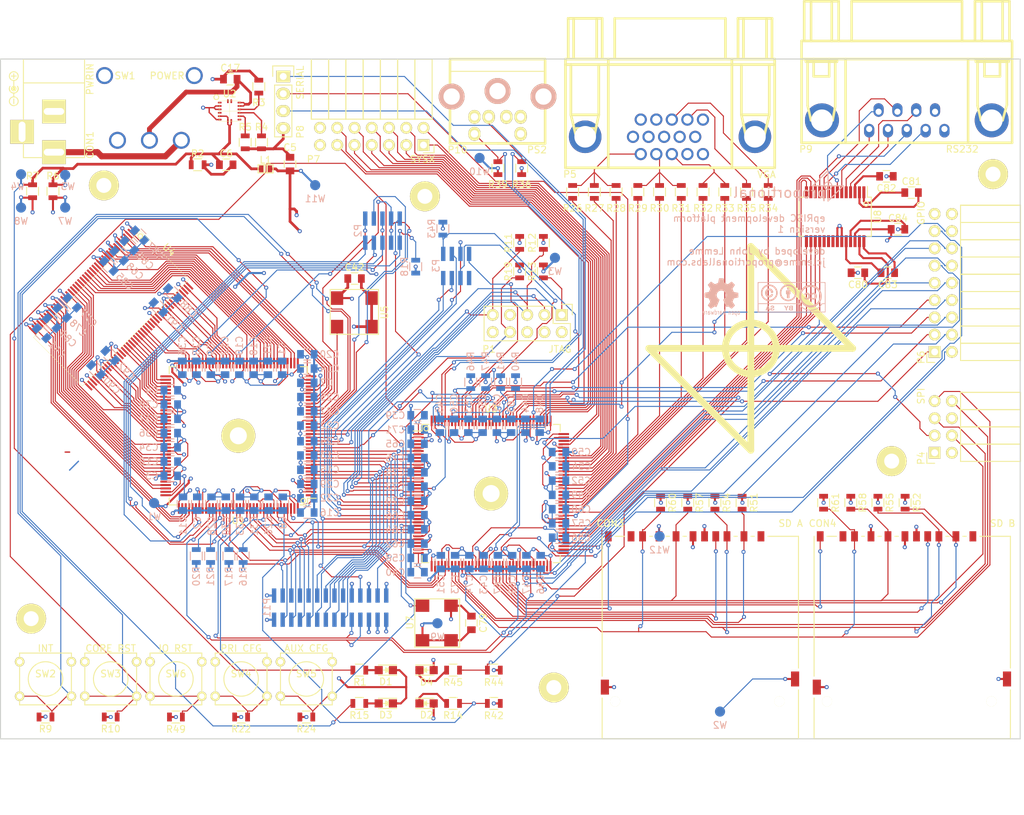
<source format=kicad_pcb>
(kicad_pcb (version 20170123) (host pcbnew no-vcs-found-1fda668~58~ubuntu17.04.1)
  (layers (0 F.Cu signal) (1 Gnd.Cu power) (2 Pwr.Cu power) (31 B.Cu signal) (34 B.Paste user) (35 F.Paste user) (36 B.SilkS user) (37 F.SilkS user) (38 B.Mask user) (39 F.Mask user) (44 Edge.Cuts user))
  (net 0 "")
  (net 1 VCC)
  (net 2 GND)
  (net 3 VEE)
  (net 4 +3V3)
  (net 5 VAA)
  (net 6 +5V)
  (net 7 "Net-(CON1-Pad1)")
  (net 8 /SPI_MISO)
  (net 9 /SPI_SCLK)
  (net 10 /SPI_MOSI)
  (net 11 /SPI_SS0)
  (net 12 "Net-(D1-Pad2)")
  (net 13 "Net-(D3-Pad2)")
  (net 14 "Net-(P1-Pad6)")
  (net 15 "Net-(P1-Pad7)")
  (net 16 /PRI_CONFSEL)
  (net 17 /PRI_DBG0)
  (net 18 /PRI_FDBG)
  (net 19 /PRI_DBG1)
  (net 20 /PRI_DBGRX)
  (net 21 /PRI_DBG2)
  (net 22 /PRI_DBGTX)
  (net 23 /PRI_DBG3)
  (net 24 /PRI_DBG5)
  (net 25 /PRI_DBG4)
  (net 26 /AUX_CONFSEL)
  (net 27 /AUX_DBG2)
  (net 28 /AUX_DBG0)
  (net 29 /AUX_DBG3)
  (net 30 /AUX_DBG1)
  (net 31 /AUX_DBG4)
  (net 32 /AUX_JTAGEN)
  (net 33 "Net-(P5-Pad1)")
  (net 34 "Net-(P5-Pad2)")
  (net 35 "Net-(P5-Pad3)")
  (net 36 "Net-(P5-Pad4)")
  (net 37 "Net-(P5-Pad9)")
  (net 38 /GIO_PIN0)
  (net 39 /GIO_PIN8)
  (net 40 /GIO_PIN1)
  (net 41 /GIO_PIN9)
  (net 42 /GIO_PIN2)
  (net 43 /GIO_PIN10)
  (net 44 /GIO_PIN3)
  (net 45 /GIO_PIN11)
  (net 46 /GIO_PIN4)
  (net 47 /GIO_PIN12)
  (net 48 /GIO_PIN5)
  (net 49 /GIO_PIN13)
  (net 50 /GIO_PIN6)
  (net 51 /GIO_PIN14)
  (net 52 /GIO_PIN7)
  (net 53 /GIO_PIN15)
  (net 54 /EXB_MISO0)
  (net 55 /EXB_MOSI0)
  (net 56 /EXB_MISO1)
  (net 57 /EXB_MOSI1)
  (net 58 /EXB_MISO2)
  (net 59 /EXB_MOSI2)
  (net 60 /EXB_MISO3)
  (net 61 /EXB_MOSI3)
  (net 62 /EXB_SS0)
  (net 63 /EXB_SS1)
  (net 64 /EXB_INT)
  (net 65 /EXB_CLK)
  (net 66 /TTL_RX)
  (net 67 /TTL_TX)
  (net 68 /TTL_RTS)
  (net 69 "Net-(P9-Pad9)")
  (net 70 /SER_CTS)
  (net 71 /SER_RTS)
  (net 72 /SER_DSR)
  (net 73 /SER_DTR)
  (net 74 /SER_TX)
  (net 75 /SER_RX)
  (net 76 /SER_DCD)
  (net 77 "Net-(R3-Pad1)")
  (net 78 "Net-(R4-Pad1)")
  (net 79 "Net-(R5-Pad1)")
  (net 80 /PRI_INT)
  (net 81 /PRI_RST)
  (net 82 /PRI_CONFDONE)
  (net 83 /PRI_FHLT)
  (net 84 /PRI_NSTATUS)
  (net 85 /PRI_CRCERR)
  (net 86 /PRI_DEVCLRN)
  (net 87 /PRI_DEVOE)
  (net 88 /PRI_NCONFIG)
  (net 89 /AUX_NCONFIG)
  (net 90 /VGA_R0)
  (net 91 /VGA_R1)
  (net 92 /VGA_R2)
  (net 93 /VGA_G0)
  (net 94 /VGA_G1)
  (net 95 /VGA_G2)
  (net 96 /VGA_B0)
  (net 97 /VGA_B1)
  (net 98 /VGA_HS)
  (net 99 "Net-(P5-Pad13)")
  (net 100 "Net-(P5-Pad14)")
  (net 101 /VGA_VS)
  (net 102 /AUX_DEVCLRN)
  (net 103 /AUX_DEVOE)
  (net 104 /AUX_CONFDONE)
  (net 105 /AUX_NSTATUS)
  (net 106 /AUX_CRCERR)
  (net 107 /AUX_RST)
  (net 108 /SPI_SS1)
  (net 109 /SPI_SS2)
  (net 110 /BUS_INT)
  (net 111 /MEM_CASn)
  (net 112 /MEM_WEn)
  (net 113 /MEM_CSn)
  (net 114 /MEM_RASn)
  (net 115 /MEM_CLK)
  (net 116 /MEM_CKE)
  (net 117 /MEM_A10)
  (net 118 /MEM_A9)
  (net 119 /MEM_A8)
  (net 120 /MEM_A6)
  (net 121 /MEM_A7)
  (net 122 /MEM_A5)
  (net 123 /MEM_A4)
  (net 124 /MEM_A11)
  (net 125 /MEM_A3)
  (net 126 /MEM_A2)
  (net 127 /MEM_A1)
  (net 128 /MEM_A0)
  (net 129 /MEM_DQ31)
  (net 130 /MEM_DQ30)
  (net 131 /MEM_DQ29)
  (net 132 /MEM_DQ7)
  (net 133 /MEM_DQ9)
  (net 134 /MEM_DQ6)
  (net 135 /MEM_DQ8)
  (net 136 /MEM_DQ5)
  (net 137 /MEM_DQ11)
  (net 138 /MEM_DQ4)
  (net 139 /MEM_DQ10)
  (net 140 /MEM_DQ1)
  (net 141 /MEM_DQ3)
  (net 142 /MEM_DQ0)
  (net 143 /MEM_DQ2)
  (net 144 /MEM_BA1)
  (net 145 /PRI_CLK)
  (net 146 /BUS_SS1)
  (net 147 /BUS_CLK)
  (net 148 /BUS_MISO7)
  (net 149 /BUS_SS0)
  (net 150 /MEM_BA0)
  (net 151 /MEM_DQ23)
  (net 152 /MEM_DQ22)
  (net 153 /MEM_DQ15)
  (net 154 /MEM_DQ14)
  (net 155 /MEM_DQ13)
  (net 156 /MEM_DQ12)
  (net 157 /MEM_DQ19)
  (net 158 /MEM_DQ18)
  (net 159 /MEM_DQ28)
  (net 160 /MEM_DQ17)
  (net 161 /MEM_DQ16)
  (net 162 /MEM_DQ27)
  (net 163 /MEM_DQ26)
  (net 164 /MEM_DQ25)
  (net 165 /MEM_DQ24)
  (net 166 /MEM_DQ21)
  (net 167 /MEM_DQ20)
  (net 168 /BUS_MISO5)
  (net 169 /BUS_MISO4)
  (net 170 /BUS_MISO6)
  (net 171 /BUS_MISO3)
  (net 172 /BUS_MISO2)
  (net 173 /BUS_MISO1)
  (net 174 /BUS_MISO0)
  (net 175 /MEM_DQM3)
  (net 176 /MEM_DQM2)
  (net 177 /MEM_DQM1)
  (net 178 /MEM_DQM0)
  (net 179 /BUS_MOSI7)
  (net 180 /BUS_MOSI6)
  (net 181 /BUS_MOSI5)
  (net 182 /BUS_MOSI4)
  (net 183 /BUS_MOSI3)
  (net 184 /BUS_MOSI2)
  (net 185 /BUS_MOSI1)
  (net 186 /BUS_MOSI0)
  (net 187 "Net-(U2-Pad1)")
  (net 188 "Net-(U2-Pad4)")
  (net 189 "Net-(U4-Pad14)")
  (net 190 "Net-(U4-Pad30)")
  (net 191 /AUX_CLK)
  (net 192 /SPI_WP0)
  (net 193 /SPI_WP1)
  (net 194 /SPI_CD0)
  (net 195 /SPI_CD1)
  (net 196 "Net-(CON3-Pad9)")
  (net 197 "Net-(CON3-Pad8)")
  (net 198 "Net-(CON4-Pad8)")
  (net 199 "Net-(CON4-Pad9)")
  (net 200 "Net-(P5-Pad11)")
  (net 201 "Net-(P5-Pad12)")
  (net 202 "Net-(P5-Pad15)")
  (net 203 "Net-(P10-Pad2)")
  (net 204 "Net-(P10-Pad6)")
  (net 205 "Net-(U2-Pad16)")
  (net 206 "Net-(U2-Pad15)")
  (net 207 "Net-(U2-Pad9)")
  (net 208 "Net-(U4-Pad73)")
  (net 209 "Net-(U4-Pad70)")
  (net 210 "Net-(U4-Pad69)")
  (net 211 "Net-(U4-Pad57)")
  (net 212 "Net-(C80-Pad1)")
  (net 213 "Net-(C81-Pad1)")
  (net 214 "Net-(C81-Pad2)")
  (net 215 "Net-(C82-Pad2)")
  (net 216 "Net-(C83-Pad1)")
  (net 217 "Net-(C83-Pad2)")
  (net 218 /AUX_DBG5)
  (net 219 "Net-(P9-Pad3)")
  (net 220 "Net-(P9-Pad2)")
  (net 221 "Net-(P9-Pad1)")
  (net 222 "Net-(P9-Pad4)")
  (net 223 "Net-(P9-Pad8)")
  (net 224 "Net-(P9-Pad7)")
  (net 225 "Net-(P9-Pad6)")
  (net 226 /PS2_CLK)
  (net 227 /PS2_DAT)
  (net 228 "Net-(U8-Pad8)")
  (net 229 "Net-(U8-Pad19)")
  (net 230 "Net-(U8-Pad20)")
  (net 231 "Net-(U8-Pad21)")
  (net 232 /JTAG_TCK)
  (net 233 /JTAG_TDO)
  (net 234 /JTAG_TMS)
  (net 235 /JTAG_TDI)
  (net 236 "Net-(P3-Pad8)")
  (net 237 /SPI_SS3)
  (net 238 /BETW_TDO)
  (net 239 "Net-(D2-Pad1)")
  (net 240 "Net-(D4-Pad1)")
  (module w_conn_d-sub:DB_9F (layer F.Cu) (at 203.4 40.65 180)
    (fp_text reference P9 (at 14.85 -11.35 180) (layer F.SilkS))
    (fp_text value RS232 (at -8.15 -11.35 180) (layer F.SilkS))
    (pad "" thru_hole circle (at -12.49426 -7.112 180) (size 5.00126 5.00126) (drill 3.2004) (layers *.Cu *.Mask))
    (pad 6 thru_hole oval (at 4.15544 -5.842 180) (size 1.50114 1.99898) (drill 0.89916 (offset 0 0.24892)) (layers *.Cu *.Mask) (net 225 "Net-(P9-Pad6)"))
    (pad 7 thru_hole oval (at 1.3843 -5.842 180) (size 1.50114 1.99898) (drill 0.89916 (offset 0 0.24892)) (layers *.Cu *.Mask) (net 224 "Net-(P9-Pad7)"))
    (pad 8 thru_hole oval (at -1.3843 -5.842 180) (size 1.50114 1.99898) (drill 0.89916 (offset 0 0.24892)) (layers *.Cu *.Mask) (net 223 "Net-(P9-Pad8)"))
    (pad 9 thru_hole oval (at -4.15544 -5.842 180) (size 1.50114 1.99898) (drill 0.89916 (offset 0 0.24892)) (layers *.Cu *.Mask) (net 69 "Net-(P9-Pad9)"))
    (pad 5 thru_hole oval (at -5.53974 -8.382 180) (size 1.50114 1.99898) (drill 0.89916 (offset 0 -0.24892)) (layers *.Cu *.Mask) (net 2 GND))
    (pad 4 thru_hole oval (at -2.77114 -8.382 180) (size 1.50114 1.99898) (drill 0.89916 (offset 0 -0.24892)) (layers *.Cu *.Mask) (net 222 "Net-(P9-Pad4)"))
    (pad 1 thru_hole oval (at 5.53974 -8.382 180) (size 1.50114 1.99898) (drill 0.89916 (offset 0 -0.24892)) (layers *.Cu *.Mask) (net 221 "Net-(P9-Pad1)"))
    (pad 2 thru_hole oval (at 2.77114 -8.382 180) (size 1.50114 1.99898) (drill 0.89916 (offset 0 -0.24892)) (layers *.Cu *.Mask) (net 220 "Net-(P9-Pad2)"))
    (pad 3 thru_hole oval (at 0 -8.382 180) (size 1.50114 1.99898) (drill 0.89916 (offset 0 -0.24892)) (layers *.Cu *.Mask) (net 219 "Net-(P9-Pad3)"))
    (pad "" thru_hole circle (at 12.49426 -7.112 180) (size 5.00126 5.00126) (drill 3.2004) (layers *.Cu *.Mask))
  )
  (module Mounting_Holes:MountingHole_2.2mm_M2_Pad (layer F.Cu) (at 132.45 58.95)
    (fp_text reference "" (at 0 -3.2) (layer F.SilkS))
    (fp_text value MountingHole_2.2mm_M2_Pad)
    (pad 1 thru_hole circle (at 0 0) (size 4.4 4.4) (drill 2.2) (layers *.Cu *.Mask F.SilkS))
  )
  (module Mounting_Holes:MountingHole_2.2mm_M2_Pad (layer F.Cu) (at 216.09 55.68)
    (fp_text reference "" (at 0 -3.2) (layer F.SilkS))
    (fp_text value MountingHole_2.2mm_M2_Pad)
    (pad 1 thru_hole circle (at 0 0) (size 4.4 4.4) (drill 2.2) (layers *.Cu *.Mask F.SilkS))
  )
  (module Mounting_Holes:MountingHole_2.2mm_M2_Pad (layer F.Cu) (at 85.19 57.34)
    (fp_text reference "" (at 0 -3.2) (layer F.SilkS))
    (fp_text value MountingHole_2.2mm_M2_Pad)
    (pad 1 thru_hole circle (at 0 0) (size 4.4 4.4) (drill 2.2) (layers *.Cu *.Mask F.SilkS))
  )
  (module Mounting_Holes:MountingHole_2.2mm_M2_Pad (layer F.Cu) (at 201.17 97.93)
    (fp_text reference "" (at 4.77 1.92) (layer F.SilkS))
    (fp_text value MountingHole_2.2mm_M2_Pad)
    (pad 1 thru_hole circle (at 0 0) (size 4.4 4.4) (drill 2.2) (layers *.Cu *.Mask F.SilkS))
  )
  (module Mounting_Holes:MountingHole_2.2mm_M2_Pad (layer F.Cu) (at 151.43 131.26)
    (fp_text reference "" (at 0 -3.2) (layer F.SilkS))
    (fp_text value MountingHole_2.2mm_M2_Pad)
    (pad 1 thru_hole circle (at 0 0) (size 4.4 4.4) (drill 2.2) (layers *.Cu *.Mask F.SilkS))
  )
  (module Mounting_Holes:MountingHole_2.2mm_M2_Pad (layer F.Cu) (at 74.49 121.12)
    (fp_text reference "" (at 0 -3.2) (layer F.SilkS))
    (fp_text value MountingHole_2.2mm_M2_Pad)
    (pad 1 thru_hole circle (at 0 0) (size 4.4 4.4) (drill 2.2) (layers *.Cu *.Mask F.SilkS))
  )
  (module altera:TSOP-86 (layer F.Cu) (at 90.54 64 315)
    (fp_text reference U4 (at 5 -1 315) (layer F.SilkS))
    (fp_text value IS45S32800J)
    (pad 2 smd rect (at -0.729999 1.11 315) (size 1.4 0.28) (layers F.Cu F.Paste F.Mask) (net 142 /MEM_DQ0))
    (pad 3 smd rect (at -0.73 1.61 315) (size 1.4 0.28) (layers F.Cu F.Paste F.Mask) (net 5 VAA))
    (pad 4 smd rect (at -0.73 2.11 315) (size 1.4 0.28) (layers F.Cu F.Paste F.Mask) (net 140 /MEM_DQ1))
    (pad 5 smd rect (at -0.73 2.61 315) (size 1.4 0.28) (layers F.Cu F.Paste F.Mask) (net 143 /MEM_DQ2))
    (pad 6 smd rect (at -0.73 3.11 315) (size 1.4 0.28) (layers F.Cu F.Paste F.Mask) (net 2 GND))
    (pad 7 smd rect (at -0.729999 3.61 315) (size 1.4 0.28) (layers F.Cu F.Paste F.Mask) (net 141 /MEM_DQ3))
    (pad 8 smd rect (at -0.73 4.11 315) (size 1.4 0.28) (layers F.Cu F.Paste F.Mask) (net 138 /MEM_DQ4))
    (pad 9 smd rect (at -0.73 4.61 315) (size 1.4 0.28) (layers F.Cu F.Paste F.Mask) (net 5 VAA))
    (pad 10 smd rect (at -0.73 5.11 315) (size 1.4 0.28) (layers F.Cu F.Paste F.Mask) (net 136 /MEM_DQ5))
    (pad 11 smd rect (at -0.73 5.61 315) (size 1.4 0.28) (layers F.Cu F.Paste F.Mask) (net 134 /MEM_DQ6))
    (pad 13 smd rect (at -0.73 6.61 315) (size 1.4 0.28) (layers F.Cu F.Paste F.Mask) (net 132 /MEM_DQ7))
    (pad 14 smd rect (at -0.73 7.11 315) (size 1.4 0.28) (layers F.Cu F.Paste F.Mask) (net 189 "Net-(U4-Pad14)"))
    (pad 15 smd rect (at -0.73 7.610001 315) (size 1.4 0.28) (layers F.Cu F.Paste F.Mask) (net 1 VCC))
    (pad 16 smd rect (at -0.73 8.11 315) (size 1.4 0.28) (layers F.Cu F.Paste F.Mask) (net 178 /MEM_DQM0))
    (pad 17 smd rect (at -0.73 8.609999 315) (size 1.4 0.28) (layers F.Cu F.Paste F.Mask) (net 112 /MEM_WEn))
    (pad 18 smd rect (at -0.73 9.11 315) (size 1.4 0.28) (layers F.Cu F.Paste F.Mask) (net 111 /MEM_CASn))
    (pad 19 smd rect (at -0.73 9.61 315) (size 1.4 0.28) (layers F.Cu F.Paste F.Mask) (net 114 /MEM_RASn))
    (pad 20 smd rect (at -0.73 10.110001 315) (size 1.4 0.28) (layers F.Cu F.Paste F.Mask) (net 113 /MEM_CSn))
    (pad 21 smd rect (at -0.73 10.61 315) (size 1.4 0.28) (layers F.Cu F.Paste F.Mask) (net 124 /MEM_A11))
    (pad 22 smd rect (at -0.73 11.11 315) (size 1.4 0.28) (layers F.Cu F.Paste F.Mask) (net 150 /MEM_BA0))
    (pad 23 smd rect (at -0.73 11.61 315) (size 1.4 0.28) (layers F.Cu F.Paste F.Mask) (net 144 /MEM_BA1))
    (pad 24 smd rect (at -0.73 12.11 315) (size 1.4 0.28) (layers F.Cu F.Paste F.Mask) (net 117 /MEM_A10))
    (pad 25 smd rect (at -0.729999 12.61 315) (size 1.4 0.28) (layers F.Cu F.Paste F.Mask) (net 128 /MEM_A0))
    (pad 26 smd rect (at -0.73 13.11 315) (size 1.4 0.28) (layers F.Cu F.Paste F.Mask) (net 127 /MEM_A1))
    (pad 27 smd rect (at -0.73 13.61 315) (size 1.4 0.28) (layers F.Cu F.Paste F.Mask) (net 126 /MEM_A2))
    (pad 28 smd rect (at -0.73 14.11 315) (size 1.4 0.28) (layers F.Cu F.Paste F.Mask) (net 176 /MEM_DQM2))
    (pad 29 smd rect (at -0.73 14.61 315) (size 1.4 0.28) (layers F.Cu F.Paste F.Mask) (net 1 VCC))
    (pad 30 smd rect (at -0.729999 15.11 315) (size 1.4 0.28) (layers F.Cu F.Paste F.Mask) (net 190 "Net-(U4-Pad30)"))
    (pad 31 smd rect (at -0.73 15.61 315) (size 1.4 0.28) (layers F.Cu F.Paste F.Mask) (net 161 /MEM_DQ16))
    (pad 32 smd rect (at -0.73 16.11 315) (size 1.4 0.28) (layers F.Cu F.Paste F.Mask) (net 2 GND))
    (pad 33 smd rect (at -0.73 16.610001 315) (size 1.4 0.28) (layers F.Cu F.Paste F.Mask) (net 160 /MEM_DQ17))
    (pad 34 smd rect (at -0.73 17.11 315) (size 1.4 0.28) (layers F.Cu F.Paste F.Mask) (net 158 /MEM_DQ18))
    (pad 35 smd rect (at -0.73 17.609999 315) (size 1.4 0.28) (layers F.Cu F.Paste F.Mask) (net 5 VAA))
    (pad 36 smd rect (at -0.73 18.11 315) (size 1.4 0.28) (layers F.Cu F.Paste F.Mask) (net 157 /MEM_DQ19))
    (pad 37 smd rect (at -0.73 18.61 315) (size 1.4 0.28) (layers F.Cu F.Paste F.Mask) (net 167 /MEM_DQ20))
    (pad 38 smd rect (at -0.73 19.110001 315) (size 1.4 0.28) (layers F.Cu F.Paste F.Mask) (net 2 GND))
    (pad 39 smd rect (at -0.73 19.61 315) (size 1.4 0.28) (layers F.Cu F.Paste F.Mask) (net 166 /MEM_DQ21))
    (pad 40 smd rect (at -0.73 20.109999 315) (size 1.4 0.28) (layers F.Cu F.Paste F.Mask) (net 152 /MEM_DQ22))
    (pad 41 smd rect (at -0.73 20.61 315) (size 1.4 0.28) (layers F.Cu F.Paste F.Mask) (net 5 VAA))
    (pad 42 smd rect (at -0.73 21.11 315) (size 1.4 0.28) (layers F.Cu F.Paste F.Mask) (net 151 /MEM_DQ23))
    (pad 43 smd rect (at -0.729999 21.61 315) (size 1.4 0.28) (layers F.Cu F.Paste F.Mask) (net 1 VCC))
    (pad 44 smd rect (at 10.89 21.61 315) (size 1.4 0.28) (layers F.Cu F.Paste F.Mask) (net 2 GND))
    (pad 45 smd rect (at 10.89 21.11 315) (size 1.4 0.28) (layers F.Cu F.Paste F.Mask) (net 165 /MEM_DQ24))
    (pad 46 smd rect (at 10.89 20.61 315) (size 1.4 0.28) (layers F.Cu F.Paste F.Mask) (net 2 GND))
    (pad 47 smd rect (at 10.89 20.11 315) (size 1.4 0.28) (layers F.Cu F.Paste F.Mask) (net 164 /MEM_DQ25))
    (pad 48 smd rect (at 10.89 19.61 315) (size 1.4 0.28) (layers F.Cu F.Paste F.Mask) (net 163 /MEM_DQ26))
    (pad 49 smd rect (at 10.89 19.11 315) (size 1.4 0.28) (layers F.Cu F.Paste F.Mask) (net 5 VAA))
    (pad 50 smd rect (at 10.89 18.61 315) (size 1.4 0.28) (layers F.Cu F.Paste F.Mask) (net 162 /MEM_DQ27))
    (pad 51 smd rect (at 10.89 18.11 315) (size 1.4 0.28) (layers F.Cu F.Paste F.Mask) (net 159 /MEM_DQ28))
    (pad 52 smd rect (at 10.89 17.61 315) (size 1.4 0.28) (layers F.Cu F.Paste F.Mask) (net 2 GND))
    (pad 53 smd rect (at 10.89 17.11 315) (size 1.4 0.28) (layers F.Cu F.Paste F.Mask) (net 131 /MEM_DQ29))
    (pad 54 smd rect (at 10.89 16.61 315) (size 1.4 0.28) (layers F.Cu F.Paste F.Mask) (net 130 /MEM_DQ30))
    (pad 55 smd rect (at 10.89 16.11 315) (size 1.4 0.28) (layers F.Cu F.Paste F.Mask) (net 5 VAA))
    (pad 56 smd rect (at 10.89 15.61 315) (size 1.4 0.28) (layers F.Cu F.Paste F.Mask) (net 129 /MEM_DQ31))
    (pad 57 smd rect (at 10.89 15.11 315) (size 1.4 0.28) (layers F.Cu F.Paste F.Mask) (net 211 "Net-(U4-Pad57)"))
    (pad 58 smd rect (at 10.89 14.61 315) (size 1.4 0.28) (layers F.Cu F.Paste F.Mask) (net 2 GND))
    (pad 59 smd rect (at 10.89 14.11 315) (size 1.4 0.28) (layers F.Cu F.Paste F.Mask) (net 175 /MEM_DQM3))
    (pad 60 smd rect (at 10.89 13.61 315) (size 1.4 0.28) (layers F.Cu F.Paste F.Mask) (net 125 /MEM_A3))
    (pad 61 smd rect (at 10.89 13.11 315) (size 1.4 0.28) (layers F.Cu F.Paste F.Mask) (net 123 /MEM_A4))
    (pad 62 smd rect (at 10.89 12.61 315) (size 1.4 0.28) (layers F.Cu F.Paste F.Mask) (net 122 /MEM_A5))
    (pad 63 smd rect (at 10.89 12.11 315) (size 1.4 0.28) (layers F.Cu F.Paste F.Mask) (net 120 /MEM_A6))
    (pad 64 smd rect (at 10.89 11.61 315) (size 1.4 0.28) (layers F.Cu F.Paste F.Mask) (net 121 /MEM_A7))
    (pad 65 smd rect (at 10.89 11.11 315) (size 1.4 0.28) (layers F.Cu F.Paste F.Mask) (net 119 /MEM_A8))
    (pad 66 smd rect (at 10.89 10.61 315) (size 1.4 0.28) (layers F.Cu F.Paste F.Mask) (net 118 /MEM_A9))
    (pad 67 smd rect (at 10.89 10.11 315) (size 1.4 0.28) (layers F.Cu F.Paste F.Mask) (net 116 /MEM_CKE))
    (pad 68 smd rect (at 10.89 9.61 315) (size 1.4 0.28) (layers F.Cu F.Paste F.Mask) (net 115 /MEM_CLK))
    (pad 69 smd rect (at 10.89 9.11 315) (size 1.4 0.28) (layers F.Cu F.Paste F.Mask) (net 210 "Net-(U4-Pad69)"))
    (pad 70 smd rect (at 10.89 8.61 315) (size 1.4 0.28) (layers F.Cu F.Paste F.Mask) (net 209 "Net-(U4-Pad70)"))
    (pad 71 smd rect (at 10.89 8.11 315) (size 1.4 0.28) (layers F.Cu F.Paste F.Mask) (net 177 /MEM_DQM1))
    (pad 72 smd rect (at 10.89 7.61 315) (size 1.4 0.28) (layers F.Cu F.Paste F.Mask) (net 2 GND))
    (pad 73 smd rect (at 10.89 7.11 315) (size 1.4 0.28) (layers F.Cu F.Paste F.Mask) (net 208 "Net-(U4-Pad73)"))
    (pad 74 smd rect (at 10.89 6.61 315) (size 1.4 0.28) (layers F.Cu F.Paste F.Mask) (net 135 /MEM_DQ8))
    (pad 75 smd rect (at 10.89 6.11 315) (size 1.4 0.28) (layers F.Cu F.Paste F.Mask) (net 5 VAA))
    (pad 76 smd rect (at 10.89 5.61 315) (size 1.4 0.28) (layers F.Cu F.Paste F.Mask) (net 133 /MEM_DQ9))
    (pad 77 smd rect (at 10.89 5.11 315) (size 1.4 0.28) (layers F.Cu F.Paste F.Mask) (net 139 /MEM_DQ10))
    (pad 78 smd rect (at 10.89 4.61 315) (size 1.4 0.28) (layers F.Cu F.Paste F.Mask) (net 2 GND))
    (pad 79 smd rect (at 10.89 4.11 315) (size 1.4 0.28) (layers F.Cu F.Paste F.Mask) (net 137 /MEM_DQ11))
    (pad 80 smd rect (at 10.89 3.61 315) (size 1.4 0.28) (layers F.Cu F.Paste F.Mask) (net 156 /MEM_DQ12))
    (pad 81 smd rect (at 10.89 3.11 315) (size 1.4 0.28) (layers F.Cu F.Paste F.Mask) (net 5 VAA))
    (pad 82 smd rect (at 10.89 2.61 315) (size 1.4 0.28) (layers F.Cu F.Paste F.Mask) (net 155 /MEM_DQ13))
    (pad 83 smd rect (at 10.89 2.11 315) (size 1.4 0.28) (layers F.Cu F.Paste F.Mask) (net 154 /MEM_DQ14))
    (pad 84 smd rect (at 10.89 1.61 315) (size 1.4 0.28) (layers F.Cu F.Paste F.Mask) (net 2 GND))
    (pad 85 smd rect (at 10.89 1.11 315) (size 1.4 0.28) (layers F.Cu F.Paste F.Mask) (net 153 /MEM_DQ15))
    (pad 86 smd rect (at 10.89 0.61 315) (size 1.4 0.28) (layers F.Cu F.Paste F.Mask) (net 2 GND))
    (pad 12 smd rect (at -0.73 6.109999 315) (size 1.4 0.28) (layers F.Cu F.Paste F.Mask) (net 2 GND))
    (pad 1 smd rect (at -0.73 0.61 315) (size 1.4 0.28) (layers F.Cu F.Paste F.Mask) (net 1 VCC))
  )
  (module altera:SW_SLIDE_PWR (layer F.Cu) (at 91.9 50.7)
    (fp_text reference SW1 (at -3.6 -9.5) (layer F.SilkS))
    (fp_text value POWER)
    (pad 1 thru_hole circle (at 4.7 0) (size 2.5 2.5) (drill 1.85) (layers *.Cu *.Mask) (net 7 "Net-(CON1-Pad1)"))
    (pad 2 thru_hole circle (at 0 0) (size 2.5 2.5) (drill 1.85) (layers *.Cu *.Mask) (net 6 +5V))
    (pad 3 thru_hole circle (at -4.7 0) (size 2.5 2.5) (drill 1.85) (layers *.Cu *.Mask))
    (pad 4 thru_hole circle (at -6.605 -9.53) (size 2.5 2.5) (drill 1.85) (layers *.Cu *.Mask))
    (pad 5 thru_hole circle (at 6.605 -9.53) (size 2.5 2.5) (drill 1.85) (layers *.Cu *.Mask))
  )
  (module din:00JG-MiniDin6 (layer F.Cu) (at 143.15 38.75)
    (fp_text reference P10 (at -5.9 13.35) (layer F.SilkS))
    (fp_text value PS2 (at 5.8 13.35) (layer F.SilkS))
    (pad 3 thru_hole circle (at 6.76 5.51) (size 3.81 3.81) (drill 2.4) (layers *.Cu *.SilkS *.Mask) (net 2 GND))
    (pad 3 thru_hole circle (at -6.76 5.51) (size 3.81 3.81) (drill 2.4) (layers *.Cu *.SilkS *.Mask) (net 2 GND))
    (pad 3 thru_hole oval (at -3.4 8.5) (size 1.778 2.032) (drill 1.1) (layers *.Cu *.Mask F.SilkS) (net 2 GND))
    (pad 5 thru_hole oval (at -3.4 11) (size 1.778 2.032) (drill 1.1) (layers *.Cu *.Mask F.SilkS) (net 226 /PS2_CLK))
    (pad 4 thru_hole oval (at 3.4 8.5) (size 1.778 2.032) (drill 1.1) (layers *.Cu *.Mask F.SilkS) (net 6 +5V))
    (pad 3 thru_hole circle (at 0 4.7) (size 3.81 3.81) (drill 2.4) (layers *.Cu *.SilkS *.Mask) (net 2 GND))
    (pad 6 thru_hole oval (at 3.4 11) (size 1.778 2.032) (drill 1.1) (layers *.Cu *.Mask F.SilkS) (net 204 "Net-(P10-Pad6)"))
    (pad 1 thru_hole oval (at -1.3 8.5) (size 1.778 2.032) (drill 1.1) (layers *.Cu *.Mask F.SilkS) (net 227 /PS2_DAT))
    (pad 2 thru_hole oval (at 1.3 8.5) (size 1.778 2.032) (drill 1.1) (layers *.Cu *.Mask F.SilkS) (net 203 "Net-(P10-Pad2)"))
  )
  (module w_smd_inductors:inductor_smd_0603 (layer F.Cu) (at 109 54.9)
    (fp_text reference L1 (at 0 -1.3) (layer F.SilkS))
    (fp_text value 600o/500mA hide)
    (pad 2 smd rect (at 0.63754 0) (size 0.635 1.016) (layers F.Cu F.Paste F.Mask) (net 3 VEE))
    (pad 1 smd rect (at -0.63754 0) (size 0.635 1.016) (layers F.Cu F.Paste F.Mask) (net 4 +3V3))
  )
  (module Capacitors_SMD:C_0805 (layer B.Cu) (at 111.44 84.2 90)
    (fp_text reference C1 (at 2.8 -0.04 90) (layer B.SilkS) (effects (justify mirror)))
    (fp_text value 0.1u)
    (pad 2 smd rect (at 1 0 90) (size 1 1.25) (layers B.Cu B.Paste B.Mask) (net 2 GND))
    (pad 1 smd rect (at -1 0 90) (size 1 1.25) (layers B.Cu B.Paste B.Mask) (net 1 VCC))
  )
  (module Capacitors_SMD:C_0805 (layer B.Cu) (at 98.94 104.2 270)
    (fp_text reference C2 (at 2.8 -0.01 270) (layer B.SilkS) (effects (justify mirror)))
    (fp_text value 0.1u)
    (pad 1 smd rect (at -1 0 270) (size 1 1.25) (layers B.Cu B.Paste B.Mask) (net 1 VCC))
    (pad 2 smd rect (at 1 0 270) (size 1 1.25) (layers B.Cu B.Paste B.Mask) (net 2 GND))
  )
  (module Capacitors_SMD:C_0805 (layer B.Cu) (at 95.04 100.1 180)
    (fp_text reference C3 (at 2.79 0 180) (layer B.SilkS) (effects (justify mirror)))
    (fp_text value 0.1u)
    (pad 2 smd rect (at 1 0 180) (size 1 1.25) (layers B.Cu B.Paste B.Mask) (net 2 GND))
    (pad 1 smd rect (at -1 0 180) (size 1 1.25) (layers B.Cu B.Paste B.Mask) (net 1 VCC))
  )
  (module Capacitors_SMD:C_0805 (layer B.Cu) (at 95.04 87.5 180)
    (fp_text reference C4 (at 2.79 0 180) (layer B.SilkS) (effects (justify mirror)))
    (fp_text value 0.1u)
    (pad 1 smd rect (at -1 0 180) (size 1 1.25) (layers B.Cu B.Paste B.Mask) (net 1 VCC))
    (pad 2 smd rect (at 1 0 180) (size 1 1.25) (layers B.Cu B.Paste B.Mask) (net 2 GND))
  )
  (module Capacitors_SMD:C_0805 (layer F.Cu) (at 112.6 54.2 90)
    (fp_text reference C5 (at 2.45 0 180) (layer F.SilkS))
    (fp_text value 10u)
    (pad 1 smd rect (at -1 0 90) (size 1 1.25) (layers F.Cu F.Paste F.Mask) (net 3 VEE))
    (pad 2 smd rect (at 1 0 90) (size 1 1.25) (layers F.Cu F.Paste F.Mask) (net 2 GND))
  )
  (module Capacitors_SMD:C_0805 (layer F.Cu) (at 103.2 54.3)
    (fp_text reference C6 (at 0 -1.65) (layer F.SilkS))
    (fp_text value 47u/16v)
    (pad 1 smd rect (at -1 0) (size 1 1.25) (layers F.Cu F.Paste F.Mask) (net 4 +3V3))
    (pad 2 smd rect (at 1 0) (size 1 1.25) (layers F.Cu F.Paste F.Mask) (net 2 GND))
  )
  (module Capacitors_SMD:C_0805 (layer B.Cu) (at 115.14 86.4)
    (fp_text reference C7 (at 2.86 0) (layer B.SilkS) (effects (justify mirror)))
    (fp_text value 0.1u)
    (pad 2 smd rect (at 1 0) (size 1 1.25) (layers B.Cu B.Paste B.Mask) (net 2 GND))
    (pad 1 smd rect (at -1 0) (size 1 1.25) (layers B.Cu B.Paste B.Mask) (net 3 VEE))
  )
  (module Capacitors_SMD:C_0805 (layer B.Cu) (at 111.54 104.2 270)
    (fp_text reference C8 (at 2.8 -0.01 270) (layer B.SilkS) (effects (justify mirror)))
    (fp_text value 0.1u)
    (pad 2 smd rect (at 1 0 270) (size 1 1.25) (layers B.Cu B.Paste B.Mask) (net 2 GND))
    (pad 1 smd rect (at -1 0 270) (size 1 1.25) (layers B.Cu B.Paste B.Mask) (net 1 VCC))
  )
  (module Capacitors_SMD:C_0805 (layer B.Cu) (at 100.94 84.2 90)
    (fp_text reference C9 (at 2.75 0.01 90) (layer B.SilkS) (effects (justify mirror)))
    (fp_text value 0.1u)
    (pad 2 smd rect (at 1 0 90) (size 1 1.25) (layers B.Cu B.Paste B.Mask) (net 2 GND))
    (pad 1 smd rect (at -1 0 90) (size 1 1.25) (layers B.Cu B.Paste B.Mask) (net 5 VAA))
  )
  (module Capacitors_SMD:C_0805 (layer B.Cu) (at 95.04 98 180)
    (fp_text reference C10 (at 3.24 0 180) (layer B.SilkS) (effects (justify mirror)))
    (fp_text value 0.1u)
    (pad 1 smd rect (at -1 0 180) (size 1 1.25) (layers B.Cu B.Paste B.Mask) (net 3 VEE))
    (pad 2 smd rect (at 1 0 180) (size 1 1.25) (layers B.Cu B.Paste B.Mask) (net 2 GND))
  )
  (module Capacitors_SMD:C_0805 (layer B.Cu) (at 96.84 104.2 270)
    (fp_text reference C11 (at 3.25 -0.01 270) (layer B.SilkS) (effects (justify mirror)))
    (fp_text value 0.1u)
    (pad 1 smd rect (at -1 0 270) (size 1 1.25) (layers B.Cu B.Paste B.Mask) (net 1 VCC))
    (pad 2 smd rect (at 1 0 270) (size 1 1.25) (layers B.Cu B.Paste B.Mask) (net 2 GND))
  )
  (module Capacitors_SMD:C_0805 (layer B.Cu) (at 103.04 84.2 90)
    (fp_text reference C12 (at 3.25 -0.04 90) (layer B.SilkS) (effects (justify mirror)))
    (fp_text value 1u)
    (pad 1 smd rect (at -1 0 90) (size 1 1.25) (layers B.Cu B.Paste B.Mask) (net 5 VAA))
    (pad 2 smd rect (at 1 0 90) (size 1 1.25) (layers B.Cu B.Paste B.Mask) (net 2 GND))
  )
  (module Capacitors_SMD:C_0805 (layer B.Cu) (at 115.14 97.1)
    (fp_text reference C13 (at 3.31 0) (layer B.SilkS) (effects (justify mirror)))
    (fp_text value 0.1u)
    (pad 1 smd rect (at -1 0) (size 1 1.25) (layers B.Cu B.Paste B.Mask) (net 5 VAA))
    (pad 2 smd rect (at 1 0) (size 1 1.25) (layers B.Cu B.Paste B.Mask) (net 2 GND))
  )
  (module Capacitors_SMD:C_0805 (layer B.Cu) (at 115.14 84.3)
    (fp_text reference C14 (at 3.31 0) (layer B.SilkS) (effects (justify mirror)))
    (fp_text value 0.1u)
    (pad 2 smd rect (at 1 0) (size 1 1.25) (layers B.Cu B.Paste B.Mask) (net 2 GND))
    (pad 1 smd rect (at -1 0) (size 1 1.25) (layers B.Cu B.Paste B.Mask) (net 3 VEE))
  )
  (module Capacitors_SMD:C_0805 (layer B.Cu) (at 115.14 99.2)
    (fp_text reference C15 (at 3.31 0) (layer B.SilkS) (effects (justify mirror)))
    (fp_text value 1u)
    (pad 2 smd rect (at 1 0) (size 1 1.25) (layers B.Cu B.Paste B.Mask) (net 2 GND))
    (pad 1 smd rect (at -1 0) (size 1 1.25) (layers B.Cu B.Paste B.Mask) (net 5 VAA))
  )
  (module Capacitors_SMD:C_0805 (layer B.Cu) (at 115.14 105.5)
    (fp_text reference C16 (at 3.31 0) (layer B.SilkS) (effects (justify mirror)))
    (fp_text value 0.1u)
    (pad 2 smd rect (at 1 0) (size 1 1.25) (layers B.Cu B.Paste B.Mask) (net 2 GND))
    (pad 1 smd rect (at -1 0) (size 1 1.25) (layers B.Cu B.Paste B.Mask) (net 1 VCC))
  )
  (module Capacitors_SMD:C_0805 (layer F.Cu) (at 103.8 41.7 180)
    (fp_text reference C17 (at 0 1.65 180) (layer F.SilkS))
    (fp_text value 4.7u)
    (pad 2 smd rect (at 1 0 180) (size 1 1.25) (layers F.Cu F.Paste F.Mask) (net 2 GND))
    (pad 1 smd rect (at -1 0 180) (size 1 1.25) (layers F.Cu F.Paste F.Mask) (net 6 +5V))
  )
  (module Capacitors_SMD:C_0805 (layer B.Cu) (at 107.24 84.2 90)
    (fp_text reference C18 (at 3.25 0.01 90) (layer B.SilkS) (effects (justify mirror)))
    (fp_text value 0.1u)
    (pad 2 smd rect (at 1 0 90) (size 1 1.25) (layers B.Cu B.Paste B.Mask) (net 2 GND))
    (pad 1 smd rect (at -1 0 90) (size 1 1.25) (layers B.Cu B.Paste B.Mask) (net 5 VAA))
  )
  (module Capacitors_SMD:C_0805 (layer B.Cu) (at 105.14 84.2 90)
    (fp_text reference C19 (at 3.25 0.01 90) (layer B.SilkS) (effects (justify mirror)))
    (fp_text value 0.1u)
    (pad 1 smd rect (at -1 0 90) (size 1 1.25) (layers B.Cu B.Paste B.Mask) (net 1 VCC))
    (pad 2 smd rect (at 1 0 90) (size 1 1.25) (layers B.Cu B.Paste B.Mask) (net 2 GND))
  )
  (module Capacitors_SMD:C_0805 (layer B.Cu) (at 115.14 82.2)
    (fp_text reference C20 (at 3.26 0) (layer B.SilkS) (effects (justify mirror)))
    (fp_text value 0.1u)
    (pad 1 smd rect (at -1 0) (size 1 1.25) (layers B.Cu B.Paste B.Mask) (net 1 VCC))
    (pad 2 smd rect (at 1 0) (size 1 1.25) (layers B.Cu B.Paste B.Mask) (net 2 GND))
  )
  (module Capacitors_SMD:C_0805 (layer B.Cu) (at 109.34 84.2 90)
    (fp_text reference C21 (at 3.25 0.01 90) (layer B.SilkS) (effects (justify mirror)))
    (fp_text value 1u)
    (pad 1 smd rect (at -1 0 90) (size 1 1.25) (layers B.Cu B.Paste B.Mask) (net 5 VAA))
    (pad 2 smd rect (at 1 0 90) (size 1 1.25) (layers B.Cu B.Paste B.Mask) (net 2 GND))
  )
  (module Capacitors_SMD:C_0805 (layer B.Cu) (at 115.14 92.7)
    (fp_text reference C22 (at 3.31 0) (layer B.SilkS) (effects (justify mirror)))
    (fp_text value 0.1u)
    (pad 2 smd rect (at 1 0) (size 1 1.25) (layers B.Cu B.Paste B.Mask) (net 2 GND))
    (pad 1 smd rect (at -1 0) (size 1 1.25) (layers B.Cu B.Paste B.Mask) (net 5 VAA))
  )
  (module Capacitors_SMD:C_0805 (layer B.Cu) (at 98.84 84.2 90)
    (fp_text reference C23 (at 3.25 0.01 90) (layer B.SilkS) (effects (justify mirror)))
    (fp_text value 0.1u)
    (pad 2 smd rect (at 1 0 90) (size 1 1.25) (layers B.Cu B.Paste B.Mask) (net 2 GND))
    (pad 1 smd rect (at -1 0 90) (size 1 1.25) (layers B.Cu B.Paste B.Mask) (net 3 VEE))
  )
  (module Capacitors_SMD:C_0805 (layer B.Cu) (at 115.14 95)
    (fp_text reference C24 (at 3.31 0) (layer B.SilkS) (effects (justify mirror)))
    (fp_text value 1u)
    (pad 1 smd rect (at -1 0) (size 1 1.25) (layers B.Cu B.Paste B.Mask) (net 5 VAA))
    (pad 2 smd rect (at 1 0) (size 1 1.25) (layers B.Cu B.Paste B.Mask) (net 2 GND))
  )
  (module Capacitors_SMD:C_0805 (layer B.Cu) (at 115.14 88.5)
    (fp_text reference C25 (at 3.31 0) (layer B.SilkS) (effects (justify mirror)))
    (fp_text value 0.1u)
    (pad 2 smd rect (at 1 0) (size 1 1.25) (layers B.Cu B.Paste B.Mask) (net 2 GND))
    (pad 1 smd rect (at -1 0) (size 1 1.25) (layers B.Cu B.Paste B.Mask) (net 5 VAA))
  )
  (module Capacitors_SMD:C_0805 (layer B.Cu) (at 109.44 104.2 270)
    (fp_text reference C26 (at 3.25 -0.01 270) (layer B.SilkS) (effects (justify mirror)))
    (fp_text value 0.1u)
    (pad 1 smd rect (at -1 0 270) (size 1 1.25) (layers B.Cu B.Paste B.Mask) (net 3 VEE))
    (pad 2 smd rect (at 1 0 270) (size 1 1.25) (layers B.Cu B.Paste B.Mask) (net 2 GND))
  )
  (module Capacitors_SMD:C_0805 (layer B.Cu) (at 115.14 90.6)
    (fp_text reference C27 (at 3.31 0) (layer B.SilkS) (effects (justify mirror)))
    (fp_text value 1u)
    (pad 1 smd rect (at -1 0) (size 1 1.25) (layers B.Cu B.Paste B.Mask) (net 5 VAA))
    (pad 2 smd rect (at 1 0) (size 1 1.25) (layers B.Cu B.Paste B.Mask) (net 2 GND))
  )
  (module Capacitors_SMD:C_0805 (layer B.Cu) (at 101.04 104.2 270)
    (fp_text reference C28 (at 3.25 -0.01 270) (layer B.SilkS) (effects (justify mirror)))
    (fp_text value 0.1u)
    (pad 2 smd rect (at 1 0 270) (size 1 1.25) (layers B.Cu B.Paste B.Mask) (net 2 GND))
    (pad 1 smd rect (at -1 0 270) (size 1 1.25) (layers B.Cu B.Paste B.Mask) (net 5 VAA))
  )
  (module Capacitors_SMD:C_0805 (layer B.Cu) (at 115.14 101.3)
    (fp_text reference C29 (at 3.31 0) (layer B.SilkS) (effects (justify mirror)))
    (fp_text value 0.1u)
    (pad 2 smd rect (at 1 0) (size 1 1.25) (layers B.Cu B.Paste B.Mask) (net 2 GND))
    (pad 1 smd rect (at -1 0) (size 1 1.25) (layers B.Cu B.Paste B.Mask) (net 3 VEE))
  )
  (module Capacitors_SMD:C_0805 (layer B.Cu) (at 103.14 104.2 270)
    (fp_text reference C30 (at 3.25 -0.01 270) (layer B.SilkS) (effects (justify mirror)))
    (fp_text value 1u)
    (pad 1 smd rect (at -1 0 270) (size 1 1.25) (layers B.Cu B.Paste B.Mask) (net 5 VAA))
    (pad 2 smd rect (at 1 0 270) (size 1 1.25) (layers B.Cu B.Paste B.Mask) (net 2 GND))
  )
  (module Capacitors_SMD:C_0805 (layer B.Cu) (at 107.34 104.2 270)
    (fp_text reference C31 (at 3.25 -0.01 270) (layer B.SilkS) (effects (justify mirror)))
    (fp_text value 0.1u)
    (pad 2 smd rect (at 1 0 270) (size 1 1.25) (layers B.Cu B.Paste B.Mask) (net 2 GND))
    (pad 1 smd rect (at -1 0 270) (size 1 1.25) (layers B.Cu B.Paste B.Mask) (net 5 VAA))
  )
  (module Capacitors_SMD:C_0805 (layer B.Cu) (at 115.14 103.4)
    (fp_text reference C32 (at 3.31 -0.05) (layer B.SilkS) (effects (justify mirror)))
    (fp_text value 0.1u)
    (pad 1 smd rect (at -1 0) (size 1 1.25) (layers B.Cu B.Paste B.Mask) (net 3 VEE))
    (pad 2 smd rect (at 1 0) (size 1 1.25) (layers B.Cu B.Paste B.Mask) (net 2 GND))
  )
  (module Capacitors_SMD:C_0805 (layer B.Cu) (at 105.24 104.2 270)
    (fp_text reference C33 (at 3.25 -0.01 270) (layer B.SilkS) (effects (justify mirror)))
    (fp_text value 1u)
    (pad 1 smd rect (at -1 0 270) (size 1 1.25) (layers B.Cu B.Paste B.Mask) (net 5 VAA))
    (pad 2 smd rect (at 1 0 270) (size 1 1.25) (layers B.Cu B.Paste B.Mask) (net 2 GND))
  )
  (module Capacitors_SMD:C_0805 (layer B.Cu) (at 95.04 95.9 180)
    (fp_text reference C34 (at 3.24 0 180) (layer B.SilkS) (effects (justify mirror)))
    (fp_text value 0.1u)
    (pad 2 smd rect (at 1 0 180) (size 1 1.25) (layers B.Cu B.Paste B.Mask) (net 2 GND))
    (pad 1 smd rect (at -1 0 180) (size 1 1.25) (layers B.Cu B.Paste B.Mask) (net 5 VAA))
  )
  (module Capacitors_SMD:C_0805 (layer B.Cu) (at 95.04 93.8 180)
    (fp_text reference C36 (at 3.24 0 180) (layer B.SilkS) (effects (justify mirror)))
    (fp_text value 1u)
    (pad 1 smd rect (at -1 0 180) (size 1 1.25) (layers B.Cu B.Paste B.Mask) (net 5 VAA))
    (pad 2 smd rect (at 1 0 180) (size 1 1.25) (layers B.Cu B.Paste B.Mask) (net 2 GND))
  )
  (module Capacitors_SMD:C_0805 (layer B.Cu) (at 95.04 91.7 180)
    (fp_text reference C37 (at 3.24 0 180) (layer B.SilkS) (effects (justify mirror)))
    (fp_text value 0.1u)
    (pad 1 smd rect (at -1 0 180) (size 1 1.25) (layers B.Cu B.Paste B.Mask) (net 5 VAA))
    (pad 2 smd rect (at 1 0 180) (size 1 1.25) (layers B.Cu B.Paste B.Mask) (net 2 GND))
  )
  (module Capacitors_SMD:C_0805 (layer B.Cu) (at 95.04 89.6 180)
    (fp_text reference C38 (at 3.24 0 180) (layer B.SilkS) (effects (justify mirror)))
    (fp_text value 1u)
    (pad 2 smd rect (at 1 0 180) (size 1 1.25) (layers B.Cu B.Paste B.Mask) (net 2 GND))
    (pad 1 smd rect (at -1 0 180) (size 1 1.25) (layers B.Cu B.Paste B.Mask) (net 5 VAA))
  )
  (module Capacitors_SMD:C_0805 (layer F.Cu) (at 122.1 71.05)
    (fp_text reference C42 (at 0 -1.65) (layer F.SilkS))
    (fp_text value 0.1u)
    (pad 2 smd rect (at 1 0) (size 1 1.25) (layers F.Cu F.Paste F.Mask) (net 1 VCC))
    (pad 1 smd rect (at -1 0) (size 1 1.25) (layers F.Cu F.Paste F.Mask) (net 2 GND))
  )
  (module Capacitors_SMD:C_0805 (layer B.Cu) (at 141.1 112.8 270)
    (fp_text reference C43 (at 3.3 0 270) (layer B.SilkS) (effects (justify mirror)))
    (fp_text value 0.1u)
    (pad 1 smd rect (at -1 0 270) (size 1 1.25) (layers B.Cu B.Paste B.Mask) (net 1 VCC))
    (pad 2 smd rect (at 1 0 270) (size 1 1.25) (layers B.Cu B.Paste B.Mask) (net 2 GND))
  )
  (module Capacitors_SMD:C_0805 (layer B.Cu) (at 147.25 92.725 90)
    (fp_text reference C44 (at 3.325 0 90) (layer B.SilkS) (effects (justify mirror)))
    (fp_text value 0.1u)
    (pad 2 smd rect (at 1 0 90) (size 1 1.25) (layers B.Cu B.Paste B.Mask) (net 2 GND))
    (pad 1 smd rect (at -1 0 90) (size 1 1.25) (layers B.Cu B.Paste B.Mask) (net 1 VCC))
  )
  (module Capacitors_SMD:C_0805 (layer B.Cu) (at 134.65 92.725 90)
    (fp_text reference C45 (at 3.275 0 90) (layer B.SilkS) (effects (justify mirror)))
    (fp_text value 0.1u)
    (pad 1 smd rect (at -1 0 90) (size 1 1.25) (layers B.Cu B.Paste B.Mask) (net 1 VCC))
    (pad 2 smd rect (at 1 0 90) (size 1 1.25) (layers B.Cu B.Paste B.Mask) (net 2 GND))
  )
  (module Capacitors_SMD:C_0805 (layer B.Cu) (at 149.5 112.8 270)
    (fp_text reference C46 (at 3.3 0 270) (layer B.SilkS) (effects (justify mirror)))
    (fp_text value 0.1u)
    (pad 2 smd rect (at 1 0 270) (size 1 1.25) (layers B.Cu B.Paste B.Mask) (net 2 GND))
    (pad 1 smd rect (at -1 0 270) (size 1 1.25) (layers B.Cu B.Paste B.Mask) (net 1 VCC))
  )
  (module Capacitors_SMD:C_0805 (layer B.Cu) (at 147.4 112.8 270)
    (fp_text reference C47 (at 3.3 0 270) (layer B.SilkS) (effects (justify mirror)))
    (fp_text value 0.1u)
    (pad 1 smd rect (at -1 0 270) (size 1 1.25) (layers B.Cu B.Paste B.Mask) (net 3 VEE))
    (pad 2 smd rect (at 1 0 270) (size 1 1.25) (layers B.Cu B.Paste B.Mask) (net 2 GND))
  )
  (module Capacitors_SMD:C_0805 (layer B.Cu) (at 149.35 92.725 90)
    (fp_text reference C48 (at 3.275 0 90) (layer B.SilkS) (effects (justify mirror)))
    (fp_text value 0.1u)
    (pad 1 smd rect (at -1 0 90) (size 1 1.25) (layers B.Cu B.Paste B.Mask) (net 1 VCC))
    (pad 2 smd rect (at 1 0 90) (size 1 1.25) (layers B.Cu B.Paste B.Mask) (net 2 GND))
  )
  (module Capacitors_SMD:C_0805 (layer B.Cu) (at 152.2 102.9)
    (fp_text reference C49 (at 3.25 0) (layer B.SilkS) (effects (justify mirror)))
    (fp_text value 0.1u)
    (pad 1 smd rect (at -1 0) (size 1 1.25) (layers B.Cu B.Paste B.Mask) (net 5 VAA))
    (pad 2 smd rect (at 1 0) (size 1 1.25) (layers B.Cu B.Paste B.Mask) (net 2 GND))
  )
  (module Capacitors_SMD:C_0805 (layer B.Cu) (at 136.75 92.725 90)
    (fp_text reference C50 (at 3.275 0 90) (layer B.SilkS) (effects (justify mirror)))
    (fp_text value 0.1u)
    (pad 2 smd rect (at 1 0 90) (size 1 1.25) (layers B.Cu B.Paste B.Mask) (net 2 GND))
    (pad 1 smd rect (at -1 0 90) (size 1 1.25) (layers B.Cu B.Paste B.Mask) (net 3 VEE))
  )
  (module Capacitors_SMD:C_0805 (layer B.Cu) (at 134.8 112.8 270)
    (fp_text reference C51 (at 3.25 0 270) (layer B.SilkS) (effects (justify mirror)))
    (fp_text value 0.1u)
    (pad 2 smd rect (at 1 0 270) (size 1 1.25) (layers B.Cu B.Paste B.Mask) (net 2 GND))
    (pad 1 smd rect (at -1 0 270) (size 1 1.25) (layers B.Cu B.Paste B.Mask) (net 1 VCC))
  )
  (module Capacitors_SMD:C_0805 (layer B.Cu) (at 152.2 100.8)
    (fp_text reference C52 (at 3.25 0) (layer B.SilkS) (effects (justify mirror)))
    (fp_text value 1u)
    (pad 2 smd rect (at 1 0) (size 1 1.25) (layers B.Cu B.Paste B.Mask) (net 2 GND))
    (pad 1 smd rect (at -1 0) (size 1 1.25) (layers B.Cu B.Paste B.Mask) (net 5 VAA))
  )
  (module Capacitors_SMD:C_0805 (layer B.Cu) (at 138.85 92.725 90)
    (fp_text reference C53 (at 3.275 0 90) (layer B.SilkS) (effects (justify mirror)))
    (fp_text value 0.1u)
    (pad 2 smd rect (at 1 0 90) (size 1 1.25) (layers B.Cu B.Paste B.Mask) (net 2 GND))
    (pad 1 smd rect (at -1 0 90) (size 1 1.25) (layers B.Cu B.Paste B.Mask) (net 5 VAA))
  )
  (module Capacitors_SMD:C_0805 (layer B.Cu) (at 152.2 98.7)
    (fp_text reference C54 (at 3.3 0) (layer B.SilkS) (effects (justify mirror)))
    (fp_text value 0.1u)
    (pad 1 smd rect (at -1 0) (size 1 1.25) (layers B.Cu B.Paste B.Mask) (net 3 VEE))
    (pad 2 smd rect (at 1 0) (size 1 1.25) (layers B.Cu B.Paste B.Mask) (net 2 GND))
  )
  (module Capacitors_SMD:C_0805 (layer B.Cu) (at 140.95 92.725 90)
    (fp_text reference C55 (at 3.275 0 90) (layer B.SilkS) (effects (justify mirror)))
    (fp_text value 1u)
    (pad 1 smd rect (at -1 0 90) (size 1 1.25) (layers B.Cu B.Paste B.Mask) (net 5 VAA))
    (pad 2 smd rect (at 1 0 90) (size 1 1.25) (layers B.Cu B.Paste B.Mask) (net 2 GND))
  )
  (module Capacitors_SMD:C_0805 (layer B.Cu) (at 152.2 109.2)
    (fp_text reference C56 (at 3.25 0) (layer B.SilkS) (effects (justify mirror)))
    (fp_text value 0.1u)
    (pad 1 smd rect (at -1 0) (size 1 1.25) (layers B.Cu B.Paste B.Mask) (net 1 VCC))
    (pad 2 smd rect (at 1 0) (size 1 1.25) (layers B.Cu B.Paste B.Mask) (net 2 GND))
  )
  (module Capacitors_SMD:C_0805 (layer B.Cu) (at 152.2 107.1)
    (fp_text reference C57 (at 3.3 0) (layer B.SilkS) (effects (justify mirror)))
    (fp_text value 0.1u)
    (pad 1 smd rect (at -1 0) (size 1 1.25) (layers B.Cu B.Paste B.Mask) (net 5 VAA))
    (pad 2 smd rect (at 1 0) (size 1 1.25) (layers B.Cu B.Paste B.Mask) (net 2 GND))
  )
  (module Capacitors_SMD:C_0805 (layer B.Cu) (at 131.375 112.175 180)
    (fp_text reference C58 (at 3.275 -0.025 180) (layer B.SilkS) (effects (justify mirror)))
    (fp_text value 0.1u)
    (pad 2 smd rect (at 1 0 180) (size 1 1.25) (layers B.Cu B.Paste B.Mask) (net 2 GND))
    (pad 1 smd rect (at -1 0 180) (size 1 1.25) (layers B.Cu B.Paste B.Mask) (net 3 VEE))
  )
  (module Capacitors_SMD:C_0805 (layer B.Cu) (at 152.2 96.6)
    (fp_text reference C59 (at 3.25 0) (layer B.SilkS) (effects (justify mirror)))
    (fp_text value 0.1u)
    (pad 2 smd rect (at 1 0) (size 1 1.25) (layers B.Cu B.Paste B.Mask) (net 2 GND))
    (pad 1 smd rect (at -1 0) (size 1 1.25) (layers B.Cu B.Paste B.Mask) (net 1 VCC))
  )
  (module Capacitors_SMD:C_0805 (layer B.Cu) (at 152.2 105)
    (fp_text reference C60 (at 3.25 0) (layer B.SilkS) (effects (justify mirror)))
    (fp_text value 1u)
    (pad 2 smd rect (at 1 0) (size 1 1.25) (layers B.Cu B.Paste B.Mask) (net 2 GND))
    (pad 1 smd rect (at -1 0) (size 1 1.25) (layers B.Cu B.Paste B.Mask) (net 5 VAA))
  )
  (module Capacitors_SMD:C_0805 (layer B.Cu) (at 143.05 92.725 90)
    (fp_text reference C61 (at 3.275 0 90) (layer B.SilkS) (effects (justify mirror)))
    (fp_text value 0.1u)
    (pad 1 smd rect (at -1 0 90) (size 1 1.25) (layers B.Cu B.Paste B.Mask) (net 5 VAA))
    (pad 2 smd rect (at 1 0 90) (size 1 1.25) (layers B.Cu B.Paste B.Mask) (net 2 GND))
  )
  (module Capacitors_SMD:C_0805 (layer B.Cu) (at 131.375 110.075 180)
    (fp_text reference C62 (at 3.275 -0.025 180) (layer B.SilkS) (effects (justify mirror)))
    (fp_text value 0.1u)
    (pad 1 smd rect (at -1 0 180) (size 1 1.25) (layers B.Cu B.Paste B.Mask) (net 3 VEE))
    (pad 2 smd rect (at 1 0 180) (size 1 1.25) (layers B.Cu B.Paste B.Mask) (net 2 GND))
  )
  (module Capacitors_SMD:C_0805 (layer B.Cu) (at 145.15 92.725 90)
    (fp_text reference C63 (at 3.275 0 90) (layer B.SilkS) (effects (justify mirror)))
    (fp_text value 1u)
    (pad 2 smd rect (at 1 0 90) (size 1 1.25) (layers B.Cu B.Paste B.Mask) (net 2 GND))
    (pad 1 smd rect (at -1 0 90) (size 1 1.25) (layers B.Cu B.Paste B.Mask) (net 5 VAA))
  )
  (module Capacitors_SMD:C_0805 (layer B.Cu) (at 131.375 107.975 180)
    (fp_text reference C64 (at 3.275 -0.025 180) (layer B.SilkS) (effects (justify mirror)))
    (fp_text value 0.1u)
    (pad 1 smd rect (at -1 0 180) (size 1 1.25) (layers B.Cu B.Paste B.Mask) (net 5 VAA))
    (pad 2 smd rect (at 1 0 180) (size 1 1.25) (layers B.Cu B.Paste B.Mask) (net 2 GND))
  )
  (module Capacitors_SMD:C_0805 (layer B.Cu) (at 131.375 95.375 180)
    (fp_text reference C65 (at 3.275 -0.025 180) (layer B.SilkS) (effects (justify mirror)))
    (fp_text value 0.1u)
    (pad 2 smd rect (at 1 0 180) (size 1 1.25) (layers B.Cu B.Paste B.Mask) (net 2 GND))
    (pad 1 smd rect (at -1 0 180) (size 1 1.25) (layers B.Cu B.Paste B.Mask) (net 3 VEE))
  )
  (module Capacitors_SMD:C_0805 (layer B.Cu) (at 131.375 105.875 180)
    (fp_text reference C66 (at 3.275 -0.025 180) (layer B.SilkS) (effects (justify mirror)))
    (fp_text value 1u)
    (pad 2 smd rect (at 1 0 180) (size 1 1.25) (layers B.Cu B.Paste B.Mask) (net 2 GND))
    (pad 1 smd rect (at -1 0 180) (size 1 1.25) (layers B.Cu B.Paste B.Mask) (net 5 VAA))
  )
  (module Capacitors_SMD:C_0805 (layer B.Cu) (at 143.2 112.8 270)
    (fp_text reference C67 (at 3.3 0 270) (layer B.SilkS) (effects (justify mirror)))
    (fp_text value 0.1u)
    (pad 1 smd rect (at -1 0 270) (size 1 1.25) (layers B.Cu B.Paste B.Mask) (net 5 VAA))
    (pad 2 smd rect (at 1 0 270) (size 1 1.25) (layers B.Cu B.Paste B.Mask) (net 2 GND))
  )
  (module Capacitors_SMD:C_0805 (layer B.Cu) (at 145.3 112.8 270)
    (fp_text reference C69 (at 3.3 0 270) (layer B.SilkS) (effects (justify mirror)))
    (fp_text value 1u)
    (pad 2 smd rect (at 1 0 270) (size 1 1.25) (layers B.Cu B.Paste B.Mask) (net 2 GND))
    (pad 1 smd rect (at -1 0 270) (size 1 1.25) (layers B.Cu B.Paste B.Mask) (net 5 VAA))
  )
  (module Capacitors_SMD:C_0805 (layer B.Cu) (at 131.375 103.775 180)
    (fp_text reference C70 (at 3.275 -0.025 180) (layer B.SilkS) (effects (justify mirror)))
    (fp_text value 0.1u)
    (pad 1 smd rect (at -1 0 180) (size 1 1.25) (layers B.Cu B.Paste B.Mask) (net 5 VAA))
    (pad 2 smd rect (at 1 0 180) (size 1 1.25) (layers B.Cu B.Paste B.Mask) (net 2 GND))
  )
  (module Capacitors_SMD:C_0805 (layer B.Cu) (at 131.375 93.275 180)
    (fp_text reference C71 (at 3.275 -0.025 180) (layer B.SilkS) (effects (justify mirror)))
    (fp_text value 0.1u)
    (pad 2 smd rect (at 1 0 180) (size 1 1.25) (layers B.Cu B.Paste B.Mask) (net 2 GND))
    (pad 1 smd rect (at -1 0 180) (size 1 1.25) (layers B.Cu B.Paste B.Mask) (net 3 VEE))
  )
  (module Capacitors_SMD:C_0805 (layer B.Cu) (at 131.375 101.675 180)
    (fp_text reference C72 (at 3.275 -0.025 180) (layer B.SilkS) (effects (justify mirror)))
    (fp_text value 1u)
    (pad 2 smd rect (at 1 0 180) (size 1 1.25) (layers B.Cu B.Paste B.Mask) (net 2 GND))
    (pad 1 smd rect (at -1 0 180) (size 1 1.25) (layers B.Cu B.Paste B.Mask) (net 5 VAA))
  )
  (module Capacitors_SMD:C_0805 (layer B.Cu) (at 136.9 112.8 270)
    (fp_text reference C73 (at 3.25 0 270) (layer B.SilkS) (effects (justify mirror)))
    (fp_text value 0.1u)
    (pad 2 smd rect (at 1 0 270) (size 1 1.25) (layers B.Cu B.Paste B.Mask) (net 2 GND))
    (pad 1 smd rect (at -1 0 270) (size 1 1.25) (layers B.Cu B.Paste B.Mask) (net 5 VAA))
  )
  (module Capacitors_SMD:C_0805 (layer B.Cu) (at 139 112.8 270)
    (fp_text reference C74 (at 3.3 0 270) (layer B.SilkS) (effects (justify mirror)))
    (fp_text value 1u)
    (pad 1 smd rect (at -1 0 270) (size 1 1.25) (layers B.Cu B.Paste B.Mask) (net 5 VAA))
    (pad 2 smd rect (at 1 0 270) (size 1 1.25) (layers B.Cu B.Paste B.Mask) (net 2 GND))
  )
  (module Capacitors_SMD:C_0805 (layer B.Cu) (at 131.375 99.575 180)
    (fp_text reference C75 (at 3.275 -0.025 180) (layer B.SilkS) (effects (justify mirror)))
    (fp_text value 0.1u)
    (pad 2 smd rect (at 1 0 180) (size 1 1.25) (layers B.Cu B.Paste B.Mask) (net 2 GND))
    (pad 1 smd rect (at -1 0 180) (size 1 1.25) (layers B.Cu B.Paste B.Mask) (net 5 VAA))
  )
  (module Capacitors_SMD:C_0805 (layer B.Cu) (at 131.375 97.475 180)
    (fp_text reference C76 (at 3.275 -0.025 180) (layer B.SilkS) (effects (justify mirror)))
    (fp_text value 1u)
    (pad 1 smd rect (at -1 0 180) (size 1 1.25) (layers B.Cu B.Paste B.Mask) (net 5 VAA))
    (pad 2 smd rect (at 1 0 180) (size 1 1.25) (layers B.Cu B.Paste B.Mask) (net 2 GND))
  )
  (module Capacitors_SMD:C_0805 (layer F.Cu) (at 139.3 121.75 270)
    (fp_text reference C79 (at 0 -1.75 270) (layer F.SilkS))
    (fp_text value 0.1u)
    (pad 1 smd rect (at -1 0 270) (size 1 1.25) (layers F.Cu F.Paste F.Mask) (net 2 GND))
    (pad 2 smd rect (at 1 0 270) (size 1 1.25) (layers F.Cu F.Paste F.Mask) (net 1 VCC))
  )
  (module Capacitors_SMD:C_0805 (layer F.Cu) (at 196.2 70.2 180)
    (fp_text reference C80 (at 0 -1.75 180) (layer F.SilkS))
    (fp_text value 0.1u)
    (pad 1 smd rect (at -1 0 180) (size 1 1.25) (layers F.Cu F.Paste F.Mask) (net 212 "Net-(C80-Pad1)"))
    (pad 2 smd rect (at 1 0 180) (size 1 1.25) (layers F.Cu F.Paste F.Mask) (net 2 GND))
  )
  (module Capacitors_SMD:C_0805 (layer F.Cu) (at 204.1 58.4)
    (fp_text reference C81 (at 0 -1.65) (layer F.SilkS))
    (fp_text value 0.1u)
    (pad 2 smd rect (at 1 0) (size 1 1.25) (layers F.Cu F.Paste F.Mask) (net 214 "Net-(C81-Pad2)"))
    (pad 1 smd rect (at -1 0) (size 1 1.25) (layers F.Cu F.Paste F.Mask) (net 213 "Net-(C81-Pad1)"))
  )
  (module Capacitors_SMD:C_0805 (layer F.Cu) (at 200.4 56 180)
    (fp_text reference C82 (at 0 -1.75 180) (layer F.SilkS))
    (fp_text value 0.1u)
    (pad 1 smd rect (at -1 0 180) (size 1 1.25) (layers F.Cu F.Paste F.Mask) (net 2 GND))
    (pad 2 smd rect (at 1 0 180) (size 1 1.25) (layers F.Cu F.Paste F.Mask) (net 215 "Net-(C82-Pad2)"))
  )
  (module Capacitors_SMD:C_0805 (layer F.Cu) (at 200.6 70.2 180)
    (fp_text reference C83 (at 0 -1.75 180) (layer F.SilkS))
    (fp_text value 0.1u)
    (pad 2 smd rect (at 1 0 180) (size 1 1.25) (layers F.Cu F.Paste F.Mask) (net 217 "Net-(C83-Pad2)"))
    (pad 1 smd rect (at -1 0 180) (size 1 1.25) (layers F.Cu F.Paste F.Mask) (net 216 "Net-(C83-Pad1)"))
  )
  (module Capacitors_SMD:C_0805 (layer F.Cu) (at 202.1 63.8)
    (fp_text reference C84 (at 0 -1.65) (layer F.SilkS))
    (fp_text value 0.1u)
    (pad 2 smd rect (at 1 0) (size 1 1.25) (layers F.Cu F.Paste F.Mask) (net 2 GND))
    (pad 1 smd rect (at -1 0) (size 1 1.25) (layers F.Cu F.Paste F.Mask) (net 5 VAA))
  )
  (module Connect:BARREL_JACK (layer F.Cu) (at 77.85 46.25 270)
    (fp_text reference CON1 (at 5.15 -5.3 90) (layer F.SilkS))
    (fp_text value POWER_IN_5V)
    (pad 3 thru_hole rect (at 3.2004 4.699 270) (size 3.50012 3.50012) (drill oval 2.99974 1.00076) (layers *.Cu *.Mask F.SilkS) (net 2 GND))
    (pad 2 thru_hole rect (at 0.20066 0 270) (size 3.50012 3.50012) (drill oval 1.00076 2.99974) (layers *.Cu *.Mask F.SilkS) (net 2 GND))
    (pad 1 thru_hole rect (at 6.20014 0 270) (size 3.50012 3.50012) (drill oval 1.00076 2.99974) (layers *.Cu *.Mask F.SilkS) (net 7 "Net-(CON1-Pad1)"))
  )
  (module Connect:SD_Card_Receptacle (layer F.Cu) (at 172.55 109)
    (fp_text reference CON3 (at -12.8 -1.9) (layer F.SilkS))
    (fp_text value SD_A)
    (pad 1 smd rect (at 6.875 0) (size 1 1.5) (layers F.Cu F.Paste F.Mask) (net 108 /SPI_SS1))
    (pad 2 smd rect (at 4.375 0) (size 1 1.5) (layers F.Cu F.Paste F.Mask) (net 10 /SPI_MOSI))
    (pad 3 smd rect (at 1.075 0) (size 1 1.5) (layers F.Cu F.Paste F.Mask) (net 2 GND))
    (pad 4 smd rect (at -0.625 0) (size 1 1.5) (layers F.Cu F.Paste F.Mask) (net 5 VAA))
    (pad 5 smd rect (at -3.125 0) (size 1 1.5) (layers F.Cu F.Paste F.Mask) (net 9 /SPI_SCLK))
    (pad 6 smd rect (at -5.625 0) (size 1 1.5) (layers F.Cu F.Paste F.Mask) (net 2 GND))
    (pad 7 smd rect (at -8.05 0) (size 1 1.5) (layers F.Cu F.Paste F.Mask) (net 8 /SPI_MISO))
    (pad 8 smd rect (at -9.75 0) (size 1 1.5) (layers F.Cu F.Paste F.Mask) (net 197 "Net-(CON3-Pad8)"))
    (pad 9 smd rect (at 9.375 0) (size 1 1.5) (layers F.Cu F.Paste F.Mask) (net 196 "Net-(CON3-Pad9)"))
    (pad 10 smd rect (at 2.725 0) (size 1 1.5) (layers F.Cu F.Paste F.Mask) (net 194 /SPI_CD0))
    (pad 11 smd rect (at -13.1 0) (size 1 1.5) (layers F.Cu F.Paste F.Mask) (net 192 /SPI_WP0))
    (pad 12 smd rect (at 14.4 21) (size 1.2 2.2) (layers F.Cu F.Paste F.Mask) (net 2 GND))
    (pad 13 smd rect (at -13.6 22.2) (size 1.2 2.2) (layers F.Cu F.Paste F.Mask) (net 2 GND))
    (pad "" np_thru_hole circle (at 12.1 24.3) (size 1.5 1.5) (drill 1.5) (layers *.Cu *.Mask F.SilkS))
    (pad "" np_thru_hole circle (at -12.1 24.3) (size 1.5 1.5) (drill 1.5) (layers *.Cu *.Mask F.SilkS))
  )
  (module Connect:SD_Card_Receptacle (layer F.Cu) (at 203.75 109)
    (fp_text reference CON4 (at -12.75 -1.9) (layer F.SilkS))
    (fp_text value SD_B)
    (pad "" np_thru_hole circle (at -12.1 24.3) (size 1.5 1.5) (drill 1.5) (layers *.Cu *.Mask F.SilkS))
    (pad "" np_thru_hole circle (at 12.1 24.3) (size 1.5 1.5) (drill 1.5) (layers *.Cu *.Mask F.SilkS))
    (pad 13 smd rect (at -13.6 22.2) (size 1.2 2.2) (layers F.Cu F.Paste F.Mask) (net 2 GND))
    (pad 12 smd rect (at 14.4 21) (size 1.2 2.2) (layers F.Cu F.Paste F.Mask) (net 2 GND))
    (pad 11 smd rect (at -13.1 0) (size 1 1.5) (layers F.Cu F.Paste F.Mask) (net 193 /SPI_WP1))
    (pad 10 smd rect (at 2.725 0) (size 1 1.5) (layers F.Cu F.Paste F.Mask) (net 195 /SPI_CD1))
    (pad 9 smd rect (at 9.375 0) (size 1 1.5) (layers F.Cu F.Paste F.Mask) (net 199 "Net-(CON4-Pad9)"))
    (pad 8 smd rect (at -9.75 0) (size 1 1.5) (layers F.Cu F.Paste F.Mask) (net 198 "Net-(CON4-Pad8)"))
    (pad 7 smd rect (at -8.05 0) (size 1 1.5) (layers F.Cu F.Paste F.Mask) (net 8 /SPI_MISO))
    (pad 6 smd rect (at -5.625 0) (size 1 1.5) (layers F.Cu F.Paste F.Mask) (net 2 GND))
    (pad 5 smd rect (at -3.125 0) (size 1 1.5) (layers F.Cu F.Paste F.Mask) (net 9 /SPI_SCLK))
    (pad 4 smd rect (at -0.625 0) (size 1 1.5) (layers F.Cu F.Paste F.Mask) (net 5 VAA))
    (pad 3 smd rect (at 1.075 0) (size 1 1.5) (layers F.Cu F.Paste F.Mask) (net 2 GND))
    (pad 2 smd rect (at 4.375 0) (size 1 1.5) (layers F.Cu F.Paste F.Mask) (net 10 /SPI_MOSI))
    (pad 1 smd rect (at 6.875 0) (size 1 1.5) (layers F.Cu F.Paste F.Mask) (net 109 /SPI_SS2))
  )
  (module LEDs:LED_0805 (layer F.Cu) (at 126.7 128.7 180)
    (fp_text reference D1 (at 0 -1.7 180) (layer F.SilkS))
    (fp_text value POWER)
    (pad 1 smd rect (at -1.04902 0) (size 1.19888 1.19888) (layers F.Cu F.Paste F.Mask) (net 2 GND))
    (pad 2 smd rect (at 1.04902 0) (size 1.19888 1.19888) (layers F.Cu F.Paste F.Mask) (net 12 "Net-(D1-Pad2)"))
  )
  (module LEDs:LED_0805 (layer F.Cu) (at 132.7 133.6)
    (fp_text reference D2 (at 0 1.7) (layer F.SilkS))
    (fp_text value CONF_DONE)
    (pad 1 smd rect (at -1.04902 0 180) (size 1.19888 1.19888) (layers F.Cu F.Paste F.Mask) (net 239 "Net-(D2-Pad1)"))
    (pad 2 smd rect (at 1.04902 0 180) (size 1.19888 1.19888) (layers F.Cu F.Paste F.Mask) (net 5 VAA))
  )
  (module LEDs:LED_0805 (layer F.Cu) (at 126.7 133.6 180)
    (fp_text reference D3 (at 0 -1.7 180) (layer F.SilkS))
    (fp_text value HALT)
    (pad 2 smd rect (at 1.04902 0) (size 1.19888 1.19888) (layers F.Cu F.Paste F.Mask) (net 13 "Net-(D3-Pad2)"))
    (pad 1 smd rect (at -1.04902 0) (size 1.19888 1.19888) (layers F.Cu F.Paste F.Mask) (net 2 GND))
  )
  (module LEDs:LED_0805 (layer F.Cu) (at 132.7 128.7)
    (fp_text reference D4 (at 0 1.75) (layer F.SilkS))
    (fp_text value CONF_DONE)
    (pad 2 smd rect (at 1.04902 0 180) (size 1.19888 1.19888) (layers F.Cu F.Paste F.Mask) (net 5 VAA))
    (pad 1 smd rect (at -1.04902 0 180) (size 1.19888 1.19888) (layers F.Cu F.Paste F.Mask) (net 240 "Net-(D4-Pad1)"))
  )
  (module Socket_Strips:Socket_Strip_Angled_2x09 (layer F.Cu) (at 207.5 81.85 90)
    (fp_text reference P6 (at -0.8 -2 90) (layer F.SilkS))
    (fp_text value GPIO)
    (pad 18 thru_hole oval (at 20.32 2.54 90) (size 1.7272 1.7272) (drill 1.016) (layers *.Cu *.Mask F.SilkS) (net 2 GND))
    (pad 17 thru_hole oval (at 20.32 0 90) (size 1.7272 1.7272) (drill 1.016) (layers *.Cu *.Mask F.SilkS) (net 5 VAA))
    (pad 16 thru_hole oval (at 17.78 2.54 90) (size 1.7272 1.7272) (drill 1.016) (layers *.Cu *.Mask F.SilkS) (net 53 /GIO_PIN15))
    (pad 15 thru_hole oval (at 17.78 0 90) (size 1.7272 1.7272) (drill 1.016) (layers *.Cu *.Mask F.SilkS) (net 52 /GIO_PIN7))
    (pad 14 thru_hole oval (at 15.24 2.54 90) (size 1.7272 1.7272) (drill 1.016) (layers *.Cu *.Mask F.SilkS) (net 51 /GIO_PIN14))
    (pad 13 thru_hole oval (at 15.24 0 90) (size 1.7272 1.7272) (drill 1.016) (layers *.Cu *.Mask F.SilkS) (net 50 /GIO_PIN6))
    (pad 12 thru_hole oval (at 12.7 2.54 90) (size 1.7272 1.7272) (drill 1.016) (layers *.Cu *.Mask F.SilkS) (net 49 /GIO_PIN13))
    (pad 11 thru_hole oval (at 12.7 0 90) (size 1.7272 1.7272) (drill 1.016) (layers *.Cu *.Mask F.SilkS) (net 48 /GIO_PIN5))
    (pad 10 thru_hole oval (at 10.16 2.54 90) (size 1.7272 1.7272) (drill 1.016) (layers *.Cu *.Mask F.SilkS) (net 47 /GIO_PIN12))
    (pad 9 thru_hole oval (at 10.16 0 90) (size 1.7272 1.7272) (drill 1.016) (layers *.Cu *.Mask F.SilkS) (net 46 /GIO_PIN4))
    (pad 8 thru_hole oval (at 7.62 2.54 90) (size 1.7272 1.7272) (drill 1.016) (layers *.Cu *.Mask F.SilkS) (net 45 /GIO_PIN11))
    (pad 7 thru_hole oval (at 7.62 0 90) (size 1.7272 1.7272) (drill 1.016) (layers *.Cu *.Mask F.SilkS) (net 44 /GIO_PIN3))
    (pad 6 thru_hole oval (at 5.08 2.54 90) (size 1.7272 1.7272) (drill 1.016) (layers *.Cu *.Mask F.SilkS) (net 43 /GIO_PIN10))
    (pad 5 thru_hole oval (at 5.08 0 90) (size 1.7272 1.7272) (drill 1.016) (layers *.Cu *.Mask F.SilkS) (net 42 /GIO_PIN2))
    (pad 4 thru_hole oval (at 2.54 2.54 90) (size 1.7272 1.7272) (drill 1.016) (layers *.Cu *.Mask F.SilkS) (net 41 /GIO_PIN9))
    (pad 3 thru_hole oval (at 2.54 0 90) (size 1.7272 1.7272) (drill 1.016) (layers *.Cu *.Mask F.SilkS) (net 40 /GIO_PIN1))
    (pad 2 thru_hole oval (at 0 2.54 90) (size 1.7272 1.7272) (drill 1.016) (layers *.Cu *.Mask F.SilkS) (net 39 /GIO_PIN8))
    (pad 1 thru_hole rect (at 0 0 90) (size 1.7272 1.7272) (drill 1.016) (layers *.Cu *.Mask F.SilkS) (net 38 /GIO_PIN0))
  )
  (module Socket_Strips:Socket_Strip_Angled_2x07 (layer F.Cu) (at 132.25 51.4 180)
    (fp_text reference P7 (at 16.2 -2.1 180) (layer F.SilkS))
    (fp_text value SYSX_EXT)
    (pad 14 thru_hole oval (at 15.24 2.54 180) (size 1.7272 1.7272) (drill 1.016) (layers *.Cu *.Mask F.SilkS) (net 2 GND))
    (pad 13 thru_hole oval (at 15.24 0 180) (size 1.7272 1.7272) (drill 1.016) (layers *.Cu *.Mask F.SilkS) (net 5 VAA))
    (pad 12 thru_hole oval (at 12.7 2.54 180) (size 1.7272 1.7272) (drill 1.016) (layers *.Cu *.Mask F.SilkS) (net 65 /EXB_CLK))
    (pad 11 thru_hole oval (at 12.7 0 180) (size 1.7272 1.7272) (drill 1.016) (layers *.Cu *.Mask F.SilkS) (net 64 /EXB_INT))
    (pad 10 thru_hole oval (at 10.16 2.54 180) (size 1.7272 1.7272) (drill 1.016) (layers *.Cu *.Mask F.SilkS) (net 63 /EXB_SS1))
    (pad 9 thru_hole oval (at 10.16 0 180) (size 1.7272 1.7272) (drill 1.016) (layers *.Cu *.Mask F.SilkS) (net 62 /EXB_SS0))
    (pad 8 thru_hole oval (at 7.62 2.54 180) (size 1.7272 1.7272) (drill 1.016) (layers *.Cu *.Mask F.SilkS) (net 61 /EXB_MOSI3))
    (pad 7 thru_hole oval (at 7.62 0 180) (size 1.7272 1.7272) (drill 1.016) (layers *.Cu *.Mask F.SilkS) (net 60 /EXB_MISO3))
    (pad 6 thru_hole oval (at 5.08 2.54 180) (size 1.7272 1.7272) (drill 1.016) (layers *.Cu *.Mask F.SilkS) (net 59 /EXB_MOSI2))
    (pad 5 thru_hole oval (at 5.08 0 180) (size 1.7272 1.7272) (drill 1.016) (layers *.Cu *.Mask F.SilkS) (net 58 /EXB_MISO2))
    (pad 4 thru_hole oval (at 2.54 2.54 180) (size 1.7272 1.7272) (drill 1.016) (layers *.Cu *.Mask F.SilkS) (net 57 /EXB_MOSI1))
    (pad 3 thru_hole oval (at 2.54 0 180) (size 1.7272 1.7272) (drill 1.016) (layers *.Cu *.Mask F.SilkS) (net 56 /EXB_MISO1))
    (pad 2 thru_hole oval (at 0 2.54 180) (size 1.7272 1.7272) (drill 1.016) (layers *.Cu *.Mask F.SilkS) (net 55 /EXB_MOSI0))
    (pad 1 thru_hole rect (at 0 0 180) (size 1.7272 1.7272) (drill 1.016) (layers *.Cu *.Mask F.SilkS) (net 54 /EXB_MISO0))
  )
  (module Socket_Strips:Socket_Strip_Straight_1x04 (layer F.Cu) (at 111.6 41.3 270)
    (fp_text reference P8 (at 8.15 -2.5 270) (layer F.SilkS))
    (fp_text value TTL_SERIAL)
    (pad 4 thru_hole oval (at 7.62 0 270) (size 1.7272 2.032) (drill 1.016) (layers *.Cu *.Mask F.SilkS) (net 2 GND))
    (pad 3 thru_hole oval (at 5.08 0 270) (size 1.7272 2.032) (drill 1.016) (layers *.Cu *.Mask F.SilkS) (net 68 /TTL_RTS))
    (pad 2 thru_hole oval (at 2.54 0 270) (size 1.7272 2.032) (drill 1.016) (layers *.Cu *.Mask F.SilkS) (net 67 /TTL_TX))
    (pad 1 thru_hole rect (at 0 0 270) (size 1.7272 2.032) (drill 1.016) (layers *.Cu *.Mask F.SilkS) (net 66 /TTL_RX))
  )
  (module Resistors_SMD:R_0805 (layer F.Cu) (at 122.8 128.7 180)
    (fp_text reference R1 (at -0.1 -1.75 180) (layer F.SilkS))
    (fp_text value 1K)
    (pad 1 smd rect (at -0.95 0 180) (size 0.7 1.3) (layers F.Cu F.Paste F.Mask) (net 12 "Net-(D1-Pad2)"))
    (pad 2 smd rect (at 0.95 0 180) (size 0.7 1.3) (layers F.Cu F.Paste F.Mask) (net 4 +3V3))
  )
  (module Resistors_SMD:R_0805 (layer F.Cu) (at 99 54.3)
    (fp_text reference R2 (at 0 -1.65) (layer F.SilkS))
    (fp_text value DNI)
    (pad 2 smd rect (at 0.95 0) (size 0.7 1.3) (layers F.Cu F.Paste F.Mask) (net 2 GND))
    (pad 1 smd rect (at -0.95 0) (size 0.7 1.3) (layers F.Cu F.Paste F.Mask) (net 4 +3V3))
  )
  (module Resistors_SMD:R_0805 (layer F.Cu) (at 108 42.8 90)
    (fp_text reference R3 (at -2.35 0 180) (layer F.SilkS))
    (fp_text value 0)
    (pad 2 smd rect (at 0.95 0 90) (size 0.7 1.3) (layers F.Cu F.Paste F.Mask) (net 2 GND))
    (pad 1 smd rect (at -0.95 0 90) (size 0.7 1.3) (layers F.Cu F.Paste F.Mask) (net 77 "Net-(R3-Pad1)"))
  )
  (module Resistors_SMD:R_0805 (layer F.Cu) (at 108.4 51 270)
    (fp_text reference R4 (at -2.25 0) (layer F.SilkS))
    (fp_text value 0)
    (pad 1 smd rect (at -0.95 0 270) (size 0.7 1.3) (layers F.Cu F.Paste F.Mask) (net 78 "Net-(R4-Pad1)"))
    (pad 2 smd rect (at 0.95 0 270) (size 0.7 1.3) (layers F.Cu F.Paste F.Mask) (net 2 GND))
  )
  (module Resistors_SMD:R_0805 (layer F.Cu) (at 106 51 270)
    (fp_text reference R5 (at -2.25 0) (layer F.SilkS))
    (fp_text value 0)
    (pad 2 smd rect (at 0.95 0 270) (size 0.7 1.3) (layers F.Cu F.Paste F.Mask) (net 2 GND))
    (pad 1 smd rect (at -0.95 0 270) (size 0.7 1.3) (layers F.Cu F.Paste F.Mask) (net 79 "Net-(R5-Pad1)"))
  )
  (module Resistors_SMD:R_0805 (layer F.Cu) (at 77.7 58.2 270)
    (fp_text reference R6 (at -2.25 0) (layer F.SilkS))
    (fp_text value 0.1)
    (pad 1 smd rect (at -0.95 0 270) (size 0.7 1.3) (layers F.Cu F.Paste F.Mask) (net 4 +3V3))
    (pad 2 smd rect (at 0.95 0 270) (size 0.7 1.3) (layers F.Cu F.Paste F.Mask) (net 1 VCC))
  )
  (module Resistors_SMD:R_0805 (layer F.Cu) (at 74.7 58.2 270)
    (fp_text reference R7 (at -2.25 0) (layer F.SilkS))
    (fp_text value 0.1)
    (pad 2 smd rect (at 0.95 0 270) (size 0.7 1.3) (layers F.Cu F.Paste F.Mask) (net 5 VAA))
    (pad 1 smd rect (at -0.95 0 270) (size 0.7 1.3) (layers F.Cu F.Paste F.Mask) (net 4 +3V3))
  )
  (module Resistors_SMD:R_0805 (layer F.Cu) (at 76.6 135.6 180)
    (fp_text reference R9 (at 0 -1.75 180) (layer F.SilkS))
    (fp_text value 10K)
    (pad 2 smd rect (at 0.95 0 180) (size 0.7 1.3) (layers F.Cu F.Paste F.Mask) (net 5 VAA))
    (pad 1 smd rect (at -0.95 0 180) (size 0.7 1.3) (layers F.Cu F.Paste F.Mask) (net 80 /PRI_INT))
  )
  (module Resistors_SMD:R_0805 (layer F.Cu) (at 86.2 135.6 180)
    (fp_text reference R10 (at 0 -1.75 180) (layer F.SilkS))
    (fp_text value 10K)
    (pad 1 smd rect (at -0.95 0 180) (size 0.7 1.3) (layers F.Cu F.Paste F.Mask) (net 81 /PRI_RST))
    (pad 2 smd rect (at 0.95 0 180) (size 0.7 1.3) (layers F.Cu F.Paste F.Mask) (net 5 VAA))
  )
  (module Resistors_SMD:R_0805 (layer F.Cu) (at 146.4 65.8 90)
    (fp_text reference R11 (at 0 -1.65 90) (layer F.SilkS))
    (fp_text value 10K)
    (pad 1 smd rect (at -0.95 0 90) (size 0.7 1.3) (layers F.Cu F.Paste F.Mask) (net 235 /JTAG_TDI))
    (pad 2 smd rect (at 0.95 0 90) (size 0.7 1.3) (layers F.Cu F.Paste F.Mask) (net 5 VAA))
  )
  (module Resistors_SMD:R_0805 (layer F.Cu) (at 149.9 65.8 90)
    (fp_text reference R12 (at 0 -1.65 90) (layer F.SilkS))
    (fp_text value 10K)
    (pad 2 smd rect (at 0.95 0 90) (size 0.7 1.3) (layers F.Cu F.Paste F.Mask) (net 5 VAA))
    (pad 1 smd rect (at -0.95 0 90) (size 0.7 1.3) (layers F.Cu F.Paste F.Mask) (net 234 /JTAG_TMS))
  )
  (module Resistors_SMD:R_0805 (layer F.Cu) (at 149.9 70 270)
    (fp_text reference R13 (at 0 1.65 270) (layer F.SilkS))
    (fp_text value 10K)
    (pad 2 smd rect (at 0.95 0 270) (size 0.7 1.3) (layers F.Cu F.Paste F.Mask) (net 232 /JTAG_TCK))
    (pad 1 smd rect (at -0.95 0 270) (size 0.7 1.3) (layers F.Cu F.Paste F.Mask) (net 2 GND))
  )
  (module Resistors_SMD:R_0805 (layer F.Cu) (at 136.6 133.6)
    (fp_text reference R14 (at 0 1.75) (layer F.SilkS))
    (fp_text value 330)
    (pad 2 smd rect (at 0.95 0) (size 0.7 1.3) (layers F.Cu F.Paste F.Mask) (net 82 /PRI_CONFDONE))
    (pad 1 smd rect (at -0.95 0) (size 0.7 1.3) (layers F.Cu F.Paste F.Mask) (net 239 "Net-(D2-Pad1)"))
  )
  (module Resistors_SMD:R_0805 (layer F.Cu) (at 122.8 133.6 180)
    (fp_text reference R15 (at 0 -1.75 180) (layer F.SilkS))
    (fp_text value 330)
    (pad 1 smd rect (at -0.95 0 180) (size 0.7 1.3) (layers F.Cu F.Paste F.Mask) (net 13 "Net-(D3-Pad2)"))
    (pad 2 smd rect (at 0.95 0 180) (size 0.7 1.3) (layers F.Cu F.Paste F.Mask) (net 83 /PRI_FHLT))
  )
  (module Resistors_SMD:R_0805 (layer B.Cu) (at 105.7 111.9 90)
    (fp_text reference R16 (at -3 0 90) (layer B.SilkS) (effects (justify mirror)))
    (fp_text value 10K)
    (pad 2 smd rect (at 0.95 0 90) (size 0.7 1.3) (layers B.Cu B.Paste B.Mask) (net 84 /PRI_NSTATUS))
    (pad 1 smd rect (at -0.95 0 90) (size 0.7 1.3) (layers B.Cu B.Paste B.Mask) (net 5 VAA))
  )
  (module Resistors_SMD:R_0805 (layer B.Cu) (at 103.6 111.9 90)
    (fp_text reference R17 (at -3 0 90) (layer B.SilkS) (effects (justify mirror)))
    (fp_text value 0)
    (pad 1 smd rect (at -0.95 0 90) (size 0.7 1.3) (layers B.Cu B.Paste B.Mask) (net 2 GND))
    (pad 2 smd rect (at 0.95 0 90) (size 0.7 1.3) (layers B.Cu B.Paste B.Mask) (net 85 /PRI_CRCERR))
  )
  (module Resistors_SMD:R_0805 (layer B.Cu) (at 131.1 69.3 90)
    (fp_text reference R18 (at 0 -1.65 90) (layer B.SilkS) (effects (justify mirror)))
    (fp_text value 10K)
    (pad 1 smd rect (at -0.95 0 90) (size 0.7 1.3) (layers B.Cu B.Paste B.Mask) (net 2 GND))
    (pad 2 smd rect (at 0.95 0 90) (size 0.7 1.3) (layers B.Cu B.Paste B.Mask) (net 16 /PRI_CONFSEL))
  )
  (module Resistors_SMD:R_0805 (layer F.Cu) (at 146.4 70 90)
    (fp_text reference R19 (at 0 -1.65 90) (layer F.SilkS))
    (fp_text value 10K)
    (pad 1 smd rect (at -0.95 0 90) (size 0.7 1.3) (layers F.Cu F.Paste F.Mask) (net 32 /AUX_JTAGEN))
    (pad 2 smd rect (at 0.95 0 90) (size 0.7 1.3) (layers F.Cu F.Paste F.Mask) (net 5 VAA))
  )
  (module Resistors_SMD:R_0805 (layer B.Cu) (at 98.8 111.9 270)
    (fp_text reference R20 (at 3 0 270) (layer B.SilkS) (effects (justify mirror)))
    (fp_text value 0)
    (pad 1 smd rect (at -0.95 0 270) (size 0.7 1.3) (layers B.Cu B.Paste B.Mask) (net 86 /PRI_DEVCLRN))
    (pad 2 smd rect (at 0.95 0 270) (size 0.7 1.3) (layers B.Cu B.Paste B.Mask) (net 2 GND))
  )
  (module Resistors_SMD:R_0805 (layer B.Cu) (at 100.9 111.9 270)
    (fp_text reference R21 (at 3 0 270) (layer B.SilkS) (effects (justify mirror)))
    (fp_text value 0)
    (pad 2 smd rect (at 0.95 0 270) (size 0.7 1.3) (layers B.Cu B.Paste B.Mask) (net 2 GND))
    (pad 1 smd rect (at -0.95 0 270) (size 0.7 1.3) (layers B.Cu B.Paste B.Mask) (net 87 /PRI_DEVOE))
  )
  (module Resistors_SMD:R_0805 (layer F.Cu) (at 105.4 135.6 180)
    (fp_text reference R22 (at 0 -1.75 180) (layer F.SilkS))
    (fp_text value 10K)
    (pad 2 smd rect (at 0.95 0 180) (size 0.7 1.3) (layers F.Cu F.Paste F.Mask) (net 5 VAA))
    (pad 1 smd rect (at -0.95 0 180) (size 0.7 1.3) (layers F.Cu F.Paste F.Mask) (net 88 /PRI_NCONFIG))
  )
  (module Resistors_SMD:R_0805 (layer F.Cu) (at 115 135.6 180)
    (fp_text reference R24 (at 0 -1.75 180) (layer F.SilkS))
    (fp_text value 10K)
    (pad 2 smd rect (at 0.95 0 180) (size 0.7 1.3) (layers F.Cu F.Paste F.Mask) (net 5 VAA))
    (pad 1 smd rect (at -0.95 0 180) (size 0.7 1.3) (layers F.Cu F.Paste F.Mask) (net 89 /AUX_NCONFIG))
  )
  (module Resistors_SMD:R_0805 (layer F.Cu) (at 154.2 58.3 270)
    (fp_text reference R26 (at 2.4 0) (layer F.SilkS))
    (fp_text value 2K)
    (pad 2 smd rect (at 0.95 0 270) (size 0.7 1.3) (layers F.Cu F.Paste F.Mask) (net 90 /VGA_R0))
    (pad 1 smd rect (at -0.95 0 270) (size 0.7 1.3) (layers F.Cu F.Paste F.Mask) (net 33 "Net-(P5-Pad1)"))
  )
  (module Resistors_SMD:R_0805 (layer F.Cu) (at 157.4 58.3 270)
    (fp_text reference R27 (at 2.4 0) (layer F.SilkS))
    (fp_text value 1K)
    (pad 1 smd rect (at -0.95 0 270) (size 0.7 1.3) (layers F.Cu F.Paste F.Mask) (net 33 "Net-(P5-Pad1)"))
    (pad 2 smd rect (at 0.95 0 270) (size 0.7 1.3) (layers F.Cu F.Paste F.Mask) (net 91 /VGA_R1))
  )
  (module Resistors_SMD:R_0805 (layer F.Cu) (at 160.6 58.3 270)
    (fp_text reference R28 (at 2.4 0) (layer F.SilkS))
    (fp_text value 510)
    (pad 2 smd rect (at 0.95 0 270) (size 0.7 1.3) (layers F.Cu F.Paste F.Mask) (net 92 /VGA_R2))
    (pad 1 smd rect (at -0.95 0 270) (size 0.7 1.3) (layers F.Cu F.Paste F.Mask) (net 33 "Net-(P5-Pad1)"))
  )
  (module Resistors_SMD:R_0805 (layer F.Cu) (at 163.8 58.3 270)
    (fp_text reference R29 (at 2.4 0) (layer F.SilkS))
    (fp_text value 2K)
    (pad 1 smd rect (at -0.95 0 270) (size 0.7 1.3) (layers F.Cu F.Paste F.Mask) (net 34 "Net-(P5-Pad2)"))
    (pad 2 smd rect (at 0.95 0 270) (size 0.7 1.3) (layers F.Cu F.Paste F.Mask) (net 93 /VGA_G0))
  )
  (module Resistors_SMD:R_0805 (layer F.Cu) (at 167 58.3 270)
    (fp_text reference R30 (at 2.4 0) (layer F.SilkS))
    (fp_text value 1K)
    (pad 1 smd rect (at -0.95 0 270) (size 0.7 1.3) (layers F.Cu F.Paste F.Mask) (net 34 "Net-(P5-Pad2)"))
    (pad 2 smd rect (at 0.95 0 270) (size 0.7 1.3) (layers F.Cu F.Paste F.Mask) (net 94 /VGA_G1))
  )
  (module Resistors_SMD:R_0805 (layer F.Cu) (at 170.2 58.3 270)
    (fp_text reference R31 (at 2.4 0) (layer F.SilkS))
    (fp_text value 510)
    (pad 1 smd rect (at -0.95 0 270) (size 0.7 1.3) (layers F.Cu F.Paste F.Mask) (net 34 "Net-(P5-Pad2)"))
    (pad 2 smd rect (at 0.95 0 270) (size 0.7 1.3) (layers F.Cu F.Paste F.Mask) (net 95 /VGA_G2))
  )
  (module Resistors_SMD:R_0805 (layer F.Cu) (at 173.4 58.3 270)
    (fp_text reference R32 (at 2.4 0) (layer F.SilkS))
    (fp_text value 1K)
    (pad 2 smd rect (at 0.95 0 270) (size 0.7 1.3) (layers F.Cu F.Paste F.Mask) (net 96 /VGA_B0))
    (pad 1 smd rect (at -0.95 0 270) (size 0.7 1.3) (layers F.Cu F.Paste F.Mask) (net 35 "Net-(P5-Pad3)"))
  )
  (module Resistors_SMD:R_0805 (layer F.Cu) (at 176.6 58.3 270)
    (fp_text reference R33 (at 2.4 0) (layer F.SilkS))
    (fp_text value 510)
    (pad 1 smd rect (at -0.95 0 270) (size 0.7 1.3) (layers F.Cu F.Paste F.Mask) (net 35 "Net-(P5-Pad3)"))
    (pad 2 smd rect (at 0.95 0 270) (size 0.7 1.3) (layers F.Cu F.Paste F.Mask) (net 97 /VGA_B1))
  )
  (module Resistors_SMD:R_0805 (layer F.Cu) (at 183 58.3 270)
    (fp_text reference R34 (at 2.4 0) (layer F.SilkS))
    (fp_text value 100)
    (pad 2 smd rect (at 0.95 0 270) (size 0.7 1.3) (layers F.Cu F.Paste F.Mask) (net 98 /VGA_HS))
    (pad 1 smd rect (at -0.95 0 270) (size 0.7 1.3) (layers F.Cu F.Paste F.Mask) (net 99 "Net-(P5-Pad13)"))
  )
  (module Resistors_SMD:R_0805 (layer F.Cu) (at 179.8 58.3 270)
    (fp_text reference R35 (at 2.4 0) (layer F.SilkS))
    (fp_text value 100)
    (pad 2 smd rect (at 0.95 0 270) (size 0.7 1.3) (layers F.Cu F.Paste F.Mask) (net 101 /VGA_VS))
    (pad 1 smd rect (at -0.95 0 270) (size 0.7 1.3) (layers F.Cu F.Paste F.Mask) (net 100 "Net-(P5-Pad14)"))
  )
  (module Resistors_SMD:R_0805 (layer F.Cu) (at 146.7 54.8 90)
    (fp_text reference R36 (at -2.4 0 180) (layer F.SilkS))
    (fp_text value 10K)
    (pad 1 smd rect (at -0.95 0 90) (size 0.7 1.3) (layers F.Cu F.Paste F.Mask) (net 5 VAA))
    (pad 2 smd rect (at 0.95 0 90) (size 0.7 1.3) (layers F.Cu F.Paste F.Mask) (net 227 /PS2_DAT))
  )
  (module Resistors_SMD:R_0805 (layer F.Cu) (at 143.2 54.8 90)
    (fp_text reference R39 (at -2.4 0 180) (layer F.SilkS))
    (fp_text value 10K)
    (pad 1 smd rect (at -0.95 0 90) (size 0.7 1.3) (layers F.Cu F.Paste F.Mask) (net 5 VAA))
    (pad 2 smd rect (at 0.95 0 90) (size 0.7 1.3) (layers F.Cu F.Paste F.Mask) (net 226 /PS2_CLK))
  )
  (module Resistors_SMD:R_0805 (layer B.Cu) (at 145.8 86.3 90)
    (fp_text reference R40 (at 3.05 0 90) (layer B.SilkS) (effects (justify mirror)))
    (fp_text value 0)
    (pad 2 smd rect (at 0.95 0 90) (size 0.7 1.3) (layers B.Cu B.Paste B.Mask) (net 2 GND))
    (pad 1 smd rect (at -0.95 0 90) (size 0.7 1.3) (layers B.Cu B.Paste B.Mask) (net 102 /AUX_DEVCLRN))
  )
  (module Resistors_SMD:R_0805 (layer B.Cu) (at 143.6 86.3 90)
    (fp_text reference R41 (at 3.05 0 90) (layer B.SilkS) (effects (justify mirror)))
    (fp_text value 0)
    (pad 1 smd rect (at -0.95 0 90) (size 0.7 1.3) (layers B.Cu B.Paste B.Mask) (net 103 /AUX_DEVOE))
    (pad 2 smd rect (at 0.95 0 90) (size 0.7 1.3) (layers B.Cu B.Paste B.Mask) (net 2 GND))
  )
  (module Resistors_SMD:R_0805 (layer F.Cu) (at 142.6 133.6 180)
    (fp_text reference R42 (at 0 -1.8) (layer F.SilkS))
    (fp_text value 10K)
    (pad 2 smd rect (at 0.95 0 180) (size 0.7 1.3) (layers F.Cu F.Paste F.Mask) (net 82 /PRI_CONFDONE))
    (pad 1 smd rect (at -0.95 0 180) (size 0.7 1.3) (layers F.Cu F.Paste F.Mask) (net 5 VAA))
  )
  (module Resistors_SMD:R_0805 (layer B.Cu) (at 135.1 63.7 270)
    (fp_text reference R43 (at 0 1.65 270) (layer B.SilkS) (effects (justify mirror)))
    (fp_text value 10K)
    (pad 1 smd rect (at -0.95 0 270) (size 0.7 1.3) (layers B.Cu B.Paste B.Mask) (net 2 GND))
    (pad 2 smd rect (at 0.95 0 270) (size 0.7 1.3) (layers B.Cu B.Paste B.Mask) (net 26 /AUX_CONFSEL))
  )
  (module Resistors_SMD:R_0805 (layer F.Cu) (at 142.6 128.7 180)
    (fp_text reference R44 (at 0 -1.8) (layer F.SilkS))
    (fp_text value 10K)
    (pad 1 smd rect (at -0.95 0 180) (size 0.7 1.3) (layers F.Cu F.Paste F.Mask) (net 5 VAA))
    (pad 2 smd rect (at 0.95 0 180) (size 0.7 1.3) (layers F.Cu F.Paste F.Mask) (net 104 /AUX_CONFDONE))
  )
  (module Resistors_SMD:R_0805 (layer F.Cu) (at 136.6 128.7)
    (fp_text reference R45 (at 0 1.8) (layer F.SilkS))
    (fp_text value 330)
    (pad 1 smd rect (at -0.95 0) (size 0.7 1.3) (layers F.Cu F.Paste F.Mask) (net 240 "Net-(D4-Pad1)"))
    (pad 2 smd rect (at 0.95 0) (size 0.7 1.3) (layers F.Cu F.Paste F.Mask) (net 104 /AUX_CONFDONE))
  )
  (module Resistors_SMD:R_0805 (layer B.Cu) (at 139.2 86.3 270)
    (fp_text reference R46 (at -3.05 0 270) (layer B.SilkS) (effects (justify mirror)))
    (fp_text value 10K)
    (pad 1 smd rect (at -0.95 0 270) (size 0.7 1.3) (layers B.Cu B.Paste B.Mask) (net 5 VAA))
    (pad 2 smd rect (at 0.95 0 270) (size 0.7 1.3) (layers B.Cu B.Paste B.Mask) (net 105 /AUX_NSTATUS))
  )
  (module Resistors_SMD:R_0805 (layer B.Cu) (at 141.4 86.3 270)
    (fp_text reference R47 (at -3.1 0 270) (layer B.SilkS) (effects (justify mirror)))
    (fp_text value 0)
    (pad 2 smd rect (at 0.95 0 270) (size 0.7 1.3) (layers B.Cu B.Paste B.Mask) (net 106 /AUX_CRCERR))
    (pad 1 smd rect (at -0.95 0 270) (size 0.7 1.3) (layers B.Cu B.Paste B.Mask) (net 2 GND))
  )
  (module Resistors_SMD:R_0805 (layer F.Cu) (at 95.8 135.6 180)
    (fp_text reference R49 (at 0 -1.8 180) (layer F.SilkS))
    (fp_text value 10K)
    (pad 2 smd rect (at 0.95 0 180) (size 0.7 1.3) (layers F.Cu F.Paste F.Mask) (net 5 VAA))
    (pad 1 smd rect (at -0.95 0 180) (size 0.7 1.3) (layers F.Cu F.Paste F.Mask) (net 107 /AUX_RST))
  )
  (module Resistors_SMD:R_0805 (layer F.Cu) (at 179.15 104.05 270)
    (fp_text reference R51 (at 0 -1.75 270) (layer F.SilkS))
    (fp_text value 10K)
    (pad 1 smd rect (at -0.95 0 270) (size 0.7 1.3) (layers F.Cu F.Paste F.Mask) (net 5 VAA))
    (pad 2 smd rect (at 0.95 0 270) (size 0.7 1.3) (layers F.Cu F.Paste F.Mask) (net 108 /SPI_SS1))
  )
  (module Resistors_SMD:R_0805 (layer F.Cu) (at 203.15 104.05 270)
    (fp_text reference R52 (at 0 -1.75 270) (layer F.SilkS))
    (fp_text value 10K)
    (pad 1 smd rect (at -0.95 0 270) (size 0.7 1.3) (layers F.Cu F.Paste F.Mask) (net 5 VAA))
    (pad 2 smd rect (at 0.95 0 270) (size 0.7 1.3) (layers F.Cu F.Paste F.Mask) (net 109 /SPI_SS2))
  )
  (module Resistors_SMD:R_0805 (layer F.Cu) (at 175.15 104.05 270)
    (fp_text reference R54 (at 0 -1.75 270) (layer F.SilkS))
    (fp_text value 10K)
    (pad 2 smd rect (at 0.95 0 270) (size 0.7 1.3) (layers F.Cu F.Paste F.Mask) (net 10 /SPI_MOSI))
    (pad 1 smd rect (at -0.95 0 270) (size 0.7 1.3) (layers F.Cu F.Paste F.Mask) (net 5 VAA))
  )
  (module Resistors_SMD:R_0805 (layer F.Cu) (at 199.15 104.05 270)
    (fp_text reference R55 (at 0 -1.75 270) (layer F.SilkS))
    (fp_text value 10K)
    (pad 2 smd rect (at 0.95 0 270) (size 0.7 1.3) (layers F.Cu F.Paste F.Mask) (net 10 /SPI_MOSI))
    (pad 1 smd rect (at -0.95 0 270) (size 0.7 1.3) (layers F.Cu F.Paste F.Mask) (net 5 VAA))
  )
  (module Resistors_SMD:R_0805 (layer F.Cu) (at 171.15 104.05 270)
    (fp_text reference R57 (at 0 -1.75 270) (layer F.SilkS))
    (fp_text value 10K)
    (pad 1 smd rect (at -0.95 0 270) (size 0.7 1.3) (layers F.Cu F.Paste F.Mask) (net 5 VAA))
    (pad 2 smd rect (at 0.95 0 270) (size 0.7 1.3) (layers F.Cu F.Paste F.Mask) (net 9 /SPI_SCLK))
  )
  (module Resistors_SMD:R_0805 (layer F.Cu) (at 195.15 104.05 270)
    (fp_text reference R58 (at 0 -1.75 270) (layer F.SilkS))
    (fp_text value 10K)
    (pad 1 smd rect (at -0.95 0 270) (size 0.7 1.3) (layers F.Cu F.Paste F.Mask) (net 5 VAA))
    (pad 2 smd rect (at 0.95 0 270) (size 0.7 1.3) (layers F.Cu F.Paste F.Mask) (net 9 /SPI_SCLK))
  )
  (module Resistors_SMD:R_0805 (layer F.Cu) (at 167.15 104.05 270)
    (fp_text reference R60 (at 0 -1.75 270) (layer F.SilkS))
    (fp_text value 10K)
    (pad 2 smd rect (at 0.95 0 270) (size 0.7 1.3) (layers F.Cu F.Paste F.Mask) (net 8 /SPI_MISO))
    (pad 1 smd rect (at -0.95 0 270) (size 0.7 1.3) (layers F.Cu F.Paste F.Mask) (net 5 VAA))
  )
  (module Resistors_SMD:R_0805 (layer F.Cu) (at 191.15 104.05 270)
    (fp_text reference R61 (at 0 -1.75 270) (layer F.SilkS))
    (fp_text value 10K)
    (pad 2 smd rect (at 0.95 0 270) (size 0.7 1.3) (layers F.Cu F.Paste F.Mask) (net 8 /SPI_MISO))
    (pad 1 smd rect (at -0.95 0 270) (size 0.7 1.3) (layers F.Cu F.Paste F.Mask) (net 5 VAA))
  )
  (module Housings_QFP:LQFP-144_20x20mm_Pitch0.5mm (layer F.Cu) (at 104.99 94.2 180)
    (fp_text reference U1 (at 0 -12.475 180) (layer F.SilkS))
    (fp_text value MAX10-10M16SC-E144)
    (pad 144 smd rect (at -8.75 -10.7 270) (size 1.55 0.3) (layers F.Cu F.Paste F.Mask) (net 1 VCC))
    (pad 143 smd rect (at -8.25 -10.7 270) (size 1.55 0.3) (layers F.Cu F.Paste F.Mask) (net 3 VEE))
    (pad 142 smd rect (at -7.75 -10.7 270) (size 1.55 0.3) (layers F.Cu F.Paste F.Mask) (net 2 GND))
    (pad 141 smd rect (at -7.25 -10.7 270) (size 1.55 0.3) (layers F.Cu F.Paste F.Mask) (net 174 /BUS_MISO0))
    (pad 140 smd rect (at -6.75 -10.7 270) (size 1.55 0.3) (layers F.Cu F.Paste F.Mask) (net 173 /BUS_MISO1))
    (pad 139 smd rect (at -6.25 -10.7 270) (size 1.55 0.3) (layers F.Cu F.Paste F.Mask) (net 5 VAA))
    (pad 138 smd rect (at -5.75 -10.7 270) (size 1.55 0.3) (layers F.Cu F.Paste F.Mask) (net 82 /PRI_CONFDONE))
    (pad 137 smd rect (at -5.25 -10.7 270) (size 1.55 0.3) (layers F.Cu F.Paste F.Mask) (net 2 GND))
    (pad 136 smd rect (at -4.75 -10.7 270) (size 1.55 0.3) (layers F.Cu F.Paste F.Mask) (net 84 /PRI_NSTATUS))
    (pad 135 smd rect (at -4.25 -10.7 270) (size 1.55 0.3) (layers F.Cu F.Paste F.Mask) (net 110 /BUS_INT))
    (pad 134 smd rect (at -3.75 -10.7 270) (size 1.55 0.3) (layers F.Cu F.Paste F.Mask) (net 85 /PRI_CRCERR))
    (pad 133 smd rect (at -3.25 -10.7 270) (size 1.55 0.3) (layers F.Cu F.Paste F.Mask) (net 2 GND))
    (pad 132 smd rect (at -2.75 -10.7 270) (size 1.55 0.3) (layers F.Cu F.Paste F.Mask) (net 169 /BUS_MISO4))
    (pad 131 smd rect (at -2.25 -10.7 270) (size 1.55 0.3) (layers F.Cu F.Paste F.Mask) (net 171 /BUS_MISO3))
    (pad 130 smd rect (at -1.75 -10.7 270) (size 1.55 0.3) (layers F.Cu F.Paste F.Mask) (net 172 /BUS_MISO2))
    (pad 129 smd rect (at -1.25 -10.7 270) (size 1.55 0.3) (layers F.Cu F.Paste F.Mask) (net 88 /PRI_NCONFIG))
    (pad 128 smd rect (at -0.75 -10.7 270) (size 1.55 0.3) (layers F.Cu F.Paste F.Mask) (net 5 VAA))
    (pad 127 smd rect (at -0.25 -10.7 270) (size 1.55 0.3) (layers F.Cu F.Paste F.Mask) (net 168 /BUS_MISO5))
    (pad 126 smd rect (at 0.25 -10.7 270) (size 1.55 0.3) (layers F.Cu F.Paste F.Mask) (net 16 /PRI_CONFSEL))
    (pad 125 smd rect (at 0.75 -10.7 270) (size 1.55 0.3) (layers F.Cu F.Paste F.Mask) (net 2 GND))
    (pad 124 smd rect (at 1.25 -10.7 270) (size 1.55 0.3) (layers F.Cu F.Paste F.Mask) (net 170 /BUS_MISO6))
    (pad 123 smd rect (at 1.75 -10.7 270) (size 1.55 0.3) (layers F.Cu F.Paste F.Mask) (net 149 /BUS_SS0))
    (pad 122 smd rect (at 2.25 -10.7 270) (size 1.55 0.3) (layers F.Cu F.Paste F.Mask) (net 87 /PRI_DEVOE))
    (pad 121 smd rect (at 2.75 -10.7 270) (size 1.55 0.3) (layers F.Cu F.Paste F.Mask) (net 86 /PRI_DEVCLRN))
    (pad 120 smd rect (at 3.25 -10.7 270) (size 1.55 0.3) (layers F.Cu F.Paste F.Mask) (net 148 /BUS_MISO7))
    (pad 119 smd rect (at 3.75 -10.7 270) (size 1.55 0.3) (layers F.Cu F.Paste F.Mask) (net 146 /BUS_SS1))
    (pad 118 smd rect (at 4.25 -10.7 270) (size 1.55 0.3) (layers F.Cu F.Paste F.Mask) (net 20 /PRI_DBGRX))
    (pad 117 smd rect (at 4.75 -10.7 270) (size 1.55 0.3) (layers F.Cu F.Paste F.Mask) (net 5 VAA))
    (pad 116 smd rect (at 5.25 -10.7 270) (size 1.55 0.3) (layers F.Cu F.Paste F.Mask) (net 2 GND))
    (pad 115 smd rect (at 5.75 -10.7 270) (size 1.55 0.3) (layers F.Cu F.Paste F.Mask) (net 1 VCC))
    (pad 114 smd rect (at 6.25 -10.7 270) (size 1.55 0.3) (layers F.Cu F.Paste F.Mask) (net 24 /PRI_DBG5))
    (pad 113 smd rect (at 6.75 -10.7 270) (size 1.55 0.3) (layers F.Cu F.Paste F.Mask) (net 21 /PRI_DBG2))
    (pad 112 smd rect (at 7.25 -10.7 270) (size 1.55 0.3) (layers F.Cu F.Paste F.Mask) (net 151 /MEM_DQ23))
    (pad 111 smd rect (at 7.75 -10.7 270) (size 1.55 0.3) (layers F.Cu F.Paste F.Mask) (net 152 /MEM_DQ22))
    (pad 110 smd rect (at 8.25 -10.7 270) (size 1.55 0.3) (layers F.Cu F.Paste F.Mask) (net 166 /MEM_DQ21))
    (pad 109 smd rect (at 8.75 -10.7 270) (size 1.55 0.3) (layers F.Cu F.Paste F.Mask) (net 1 VCC))
    (pad 108 smd rect (at 10.7 -8.75 180) (size 1.55 0.3) (layers F.Cu F.Paste F.Mask) (net 1 VCC))
    (pad 107 smd rect (at 10.7 -8.25 180) (size 1.55 0.3) (layers F.Cu F.Paste F.Mask) (net 3 VEE))
    (pad 106 smd rect (at 10.7 -7.75 180) (size 1.55 0.3) (layers F.Cu F.Paste F.Mask) (net 167 /MEM_DQ20))
    (pad 105 smd rect (at 10.7 -7.25 180) (size 1.55 0.3) (layers F.Cu F.Paste F.Mask) (net 157 /MEM_DQ19))
    (pad 104 smd rect (at 10.7 -6.75 180) (size 1.55 0.3) (layers F.Cu F.Paste F.Mask) (net 2 GND))
    (pad 103 smd rect (at 10.7 -6.25 180) (size 1.55 0.3) (layers F.Cu F.Paste F.Mask) (net 5 VAA))
    (pad 102 smd rect (at 10.7 -5.75 180) (size 1.55 0.3) (layers F.Cu F.Paste F.Mask) (net 158 /MEM_DQ18))
    (pad 101 smd rect (at 10.7 -5.25 180) (size 1.55 0.3) (layers F.Cu F.Paste F.Mask) (net 160 /MEM_DQ17))
    (pad 100 smd rect (at 10.7 -4.75 180) (size 1.55 0.3) (layers F.Cu F.Paste F.Mask) (net 161 /MEM_DQ16))
    (pad 99 smd rect (at 10.7 -4.25 180) (size 1.55 0.3) (layers F.Cu F.Paste F.Mask) (net 176 /MEM_DQM2))
    (pad 98 smd rect (at 10.7 -3.75 180) (size 1.55 0.3) (layers F.Cu F.Paste F.Mask) (net 126 /MEM_A2))
    (pad 97 smd rect (at 10.7 -3.25 180) (size 1.55 0.3) (layers F.Cu F.Paste F.Mask) (net 127 /MEM_A1))
    (pad 96 smd rect (at 10.7 -2.75 180) (size 1.55 0.3) (layers F.Cu F.Paste F.Mask) (net 128 /MEM_A0))
    (pad 95 smd rect (at 10.7 -2.25 180) (size 1.55 0.3) (layers F.Cu F.Paste F.Mask) (net 2 GND))
    (pad 94 smd rect (at 10.7 -1.75 180) (size 1.55 0.3) (layers F.Cu F.Paste F.Mask) (net 5 VAA))
    (pad 93 smd rect (at 10.7 -1.25 180) (size 1.55 0.3) (layers F.Cu F.Paste F.Mask) (net 117 /MEM_A10))
    (pad 92 smd rect (at 10.7 -0.75 180) (size 1.55 0.3) (layers F.Cu F.Paste F.Mask) (net 144 /MEM_BA1))
    (pad 91 smd rect (at 10.7 -0.25 180) (size 1.55 0.3) (layers F.Cu F.Paste F.Mask) (net 165 /MEM_DQ24))
    (pad 90 smd rect (at 10.7 0.25 180) (size 1.55 0.3) (layers F.Cu F.Paste F.Mask) (net 164 /MEM_DQ25))
    (pad 89 smd rect (at 10.7 0.75 180) (size 1.55 0.3) (layers F.Cu F.Paste F.Mask) (net 163 /MEM_DQ26))
    (pad 88 smd rect (at 10.7 1.25 180) (size 1.55 0.3) (layers F.Cu F.Paste F.Mask) (net 162 /MEM_DQ27))
    (pad 87 smd rect (at 10.7 1.75 180) (size 1.55 0.3) (layers F.Cu F.Paste F.Mask) (net 159 /MEM_DQ28))
    (pad 86 smd rect (at 10.7 2.25 180) (size 1.55 0.3) (layers F.Cu F.Paste F.Mask) (net 131 /MEM_DQ29))
    (pad 85 smd rect (at 10.7 2.75 180) (size 1.55 0.3) (layers F.Cu F.Paste F.Mask) (net 130 /MEM_DQ30))
    (pad 84 smd rect (at 10.7 3.25 180) (size 1.55 0.3) (layers F.Cu F.Paste F.Mask) (net 129 /MEM_DQ31))
    (pad 83 smd rect (at 10.7 3.75 180) (size 1.55 0.3) (layers F.Cu F.Paste F.Mask) (net 2 GND))
    (pad 82 smd rect (at 10.7 4.25 180) (size 1.55 0.3) (layers F.Cu F.Paste F.Mask) (net 5 VAA))
    (pad 81 smd rect (at 10.7 4.75 180) (size 1.55 0.3) (layers F.Cu F.Paste F.Mask) (net 175 /MEM_DQM3))
    (pad 80 smd rect (at 10.7 5.25 180) (size 1.55 0.3) (layers F.Cu F.Paste F.Mask) (net 125 /MEM_A3))
    (pad 79 smd rect (at 10.7 5.75 180) (size 1.55 0.3) (layers F.Cu F.Paste F.Mask) (net 123 /MEM_A4))
    (pad 78 smd rect (at 10.7 6.25 180) (size 1.55 0.3) (layers F.Cu F.Paste F.Mask) (net 122 /MEM_A5))
    (pad 77 smd rect (at 10.7 6.75 180) (size 1.55 0.3) (layers F.Cu F.Paste F.Mask) (net 120 /MEM_A6))
    (pad 76 smd rect (at 10.7 7.25 180) (size 1.55 0.3) (layers F.Cu F.Paste F.Mask) (net 121 /MEM_A7))
    (pad 75 smd rect (at 10.7 7.75 180) (size 1.55 0.3) (layers F.Cu F.Paste F.Mask) (net 119 /MEM_A8))
    (pad 74 smd rect (at 10.7 8.25 180) (size 1.55 0.3) (layers F.Cu F.Paste F.Mask) (net 118 /MEM_A9))
    (pad 73 smd rect (at 10.7 8.75 180) (size 1.55 0.3) (layers F.Cu F.Paste F.Mask) (net 1 VCC))
    (pad 72 smd rect (at 8.75 10.7 270) (size 1.55 0.3) (layers F.Cu F.Paste F.Mask) (net 1 VCC))
    (pad 71 smd rect (at 8.25 10.7 270) (size 1.55 0.3) (layers F.Cu F.Paste F.Mask) (net 3 VEE))
    (pad 70 smd rect (at 7.75 10.7 270) (size 1.55 0.3) (layers F.Cu F.Paste F.Mask) (net 116 /MEM_CKE))
    (pad 69 smd rect (at 7.25 10.7 270) (size 1.55 0.3) (layers F.Cu F.Paste F.Mask) (net 115 /MEM_CLK))
    (pad 68 smd rect (at 6.75 10.7 270) (size 1.55 0.3) (layers F.Cu F.Paste F.Mask) (net 2 GND))
    (pad 67 smd rect (at 6.25 10.7 270) (size 1.55 0.3) (layers F.Cu F.Paste F.Mask) (net 5 VAA))
    (pad 66 smd rect (at 5.75 10.7 270) (size 1.55 0.3) (layers F.Cu F.Paste F.Mask) (net 22 /PRI_DBGTX))
    (pad 65 smd rect (at 5.25 10.7 270) (size 1.55 0.3) (layers F.Cu F.Paste F.Mask) (net 177 /MEM_DQM1))
    (pad 64 smd rect (at 4.75 10.7 270) (size 1.55 0.3) (layers F.Cu F.Paste F.Mask) (net 135 /MEM_DQ8))
    (pad 63 smd rect (at 4.25 10.7 270) (size 1.55 0.3) (layers F.Cu F.Paste F.Mask) (net 2 GND))
    (pad 62 smd rect (at 3.75 10.7 270) (size 1.55 0.3) (layers F.Cu F.Paste F.Mask) (net 83 /PRI_FHLT))
    (pad 61 smd rect (at 3.25 10.7 270) (size 1.55 0.3) (layers F.Cu F.Paste F.Mask) (net 133 /MEM_DQ9))
    (pad 60 smd rect (at 2.75 10.7 270) (size 1.55 0.3) (layers F.Cu F.Paste F.Mask) (net 139 /MEM_DQ10))
    (pad 59 smd rect (at 2.25 10.7 270) (size 1.55 0.3) (layers F.Cu F.Paste F.Mask) (net 137 /MEM_DQ11))
    (pad 58 smd rect (at 1.75 10.7 270) (size 1.55 0.3) (layers F.Cu F.Paste F.Mask) (net 156 /MEM_DQ12))
    (pad 57 smd rect (at 1.25 10.7 270) (size 1.55 0.3) (layers F.Cu F.Paste F.Mask) (net 155 /MEM_DQ13))
    (pad 56 smd rect (at 0.75 10.7 270) (size 1.55 0.3) (layers F.Cu F.Paste F.Mask) (net 154 /MEM_DQ14))
    (pad 55 smd rect (at 0.25 10.7 270) (size 1.55 0.3) (layers F.Cu F.Paste F.Mask) (net 153 /MEM_DQ15))
    (pad 54 smd rect (at -0.25 10.7 270) (size 1.55 0.3) (layers F.Cu F.Paste F.Mask) (net 25 /PRI_DBG4))
    (pad 53 smd rect (at -0.75 10.7 270) (size 1.55 0.3) (layers F.Cu F.Paste F.Mask) (net 2 GND))
    (pad 52 smd rect (at -1.25 10.7 270) (size 1.55 0.3) (layers F.Cu F.Paste F.Mask) (net 150 /MEM_BA0))
    (pad 51 smd rect (at -1.75 10.7 270) (size 1.55 0.3) (layers F.Cu F.Paste F.Mask) (net 1 VCC))
    (pad 50 smd rect (at -2.25 10.7 270) (size 1.55 0.3) (layers F.Cu F.Paste F.Mask) (net 124 /MEM_A11))
    (pad 49 smd rect (at -2.75 10.7 270) (size 1.55 0.3) (layers F.Cu F.Paste F.Mask) (net 5 VAA))
    (pad 48 smd rect (at -3.25 10.7 270) (size 1.55 0.3) (layers F.Cu F.Paste F.Mask) (net 113 /MEM_CSn))
    (pad 47 smd rect (at -3.75 10.7 270) (size 1.55 0.3) (layers F.Cu F.Paste F.Mask) (net 114 /MEM_RASn))
    (pad 46 smd rect (at -4.25 10.7 270) (size 1.55 0.3) (layers F.Cu F.Paste F.Mask) (net 111 /MEM_CASn))
    (pad 45 smd rect (at -4.75 10.7 270) (size 1.55 0.3) (layers F.Cu F.Paste F.Mask) (net 112 /MEM_WEn))
    (pad 44 smd rect (at -5.25 10.7 270) (size 1.55 0.3) (layers F.Cu F.Paste F.Mask) (net 178 /MEM_DQM0))
    (pad 43 smd rect (at -5.75 10.7 270) (size 1.55 0.3) (layers F.Cu F.Paste F.Mask) (net 132 /MEM_DQ7))
    (pad 42 smd rect (at -6.25 10.7 270) (size 1.55 0.3) (layers F.Cu F.Paste F.Mask) (net 2 GND))
    (pad 41 smd rect (at -6.75 10.7 270) (size 1.55 0.3) (layers F.Cu F.Paste F.Mask) (net 134 /MEM_DQ6))
    (pad 40 smd rect (at -7.25 10.7 270) (size 1.55 0.3) (layers F.Cu F.Paste F.Mask) (net 5 VAA))
    (pad 39 smd rect (at -7.75 10.7 270) (size 1.55 0.3) (layers F.Cu F.Paste F.Mask) (net 136 /MEM_DQ5))
    (pad 38 smd rect (at -8.25 10.7 270) (size 1.55 0.3) (layers F.Cu F.Paste F.Mask) (net 138 /MEM_DQ4))
    (pad 37 smd rect (at -8.75 10.7 270) (size 1.55 0.3) (layers F.Cu F.Paste F.Mask) (net 1 VCC))
    (pad 36 smd rect (at -10.7 8.75 180) (size 1.55 0.3) (layers F.Cu F.Paste F.Mask) (net 1 VCC))
    (pad 35 smd rect (at -10.7 8.25 180) (size 1.55 0.3) (layers F.Cu F.Paste F.Mask) (net 3 VEE))
    (pad 34 smd rect (at -10.7 7.75 180) (size 1.55 0.3) (layers F.Cu F.Paste F.Mask) (net 3 VEE))
    (pad 33 smd rect (at -10.7 7.25 180) (size 1.55 0.3) (layers F.Cu F.Paste F.Mask) (net 147 /BUS_CLK))
    (pad 32 smd rect (at -10.7 6.75 180) (size 1.55 0.3) (layers F.Cu F.Paste F.Mask) (net 141 /MEM_DQ3))
    (pad 31 smd rect (at -10.7 6.25 180) (size 1.55 0.3) (layers F.Cu F.Paste F.Mask) (net 5 VAA))
    (pad 30 smd rect (at -10.7 5.75 180) (size 1.55 0.3) (layers F.Cu F.Paste F.Mask) (net 143 /MEM_DQ2))
    (pad 29 smd rect (at -10.7 5.25 180) (size 1.55 0.3) (layers F.Cu F.Paste F.Mask) (net 140 /MEM_DQ1))
    (pad 28 smd rect (at -10.7 4.75 180) (size 1.55 0.3) (layers F.Cu F.Paste F.Mask) (net 142 /MEM_DQ0))
    (pad 27 smd rect (at -10.7 4.25 180) (size 1.55 0.3) (layers F.Cu F.Paste F.Mask) (net 19 /PRI_DBG1))
    (pad 26 smd rect (at -10.7 3.75 180) (size 1.55 0.3) (layers F.Cu F.Paste F.Mask) (net 145 /PRI_CLK))
    (pad 25 smd rect (at -10.7 3.25 180) (size 1.55 0.3) (layers F.Cu F.Paste F.Mask) (net 81 /PRI_RST))
    (pad 24 smd rect (at -10.7 2.75 180) (size 1.55 0.3) (layers F.Cu F.Paste F.Mask) (net 80 /PRI_INT))
    (pad 23 smd rect (at -10.7 2.25 180) (size 1.55 0.3) (layers F.Cu F.Paste F.Mask) (net 5 VAA))
    (pad 22 smd rect (at -10.7 1.75 180) (size 1.55 0.3) (layers F.Cu F.Paste F.Mask) (net 23 /PRI_DBG3))
    (pad 21 smd rect (at -10.7 1.25 180) (size 1.55 0.3) (layers F.Cu F.Paste F.Mask) (net 18 /PRI_FDBG))
    (pad 20 smd rect (at -10.7 0.75 180) (size 1.55 0.3) (layers F.Cu F.Paste F.Mask) (net 238 /BETW_TDO))
    (pad 19 smd rect (at -10.7 0.25 180) (size 1.55 0.3) (layers F.Cu F.Paste F.Mask) (net 235 /JTAG_TDI))
    (pad 18 smd rect (at -10.7 -0.25 180) (size 1.55 0.3) (layers F.Cu F.Paste F.Mask) (net 232 /JTAG_TCK))
    (pad 17 smd rect (at -10.7 -0.75 180) (size 1.55 0.3) (layers F.Cu F.Paste F.Mask) (net 17 /PRI_DBG0))
    (pad 16 smd rect (at -10.7 -1.25 180) (size 1.55 0.3) (layers F.Cu F.Paste F.Mask) (net 234 /JTAG_TMS))
    (pad 15 smd rect (at -10.7 -1.75 180) (size 1.55 0.3) (layers F.Cu F.Paste F.Mask) (net 32 /AUX_JTAGEN))
    (pad 14 smd rect (at -10.7 -2.25 180) (size 1.55 0.3) (layers F.Cu F.Paste F.Mask) (net 179 /BUS_MOSI7))
    (pad 13 smd rect (at -10.7 -2.75 180) (size 1.55 0.3) (layers F.Cu F.Paste F.Mask) (net 180 /BUS_MOSI6))
    (pad 12 smd rect (at -10.7 -3.25 180) (size 1.55 0.3) (layers F.Cu F.Paste F.Mask) (net 181 /BUS_MOSI5))
    (pad 11 smd rect (at -10.7 -3.75 180) (size 1.55 0.3) (layers F.Cu F.Paste F.Mask) (net 182 /BUS_MOSI4))
    (pad 10 smd rect (at -10.7 -4.25 180) (size 1.55 0.3) (layers F.Cu F.Paste F.Mask) (net 183 /BUS_MOSI3))
    (pad 9 smd rect (at -10.7 -4.75 180) (size 1.55 0.3) (layers F.Cu F.Paste F.Mask) (net 5 VAA))
    (pad 8 smd rect (at -10.7 -5.25 180) (size 1.55 0.3) (layers F.Cu F.Paste F.Mask) (net 184 /BUS_MOSI2))
    (pad 7 smd rect (at -10.7 -5.75 180) (size 1.55 0.3) (layers F.Cu F.Paste F.Mask) (net 185 /BUS_MOSI1))
    (pad 6 smd rect (at -10.7 -6.25 180) (size 1.55 0.3) (layers F.Cu F.Paste F.Mask) (net 186 /BUS_MOSI0))
    (pad 5 smd rect (at -10.7 -6.75 180) (size 1.55 0.3) (layers F.Cu F.Paste F.Mask) (net 3 VEE))
    (pad 4 smd rect (at -10.7 -7.25 180) (size 1.55 0.3) (layers F.Cu F.Paste F.Mask) (net 2 GND))
    (pad 3 smd rect (at -10.7 -7.75 180) (size 1.55 0.3) (layers F.Cu F.Paste F.Mask) (net 2 GND))
    (pad 2 smd rect (at -10.7 -8.25 180) (size 1.55 0.3) (layers F.Cu F.Paste F.Mask) (net 3 VEE))
    (pad 1 smd rect (at -10.7 -8.75 180) (size 1.55 0.3) (layers F.Cu F.Paste F.Mask) (net 1 VCC))
  )
  (module altera:QFN-16-ALTERA (layer F.Cu) (at 103.7 46.4)
    (fp_text reference U2 (at 0 -2.55) (layer F.SilkS))
    (fp_text value EP5388QI)
    (pad 7 smd roundrect (at -0.25 1.45) (size 0.25 0.55) (layers F.Cu F.Paste F.Mask) (net 4 +3V3))
    (pad 12 smd roundrect (at 1.45 -0.25) (size 0.55 0.25) (layers F.Cu F.Paste F.Mask) (net 77 "Net-(R3-Pad1)"))
    (pad 13 smd roundrect (at 1.45 -0.75) (size 0.55 0.25) (layers F.Cu F.Paste F.Mask) (net 6 +5V))
    (pad 11 smd roundrect (at 1.45 0.25) (size 0.55 0.25) (layers F.Cu F.Paste F.Mask) (net 78 "Net-(R4-Pad1)"))
    (pad 10 smd roundrect (at 1.45 0.75) (size 0.55 0.25) (layers F.Cu F.Paste F.Mask) (net 79 "Net-(R5-Pad1)"))
    (pad 4 smd roundrect (at -1.45 0.25) (size 0.55 0.25) (layers F.Cu F.Paste F.Mask) (net 188 "Net-(U2-Pad4)"))
    (pad 5 smd roundrect (at -1.45 0.75) (size 0.55 0.25) (layers F.Cu F.Paste F.Mask) (net 4 +3V3))
    (pad 3 smd roundrect (at -1.45 -0.25) (size 0.55 0.25) (layers F.Cu F.Paste F.Mask) (net 2 GND))
    (pad 2 smd roundrect (at -1.45 -0.75) (size 0.55 0.25) (layers F.Cu F.Paste F.Mask) (net 2 GND))
    (pad 14 smd roundrect (at 1.45 -1.25) (size 0.55 0.25) (layers F.Cu F.Paste F.Mask) (net 6 +5V))
    (pad 9 smd roundrect (at 1.45 1.25) (size 0.55 0.25) (layers F.Cu F.Paste F.Mask) (net 207 "Net-(U2-Pad9)"))
    (pad 6 smd roundrect (at -1.45 1.25) (size 0.55 0.25) (layers F.Cu F.Paste F.Mask) (net 2 GND))
    (pad 1 smd roundrect (at -1.45 -1.25) (size 0.55 0.25) (layers F.Cu F.Paste F.Mask) (net 187 "Net-(U2-Pad1)"))
    (pad 8 smd roundrect (at 0.25 1.45) (size 0.25 0.55) (layers F.Cu F.Paste F.Mask) (net 4 +3V3))
    (pad 15 smd roundrect (at 0.25 -1.45) (size 0.25 0.55) (layers F.Cu F.Paste F.Mask) (net 206 "Net-(U2-Pad15)"))
    (pad 16 smd roundrect (at -0.25 -1.45) (size 0.25 0.55) (layers F.Cu F.Paste F.Mask) (net 205 "Net-(U2-Pad16)"))
  )
  (module altera:CRYSTAL_CTS (layer F.Cu) (at 124.61 73.93 180)
    (fp_text reference U5 (at -1.89 -2.12 270) (layer F.SilkS))
    (fp_text value CB3LV-3C-50M0000)
    (pad 1 smd rect (at 0 0 180) (size 1.8 2) (layers F.Cu F.Paste F.Mask) (net 1 VCC))
    (pad 2 smd rect (at 5.08 0 180) (size 1.8 2) (layers F.Cu F.Paste F.Mask) (net 2 GND))
    (pad 3 smd rect (at 5.08 -4.2 180) (size 1.8 2) (layers F.Cu F.Paste F.Mask) (net 145 /PRI_CLK))
    (pad 4 smd rect (at 0 -4.2 180) (size 1.8 2) (layers F.Cu F.Paste F.Mask) (net 1 VCC))
  )
  (module altera:CRYSTAL_CTS (layer F.Cu) (at 136.3 124.3 90)
    (fp_text reference U7 (at 2.6 -6.05 90) (layer F.SilkS))
    (fp_text value CB3LV-3C-50M0000)
    (pad 4 smd rect (at 0 -4.2 90) (size 1.8 2) (layers F.Cu F.Paste F.Mask) (net 1 VCC))
    (pad 3 smd rect (at 5.08 -4.2 90) (size 1.8 2) (layers F.Cu F.Paste F.Mask) (net 191 /AUX_CLK))
    (pad 2 smd rect (at 5.08 0 90) (size 1.8 2) (layers F.Cu F.Paste F.Mask) (net 2 GND))
    (pad 1 smd rect (at 0 0 90) (size 1.8 2) (layers F.Cu F.Paste F.Mask) (net 1 VCC))
  )
  (module Housings_SSOP:SSOP-28_5.3x10.2mm_Pitch0.65mm (layer F.Cu) (at 192.85 61.95 270)
    (fp_text reference U8 (at 0 -6.25 270) (layer F.SilkS))
    (fp_text value MAX3244)
    (pad 28 smd rect (at 3.6 -4.225 270) (size 1.75 0.45) (layers F.Cu F.Paste F.Mask) (net 216 "Net-(C83-Pad1)"))
    (pad 27 smd rect (at 3.6 -3.575 270) (size 1.75 0.45) (layers F.Cu F.Paste F.Mask) (net 212 "Net-(C80-Pad1)"))
    (pad 26 smd rect (at 3.6 -2.925 270) (size 1.75 0.45) (layers F.Cu F.Paste F.Mask) (net 5 VAA))
    (pad 25 smd rect (at 3.6 -2.275 270) (size 1.75 0.45) (layers F.Cu F.Paste F.Mask) (net 2 GND))
    (pad 24 smd rect (at 3.6 -1.625 270) (size 1.75 0.45) (layers F.Cu F.Paste F.Mask) (net 217 "Net-(C83-Pad2)"))
    (pad 23 smd rect (at 3.6 -0.975 270) (size 1.75 0.45) (layers F.Cu F.Paste F.Mask) (net 5 VAA))
    (pad 22 smd rect (at 3.6 -0.325 270) (size 1.75 0.45) (layers F.Cu F.Paste F.Mask) (net 5 VAA))
    (pad 21 smd rect (at 3.6 0.325 270) (size 1.75 0.45) (layers F.Cu F.Paste F.Mask) (net 231 "Net-(U8-Pad21)"))
    (pad 20 smd rect (at 3.6 0.975 270) (size 1.75 0.45) (layers F.Cu F.Paste F.Mask) (net 230 "Net-(U8-Pad20)"))
    (pad 19 smd rect (at 3.6 1.625 270) (size 1.75 0.45) (layers F.Cu F.Paste F.Mask) (net 229 "Net-(U8-Pad19)"))
    (pad 18 smd rect (at 3.6 2.275 270) (size 1.75 0.45) (layers F.Cu F.Paste F.Mask) (net 72 /SER_DSR))
    (pad 17 smd rect (at 3.6 2.925 270) (size 1.75 0.45) (layers F.Cu F.Paste F.Mask) (net 76 /SER_DCD))
    (pad 16 smd rect (at 3.6 3.575 270) (size 1.75 0.45) (layers F.Cu F.Paste F.Mask) (net 70 /SER_CTS))
    (pad 15 smd rect (at 3.6 4.225 270) (size 1.75 0.45) (layers F.Cu F.Paste F.Mask) (net 75 /SER_RX))
    (pad 14 smd rect (at -3.6 4.225 270) (size 1.75 0.45) (layers F.Cu F.Paste F.Mask) (net 74 /SER_TX))
    (pad 13 smd rect (at -3.6 3.575 270) (size 1.75 0.45) (layers F.Cu F.Paste F.Mask) (net 71 /SER_RTS))
    (pad 12 smd rect (at -3.6 2.925 270) (size 1.75 0.45) (layers F.Cu F.Paste F.Mask) (net 73 /SER_DTR))
    (pad 11 smd rect (at -3.6 2.275 270) (size 1.75 0.45) (layers F.Cu F.Paste F.Mask) (net 219 "Net-(P9-Pad3)"))
    (pad 10 smd rect (at -3.6 1.625 270) (size 1.75 0.45) (layers F.Cu F.Paste F.Mask) (net 224 "Net-(P9-Pad7)"))
    (pad 9 smd rect (at -3.6 0.975 270) (size 1.75 0.45) (layers F.Cu F.Paste F.Mask) (net 222 "Net-(P9-Pad4)"))
    (pad 8 smd rect (at -3.6 0.325 270) (size 1.75 0.45) (layers F.Cu F.Paste F.Mask) (net 228 "Net-(U8-Pad8)"))
    (pad 7 smd rect (at -3.6 -0.325 270) (size 1.75 0.45) (layers F.Cu F.Paste F.Mask) (net 225 "Net-(P9-Pad6)"))
    (pad 6 smd rect (at -3.6 -0.975 270) (size 1.75 0.45) (layers F.Cu F.Paste F.Mask) (net 221 "Net-(P9-Pad1)"))
    (pad 5 smd rect (at -3.6 -1.625 270) (size 1.75 0.45) (layers F.Cu F.Paste F.Mask) (net 223 "Net-(P9-Pad8)"))
    (pad 4 smd rect (at -3.6 -2.275 270) (size 1.75 0.45) (layers F.Cu F.Paste F.Mask) (net 220 "Net-(P9-Pad2)"))
    (pad 3 smd rect (at -3.6 -2.925 270) (size 1.75 0.45) (layers F.Cu F.Paste F.Mask) (net 215 "Net-(C82-Pad2)"))
    (pad 2 smd rect (at -3.6 -3.575 270) (size 1.75 0.45) (layers F.Cu F.Paste F.Mask) (net 214 "Net-(C81-Pad2)"))
    (pad 1 smd rect (at -3.6 -4.225 270) (size 1.75 0.45) (layers F.Cu F.Paste F.Mask) (net 213 "Net-(C81-Pad1)"))
  )
  (module Measurement_Points:Measurement_Point_Round-SMD-Pad_Small (layer B.Cu) (at 92.58 104.1)
    (fp_text reference W1 (at 0 2) (layer B.SilkS) (effects (justify mirror)))
    (fp_text value TEST_1P)
    (pad 1 smd circle (at 0 0) (size 1.5 1.5) (layers B.Cu B.Mask) (net 3 VEE))
  )
  (module Measurement_Points:Measurement_Point_Round-SMD-Pad_Small (layer B.Cu) (at 175.9 134.8)
    (fp_text reference W2 (at 0 2) (layer B.SilkS) (effects (justify mirror)))
    (fp_text value GND)
    (pad 1 smd circle (at 0 0) (size 1.5 1.5) (layers B.Cu B.Mask) (net 2 GND))
  )
  (module Measurement_Points:Measurement_Point_Round-SMD-Pad_Small (layer B.Cu) (at 151.6 68)
    (fp_text reference W3 (at 0 2) (layer B.SilkS) (effects (justify mirror)))
    (fp_text value GND)
    (pad 1 smd circle (at 0 0) (size 1.5 1.5) (layers B.Cu B.Mask) (net 2 GND))
  )
  (module Measurement_Points:Measurement_Point_Round-SMD-Pad_Small (layer B.Cu) (at 73 55.7)
    (fp_text reference W4 (at -0.5 1.8) (layer B.SilkS) (effects (justify mirror)))
    (fp_text value TEST_1P)
    (pad 1 smd circle (at 0 0) (size 1.5 1.5) (layers B.Cu B.Mask) (net 4 +3V3))
  )
  (module Measurement_Points:Measurement_Point_Round-SMD-Pad_Small (layer B.Cu) (at 79.5 55.8)
    (fp_text reference W5 (at 0.4 1.7) (layer B.SilkS) (effects (justify mirror)))
    (fp_text value TEST_1P)
    (pad 1 smd circle (at 0 0) (size 1.5 1.5) (layers B.Cu B.Mask) (net 4 +3V3))
  )
  (module Measurement_Points:Measurement_Point_Round-SMD-Pad_Small (layer B.Cu) (at 79.5 60.6)
    (fp_text reference W7 (at 0 2) (layer B.SilkS) (effects (justify mirror)))
    (fp_text value TEST_1P)
    (pad 1 smd circle (at 0 0) (size 1.5 1.5) (layers B.Cu B.Mask) (net 1 VCC))
  )
  (module Measurement_Points:Measurement_Point_Round-SMD-Pad_Small (layer B.Cu) (at 73 60.6)
    (fp_text reference W8 (at 0 2) (layer B.SilkS) (effects (justify mirror)))
    (fp_text value TEST_1P)
    (pad 1 smd circle (at 0 0) (size 1.5 1.5) (layers B.Cu B.Mask) (net 5 VAA))
  )
  (module Measurement_Points:Measurement_Point_Round-SMD-Pad_Small (layer B.Cu) (at 134.3 121.8)
    (fp_text reference W9 (at 0 2) (layer B.SilkS) (effects (justify mirror)))
    (fp_text value V_CORE)
    (pad 1 smd circle (at 0 0) (size 1.5 1.5) (layers B.Cu B.Mask) (net 1 VCC))
  )
  (module Measurement_Points:Measurement_Point_Round-SMD-Pad_Small (layer B.Cu) (at 140.5 53.3)
    (fp_text reference W10 (at 0 2) (layer B.SilkS) (effects (justify mirror)))
    (fp_text value V_IO)
    (pad 1 smd circle (at 0 0) (size 1.5 1.5) (layers B.Cu B.Mask) (net 5 VAA))
  )
  (module Measurement_Points:Measurement_Point_Round-SMD-Pad_Small (layer B.Cu) (at 116.3 57.3)
    (fp_text reference W11 (at 0 2) (layer B.SilkS) (effects (justify mirror)))
    (fp_text value V_VCCIO)
    (pad 1 smd circle (at 0 0) (size 1.5 1.5) (layers B.Cu B.Mask) (net 3 VEE))
  )
  (module Measurement_Points:Measurement_Point_Round-SMD-Pad_Small (layer B.Cu) (at 167 109)
    (fp_text reference W12 (at 0 2) (layer B.SilkS) (effects (justify mirror)))
    (fp_text value GND)
    (pad 1 smd circle (at 0 0) (size 1.5 1.5) (layers B.Cu B.Mask) (net 2 GND))
  )
  (module altera:SMD_STRIP_10 (layer B.Cu) (at 122.4 64 90)
    (fp_text reference P2 (at 0 0.2 90) (layer B.SilkS) (effects (justify mirror)))
    (fp_text value PRI_DBG)
    (pad 10 smd rect (at 1.778 1.27 90) (size 2.1 0.65) (layers B.Cu B.Paste B.Mask) (net 25 /PRI_DBG4))
    (pad 9 smd rect (at -1.778 1.27 90) (size 2.1 0.65) (layers B.Cu B.Paste B.Mask) (net 24 /PRI_DBG5))
    (pad 8 smd rect (at 1.778 2.54 90) (size 2.1 0.65) (layers B.Cu B.Paste B.Mask) (net 23 /PRI_DBG3))
    (pad 7 smd rect (at -1.778 2.54 90) (size 2.1 0.65) (layers B.Cu B.Paste B.Mask) (net 22 /PRI_DBGTX))
    (pad 6 smd rect (at 1.778 3.81 90) (size 2.1 0.65) (layers B.Cu B.Paste B.Mask) (net 21 /PRI_DBG2))
    (pad 5 smd rect (at -1.778 3.81 90) (size 2.1 0.65) (layers B.Cu B.Paste B.Mask) (net 20 /PRI_DBGRX))
    (pad 4 smd rect (at 1.778 5.08 90) (size 2.1 0.65) (layers B.Cu B.Paste B.Mask) (net 19 /PRI_DBG1))
    (pad 3 smd rect (at -1.778 5.08 90) (size 2.1 0.65) (layers B.Cu B.Paste B.Mask) (net 18 /PRI_FDBG))
    (pad 2 smd rect (at 1.778 6.35 90) (size 2.1 0.65) (layers B.Cu B.Paste B.Mask) (net 17 /PRI_DBG0))
    (pad 1 smd rect (at -1.778 6.35 90) (size 2.1 0.65) (layers B.Cu B.Paste B.Mask) (net 16 /PRI_CONFSEL))
  )
  (module altera:SMD_STRIP_8 (layer B.Cu) (at 141.5 69.2 270)
    (fp_text reference P3 (at -0.05 7.4 270) (layer B.SilkS) (effects (justify mirror)))
    (fp_text value AUX_DBG)
    (pad 8 smd rect (at 1.778 2.54 270) (size 2.1 0.65) (layers B.Cu B.Paste B.Mask) (net 236 "Net-(P3-Pad8)"))
    (pad 7 smd rect (at -1.778 2.54 270) (size 2.1 0.65) (layers B.Cu B.Paste B.Mask) (net 218 /AUX_DBG5))
    (pad 6 smd rect (at 1.778 3.81 270) (size 2.1 0.65) (layers B.Cu B.Paste B.Mask) (net 31 /AUX_DBG4))
    (pad 5 smd rect (at -1.778 3.81 270) (size 2.1 0.65) (layers B.Cu B.Paste B.Mask) (net 30 /AUX_DBG1))
    (pad 4 smd rect (at 1.778 5.08 270) (size 2.1 0.65) (layers B.Cu B.Paste B.Mask) (net 29 /AUX_DBG3))
    (pad 3 smd rect (at -1.778 5.08 270) (size 2.1 0.65) (layers B.Cu B.Paste B.Mask) (net 28 /AUX_DBG0))
    (pad 2 smd rect (at 1.778 6.35 270) (size 2.1 0.65) (layers B.Cu B.Paste B.Mask) (net 27 /AUX_DBG2))
    (pad 1 smd rect (at -1.778 6.35 270) (size 2.1 0.65) (layers B.Cu B.Paste B.Mask) (net 26 /AUX_CONFSEL))
  )
  (module altera:SMD_STRIP_28 (layer B.Cu) (at 116.6 119.5 270)
    (fp_text reference P11 (at 0 7.4 270) (layer B.SilkS) (effects (justify mirror)))
    (fp_text value SYSX_INT)
    (pad 28 smd rect (at 1.778 -10.16 270) (size 2.1 0.65) (layers B.Cu B.Paste B.Mask) (net 5 VAA))
    (pad 27 smd rect (at -1.778 -10.16 270) (size 2.1 0.65) (layers B.Cu B.Paste B.Mask) (net 2 GND))
    (pad 26 smd rect (at 1.778 -8.89 270) (size 2.1 0.65) (layers B.Cu B.Paste B.Mask) (net 2 GND))
    (pad 25 smd rect (at -1.778 -8.89 270) (size 2.1 0.65) (layers B.Cu B.Paste B.Mask) (net 110 /BUS_INT))
    (pad 24 smd rect (at 1.778 -7.62 270) (size 2.1 0.65) (layers B.Cu B.Paste B.Mask) (net 2 GND))
    (pad 23 smd rect (at -1.778 -7.62 270) (size 2.1 0.65) (layers B.Cu B.Paste B.Mask) (net 2 GND))
    (pad 22 smd rect (at 1.778 -6.35 270) (size 2.1 0.65) (layers B.Cu B.Paste B.Mask) (net 146 /BUS_SS1))
    (pad 21 smd rect (at -1.778 -6.35 270) (size 2.1 0.65) (layers B.Cu B.Paste B.Mask) (net 147 /BUS_CLK))
    (pad 20 smd rect (at 1.778 -5.08 270) (size 2.1 0.65) (layers B.Cu B.Paste B.Mask) (net 149 /BUS_SS0))
    (pad 19 smd rect (at -1.778 -5.08 270) (size 2.1 0.65) (layers B.Cu B.Paste B.Mask) (net 2 GND))
    (pad 18 smd rect (at 1.778 -3.81 270) (size 2.1 0.65) (layers B.Cu B.Paste B.Mask) (net 179 /BUS_MOSI7))
    (pad 17 smd rect (at -1.778 -3.81 270) (size 2.1 0.65) (layers B.Cu B.Paste B.Mask) (net 180 /BUS_MOSI6))
    (pad 16 smd rect (at 1.778 -2.54 270) (size 2.1 0.65) (layers B.Cu B.Paste B.Mask) (net 181 /BUS_MOSI5))
    (pad 15 smd rect (at -1.778 -2.54 270) (size 2.1 0.65) (layers B.Cu B.Paste B.Mask) (net 182 /BUS_MOSI4))
    (pad 14 smd rect (at 1.778 -1.27 270) (size 2.1 0.65) (layers B.Cu B.Paste B.Mask) (net 183 /BUS_MOSI3))
    (pad 13 smd rect (at -1.778 -1.27 270) (size 2.1 0.65) (layers B.Cu B.Paste B.Mask) (net 184 /BUS_MOSI2))
    (pad 12 smd rect (at 1.778 0 270) (size 2.1 0.65) (layers B.Cu B.Paste B.Mask) (net 185 /BUS_MOSI1))
    (pad 11 smd rect (at -1.778 0 270) (size 2.1 0.65) (layers B.Cu B.Paste B.Mask) (net 186 /BUS_MOSI0))
    (pad 10 smd rect (at 1.778 1.27 270) (size 2.1 0.65) (layers B.Cu B.Paste B.Mask) (net 174 /BUS_MISO0))
    (pad 9 smd rect (at -1.778 1.27 270) (size 2.1 0.65) (layers B.Cu B.Paste B.Mask) (net 173 /BUS_MISO1))
    (pad 8 smd rect (at 1.778 2.54 270) (size 2.1 0.65) (layers B.Cu B.Paste B.Mask) (net 169 /BUS_MISO4))
    (pad 7 smd rect (at -1.778 2.54 270) (size 2.1 0.65) (layers B.Cu B.Paste B.Mask) (net 171 /BUS_MISO3))
    (pad 6 smd rect (at 1.778 3.81 270) (size 2.1 0.65) (layers B.Cu B.Paste B.Mask) (net 172 /BUS_MISO2))
    (pad 5 smd rect (at -1.778 3.81 270) (size 2.1 0.65) (layers B.Cu B.Paste B.Mask) (net 168 /BUS_MISO5))
    (pad 4 smd rect (at 1.778 5.08 270) (size 2.1 0.65) (layers B.Cu B.Paste B.Mask) (net 170 /BUS_MISO6))
    (pad 3 smd rect (at -1.778 5.08 270) (size 2.1 0.65) (layers B.Cu B.Paste B.Mask) (net 148 /BUS_MISO7))
    (pad 2 smd rect (at 1.778 6.35 270) (size 2.1 0.65) (layers B.Cu B.Paste B.Mask) (net 2 GND))
    (pad 1 smd rect (at -1.778 6.35 270) (size 2.1 0.65) (layers B.Cu B.Paste B.Mask) (net 2 GND))
  )
  (module Buttons_Switches_ThroughHole:SW_PUSH_SMALL (layer F.Cu) (at 76.6 130)
    (fp_text reference SW2 (at 0 -0.762) (layer F.SilkS))
    (fp_text value CORE_INT)
    (pad 2 thru_hole circle (at -3.81 2.54) (size 1.397 1.397) (drill 0.8128) (layers *.Cu *.Mask F.SilkS) (net 80 /PRI_INT))
    (pad 1 thru_hole circle (at -3.81 -2.54) (size 1.397 1.397) (drill 0.8128) (layers *.Cu *.Mask F.SilkS) (net 2 GND))
    (pad 2 thru_hole circle (at 3.81 2.54) (size 1.397 1.397) (drill 0.8128) (layers *.Cu *.Mask F.SilkS) (net 80 /PRI_INT))
    (pad 1 thru_hole circle (at 3.81 -2.54) (size 1.397 1.397) (drill 0.8128) (layers *.Cu *.Mask F.SilkS) (net 2 GND))
  )
  (module Buttons_Switches_ThroughHole:SW_PUSH_SMALL (layer F.Cu) (at 86.2 130)
    (fp_text reference SW3 (at 0 -0.762) (layer F.SilkS))
    (fp_text value CORE_RST)
    (pad 1 thru_hole circle (at 3.81 -2.54) (size 1.397 1.397) (drill 0.8128) (layers *.Cu *.Mask F.SilkS) (net 2 GND))
    (pad 2 thru_hole circle (at 3.81 2.54) (size 1.397 1.397) (drill 0.8128) (layers *.Cu *.Mask F.SilkS) (net 81 /PRI_RST))
    (pad 1 thru_hole circle (at -3.81 -2.54) (size 1.397 1.397) (drill 0.8128) (layers *.Cu *.Mask F.SilkS) (net 2 GND))
    (pad 2 thru_hole circle (at -3.81 2.54) (size 1.397 1.397) (drill 0.8128) (layers *.Cu *.Mask F.SilkS) (net 81 /PRI_RST))
  )
  (module Buttons_Switches_ThroughHole:SW_PUSH_SMALL (layer F.Cu) (at 105.4 130)
    (fp_text reference SW4 (at 0 -0.762) (layer F.SilkS))
    (fp_text value PRI_CONFIG)
    (pad 1 thru_hole circle (at 3.81 -2.54) (size 1.397 1.397) (drill 0.8128) (layers *.Cu *.Mask F.SilkS) (net 2 GND))
    (pad 2 thru_hole circle (at 3.81 2.54) (size 1.397 1.397) (drill 0.8128) (layers *.Cu *.Mask F.SilkS) (net 88 /PRI_NCONFIG))
    (pad 1 thru_hole circle (at -3.81 -2.54) (size 1.397 1.397) (drill 0.8128) (layers *.Cu *.Mask F.SilkS) (net 2 GND))
    (pad 2 thru_hole circle (at -3.81 2.54) (size 1.397 1.397) (drill 0.8128) (layers *.Cu *.Mask F.SilkS) (net 88 /PRI_NCONFIG))
  )
  (module Buttons_Switches_ThroughHole:SW_PUSH_SMALL (layer F.Cu) (at 115 130)
    (fp_text reference SW5 (at 0 -0.762) (layer F.SilkS))
    (fp_text value AUX_CONFIG)
    (pad 1 thru_hole circle (at 3.81 -2.54) (size 1.397 1.397) (drill 0.8128) (layers *.Cu *.Mask F.SilkS) (net 2 GND))
    (pad 2 thru_hole circle (at 3.81 2.54) (size 1.397 1.397) (drill 0.8128) (layers *.Cu *.Mask F.SilkS) (net 89 /AUX_NCONFIG))
    (pad 1 thru_hole circle (at -3.81 -2.54) (size 1.397 1.397) (drill 0.8128) (layers *.Cu *.Mask F.SilkS) (net 2 GND))
    (pad 2 thru_hole circle (at -3.81 2.54) (size 1.397 1.397) (drill 0.8128) (layers *.Cu *.Mask F.SilkS) (net 89 /AUX_NCONFIG))
  )
  (module Buttons_Switches_ThroughHole:SW_PUSH_SMALL (layer F.Cu) (at 95.8 130)
    (fp_text reference SW6 (at 0 -0.762) (layer F.SilkS))
    (fp_text value IO_RST)
    (pad 2 thru_hole circle (at -3.81 2.54) (size 1.397 1.397) (drill 0.8128) (layers *.Cu *.Mask F.SilkS) (net 107 /AUX_RST))
    (pad 1 thru_hole circle (at -3.81 -2.54) (size 1.397 1.397) (drill 0.8128) (layers *.Cu *.Mask F.SilkS) (net 2 GND))
    (pad 2 thru_hole circle (at 3.81 2.54) (size 1.397 1.397) (drill 0.8128) (layers *.Cu *.Mask F.SilkS) (net 107 /AUX_RST))
    (pad 1 thru_hole circle (at 3.81 -2.54) (size 1.397 1.397) (drill 0.8128) (layers *.Cu *.Mask F.SilkS) (net 2 GND))
  )
  (module Housings_QFP:LQFP-144_20x20mm_Pitch0.5mm (layer F.Cu) (at 142.2 102.7)
    (fp_text reference U3 (at 0 -12.475) (layer F.SilkS))
    (fp_text value MAX10-10M16SC-E144)
    (pad 1 smd rect (at -10.7 -8.75) (size 1.55 0.3) (layers F.Cu F.Paste F.Mask) (net 1 VCC))
    (pad 2 smd rect (at -10.7 -8.25) (size 1.55 0.3) (layers F.Cu F.Paste F.Mask) (net 3 VEE))
    (pad 3 smd rect (at -10.7 -7.75) (size 1.55 0.3) (layers F.Cu F.Paste F.Mask) (net 2 GND))
    (pad 4 smd rect (at -10.7 -7.25) (size 1.55 0.3) (layers F.Cu F.Paste F.Mask) (net 2 GND))
    (pad 5 smd rect (at -10.7 -6.75) (size 1.55 0.3) (layers F.Cu F.Paste F.Mask) (net 3 VEE))
    (pad 6 smd rect (at -10.7 -6.25) (size 1.55 0.3) (layers F.Cu F.Paste F.Mask) (net 179 /BUS_MOSI7))
    (pad 7 smd rect (at -10.7 -5.75) (size 1.55 0.3) (layers F.Cu F.Paste F.Mask) (net 180 /BUS_MOSI6))
    (pad 8 smd rect (at -10.7 -5.25) (size 1.55 0.3) (layers F.Cu F.Paste F.Mask) (net 181 /BUS_MOSI5))
    (pad 9 smd rect (at -10.7 -4.75) (size 1.55 0.3) (layers F.Cu F.Paste F.Mask) (net 5 VAA))
    (pad 10 smd rect (at -10.7 -4.25) (size 1.55 0.3) (layers F.Cu F.Paste F.Mask) (net 182 /BUS_MOSI4))
    (pad 11 smd rect (at -10.7 -3.75) (size 1.55 0.3) (layers F.Cu F.Paste F.Mask) (net 183 /BUS_MOSI3))
    (pad 12 smd rect (at -10.7 -3.25) (size 1.55 0.3) (layers F.Cu F.Paste F.Mask) (net 184 /BUS_MOSI2))
    (pad 13 smd rect (at -10.7 -2.75) (size 1.55 0.3) (layers F.Cu F.Paste F.Mask) (net 185 /BUS_MOSI1))
    (pad 14 smd rect (at -10.7 -2.25) (size 1.55 0.3) (layers F.Cu F.Paste F.Mask) (net 186 /BUS_MOSI0))
    (pad 15 smd rect (at -10.7 -1.75) (size 1.55 0.3) (layers F.Cu F.Paste F.Mask) (net 32 /AUX_JTAGEN))
    (pad 16 smd rect (at -10.7 -1.25) (size 1.55 0.3) (layers F.Cu F.Paste F.Mask) (net 234 /JTAG_TMS))
    (pad 17 smd rect (at -10.7 -0.75) (size 1.55 0.3) (layers F.Cu F.Paste F.Mask) (net 31 /AUX_DBG4))
    (pad 18 smd rect (at -10.7 -0.25) (size 1.55 0.3) (layers F.Cu F.Paste F.Mask) (net 232 /JTAG_TCK))
    (pad 19 smd rect (at -10.7 0.25) (size 1.55 0.3) (layers F.Cu F.Paste F.Mask) (net 238 /BETW_TDO))
    (pad 20 smd rect (at -10.7 0.75) (size 1.55 0.3) (layers F.Cu F.Paste F.Mask) (net 233 /JTAG_TDO))
    (pad 21 smd rect (at -10.7 1.25) (size 1.55 0.3) (layers F.Cu F.Paste F.Mask) (net 28 /AUX_DBG0))
    (pad 22 smd rect (at -10.7 1.75) (size 1.55 0.3) (layers F.Cu F.Paste F.Mask) (net 30 /AUX_DBG1))
    (pad 23 smd rect (at -10.7 2.25) (size 1.55 0.3) (layers F.Cu F.Paste F.Mask) (net 5 VAA))
    (pad 24 smd rect (at -10.7 2.75) (size 1.55 0.3) (layers F.Cu F.Paste F.Mask) (net 27 /AUX_DBG2))
    (pad 25 smd rect (at -10.7 3.25) (size 1.55 0.3) (layers F.Cu F.Paste F.Mask) (net 29 /AUX_DBG3))
    (pad 26 smd rect (at -10.7 3.75) (size 1.55 0.3) (layers F.Cu F.Paste F.Mask) (net 147 /BUS_CLK))
    (pad 27 smd rect (at -10.7 4.25) (size 1.55 0.3) (layers F.Cu F.Paste F.Mask) (net 174 /BUS_MISO0))
    (pad 28 smd rect (at -10.7 4.75) (size 1.55 0.3) (layers F.Cu F.Paste F.Mask) (net 191 /AUX_CLK))
    (pad 29 smd rect (at -10.7 5.25) (size 1.55 0.3) (layers F.Cu F.Paste F.Mask) (net 173 /BUS_MISO1))
    (pad 30 smd rect (at -10.7 5.75) (size 1.55 0.3) (layers F.Cu F.Paste F.Mask) (net 169 /BUS_MISO4))
    (pad 31 smd rect (at -10.7 6.25) (size 1.55 0.3) (layers F.Cu F.Paste F.Mask) (net 5 VAA))
    (pad 32 smd rect (at -10.7 6.75) (size 1.55 0.3) (layers F.Cu F.Paste F.Mask) (net 171 /BUS_MISO3))
    (pad 33 smd rect (at -10.7 7.25) (size 1.55 0.3) (layers F.Cu F.Paste F.Mask) (net 172 /BUS_MISO2))
    (pad 34 smd rect (at -10.7 7.75) (size 1.55 0.3) (layers F.Cu F.Paste F.Mask) (net 3 VEE))
    (pad 35 smd rect (at -10.7 8.25) (size 1.55 0.3) (layers F.Cu F.Paste F.Mask) (net 3 VEE))
    (pad 36 smd rect (at -10.7 8.75) (size 1.55 0.3) (layers F.Cu F.Paste F.Mask) (net 1 VCC))
    (pad 37 smd rect (at -8.75 10.7 90) (size 1.55 0.3) (layers F.Cu F.Paste F.Mask) (net 1 VCC))
    (pad 38 smd rect (at -8.25 10.7 90) (size 1.55 0.3) (layers F.Cu F.Paste F.Mask) (net 168 /BUS_MISO5))
    (pad 39 smd rect (at -7.75 10.7 90) (size 1.55 0.3) (layers F.Cu F.Paste F.Mask) (net 170 /BUS_MISO6))
    (pad 40 smd rect (at -7.25 10.7 90) (size 1.55 0.3) (layers F.Cu F.Paste F.Mask) (net 5 VAA))
    (pad 41 smd rect (at -6.75 10.7 90) (size 1.55 0.3) (layers F.Cu F.Paste F.Mask) (net 148 /BUS_MISO7))
    (pad 42 smd rect (at -6.25 10.7 90) (size 1.55 0.3) (layers F.Cu F.Paste F.Mask) (net 2 GND))
    (pad 43 smd rect (at -5.75 10.7 90) (size 1.55 0.3) (layers F.Cu F.Paste F.Mask) (net 8 /SPI_MISO))
    (pad 44 smd rect (at -5.25 10.7 90) (size 1.55 0.3) (layers F.Cu F.Paste F.Mask) (net 10 /SPI_MOSI))
    (pad 45 smd rect (at -4.75 10.7 90) (size 1.55 0.3) (layers F.Cu F.Paste F.Mask) (net 11 /SPI_SS0))
    (pad 46 smd rect (at -4.25 10.7 90) (size 1.55 0.3) (layers F.Cu F.Paste F.Mask) (net 46 /GIO_PIN4))
    (pad 47 smd rect (at -3.75 10.7 90) (size 1.55 0.3) (layers F.Cu F.Paste F.Mask) (net 48 /GIO_PIN5))
    (pad 48 smd rect (at -3.25 10.7 90) (size 1.55 0.3) (layers F.Cu F.Paste F.Mask) (net 108 /SPI_SS1))
    (pad 49 smd rect (at -2.75 10.7 90) (size 1.55 0.3) (layers F.Cu F.Paste F.Mask) (net 5 VAA))
    (pad 50 smd rect (at -2.25 10.7 90) (size 1.55 0.3) (layers F.Cu F.Paste F.Mask) (net 50 /GIO_PIN6))
    (pad 51 smd rect (at -1.75 10.7 90) (size 1.55 0.3) (layers F.Cu F.Paste F.Mask) (net 1 VCC))
    (pad 52 smd rect (at -1.25 10.7 90) (size 1.55 0.3) (layers F.Cu F.Paste F.Mask) (net 66 /TTL_RX))
    (pad 53 smd rect (at -0.75 10.7 90) (size 1.55 0.3) (layers F.Cu F.Paste F.Mask) (net 2 GND))
    (pad 54 smd rect (at -0.25 10.7 90) (size 1.55 0.3) (layers F.Cu F.Paste F.Mask) (net 68 /TTL_RTS))
    (pad 55 smd rect (at 0.25 10.7 90) (size 1.55 0.3) (layers F.Cu F.Paste F.Mask) (net 194 /SPI_CD0))
    (pad 56 smd rect (at 0.75 10.7 90) (size 1.55 0.3) (layers F.Cu F.Paste F.Mask) (net 195 /SPI_CD1))
    (pad 57 smd rect (at 1.25 10.7 90) (size 1.55 0.3) (layers F.Cu F.Paste F.Mask) (net 192 /SPI_WP0))
    (pad 58 smd rect (at 1.75 10.7 90) (size 1.55 0.3) (layers F.Cu F.Paste F.Mask) (net 193 /SPI_WP1))
    (pad 59 smd rect (at 2.25 10.7 90) (size 1.55 0.3) (layers F.Cu F.Paste F.Mask) (net 109 /SPI_SS2))
    (pad 60 smd rect (at 2.75 10.7 90) (size 1.55 0.3) (layers F.Cu F.Paste F.Mask) (net 9 /SPI_SCLK))
    (pad 61 smd rect (at 3.25 10.7 90) (size 1.55 0.3) (layers F.Cu F.Paste F.Mask) (net 49 /GIO_PIN13))
    (pad 62 smd rect (at 3.75 10.7 90) (size 1.55 0.3) (layers F.Cu F.Paste F.Mask) (net 149 /BUS_SS0))
    (pad 63 smd rect (at 4.25 10.7 90) (size 1.55 0.3) (layers F.Cu F.Paste F.Mask) (net 2 GND))
    (pad 64 smd rect (at 4.75 10.7 90) (size 1.55 0.3) (layers F.Cu F.Paste F.Mask) (net 43 /GIO_PIN10))
    (pad 65 smd rect (at 5.25 10.7 90) (size 1.55 0.3) (layers F.Cu F.Paste F.Mask) (net 45 /GIO_PIN11))
    (pad 66 smd rect (at 5.75 10.7 90) (size 1.55 0.3) (layers F.Cu F.Paste F.Mask) (net 146 /BUS_SS1))
    (pad 67 smd rect (at 6.25 10.7 90) (size 1.55 0.3) (layers F.Cu F.Paste F.Mask) (net 5 VAA))
    (pad 68 smd rect (at 6.75 10.7 90) (size 1.55 0.3) (layers F.Cu F.Paste F.Mask) (net 2 GND))
    (pad 69 smd rect (at 7.25 10.7 90) (size 1.55 0.3) (layers F.Cu F.Paste F.Mask) (net 72 /SER_DSR))
    (pad 70 smd rect (at 7.75 10.7 90) (size 1.55 0.3) (layers F.Cu F.Paste F.Mask) (net 47 /GIO_PIN12))
    (pad 71 smd rect (at 8.25 10.7 90) (size 1.55 0.3) (layers F.Cu F.Paste F.Mask) (net 3 VEE))
    (pad 72 smd rect (at 8.75 10.7 90) (size 1.55 0.3) (layers F.Cu F.Paste F.Mask) (net 1 VCC))
    (pad 73 smd rect (at 10.7 8.75) (size 1.55 0.3) (layers F.Cu F.Paste F.Mask) (net 1 VCC))
    (pad 74 smd rect (at 10.7 8.25) (size 1.55 0.3) (layers F.Cu F.Paste F.Mask) (net 41 /GIO_PIN9))
    (pad 75 smd rect (at 10.7 7.75) (size 1.55 0.3) (layers F.Cu F.Paste F.Mask) (net 52 /GIO_PIN7))
    (pad 76 smd rect (at 10.7 7.25) (size 1.55 0.3) (layers F.Cu F.Paste F.Mask) (net 76 /SER_DCD))
    (pad 77 smd rect (at 10.7 6.75) (size 1.55 0.3) (layers F.Cu F.Paste F.Mask) (net 39 /GIO_PIN8))
    (pad 78 smd rect (at 10.7 6.25) (size 1.55 0.3) (layers F.Cu F.Paste F.Mask) (net 70 /SER_CTS))
    (pad 79 smd rect (at 10.7 5.75) (size 1.55 0.3) (layers F.Cu F.Paste F.Mask) (net 75 /SER_RX))
    (pad 80 smd rect (at 10.7 5.25) (size 1.55 0.3) (layers F.Cu F.Paste F.Mask) (net 74 /SER_TX))
    (pad 81 smd rect (at 10.7 4.75) (size 1.55 0.3) (layers F.Cu F.Paste F.Mask) (net 71 /SER_RTS))
    (pad 82 smd rect (at 10.7 4.25) (size 1.55 0.3) (layers F.Cu F.Paste F.Mask) (net 5 VAA))
    (pad 83 smd rect (at 10.7 3.75) (size 1.55 0.3) (layers F.Cu F.Paste F.Mask) (net 2 GND))
    (pad 84 smd rect (at 10.7 3.25) (size 1.55 0.3) (layers F.Cu F.Paste F.Mask) (net 67 /TTL_TX))
    (pad 85 smd rect (at 10.7 2.75) (size 1.55 0.3) (layers F.Cu F.Paste F.Mask) (net 73 /SER_DTR))
    (pad 86 smd rect (at 10.7 2.25) (size 1.55 0.3) (layers F.Cu F.Paste F.Mask) (net 98 /VGA_HS))
    (pad 87 smd rect (at 10.7 1.75) (size 1.55 0.3) (layers F.Cu F.Paste F.Mask) (net 101 /VGA_VS))
    (pad 88 smd rect (at 10.7 1.25) (size 1.55 0.3) (layers F.Cu F.Paste F.Mask) (net 97 /VGA_B1))
    (pad 89 smd rect (at 10.7 0.75) (size 1.55 0.3) (layers F.Cu F.Paste F.Mask) (net 96 /VGA_B0))
    (pad 90 smd rect (at 10.7 0.25) (size 1.55 0.3) (layers F.Cu F.Paste F.Mask) (net 95 /VGA_G2))
    (pad 91 smd rect (at 10.7 -0.25) (size 1.55 0.3) (layers F.Cu F.Paste F.Mask) (net 94 /VGA_G1))
    (pad 92 smd rect (at 10.7 -0.75) (size 1.55 0.3) (layers F.Cu F.Paste F.Mask) (net 93 /VGA_G0))
    (pad 93 smd rect (at 10.7 -1.25) (size 1.55 0.3) (layers F.Cu F.Paste F.Mask) (net 92 /VGA_R2))
    (pad 94 smd rect (at 10.7 -1.75) (size 1.55 0.3) (layers F.Cu F.Paste F.Mask) (net 5 VAA))
    (pad 95 smd rect (at 10.7 -2.25) (size 1.55 0.3) (layers F.Cu F.Paste F.Mask) (net 2 GND))
    (pad 96 smd rect (at 10.7 -2.75) (size 1.55 0.3) (layers F.Cu F.Paste F.Mask) (net 91 /VGA_R1))
    (pad 97 smd rect (at 10.7 -3.25) (size 1.55 0.3) (layers F.Cu F.Paste F.Mask) (net 90 /VGA_R0))
    (pad 98 smd rect (at 10.7 -3.75) (size 1.55 0.3) (layers F.Cu F.Paste F.Mask) (net 55 /EXB_MOSI0))
    (pad 99 smd rect (at 10.7 -4.25) (size 1.55 0.3) (layers F.Cu F.Paste F.Mask) (net 54 /EXB_MISO0))
    (pad 100 smd rect (at 10.7 -4.75) (size 1.55 0.3) (layers F.Cu F.Paste F.Mask) (net 57 /EXB_MOSI1))
    (pad 101 smd rect (at 10.7 -5.25) (size 1.55 0.3) (layers F.Cu F.Paste F.Mask) (net 56 /EXB_MISO1))
    (pad 102 smd rect (at 10.7 -5.75) (size 1.55 0.3) (layers F.Cu F.Paste F.Mask) (net 59 /EXB_MOSI2))
    (pad 103 smd rect (at 10.7 -6.25) (size 1.55 0.3) (layers F.Cu F.Paste F.Mask) (net 5 VAA))
    (pad 104 smd rect (at 10.7 -6.75) (size 1.55 0.3) (layers F.Cu F.Paste F.Mask) (net 2 GND))
    (pad 105 smd rect (at 10.7 -7.25) (size 1.55 0.3) (layers F.Cu F.Paste F.Mask) (net 58 /EXB_MISO2))
    (pad 106 smd rect (at 10.7 -7.75) (size 1.55 0.3) (layers F.Cu F.Paste F.Mask) (net 61 /EXB_MOSI3))
    (pad 107 smd rect (at 10.7 -8.25) (size 1.55 0.3) (layers F.Cu F.Paste F.Mask) (net 3 VEE))
    (pad 108 smd rect (at 10.7 -8.75) (size 1.55 0.3) (layers F.Cu F.Paste F.Mask) (net 1 VCC))
    (pad 109 smd rect (at 8.75 -10.7 90) (size 1.55 0.3) (layers F.Cu F.Paste F.Mask) (net 1 VCC))
    (pad 110 smd rect (at 8.25 -10.7 90) (size 1.55 0.3) (layers F.Cu F.Paste F.Mask) (net 60 /EXB_MISO3))
    (pad 111 smd rect (at 7.75 -10.7 90) (size 1.55 0.3) (layers F.Cu F.Paste F.Mask) (net 63 /EXB_SS1))
    (pad 112 smd rect (at 7.25 -10.7 90) (size 1.55 0.3) (layers F.Cu F.Paste F.Mask) (net 62 /EXB_SS0))
    (pad 113 smd rect (at 6.75 -10.7 90) (size 1.55 0.3) (layers F.Cu F.Paste F.Mask) (net 51 /GIO_PIN14))
    (pad 114 smd rect (at 6.25 -10.7 90) (size 1.55 0.3) (layers F.Cu F.Paste F.Mask) (net 53 /GIO_PIN15))
    (pad 115 smd rect (at 5.75 -10.7 90) (size 1.55 0.3) (layers F.Cu F.Paste F.Mask) (net 1 VCC))
    (pad 116 smd rect (at 5.25 -10.7 90) (size 1.55 0.3) (layers F.Cu F.Paste F.Mask) (net 2 GND))
    (pad 117 smd rect (at 4.75 -10.7 90) (size 1.55 0.3) (layers F.Cu F.Paste F.Mask) (net 5 VAA))
    (pad 118 smd rect (at 4.25 -10.7 90) (size 1.55 0.3) (layers F.Cu F.Paste F.Mask) (net 65 /EXB_CLK))
    (pad 119 smd rect (at 3.75 -10.7 90) (size 1.55 0.3) (layers F.Cu F.Paste F.Mask) (net 64 /EXB_INT))
    (pad 120 smd rect (at 3.25 -10.7 90) (size 1.55 0.3) (layers F.Cu F.Paste F.Mask) (net 38 /GIO_PIN0))
    (pad 121 smd rect (at 2.75 -10.7 90) (size 1.55 0.3) (layers F.Cu F.Paste F.Mask) (net 102 /AUX_DEVCLRN))
    (pad 122 smd rect (at 2.25 -10.7 90) (size 1.55 0.3) (layers F.Cu F.Paste F.Mask) (net 103 /AUX_DEVOE))
    (pad 123 smd rect (at 1.75 -10.7 90) (size 1.55 0.3) (layers F.Cu F.Paste F.Mask) (net 237 /SPI_SS3))
    (pad 124 smd rect (at 1.25 -10.7 90) (size 1.55 0.3) (layers F.Cu F.Paste F.Mask) (net 110 /BUS_INT))
    (pad 125 smd rect (at 0.75 -10.7 90) (size 1.55 0.3) (layers F.Cu F.Paste F.Mask) (net 2 GND))
    (pad 126 smd rect (at 0.25 -10.7 90) (size 1.55 0.3) (layers F.Cu F.Paste F.Mask) (net 26 /AUX_CONFSEL))
    (pad 127 smd rect (at -0.25 -10.7 90) (size 1.55 0.3) (layers F.Cu F.Paste F.Mask) (net 40 /GIO_PIN1))
    (pad 128 smd rect (at -0.75 -10.7 90) (size 1.55 0.3) (layers F.Cu F.Paste F.Mask) (net 5 VAA))
    (pad 129 smd rect (at -1.25 -10.7 90) (size 1.55 0.3) (layers F.Cu F.Paste F.Mask) (net 89 /AUX_NCONFIG))
    (pad 130 smd rect (at -1.75 -10.7 90) (size 1.55 0.3) (layers F.Cu F.Paste F.Mask) (net 107 /AUX_RST))
    (pad 131 smd rect (at -2.25 -10.7 90) (size 1.55 0.3) (layers F.Cu F.Paste F.Mask) (net 42 /GIO_PIN2))
    (pad 132 smd rect (at -2.75 -10.7 90) (size 1.55 0.3) (layers F.Cu F.Paste F.Mask) (net 44 /GIO_PIN3))
    (pad 133 smd rect (at -3.25 -10.7 90) (size 1.55 0.3) (layers F.Cu F.Paste F.Mask) (net 2 GND))
    (pad 134 smd rect (at -3.75 -10.7 90) (size 1.55 0.3) (layers F.Cu F.Paste F.Mask) (net 106 /AUX_CRCERR))
    (pad 135 smd rect (at -4.25 -10.7 90) (size 1.55 0.3) (layers F.Cu F.Paste F.Mask) (net 218 /AUX_DBG5))
    (pad 136 smd rect (at -4.75 -10.7 90) (size 1.55 0.3) (layers F.Cu F.Paste F.Mask) (net 105 /AUX_NSTATUS))
    (pad 137 smd rect (at -5.25 -10.7 90) (size 1.55 0.3) (layers F.Cu F.Paste F.Mask) (net 2 GND))
    (pad 138 smd rect (at -5.75 -10.7 90) (size 1.55 0.3) (layers F.Cu F.Paste F.Mask) (net 104 /AUX_CONFDONE))
    (pad 139 smd rect (at -6.25 -10.7 90) (size 1.55 0.3) (layers F.Cu F.Paste F.Mask) (net 5 VAA))
    (pad 140 smd rect (at -6.75 -10.7 90) (size 1.55 0.3) (layers F.Cu F.Paste F.Mask) (net 227 /PS2_DAT))
    (pad 141 smd rect (at -7.25 -10.7 90) (size 1.55 0.3) (layers F.Cu F.Paste F.Mask) (net 226 /PS2_CLK))
    (pad 142 smd rect (at -7.75 -10.7 90) (size 1.55 0.3) (layers F.Cu F.Paste F.Mask) (net 2 GND))
    (pad 143 smd rect (at -8.25 -10.7 90) (size 1.55 0.3) (layers F.Cu F.Paste F.Mask) (net 3 VEE))
    (pad 144 smd rect (at -8.75 -10.7 90) (size 1.55 0.3) (layers F.Cu F.Paste F.Mask) (net 1 VCC))
  )
  (module Capacitors_SMD:C_0805 (layer B.Cu) (at 96.74 84.2 90)
    (fp_text reference C35 (at 3.25 0.01 90) (layer B.SilkS) (effects (justify mirror)))
    (fp_text value 0.1u)
    (pad 2 smd rect (at 1 0 90) (size 1 1.25) (layers B.Cu B.Paste B.Mask) (net 2 GND))
    (pad 1 smd rect (at -1 0 90) (size 1 1.25) (layers B.Cu B.Paste B.Mask) (net 1 VCC))
  )
  (module Capacitors_SMD:C_0805 (layer B.Cu) (at 131.375 91.175 180)
    (fp_text reference C39 (at 3.275 -0.025 180) (layer B.SilkS) (effects (justify mirror)))
    (fp_text value 0.1u)
    (pad 1 smd rect (at -1 0 180) (size 1 1.25) (layers B.Cu B.Paste B.Mask) (net 1 VCC))
    (pad 2 smd rect (at 1 0 180) (size 1 1.25) (layers B.Cu B.Paste B.Mask) (net 2 GND))
  )
  (module Capacitors_SMD:C_0805 (layer B.Cu) (at 131.375 114.275 180)
    (fp_text reference C40 (at 3.275 -0.025 180) (layer B.SilkS) (effects (justify mirror)))
    (fp_text value 0.1u)
    (pad 1 smd rect (at -1 0 180) (size 1 1.25) (layers B.Cu B.Paste B.Mask) (net 1 VCC))
    (pad 2 smd rect (at 1 0 180) (size 1 1.25) (layers B.Cu B.Paste B.Mask) (net 2 GND))
  )
  (module Capacitors_SMD:C_0805 (layer B.Cu) (at 76.04 79.1 315)
    (fp_text reference C41 (at 3.259762 0.06364 315) (layer B.SilkS) (effects (justify mirror)))
    (fp_text value 0.1u)
    (pad 2 smd rect (at 1 0 315) (size 1 1.25) (layers B.Cu B.Paste B.Mask) (net 2 GND))
    (pad 1 smd rect (at -1 0 315) (size 1 1.25) (layers B.Cu B.Paste B.Mask) (net 1 VCC))
  )
  (module Capacitors_SMD:C_0805 (layer B.Cu) (at 87.44 67.7 315)
    (fp_text reference C68 (at 3.259762 -0.007071 315) (layer B.SilkS) (effects (justify mirror)))
    (fp_text value 0.1u)
    (pad 2 smd rect (at 1 0 315) (size 1 1.25) (layers B.Cu B.Paste B.Mask) (net 2 GND))
    (pad 1 smd rect (at -1 0 315) (size 1 1.25) (layers B.Cu B.Paste B.Mask) (net 5 VAA))
  )
  (module Capacitors_SMD:C_0805 (layer B.Cu) (at 80.54 74.6 315)
    (fp_text reference C77 (at 3.330473 -0.007071 315) (layer B.SilkS) (effects (justify mirror)))
    (fp_text value 0.1u)
    (pad 1 smd rect (at -1 0 315) (size 1 1.25) (layers B.Cu B.Paste B.Mask) (net 1 VCC))
    (pad 2 smd rect (at 1 0 315) (size 1 1.25) (layers B.Cu B.Paste B.Mask) (net 2 GND))
  )
  (module Capacitors_SMD:C_0805 (layer B.Cu) (at 79.04 76.1 315)
    (fp_text reference C78 (at 3.259762 -0.077782 315) (layer B.SilkS) (effects (justify mirror)))
    (fp_text value 0.1u)
    (pad 2 smd rect (at 1 0 315) (size 1 1.25) (layers B.Cu B.Paste B.Mask) (net 2 GND))
    (pad 1 smd rect (at -1 0 315) (size 1 1.25) (layers B.Cu B.Paste B.Mask) (net 5 VAA))
  )
  (module Capacitors_SMD:C_0805 (layer B.Cu) (at 85.94 69.2 315)
    (fp_text reference C85 (at 3.259762 -0.007071 315) (layer B.SilkS) (effects (justify mirror)))
    (fp_text value 0.1u)
    (pad 2 smd rect (at 1 0 315) (size 1 1.25) (layers B.Cu B.Paste B.Mask) (net 2 GND))
    (pad 1 smd rect (at -1 0 315) (size 1 1.25) (layers B.Cu B.Paste B.Mask) (net 1 VCC))
  )
  (module Capacitors_SMD:C_0805 (layer B.Cu) (at 88.94 66.2 315)
    (fp_text reference C86 (at 3.259762 -0.007071 315) (layer B.SilkS) (effects (justify mirror)))
    (fp_text value 0.1u)
    (pad 2 smd rect (at 1 0 315) (size 1 1.25) (layers B.Cu B.Paste B.Mask) (net 2 GND))
    (pad 1 smd rect (at -1 0 315) (size 1 1.25) (layers B.Cu B.Paste B.Mask) (net 5 VAA))
  )
  (module Capacitors_SMD:C_0805 (layer B.Cu) (at 90.44 64.7 315)
    (fp_text reference C87 (at 3.330473 -0.007071 315) (layer B.SilkS) (effects (justify mirror)))
    (fp_text value 0.1u)
    (pad 2 smd rect (at 1 0 315) (size 1 1.25) (layers B.Cu B.Paste B.Mask) (net 2 GND))
    (pad 1 smd rect (at -1 0 315) (size 1 1.25) (layers B.Cu B.Paste B.Mask) (net 1 VCC))
  )
  (module Capacitors_SMD:C_0805 (layer B.Cu) (at 95.34 73.2 315)
    (fp_text reference C88 (at 3.295118 0.028284 315) (layer B.SilkS) (effects (justify mirror)))
    (fp_text value 0.1u)
    (pad 1 smd rect (at -1 0 315) (size 1 1.25) (layers B.Cu B.Paste B.Mask) (net 5 VAA))
    (pad 2 smd rect (at 1 0 315) (size 1 1.25) (layers B.Cu B.Paste B.Mask) (net 2 GND))
  )
  (module Capacitors_SMD:C_0805 (layer B.Cu) (at 77.54 77.6 315)
    (fp_text reference C89 (at 3.295118 -0.042426 315) (layer B.SilkS) (effects (justify mirror)))
    (fp_text value 0.1u)
    (pad 1 smd rect (at -1 0 315) (size 1 1.25) (layers B.Cu B.Paste B.Mask) (net 5 VAA))
    (pad 2 smd rect (at 1 0 315) (size 1 1.25) (layers B.Cu B.Paste B.Mask) (net 2 GND))
  )
  (module Capacitors_SMD:C_0805 (layer B.Cu) (at 84.04 84.5 315)
    (fp_text reference C90 (at 3.259762 -0.007071 315) (layer B.SilkS) (effects (justify mirror)))
    (fp_text value 0.1u)
    (pad 2 smd rect (at 1 0 315) (size 1 1.25) (layers B.Cu B.Paste B.Mask) (net 2 GND))
    (pad 1 smd rect (at -1 0 315) (size 1 1.25) (layers B.Cu B.Paste B.Mask) (net 5 VAA))
  )
  (module Capacitors_SMD:C_0805 (layer B.Cu) (at 93.24 75.3 315)
    (fp_text reference C91 (at 3.259762 -0.007071 315) (layer B.SilkS) (effects (justify mirror)))
    (fp_text value 0.1u)
    (pad 1 smd rect (at -1 0 315) (size 1 1.25) (layers B.Cu B.Paste B.Mask) (net 5 VAA))
    (pad 2 smd rect (at 1 0 315) (size 1 1.25) (layers B.Cu B.Paste B.Mask) (net 2 GND))
  )
  (module Capacitors_SMD:C_0805 (layer B.Cu) (at 86.14 82.4 315)
    (fp_text reference C92 (at 3.295118 -0.042426 315) (layer B.SilkS) (effects (justify mirror)))
    (fp_text value 0.1u)
    (pad 2 smd rect (at 1 0 315) (size 1 1.25) (layers B.Cu B.Paste B.Mask) (net 2 GND))
    (pad 1 smd rect (at -1 0 315) (size 1 1.25) (layers B.Cu B.Paste B.Mask) (net 5 VAA))
  )
  (module altera:DB15F-VGA-AMP (layer F.Cu) (at 153.15 54.75)
    (fp_text reference P5 (at 0.65 0.95) (layer F.SilkS))
    (fp_text value VGA)
    (pad 17 thru_hole circle (at 2.9 -4.57) (size 4.8 4.8) (drill 3.18) (layers *.Cu *.Mask))
    (pad 16 thru_hole circle (at 27.89 -4.57) (size 4.8 4.8) (drill 3.18) (layers *.Cu *.Mask))
    (pad 1 thru_hole circle (at 11.08 -2.02 180) (size 1.8 1.8) (drill 1.19) (layers *.Cu *.Mask) (net 33 "Net-(P5-Pad1)"))
    (pad 15 thru_hole circle (at 20.24 -7.1 180) (size 1.8 1.8) (drill 1.19) (layers *.Cu *.Mask) (net 202 "Net-(P5-Pad15)"))
    (pad 14 thru_hole circle (at 17.95 -7.1 180) (size 1.8 1.8) (drill 1.19) (layers *.Cu *.Mask) (net 100 "Net-(P5-Pad14)"))
    (pad 13 thru_hole circle (at 15.66 -7.1 180) (size 1.8 1.8) (drill 1.19) (layers *.Cu *.Mask) (net 99 "Net-(P5-Pad13)"))
    (pad 12 thru_hole circle (at 13.37 -7.1 180) (size 1.8 1.8) (drill 1.19) (layers *.Cu *.Mask) (net 201 "Net-(P5-Pad12)"))
    (pad 11 thru_hole circle (at 11.08 -7.1 180) (size 1.8 1.8) (drill 1.19) (layers *.Cu *.Mask) (net 200 "Net-(P5-Pad11)"))
    (pad 10 thru_hole circle (at 19.1 -4.56 180) (size 1.8 1.8) (drill 1.19) (layers *.Cu *.Mask) (net 2 GND))
    (pad 9 thru_hole circle (at 16.81 -4.56 180) (size 1.8 1.8) (drill 1.19) (layers *.Cu *.Mask) (net 37 "Net-(P5-Pad9)"))
    (pad 8 thru_hole circle (at 14.52 -4.56 180) (size 1.8 1.8) (drill 1.19) (layers *.Cu *.Mask) (net 2 GND))
    (pad 7 thru_hole circle (at 12.23 -4.56 180) (size 1.8 1.8) (drill 1.19) (layers *.Cu *.Mask) (net 2 GND))
    (pad 6 thru_hole circle (at 9.94 -4.56 180) (size 1.8 1.8) (drill 1.19) (layers *.Cu *.Mask) (net 2 GND))
    (pad 5 thru_hole circle (at 20.24 -2.02 180) (size 1.8 1.8) (drill 1.19) (layers *.Cu *.Mask) (net 2 GND))
    (pad 4 thru_hole circle (at 17.95 -2.02 180) (size 1.8 1.8) (drill 1.19) (layers *.Cu *.Mask) (net 36 "Net-(P5-Pad4)"))
    (pad 3 thru_hole circle (at 15.66 -2.02 180) (size 1.8 1.8) (drill 1.19) (layers *.Cu *.Mask) (net 35 "Net-(P5-Pad3)"))
    (pad 2 thru_hole circle (at 13.37 -2.02 180) (size 1.8 1.8) (drill 1.19) (layers *.Cu *.Mask) (net 34 "Net-(P5-Pad2)"))
  )
  (module Pin_Headers:Pin_Header_Straight_2x05 (layer F.Cu) (at 152.6 76.4 270)
    (fp_text reference P1 (at 5.05 10.7) (layer F.SilkS))
    (fp_text value PROG)
    (pad 10 thru_hole oval (at 2.54 10.16 270) (size 1.7272 1.7272) (drill 1.016) (layers *.Cu *.Mask F.SilkS) (net 2 GND))
    (pad 9 thru_hole oval (at 0 10.16 270) (size 1.7272 1.7272) (drill 1.016) (layers *.Cu *.Mask F.SilkS) (net 235 /JTAG_TDI))
    (pad 8 thru_hole oval (at 2.54 7.62 270) (size 1.7272 1.7272) (drill 1.016) (layers *.Cu *.Mask F.SilkS) (net 32 /AUX_JTAGEN))
    (pad 7 thru_hole oval (at 0 7.62 270) (size 1.7272 1.7272) (drill 1.016) (layers *.Cu *.Mask F.SilkS) (net 15 "Net-(P1-Pad7)"))
    (pad 6 thru_hole oval (at 2.54 5.08 270) (size 1.7272 1.7272) (drill 1.016) (layers *.Cu *.Mask F.SilkS) (net 14 "Net-(P1-Pad6)"))
    (pad 5 thru_hole oval (at 0 5.08 270) (size 1.7272 1.7272) (drill 1.016) (layers *.Cu *.Mask F.SilkS) (net 234 /JTAG_TMS))
    (pad 4 thru_hole oval (at 2.54 2.54 270) (size 1.7272 1.7272) (drill 1.016) (layers *.Cu *.Mask F.SilkS) (net 5 VAA))
    (pad 3 thru_hole oval (at 0 2.54 270) (size 1.7272 1.7272) (drill 1.016) (layers *.Cu *.Mask F.SilkS) (net 233 /JTAG_TDO))
    (pad 2 thru_hole oval (at 2.54 0 270) (size 1.7272 1.7272) (drill 1.016) (layers *.Cu *.Mask F.SilkS) (net 2 GND))
    (pad 1 thru_hole rect (at 0 0 270) (size 1.7272 1.7272) (drill 1.016) (layers *.Cu *.Mask F.SilkS) (net 232 /JTAG_TCK))
  )
  (module Socket_Strips:Socket_Strip_Angled_2x04 (layer F.Cu) (at 207.5 96.7 90)
    (fp_text reference P4 (at -0.8 -2 90) (layer F.SilkS))
    (fp_text value EXT_SPI)
    (pad 8 thru_hole oval (at 7.62 2.54 90) (size 1.7272 1.7272) (drill 1.016) (layers *.Cu *.Mask F.SilkS) (net 10 /SPI_MOSI))
    (pad 7 thru_hole oval (at 7.62 0 90) (size 1.7272 1.7272) (drill 1.016) (layers *.Cu *.Mask F.SilkS) (net 8 /SPI_MISO))
    (pad 6 thru_hole oval (at 5.08 2.54 90) (size 1.7272 1.7272) (drill 1.016) (layers *.Cu *.Mask F.SilkS) (net 2 GND))
    (pad 5 thru_hole oval (at 5.08 0 90) (size 1.7272 1.7272) (drill 1.016) (layers *.Cu *.Mask F.SilkS) (net 11 /SPI_SS0))
    (pad 4 thru_hole oval (at 2.54 2.54 90) (size 1.7272 1.7272) (drill 1.016) (layers *.Cu *.Mask F.SilkS) (net 9 /SPI_SCLK))
    (pad 3 thru_hole oval (at 2.54 0 90) (size 1.7272 1.7272) (drill 1.016) (layers *.Cu *.Mask F.SilkS) (net 237 /SPI_SS3))
    (pad 2 thru_hole oval (at 0 2.54 90) (size 1.7272 1.7272) (drill 1.016) (layers *.Cu *.Mask F.SilkS) (net 2 GND))
    (pad 1 thru_hole rect (at 0 0 90) (size 1.7272 1.7272) (drill 1.016) (layers *.Cu *.Mask F.SilkS) (net 5 VAA))
  )
  (module Mounting_Holes:MountingHole_2.5mm_Pad (layer F.Cu) (at 104.99 94.2)
    (fp_text reference P12 hide)
    (fp_text value PRI_PAD)
    (pad 1 thru_hole circle (at 0 0) (size 5 5) (drill 2.5) (layers *.Cu *.Mask F.SilkS) (net 2 GND))
  )
  (module Mounting_Holes:MountingHole_2.5mm_Pad (layer F.Cu) (at 142.2 102.7)
    (fp_text reference P13 hide)
    (fp_text value AUX_PAD)
    (pad 1 thru_hole circle (at 0 0) (size 5 5) (drill 2.5) (layers *.Cu *.Mask F.SilkS) (net 2 GND))
  )
  (module logo:logogood (layer F.Cu) (at 180.43 81.33)
    (fp_text reference LOGO hide)
    (fp_text value "" (at 0 0) (layer F.SilkS))
  )
  (module logo:logotiny (layer B.Cu) (at 191.8 57.4)
    (fp_text reference LOGO_TINY hide)
    (fp_text value "" (at 0 0) (layer B.SilkS) (effects (justify mirror)))
  )
  (module old_logo:Logo_silk_CC-BY-SA_10x4.5mm (layer B.Cu) (at 186.45 73.8 180)
    (fp_text reference G*** hide)
    (fp_text value LOGO hide)
  )
  (module old_logo:Logo_silk_OSHW_6x6mm (layer B.Cu) (at 176.1 73.25 180)
    (fp_text reference G*** hide)
    (fp_text value LOGO hide)
  )
  (module old_logo:Logo_silk_polarity_center_5x1.4mm (layer F.Cu) (at 71.93 43.1 90)
    (fp_text reference G*** hide)
    (fp_text value LOGO hide)
  )
  (gr_text "AUX CFG" (at 115 125.5) (layer F.SilkS) (effects (font (size 1 1))))
  (gr_text "PRI CFG" (at 105.4 125.5) (layer F.SilkS) (effects (font (size 1 1))))
  (gr_text "IO RST" (at 95.75 125.5) (layer F.SilkS) (effects (font (size 1 1))))
  (gr_text "CORE RST" (at 86.2 125.5) (layer F.SilkS) (effects (font (size 1 1))))
  (gr_text INT (at 76.6 125.5) (layer F.SilkS) (effects (font (size 1 1))))
  (gr_circle (center 101.75 44.35) (end 102.1 44.3) (layer F.SilkS) (width 0.15))
  (gr_circle (center 90.55 64.8) (end 90.85 64.95) (layer F.SilkS) (width 0.15))
  (gr_circle (center 114.55 103.75) (end 114.85 103.9) (layer F.SilkS) (width 0.15))
  (gr_circle (center 132.65 93.15) (end 132.95 93.3) (layer F.SilkS) (width 0.15))
  (gr_text "SD B" (at 217.5 107.1) (layer F.SilkS) (effects (font (size 1 1))))
  (gr_text "SD A" (at 186.3 107.1) (layer F.SilkS) (effects (font (size 1 1))))
  (gr_circle (center 197.4 60.05) (end 197.7 60.2) (layer F.SilkS) (width 0.15))
  (gr_text POWER (at 94.5 41.2) (layer F.SilkS) (effects (font (size 1 1))))
  (gr_text PWRIN (at 83.15 41.7 90) (layer F.SilkS) (effects (font (size 1 1))))
  (gr_text JTAG (at 152.35 81.45) (layer F.SilkS) (effects (font (size 1 1))))
  (gr_text SYSX (at 132.1 53.5) (layer F.SilkS) (effects (font (size 1 1))))
  (gr_text SERIAL (at 114.1 42.2 90) (layer F.SilkS) (effects (font (size 1 1))))
  (gr_text VGA (at 182.75 55.75) (layer F.SilkS) (effects (font (size 1 1))))
  (gr_text GPIO (at 205.5 61.4 90) (layer F.SilkS) (effects (font (size 1 1))))
  (gr_text SPI (at 205.5 88.35 90) (layer F.SilkS) (effects (font (size 1 1))))
  (gr_text "epRISC development platform\nversion 1\n\ndeveloped by John Lemme\njclemme@proportionallabs.com" (at 191.5 65.4) (layer B.SilkS) (effects (font (size 1 1)) (justify left mirror)))
  (gr_text proportional (at 184.7 58.4) (layer B.SilkS) (effects (font (size 1.5 1.5) (thickness 0.2)) (justify mirror)))
  (gr_line (start 69.977 138.811) (end 69.977 38.735) (layer Edge.Cuts) (width 0.15))
  (gr_line (start 220.091 138.811) (end 69.977 138.811) (layer Edge.Cuts) (width 0.15))
  (gr_line (start 220.091 38.735) (end 220.091 138.811) (layer Edge.Cuts) (width 0.15))
  (gr_line (start 69.977 38.735) (end 220.091 38.735) (layer Edge.Cuts) (width 0.15))
  (segment (start 80.15 99.25) (end 81.45 97.95) (width 0.2) (layer B.Cu) (net 0))
  (segment (start 80.15 96.6) (end 79.5 96.6) (width 0.2) (layer F.Cu) (net 0))
  (via (at 108.76 70.24) (size 0.6) (drill 0.3) (layers F.Cu B.Cu) (net 1))
  (segment (start 106.54 70.24) (end 108.76 70.24) (width 0.3) (layer B.Cu) (net 1))
  (segment (start 104.52 72.26) (end 106.54 70.24) (width 0.3) (layer B.Cu) (net 1))
  (via (at 104.52 72.26) (size 0.6) (drill 0.3) (layers F.Cu B.Cu) (net 1))
  (via (at 79.5 59.1) (size 0.6) (layers F.Cu B.Cu) (net 1))
  (via (at 122 78.13) (size 0.6) (layers F.Cu B.Cu) (net 1))
  (via (at 77.7 61.3) (size 0.6) (layers F.Cu B.Cu) (net 1))
  (via (at 88.615 62.95) (size 0.6) (layers F.Cu B.Cu) (net 1))
  (via (at 132.05 122.05) (size 0.6) (layers F.Cu B.Cu) (net 1))
  (via (at 97.09 86.65) (size 0.6) (layers F.Cu B.Cu) (net 1))
  (via (at 134.65 94.9) (size 0.6) (layers F.Cu B.Cu) (net 1))
  (via (at 148.3 94.65) (size 0.6) (layers F.Cu B.Cu) (net 1))
  (via (at 150.6 93.7) (size 0.6) (layers F.Cu B.Cu) (net 1))
  (via (at 150.05 95.2) (size 0.6) (layers F.Cu B.Cu) (net 1))
  (via (at 151.2 110.6) (size 0.6) (layers F.Cu B.Cu) (net 1))
  (via (at 150.95 111.85) (size 0.6) (layers F.Cu B.Cu) (net 1))
  (via (at 140.075 110.775) (size 0.6) (layers F.Cu B.Cu) (net 1))
  (via (at 133.7 111.825) (size 0.6) (layers F.Cu B.Cu) (net 1))
  (via (at 131.475 113.225) (size 0.6) (layers F.Cu B.Cu) (net 1))
  (via (at 131.375 92.2) (size 0.6) (layers F.Cu B.Cu) (net 1))
  (via (at 97.015 88.525) (size 0.6) (layers F.Cu B.Cu) (net 1))
  (via (at 97.04 100.15) (size 0.6) (layers F.Cu B.Cu) (net 1))
  (via (at 97.89 102.225) (size 0.6) (layers F.Cu B.Cu) (net 1))
  (via (at 98.965 102.075) (size 0.6) (layers F.Cu B.Cu) (net 1))
  (via (at 113.115 103.075) (size 0.6) (layers F.Cu B.Cu) (net 1))
  (via (at 115.165 104.375) (size 0.6) (layers F.Cu B.Cu) (net 1))
  (via (at 115.14 82.6) (size 0.6) (layers F.Cu B.Cu) (net 1))
  (via (at 112.84 85.175) (size 0.6) (layers F.Cu B.Cu) (net 1))
  (via (at 106.215 86.2) (size 0.6) (layers F.Cu B.Cu) (net 1))
  (via (at 95.265 83.875) (size 0.6) (layers F.Cu B.Cu) (net 1))
  (via (at 83.69 67.9) (size 0.6) (layers F.Cu B.Cu) (net 1))
  (via (at 78.715 72.85) (size 0.6) (layers F.Cu B.Cu) (net 1))
  (via (at 73.765 77.775) (size 0.6) (layers F.Cu B.Cu) (net 1))
  (segment (start 132.3 121.8) (end 132.05 122.05) (width 0.3) (layer B.Cu) (net 1))
  (segment (start 134.3 121.8) (end 132.3 121.8) (width 0.3) (layer B.Cu) (net 1))
  (segment (start 79.5 60.6) (end 79.5 59.1) (width 0.3) (layer B.Cu) (net 1))
  (segment (start 79.45 59.15) (end 77.7 59.15) (width 0.3) (layer F.Cu) (net 1))
  (segment (start 79.5 59.1) (end 79.45 59.15) (width 0.3) (layer F.Cu) (net 1))
  (segment (start 124.61 78.13) (end 122 78.13) (width 0.4) (layer F.Cu) (net 1))
  (segment (start 124.61 73.93) (end 124.61 78.13) (width 0.4) (layer F.Cu) (net 1))
  (segment (start 123.1 72.42) (end 124.61 73.93) (width 0.4) (layer F.Cu) (net 1))
  (segment (start 123.1 71.05) (end 123.1 72.42) (width 0.4) (layer F.Cu) (net 1))
  (segment (start 77.7 59.15) (end 77.7 61.3) (width 0.3) (layer F.Cu) (net 1))
  (segment (start 88.69 62.95) (end 89.7329 63.9929) (width 0.1524) (layer B.Cu) (net 1))
  (segment (start 88.615 62.95) (end 88.69 62.95) (width 0.1524) (layer B.Cu) (net 1))
  (segment (start 115.14 84.9) (end 115.69 85.45) (width 0.1524) (layer F.Cu) (net 1))
  (segment (start 115.14 82.6) (end 115.14 84.9) (width 0.1524) (layer F.Cu) (net 1))
  (segment (start 132.1 122.1) (end 132.05 122.05) (width 0.3) (layer F.Cu) (net 1))
  (segment (start 132.1 124.3) (end 132.1 122.1) (width 0.3) (layer F.Cu) (net 1))
  (segment (start 95.265 84.825) (end 95.265 83.875) (width 0.3) (layer F.Cu) (net 1))
  (segment (start 97.09 86.65) (end 95.265 84.825) (width 0.3) (layer F.Cu) (net 1))
  (segment (start 134.65 93.725) (end 134.65 94.9) (width 0.1524) (layer B.Cu) (net 1))
  (segment (start 133.45 93.35) (end 133.45 92) (width 0.1524) (layer F.Cu) (net 1))
  (segment (start 134.65 94.55) (end 133.45 93.35) (width 0.1524) (layer F.Cu) (net 1))
  (segment (start 134.65 94.9) (end 134.65 94.55) (width 0.1524) (layer F.Cu) (net 1))
  (segment (start 147.95 94.3) (end 148.3 94.65) (width 0.1524) (layer F.Cu) (net 1))
  (segment (start 147.95 92) (end 147.95 94.3) (width 0.1524) (layer F.Cu) (net 1))
  (segment (start 148.175 94.65) (end 147.25 93.725) (width 0.1524) (layer B.Cu) (net 1))
  (segment (start 148.3 94.65) (end 148.175 94.65) (width 0.1524) (layer B.Cu) (net 1))
  (segment (start 150.95 93.35) (end 150.95 92) (width 0.1524) (layer F.Cu) (net 1))
  (segment (start 150.6 93.7) (end 150.95 93.35) (width 0.1524) (layer F.Cu) (net 1))
  (segment (start 149.375 93.7) (end 149.35 93.725) (width 0.1524) (layer B.Cu) (net 1))
  (segment (start 150.6 93.7) (end 149.375 93.7) (width 0.1524) (layer B.Cu) (net 1))
  (segment (start 150.05 95.45) (end 151.2 96.6) (width 0.1524) (layer B.Cu) (net 1))
  (segment (start 150.05 95.2) (end 150.05 95.45) (width 0.1524) (layer B.Cu) (net 1))
  (segment (start 151.3 93.95) (end 150.05 95.2) (width 0.1524) (layer F.Cu) (net 1))
  (segment (start 152.9 93.95) (end 151.3 93.95) (width 0.1524) (layer F.Cu) (net 1))
  (segment (start 151.2 109.2) (end 151.2 110.6) (width 0.1524) (layer B.Cu) (net 1))
  (segment (start 152.05 111.45) (end 152.9 111.45) (width 0.1524) (layer F.Cu) (net 1))
  (segment (start 151.2 110.6) (end 152.05 111.45) (width 0.1524) (layer F.Cu) (net 1))
  (segment (start 150.95 111.85) (end 150.95 113.4) (width 0.1524) (layer F.Cu) (net 1))
  (segment (start 149.55 111.85) (end 149.5 111.8) (width 0.1524) (layer B.Cu) (net 1))
  (segment (start 150.95 111.85) (end 149.55 111.85) (width 0.1524) (layer B.Cu) (net 1))
  (segment (start 141.1 111.8) (end 140.075 110.775) (width 0.1524) (layer B.Cu) (net 1))
  (segment (start 140.45 111.15) (end 140.45 113.4) (width 0.1524) (layer F.Cu) (net 1))
  (segment (start 140.075 110.775) (end 140.45 111.15) (width 0.1524) (layer F.Cu) (net 1))
  (segment (start 133.45 112.075) (end 133.45 113.4) (width 0.1524) (layer F.Cu) (net 1))
  (segment (start 133.7 111.825) (end 133.45 112.075) (width 0.1524) (layer F.Cu) (net 1))
  (segment (start 134.775 111.825) (end 134.8 111.8) (width 0.1524) (layer B.Cu) (net 1))
  (segment (start 133.7 111.825) (end 134.775 111.825) (width 0.1524) (layer B.Cu) (net 1))
  (segment (start 131.475 113.375) (end 132.375 114.275) (width 0.1524) (layer B.Cu) (net 1))
  (segment (start 131.475 113.225) (end 131.475 113.375) (width 0.1524) (layer B.Cu) (net 1))
  (segment (start 131.5 113.2) (end 131.475 113.225) (width 0.1524) (layer F.Cu) (net 1))
  (segment (start 131.5 111.45) (end 131.5 113.2) (width 0.1524) (layer F.Cu) (net 1))
  (segment (start 131.375 92.175) (end 132.375 91.175) (width 0.1524) (layer B.Cu) (net 1))
  (segment (start 131.375 92.2) (end 131.375 92.175) (width 0.1524) (layer B.Cu) (net 1))
  (segment (start 131.5 92.325) (end 131.375 92.2) (width 0.1524) (layer F.Cu) (net 1))
  (segment (start 131.5 93.95) (end 131.5 92.325) (width 0.1524) (layer F.Cu) (net 1))
  (segment (start 95.49 87) (end 97.015 88.525) (width 0.1524) (layer F.Cu) (net 1))
  (segment (start 95.49 85.8) (end 95.49 87) (width 0.1524) (layer F.Cu) (net 1))
  (segment (start 95.14 85.45) (end 95.49 85.8) (width 0.1524) (layer F.Cu) (net 1))
  (segment (start 94.29 85.45) (end 95.14 85.45) (width 0.1524) (layer F.Cu) (net 1))
  (segment (start 97.015 88.475) (end 96.04 87.5) (width 0.1524) (layer B.Cu) (net 1))
  (segment (start 97.015 88.525) (end 97.015 88.475) (width 0.1524) (layer B.Cu) (net 1))
  (segment (start 95.1711 102.95) (end 94.29 102.95) (width 0.1524) (layer F.Cu) (net 1))
  (segment (start 97.04 101.081) (end 95.1711 102.95) (width 0.1524) (layer F.Cu) (net 1))
  (segment (start 97.04 100.15) (end 97.04 101.081) (width 0.1524) (layer F.Cu) (net 1))
  (segment (start 96.09 100.15) (end 96.04 100.1) (width 0.1524) (layer B.Cu) (net 1))
  (segment (start 97.04 100.15) (end 96.09 100.15) (width 0.1524) (layer B.Cu) (net 1))
  (segment (start 96.24 103.875) (end 97.89 102.225) (width 0.1524) (layer F.Cu) (net 1))
  (segment (start 96.24 104.9) (end 96.24 103.875) (width 0.1524) (layer F.Cu) (net 1))
  (segment (start 99.24 102.35) (end 99.24 104.9) (width 0.1524) (layer F.Cu) (net 1))
  (segment (start 98.965 102.075) (end 99.24 102.35) (width 0.1524) (layer F.Cu) (net 1))
  (segment (start 98.965 103.175) (end 98.94 103.2) (width 0.1524) (layer B.Cu) (net 1))
  (segment (start 98.965 102.075) (end 98.965 103.175) (width 0.1524) (layer B.Cu) (net 1))
  (segment (start 113.74 103.95) (end 113.74 104.9) (width 0.1524) (layer F.Cu) (net 1))
  (segment (start 113.115 103.325) (end 113.74 103.95) (width 0.1524) (layer F.Cu) (net 1))
  (segment (start 113.115 103.075) (end 113.115 103.325) (width 0.1524) (layer F.Cu) (net 1))
  (segment (start 111.665 103.075) (end 111.54 103.2) (width 0.1524) (layer B.Cu) (net 1))
  (segment (start 113.115 103.075) (end 111.665 103.075) (width 0.1524) (layer B.Cu) (net 1))
  (segment (start 115.69 103.85) (end 115.165 104.375) (width 0.1524) (layer F.Cu) (net 1))
  (segment (start 115.69 102.95) (end 115.69 103.85) (width 0.1524) (layer F.Cu) (net 1))
  (segment (start 115.165 104.475) (end 114.14 105.5) (width 0.1524) (layer B.Cu) (net 1))
  (segment (start 115.165 104.375) (end 115.165 104.475) (width 0.1524) (layer B.Cu) (net 1))
  (segment (start 114.14 82.2) (end 115.14 82.6) (width 0.1524) (layer B.Cu) (net 1))
  (segment (start 112.915 85.175) (end 112.84 85.175) (width 0.1524) (layer F.Cu) (net 1))
  (segment (start 113.74 84.35) (end 112.915 85.175) (width 0.1524) (layer F.Cu) (net 1))
  (segment (start 113.74 83.5) (end 113.74 84.35) (width 0.1524) (layer F.Cu) (net 1))
  (segment (start 106.74 85.675) (end 106.215 86.2) (width 0.1524) (layer F.Cu) (net 1))
  (segment (start 106.74 83.5) (end 106.74 85.675) (width 0.1524) (layer F.Cu) (net 1))
  (segment (start 95.415 83.875) (end 96.74 85.2) (width 0.1524) (layer B.Cu) (net 1))
  (segment (start 95.265 83.875) (end 95.415 83.875) (width 0.1524) (layer B.Cu) (net 1))
  (segment (start 95.64 83.5) (end 95.265 83.875) (width 0.1524) (layer F.Cu) (net 1))
  (segment (start 96.24 83.5) (end 95.64 83.5) (width 0.1524) (layer F.Cu) (net 1))
  (segment (start 84.64 67.9) (end 85.2329 68.4929) (width 0.1524) (layer B.Cu) (net 1))
  (segment (start 83.69 67.9) (end 84.64 67.9) (width 0.1524) (layer B.Cu) (net 1))
  (segment (start 78.79 72.85) (end 79.8329 73.8929) (width 0.1524) (layer B.Cu) (net 1))
  (segment (start 78.715 72.85) (end 78.79 72.85) (width 0.1524) (layer B.Cu) (net 1))
  (segment (start 74.715 77.775) (end 75.3329 78.3929) (width 0.1524) (layer B.Cu) (net 1))
  (segment (start 73.765 77.775) (end 74.715 77.775) (width 0.1524) (layer B.Cu) (net 1))
  (segment (start 74.7432 78.7532) (end 73.765 77.775) (width 0.1524) (layer F.Cu) (net 1))
  (segment (start 74.7432 78.7644) (end 74.7432 78.7532) (width 0.1524) (layer F.Cu) (net 1))
  (segment (start 79.6796 73.8146) (end 78.715 72.85) (width 0.1524) (layer F.Cu) (net 1))
  (segment (start 79.693 73.8146) (end 79.6796 73.8146) (width 0.1524) (layer F.Cu) (net 1))
  (segment (start 89.5801 63.9151) (end 88.615 62.95) (width 0.1524) (layer F.Cu) (net 1))
  (segment (start 89.5925 63.9151) (end 89.5801 63.9151) (width 0.1524) (layer F.Cu) (net 1))
  (segment (start 84.6427 68.8527) (end 83.69 67.9) (width 0.1524) (layer F.Cu) (net 1))
  (segment (start 84.6427 68.8649) (end 84.6427 68.8527) (width 0.1524) (layer F.Cu) (net 1))
  (segment (start 132.1 124.3) (end 136.3 124.3) (width 0.3) (layer F.Cu) (net 1))
  (segment (start 137.75 124.3) (end 139.3 122.75) (width 0.3) (layer F.Cu) (net 1))
  (segment (start 136.3 124.3) (end 137.75 124.3) (width 0.3) (layer F.Cu) (net 1))
  (segment (start 97.815 102.225) (end 97.2269 102.8131) (width 0.1524) (layer B.Cu) (net 1))
  (segment (start 97.89 102.225) (end 97.815 102.225) (width 0.1524) (layer B.Cu) (net 1))
  (segment (start 97.2269 102.8131) (end 96.84 103.2) (width 0.1524) (layer B.Cu) (net 1))
  (segment (start 97.04 102.6262) (end 97.04 100.15) (width 0.1524) (layer B.Cu) (net 1))
  (segment (start 97.2269 102.8131) (end 97.04 102.6262) (width 0.1524) (layer B.Cu) (net 1))
  (segment (start 111.465 85.175) (end 111.44 85.2) (width 0.1524) (layer B.Cu) (net 1))
  (segment (start 112.84 85.175) (end 111.465 85.175) (width 0.1524) (layer B.Cu) (net 1))
  (segment (start 106.14 86.2) (end 105.14 85.2) (width 0.1524) (layer B.Cu) (net 1))
  (segment (start 106.215 86.2) (end 106.14 86.2) (width 0.1524) (layer B.Cu) (net 1))
  (segment (start 110.615 86.7539) (end 111.44 85.9289) (width 0.1524) (layer B.Cu) (net 1))
  (segment (start 106.7689 86.7539) (end 110.615 86.7539) (width 0.1524) (layer B.Cu) (net 1))
  (segment (start 106.215 86.2) (end 106.7689 86.7539) (width 0.1524) (layer B.Cu) (net 1))
  (segment (start 111.44 85.2) (end 111.44 85.9289) (width 0.1524) (layer B.Cu) (net 1))
  (segment (start 141.4 85.35) (end 141.4 86.3) (width 0.3) (layer B.Cu) (net 2))
  (via (at 141.4 86.3) (size 0.6) (drill 0.3) (layers F.Cu B.Cu) (net 2))
  (segment (start 103.6 112.85) (end 103.6 113.9) (width 0.3) (layer B.Cu) (net 2))
  (via (at 103.6 113.9) (size 0.6) (drill 0.3) (layers F.Cu B.Cu) (net 2))
  (segment (start 129.7 131.2) (end 121.1 131.2) (width 0.3) (layer F.Cu) (net 2))
  (via (at 119.8 129.9) (size 0.6) (drill 0.3) (layers F.Cu B.Cu) (net 2))
  (segment (start 121.1 131.2) (end 119.8 129.9) (width 0.3) (layer F.Cu) (net 2))
  (segment (start 127.74902 133.6) (end 128.9 133.6) (width 0.3) (layer F.Cu) (net 2))
  (segment (start 128.7 128.7) (end 127.74902 128.7) (width 0.3) (layer F.Cu) (net 2))
  (segment (start 129.7 129.7) (end 128.7 128.7) (width 0.3) (layer F.Cu) (net 2))
  (segment (start 129.7 132.8) (end 129.7 131.2) (width 0.3) (layer F.Cu) (net 2))
  (segment (start 129.7 131.2) (end 129.7 129.7) (width 0.3) (layer F.Cu) (net 2))
  (segment (start 128.9 133.6) (end 129.7 132.8) (width 0.3) (layer F.Cu) (net 2))
  (via (at 150.1 116.825) (size 0.6) (layers F.Cu B.Cu) (net 2))
  (via (at 131.1 69.3) (size 0.6) (layers F.Cu B.Cu) (net 2))
  (via (at 135.1 63.7) (size 0.6) (layers F.Cu B.Cu) (net 2))
  (via (at 100.9 113.9) (size 0.6) (layers F.Cu B.Cu) (net 2))
  (via (at 98.8 113.9) (size 0.6) (layers F.Cu B.Cu) (net 2))
  (via (at 121.72 74.03) (size 0.6) (layers F.Cu B.Cu) (net 2))
  (via (at 117.02 84.4204) (size 0.6) (layers F.Cu B.Cu) (net 2))
  (via (at 94.74 83.2) (size 0.6) (layers F.Cu B.Cu) (net 2))
  (via (at 92.84 100.5) (size 0.6) (layers F.Cu B.Cu) (net 2))
  (via (at 95.34 105.6) (size 0.6) (layers F.Cu B.Cu) (net 2))
  (via (at 133.1 115.36) (size 0.6) (layers F.Cu B.Cu) (net 2))
  (via (at 154.6 96.6) (size 0.6) (layers F.Cu B.Cu) (net 2))
  (via (at 134.25 90.18) (size 0.6) (layers F.Cu B.Cu) (net 2))
  (via (at 130.4 89.8) (size 0.6) (layers F.Cu B.Cu) (net 2))
  (via (at 145.8 86.3) (size 0.6) (layers F.Cu B.Cu) (net 2))
  (via (at 143.6 86.3) (size 0.6) (layers F.Cu B.Cu) (net 2))
  (via (at 121.7 116) (size 0.6) (layers F.Cu B.Cu) (net 2))
  (via (at 124.2 116) (size 0.6) (layers F.Cu B.Cu) (net 2))
  (via (at 126.8 116) (size 0.6) (layers F.Cu B.Cu) (net 2))
  (via (at 124.2 123.1) (size 0.6) (layers F.Cu B.Cu) (net 2))
  (via (at 125.5 123.1) (size 0.6) (layers F.Cu B.Cu) (net 2))
  (via (at 109.2 117.7) (size 0.6) (layers F.Cu B.Cu) (net 2))
  (via (at 109.2 121.3) (size 0.6) (layers F.Cu B.Cu) (net 2))
  (via (at 149.9 70) (size 0.6) (layers F.Cu B.Cu) (net 2))
  (via (at 216.9 130) (size 0.6) (layers F.Cu B.Cu) (net 2))
  (via (at 191.6 131.2) (size 0.6) (layers F.Cu B.Cu) (net 2))
  (via (at 185.5 130) (size 0.6) (layers F.Cu B.Cu) (net 2))
  (via (at 160.3 131.2) (size 0.6) (layers F.Cu B.Cu) (net 2))
  (via (at 200.4 56) (size 0.6) (layers F.Cu B.Cu) (net 2))
  (via (at 202.1 63.8) (size 0.6) (layers F.Cu B.Cu) (net 2))
  (via (at 196.2 70.2) (size 0.6) (layers F.Cu B.Cu) (net 2))
  (via (at 204.8 107.6) (size 0.6) (layers F.Cu B.Cu) (net 2))
  (via (at 198.1 107.5) (size 0.6) (layers F.Cu B.Cu) (net 2))
  (via (at 166.9 107.5) (size 0.6) (layers F.Cu B.Cu) (net 2))
  (via (at 173.6 107.5) (size 0.6) (layers F.Cu B.Cu) (net 2))
  (via (at 136.3 121.2) (size 0.6) (layers F.Cu B.Cu) (net 2))
  (via (at 135.825 110.875) (size 0.6) (layers F.Cu B.Cu) (net 2))
  (via (at 142.15 110.85) (size 0.6) (layers F.Cu B.Cu) (net 2))
  (via (at 146.325 111) (size 0.6) (layers F.Cu B.Cu) (net 2))
  (via (at 150.35 106.05) (size 0.6) (layers F.Cu B.Cu) (net 2))
  (via (at 151.5 95.35) (size 0.6) (layers F.Cu B.Cu) (net 2))
  (via (at 147.3 94.9) (size 0.6) (layers F.Cu B.Cu) (net 2))
  (via (at 143.05 95) (size 0.6) (layers F.Cu B.Cu) (net 2))
  (via (at 133.45 94.85) (size 0.6) (layers F.Cu B.Cu) (net 2))
  (via (at 137.85 94.6) (size 0.6) (layers F.Cu B.Cu) (net 2))
  (via (at 104.09 86.175) (size 0.6) (layers F.Cu B.Cu) (net 2))
  (via (at 103.04 86.2) (size 0.6) (layers F.Cu B.Cu) (net 2))
  (via (at 110.39 86.15) (size 0.6) (layers F.Cu B.Cu) (net 2))
  (via (at 113.09 106.325) (size 0.6) (layers F.Cu B.Cu) (net 2))
  (via (at 113.015 100.725) (size 0.6) (layers F.Cu B.Cu) (net 2))
  (via (at 106.315 102.275) (size 0.6) (layers F.Cu B.Cu) (net 2))
  (via (at 104.215 102.225) (size 0.6) (layers F.Cu B.Cu) (net 2))
  (via (at 99.99 102.25) (size 0.6) (layers F.Cu B.Cu) (net 2))
  (via (at 95.69 101.225) (size 0.6) (layers F.Cu B.Cu) (net 2))
  (via (at 96.99 96.95) (size 0.6) (layers F.Cu B.Cu) (net 2))
  (via (at 96.99 92.725) (size 0.6) (layers F.Cu B.Cu) (net 2))
  (via (at 99.115 86.375) (size 0.6) (layers F.Cu B.Cu) (net 2))
  (via (at 150.35 99.7) (size 0.6) (layers F.Cu B.Cu) (net 2))
  (via (at 96.865 71.175) (size 0.6) (layers F.Cu B.Cu) (net 2))
  (via (at 96.14 71.875) (size 0.6) (layers F.Cu B.Cu) (net 2))
  (via (at 91.89 76.125) (size 0.6) (layers F.Cu B.Cu) (net 2))
  (via (at 81.965 85.975) (size 0.6) (layers F.Cu B.Cu) (net 2))
  (via (at 82.69 85.3) (size 0.6) (layers F.Cu B.Cu) (net 2))
  (via (at 86.94 81.075) (size 0.6) (layers F.Cu B.Cu) (net 2))
  (via (at 75.515 76) (size 0.6) (layers F.Cu B.Cu) (net 2))
  (via (at 77.665 73.9) (size 0.6) (layers F.Cu B.Cu) (net 2))
  (via (at 86.84 64.7) (size 0.6) (layers F.Cu B.Cu) (net 2))
  (via (at 84.715 66.85) (size 0.6) (layers F.Cu B.Cu) (net 2))
  (via (at 94.015 74) (size 0.6) (layers F.Cu B.Cu) (net 2))
  (via (at 84.84 83.2) (size 0.6) (layers F.Cu B.Cu) (net 2))
  (via (at 101 54.3) (size 0.6) (layers F.Cu B.Cu) (net 2))
  (via (at 99.8 45.9) (size 0.6) (layers F.Cu B.Cu) (net 2))
  (via (at 101.2 41.7) (size 0.6) (layers F.Cu B.Cu) (net 2))
  (segment (start 148.95 115.675) (end 150.1 116.825) (width 0.1524) (layer F.Cu) (net 2))
  (segment (start 148.95 113.4) (end 148.95 115.675) (width 0.1524) (layer F.Cu) (net 2))
  (segment (start 151.6 68.3) (end 149.9 70) (width 0.3) (layer B.Cu) (net 2))
  (segment (start 151.6 68) (end 151.6 68.3) (width 0.3) (layer B.Cu) (net 2))
  (segment (start 135.1 62.75) (end 135.1 63.7) (width 0.3) (layer B.Cu) (net 2))
  (segment (start 131.1 69.3) (end 131.1 70.25) (width 0.3) (layer B.Cu) (net 2))
  (segment (start 98.8 112.85) (end 98.8 113.9) (width 0.3) (layer B.Cu) (net 2))
  (segment (start 100.9 113.9) (end 100.9 112.85) (width 0.3) (layer B.Cu) (net 2))
  (segment (start 121.62 73.93) (end 119.53 73.93) (width 0.3) (layer F.Cu) (net 2))
  (segment (start 121.72 74.03) (end 121.62 73.93) (width 0.3) (layer F.Cu) (net 2))
  (segment (start 121.1 72.36) (end 119.53 73.93) (width 0.4) (layer F.Cu) (net 2))
  (segment (start 121.1 71.05) (end 121.1 72.36) (width 0.4) (layer F.Cu) (net 2))
  (segment (start 117.02 84.3796) (end 117.02 84.4204) (width 0.3) (layer B.Cu) (net 2))
  (segment (start 116.94 84.3) (end 117.02 84.3796) (width 0.3) (layer B.Cu) (net 2))
  (segment (start 116.14 84.3) (end 116.94 84.3) (width 0.3) (layer B.Cu) (net 2))
  (segment (start 96.74 83.2) (end 94.74 83.2) (width 0.3) (layer B.Cu) (net 2))
  (segment (start 93.24 100.1) (end 92.84 100.5) (width 0.3) (layer B.Cu) (net 2))
  (segment (start 94.04 100.1) (end 93.24 100.1) (width 0.3) (layer B.Cu) (net 2))
  (segment (start 95.74 105.2) (end 95.34 105.6) (width 0.3) (layer B.Cu) (net 2))
  (segment (start 96.84 105.2) (end 95.74 105.2) (width 0.3) (layer B.Cu) (net 2))
  (segment (start 134.7 113.8) (end 133.1 115.36) (width 0.3) (layer B.Cu) (net 2))
  (segment (start 134.8 113.8) (end 134.7 113.8) (width 0.3) (layer B.Cu) (net 2))
  (segment (start 153.2 96.6) (end 154.6 96.6) (width 0.3) (layer B.Cu) (net 2))
  (segment (start 134.3 90.23) (end 134.25 90.18) (width 0.3) (layer B.Cu) (net 2))
  (segment (start 134.65 91.725) (end 134.3 90.23) (width 0.3) (layer B.Cu) (net 2))
  (segment (start 130.375 89.825) (end 130.4 89.8) (width 0.3) (layer B.Cu) (net 2))
  (segment (start 130.375 91.175) (end 130.375 89.825) (width 0.3) (layer B.Cu) (net 2))
  (segment (start 143.6 85.35) (end 143.6 86.3) (width 0.3) (layer B.Cu) (net 2))
  (segment (start 145.8 86.3) (end 145.8 85.35) (width 0.3) (layer B.Cu) (net 2))
  (segment (start 116.14 84.3) (end 116.14 82.2) (width 0.3) (layer B.Cu) (net 2))
  (segment (start 116.14 86.4) (end 116.14 84.3) (width 0.3) (layer B.Cu) (net 2))
  (segment (start 116.14 88.5) (end 116.14 86.4) (width 0.3) (layer B.Cu) (net 2))
  (segment (start 116.14 90.6) (end 116.14 88.5) (width 0.3) (layer B.Cu) (net 2))
  (segment (start 116.14 92.7) (end 116.14 90.6) (width 0.3) (layer B.Cu) (net 2))
  (segment (start 116.14 95) (end 116.14 92.7) (width 0.3) (layer B.Cu) (net 2))
  (segment (start 116.14 97.1) (end 116.14 95) (width 0.3) (layer B.Cu) (net 2))
  (segment (start 116.14 99.2) (end 116.14 97.1) (width 0.3) (layer B.Cu) (net 2))
  (segment (start 116.14 101.3) (end 116.14 99.2) (width 0.3) (layer B.Cu) (net 2))
  (segment (start 116.14 103.4) (end 116.14 101.3) (width 0.3) (layer B.Cu) (net 2))
  (segment (start 116.14 105.5) (end 116.14 103.4) (width 0.3) (layer B.Cu) (net 2))
  (segment (start 109.34 83.2) (end 111.44 83.2) (width 0.3) (layer B.Cu) (net 2))
  (segment (start 107.24 83.2) (end 109.34 83.2) (width 0.3) (layer B.Cu) (net 2))
  (segment (start 105.14 83.2) (end 107.24 83.2) (width 0.3) (layer B.Cu) (net 2))
  (segment (start 103.04 83.2) (end 105.14 83.2) (width 0.3) (layer B.Cu) (net 2))
  (segment (start 100.94 83.2) (end 103.04 83.2) (width 0.3) (layer B.Cu) (net 2))
  (segment (start 98.84 83.2) (end 100.94 83.2) (width 0.3) (layer B.Cu) (net 2))
  (segment (start 96.74 83.2) (end 98.84 83.2) (width 0.3) (layer B.Cu) (net 2))
  (segment (start 111.54 105.2) (end 109.44 105.2) (width 0.3) (layer B.Cu) (net 2))
  (segment (start 107.34 105.2) (end 109.44 105.2) (width 0.3) (layer B.Cu) (net 2))
  (segment (start 105.24 105.2) (end 107.34 105.2) (width 0.3) (layer B.Cu) (net 2))
  (segment (start 103.14 105.2) (end 105.24 105.2) (width 0.3) (layer B.Cu) (net 2))
  (segment (start 101.04 105.2) (end 103.14 105.2) (width 0.3) (layer B.Cu) (net 2))
  (segment (start 98.94 105.2) (end 101.04 105.2) (width 0.3) (layer B.Cu) (net 2))
  (segment (start 96.84 105.2) (end 98.94 105.2) (width 0.3) (layer B.Cu) (net 2))
  (segment (start 94.04 98) (end 94.04 100.1) (width 0.3) (layer B.Cu) (net 2))
  (segment (start 94.04 95.9) (end 94.04 98) (width 0.3) (layer B.Cu) (net 2))
  (segment (start 94.04 93.8) (end 94.04 95.9) (width 0.3) (layer B.Cu) (net 2))
  (segment (start 94.04 91.7) (end 94.04 93.8) (width 0.3) (layer B.Cu) (net 2))
  (segment (start 94.04 89.6) (end 94.04 91.7) (width 0.3) (layer B.Cu) (net 2))
  (segment (start 94.04 87.5) (end 94.04 89.6) (width 0.3) (layer B.Cu) (net 2))
  (segment (start 136.9 113.8) (end 134.8 113.8) (width 0.3) (layer B.Cu) (net 2))
  (segment (start 139 113.8) (end 136.9 113.8) (width 0.3) (layer B.Cu) (net 2))
  (segment (start 141.1 113.8) (end 139 113.8) (width 0.3) (layer B.Cu) (net 2))
  (segment (start 143.2 113.8) (end 141.1 113.8) (width 0.3) (layer B.Cu) (net 2))
  (segment (start 145.3 113.8) (end 143.2 113.8) (width 0.3) (layer B.Cu) (net 2))
  (segment (start 147.4 113.8) (end 145.3 113.8) (width 0.3) (layer B.Cu) (net 2))
  (segment (start 149.5 113.8) (end 147.4 113.8) (width 0.3) (layer B.Cu) (net 2))
  (segment (start 153.2 107.1) (end 153.2 109.2) (width 0.3) (layer B.Cu) (net 2))
  (segment (start 153.2 105) (end 153.2 107.1) (width 0.3) (layer B.Cu) (net 2))
  (segment (start 153.2 102.9) (end 153.2 105) (width 0.3) (layer B.Cu) (net 2))
  (segment (start 153.2 100.8) (end 153.2 102.9) (width 0.3) (layer B.Cu) (net 2))
  (segment (start 153.2 98.7) (end 153.2 100.8) (width 0.3) (layer B.Cu) (net 2))
  (segment (start 153.2 96.6) (end 153.2 98.7) (width 0.3) (layer B.Cu) (net 2))
  (segment (start 147.25 91.725) (end 149.35 91.725) (width 0.3) (layer B.Cu) (net 2))
  (segment (start 145.15 91.725) (end 147.25 91.725) (width 0.3) (layer B.Cu) (net 2))
  (segment (start 143.05 91.725) (end 145.15 91.725) (width 0.3) (layer B.Cu) (net 2))
  (segment (start 140.95 91.725) (end 143.05 91.725) (width 0.3) (layer B.Cu) (net 2))
  (segment (start 138.85 91.725) (end 140.95 91.725) (width 0.3) (layer B.Cu) (net 2))
  (segment (start 136.75 91.725) (end 138.85 91.725) (width 0.3) (layer B.Cu) (net 2))
  (segment (start 134.65 91.725) (end 136.75 91.725) (width 0.3) (layer B.Cu) (net 2))
  (segment (start 130.375 93.275) (end 130.375 91.175) (width 0.3) (layer B.Cu) (net 2))
  (segment (start 130.375 95.375) (end 130.375 93.275) (width 0.3) (layer B.Cu) (net 2))
  (segment (start 130.375 97.475) (end 130.375 95.375) (width 0.3) (layer B.Cu) (net 2))
  (segment (start 130.375 99.575) (end 130.375 97.475) (width 0.3) (layer B.Cu) (net 2))
  (segment (start 130.375 101.675) (end 130.375 99.575) (width 0.3) (layer B.Cu) (net 2))
  (segment (start 130.375 103.775) (end 130.375 101.675) (width 0.3) (layer B.Cu) (net 2))
  (segment (start 130.375 105.875) (end 130.375 103.775) (width 0.3) (layer B.Cu) (net 2))
  (segment (start 130.375 107.975) (end 130.375 105.875) (width 0.3) (layer B.Cu) (net 2))
  (segment (start 130.375 110.075) (end 130.375 107.975) (width 0.3) (layer B.Cu) (net 2))
  (segment (start 130.375 112.175) (end 130.375 110.075) (width 0.3) (layer B.Cu) (net 2))
  (segment (start 130.375 114.275) (end 130.375 112.175) (width 0.3) (layer B.Cu) (net 2))
  (segment (start 121.68 116.02) (end 121.68 117.722) (width 0.3) (layer B.Cu) (net 2))
  (segment (start 121.7 116) (end 121.68 116.02) (width 0.3) (layer B.Cu) (net 2))
  (segment (start 124.22 116.02) (end 124.22 117.722) (width 0.3) (layer B.Cu) (net 2))
  (segment (start 124.2 116) (end 124.22 116.02) (width 0.3) (layer B.Cu) (net 2))
  (segment (start 126.76 116.04) (end 126.8 116) (width 0.3) (layer B.Cu) (net 2))
  (segment (start 126.76 117.722) (end 126.76 116.04) (width 0.3) (layer B.Cu) (net 2))
  (segment (start 124.22 123.08) (end 124.2 123.1) (width 0.3) (layer B.Cu) (net 2))
  (segment (start 124.22 121.278) (end 124.22 123.08) (width 0.3) (layer B.Cu) (net 2))
  (segment (start 125.49 123.09) (end 125.49 121.278) (width 0.3) (layer B.Cu) (net 2))
  (segment (start 125.5 123.1) (end 125.49 123.09) (width 0.3) (layer B.Cu) (net 2))
  (segment (start 109.222 117.722) (end 109.2 117.7) (width 0.3) (layer B.Cu) (net 2))
  (segment (start 110.25 117.722) (end 109.222 117.722) (width 0.3) (layer B.Cu) (net 2))
  (segment (start 109.222 121.278) (end 110.25 121.278) (width 0.3) (layer B.Cu) (net 2))
  (segment (start 109.2 121.3) (end 109.222 121.278) (width 0.3) (layer B.Cu) (net 2))
  (segment (start 149.9 69.05) (end 149.9 70) (width 0.3) (layer F.Cu) (net 2))
  (segment (start 218.15 130) (end 216.9 130) (width 0.3) (layer F.Cu) (net 2))
  (segment (start 190.15 131.2) (end 191.6 131.2) (width 0.3) (layer F.Cu) (net 2))
  (segment (start 186.95 130) (end 185.5 130) (width 0.3) (layer F.Cu) (net 2))
  (segment (start 158.95 131.2) (end 160.3 131.2) (width 0.3) (layer F.Cu) (net 2))
  (segment (start 200.4 56) (end 201.4 56) (width 0.3) (layer F.Cu) (net 2))
  (segment (start 195.2 70.2) (end 196.2 70.2) (width 0.3) (layer F.Cu) (net 2))
  (segment (start 202.1 63.8) (end 203.1 63.8) (width 0.3) (layer F.Cu) (net 2))
  (segment (start 204.825 107.625) (end 204.825 109) (width 0.3) (layer F.Cu) (net 2))
  (segment (start 204.8 107.6) (end 204.825 107.625) (width 0.3) (layer F.Cu) (net 2))
  (segment (start 198.125 107.525) (end 198.125 109) (width 0.3) (layer F.Cu) (net 2))
  (segment (start 198.1 107.5) (end 198.125 107.525) (width 0.3) (layer F.Cu) (net 2))
  (segment (start 166.925 107.525) (end 166.925 109) (width 0.3) (layer F.Cu) (net 2))
  (segment (start 166.9 107.5) (end 166.925 107.525) (width 0.3) (layer F.Cu) (net 2))
  (segment (start 173.625 107.525) (end 173.6 107.5) (width 0.3) (layer F.Cu) (net 2))
  (segment (start 173.625 109) (end 173.625 107.525) (width 0.3) (layer F.Cu) (net 2))
  (segment (start 136.3 119.22) (end 136.3 121.2) (width 0.3) (layer F.Cu) (net 2))
  (segment (start 127.749 133.6) (end 128.5 133.6) (width 0.3) (layer F.Cu) (net 2))
  (segment (start 203.1 63.1) (end 203.1 63.8) (width 0.3) (layer F.Cu) (net 2))
  (segment (start 202.55 62.55) (end 203.1 63.1) (width 0.3) (layer F.Cu) (net 2))
  (segment (start 196.6 62.55) (end 202.55 62.55) (width 0.3) (layer F.Cu) (net 2))
  (segment (start 195.125 64.025) (end 196.6 62.55) (width 0.3) (layer F.Cu) (net 2))
  (segment (start 195.125 65.55) (end 195.125 64.025) (width 0.3) (layer F.Cu) (net 2))
  (segment (start 137.77 119.22) (end 139.3 120.75) (width 0.3) (layer F.Cu) (net 2))
  (segment (start 136.3 119.22) (end 137.77 119.22) (width 0.3) (layer F.Cu) (net 2))
  (segment (start 135.95 111) (end 135.825 110.875) (width 0.1524) (layer F.Cu) (net 2))
  (segment (start 135.95 113.4) (end 135.95 111) (width 0.1524) (layer F.Cu) (net 2))
  (segment (start 141.45 111.55) (end 142.15 110.85) (width 0.1524) (layer F.Cu) (net 2))
  (segment (start 141.45 113.4) (end 141.45 111.55) (width 0.1524) (layer F.Cu) (net 2))
  (segment (start 146.45 111.125) (end 146.325 111) (width 0.1524) (layer F.Cu) (net 2))
  (segment (start 146.45 113.4) (end 146.45 111.125) (width 0.1524) (layer F.Cu) (net 2))
  (segment (start 150.75 106.45) (end 150.35 106.05) (width 0.1524) (layer F.Cu) (net 2))
  (segment (start 152.9 106.45) (end 150.75 106.45) (width 0.1524) (layer F.Cu) (net 2))
  (segment (start 152.1 95.95) (end 151.5 95.35) (width 0.1524) (layer F.Cu) (net 2))
  (segment (start 152.9 95.95) (end 152.1 95.95) (width 0.1524) (layer F.Cu) (net 2))
  (segment (start 147.45 94.75) (end 147.3 94.9) (width 0.1524) (layer F.Cu) (net 2))
  (segment (start 147.45 92) (end 147.45 94.75) (width 0.1524) (layer F.Cu) (net 2))
  (segment (start 142.95 94.9) (end 142.95 92) (width 0.1524) (layer F.Cu) (net 2))
  (segment (start 143.05 95) (end 142.95 94.9) (width 0.1524) (layer F.Cu) (net 2))
  (segment (start 133.35 94.95) (end 133.45 94.85) (width 0.1524) (layer F.Cu) (net 2))
  (segment (start 132.825 94.95) (end 133.35 94.95) (width 0.1524) (layer F.Cu) (net 2))
  (segment (start 105.74 84.525) (end 104.09 86.175) (width 0.1524) (layer F.Cu) (net 2))
  (segment (start 105.74 83.5) (end 105.74 84.525) (width 0.1524) (layer F.Cu) (net 2))
  (segment (start 102.14 85.3) (end 103.04 86.2) (width 0.1524) (layer F.Cu) (net 2))
  (segment (start 101.69 85.3) (end 102.14 85.3) (width 0.1524) (layer F.Cu) (net 2))
  (segment (start 100.74 84.35) (end 101.69 85.3) (width 0.1524) (layer F.Cu) (net 2))
  (segment (start 100.74 83.5) (end 100.74 84.35) (width 0.1524) (layer F.Cu) (net 2))
  (segment (start 111.24 85.3) (end 110.39 86.15) (width 0.1524) (layer F.Cu) (net 2))
  (segment (start 111.24 83.5) (end 111.24 85.3) (width 0.1524) (layer F.Cu) (net 2))
  (segment (start 112.74 105.975) (end 113.09 106.325) (width 0.1524) (layer F.Cu) (net 2))
  (segment (start 112.74 104.9) (end 112.74 105.975) (width 0.1524) (layer F.Cu) (net 2))
  (segment (start 113.74 101.45) (end 114.365 101.45) (width 0.1524) (layer F.Cu) (net 2))
  (segment (start 113.015 100.725) (end 113.74 101.45) (width 0.1524) (layer F.Cu) (net 2))
  (segment (start 108.24 104.9) (end 108.24 104.025) (width 0.1524) (layer F.Cu) (net 2))
  (segment (start 107.64 103.6) (end 106.315 102.275) (width 0.1524) (layer F.Cu) (net 2))
  (segment (start 107.815 103.6) (end 107.64 103.6) (width 0.1524) (layer F.Cu) (net 2))
  (segment (start 108.24 104.025) (end 107.815 103.6) (width 0.1524) (layer F.Cu) (net 2))
  (segment (start 104.24 102.25) (end 104.215 102.225) (width 0.1524) (layer F.Cu) (net 2))
  (segment (start 104.24 104.9) (end 104.24 102.25) (width 0.1524) (layer F.Cu) (net 2))
  (segment (start 99.74 102.5) (end 99.74 104.9) (width 0.1524) (layer F.Cu) (net 2))
  (segment (start 99.99 102.25) (end 99.74 102.5) (width 0.1524) (layer F.Cu) (net 2))
  (segment (start 95.415 100.95) (end 95.69 101.225) (width 0.1524) (layer F.Cu) (net 2))
  (segment (start 94.29 100.95) (end 95.415 100.95) (width 0.1524) (layer F.Cu) (net 2))
  (segment (start 95.59 96.45) (end 94.29 96.45) (width 0.1524) (layer F.Cu) (net 2))
  (segment (start 96.09 96.95) (end 95.59 96.45) (width 0.1524) (layer F.Cu) (net 2))
  (segment (start 96.99 96.95) (end 96.09 96.95) (width 0.1524) (layer F.Cu) (net 2))
  (segment (start 96.99 92.325) (end 96.99 92.725) (width 0.1524) (layer F.Cu) (net 2))
  (segment (start 95.115 90.45) (end 96.99 92.325) (width 0.1524) (layer F.Cu) (net 2))
  (segment (start 94.29 90.45) (end 95.115 90.45) (width 0.1524) (layer F.Cu) (net 2))
  (segment (start 98.24 85.5) (end 98.24 83.5) (width 0.1524) (layer F.Cu) (net 2))
  (segment (start 99.115 86.375) (end 98.24 85.5) (width 0.1524) (layer F.Cu) (net 2))
  (segment (start 136.95 93.7) (end 137.85 94.6) (width 0.1524) (layer F.Cu) (net 2))
  (segment (start 136.95 92) (end 136.95 93.7) (width 0.1524) (layer F.Cu) (net 2))
  (segment (start 138.95 93.5) (end 138.95 92) (width 0.1524) (layer F.Cu) (net 2))
  (segment (start 137.85 94.6) (end 138.95 93.5) (width 0.1524) (layer F.Cu) (net 2))
  (segment (start 151.1 100.45) (end 150.35 99.7) (width 0.1524) (layer F.Cu) (net 2))
  (segment (start 152.9 100.45) (end 151.1 100.45) (width 0.1524) (layer F.Cu) (net 2))
  (segment (start 132.325 95.45) (end 132.825 94.95) (width 0.1524) (layer F.Cu) (net 2))
  (segment (start 131.5 95.45) (end 132.325 95.45) (width 0.1524) (layer F.Cu) (net 2))
  (segment (start 131.5 94.95) (end 132.825 94.95) (width 0.1524) (layer F.Cu) (net 2))
  (segment (start 114.865 101.95) (end 114.365 101.45) (width 0.1524) (layer F.Cu) (net 2))
  (segment (start 115.69 101.95) (end 114.865 101.95) (width 0.1524) (layer F.Cu) (net 2))
  (segment (start 115.69 101.45) (end 114.365 101.45) (width 0.1524) (layer F.Cu) (net 2))
  (segment (start 78.2471 76.8071) (end 78.2471 78.3071) (width 0.1524) (layer B.Cu) (net 2))
  (segment (start 77.165 75.725) (end 78.2471 76.8071) (width 0.1524) (layer B.Cu) (net 2))
  (segment (start 76.54 75.725) (end 77.165 75.725) (width 0.1524) (layer B.Cu) (net 2))
  (segment (start 76.265 76) (end 76.54 75.725) (width 0.1524) (layer B.Cu) (net 2))
  (segment (start 75.515 76) (end 76.265 76) (width 0.1524) (layer B.Cu) (net 2))
  (segment (start 79.7471 75.3071) (end 79.7471 76.8071) (width 0.1524) (layer B.Cu) (net 2))
  (segment (start 78.34 73.9) (end 79.7471 75.3071) (width 0.1524) (layer B.Cu) (net 2))
  (segment (start 77.665 73.9) (end 78.34 73.9) (width 0.1524) (layer B.Cu) (net 2))
  (segment (start 88.1471 66.9071) (end 89.6471 66.9071) (width 0.1524) (layer B.Cu) (net 2))
  (segment (start 86.84 65.6) (end 88.1471 66.9071) (width 0.1524) (layer B.Cu) (net 2))
  (segment (start 86.84 64.7) (end 86.84 65.6) (width 0.1524) (layer B.Cu) (net 2))
  (segment (start 86.6471 68.4071) (end 86.6471 69.9071) (width 0.1524) (layer B.Cu) (net 2))
  (segment (start 85.09 66.85) (end 86.6471 68.4071) (width 0.1524) (layer B.Cu) (net 2))
  (segment (start 84.715 66.85) (end 85.09 66.85) (width 0.1524) (layer B.Cu) (net 2))
  (segment (start 93.9471 74.0679) (end 94.015 74) (width 0.1524) (layer B.Cu) (net 2))
  (segment (start 93.9471 76.0071) (end 93.9471 74.0679) (width 0.1524) (layer B.Cu) (net 2))
  (segment (start 94.1079 73.9071) (end 94.015 74) (width 0.1524) (layer B.Cu) (net 2))
  (segment (start 96.0471 73.9071) (end 94.1079 73.9071) (width 0.1524) (layer B.Cu) (net 2))
  (segment (start 84.9329 83.1071) (end 84.84 83.2) (width 0.1524) (layer B.Cu) (net 2))
  (segment (start 86.8471 83.1071) (end 84.9329 83.1071) (width 0.1524) (layer B.Cu) (net 2))
  (segment (start 84.7471 83.2929) (end 84.84 83.2) (width 0.1524) (layer B.Cu) (net 2))
  (segment (start 84.7471 85.2071) (end 84.7471 83.2929) (width 0.1524) (layer B.Cu) (net 2))
  (segment (start 84.7471 85.2071) (end 86.8471 83.1071) (width 0.1524) (layer B.Cu) (net 2))
  (segment (start 93.9471 76.0071) (end 96.0471 73.9071) (width 0.1524) (layer B.Cu) (net 2))
  (segment (start 88.1471 68.4071) (end 86.6471 69.9071) (width 0.1524) (layer B.Cu) (net 2))
  (segment (start 89.6471 66.9071) (end 88.1471 68.4071) (width 0.1524) (layer B.Cu) (net 2))
  (segment (start 91.1471 65.4071) (end 89.6471 66.9071) (width 0.1524) (layer B.Cu) (net 2))
  (segment (start 79.7471 76.8071) (end 81.2471 75.3071) (width 0.1524) (layer B.Cu) (net 2))
  (segment (start 78.2471 78.3071) (end 79.7471 76.8071) (width 0.1524) (layer B.Cu) (net 2))
  (segment (start 76.7471 79.8071) (end 78.2471 78.3071) (width 0.1524) (layer B.Cu) (net 2))
  (segment (start 85.6692 67.8042) (end 84.715 66.85) (width 0.1524) (layer F.Cu) (net 2))
  (segment (start 85.7034 67.8042) (end 85.6692 67.8042) (width 0.1524) (layer F.Cu) (net 2))
  (segment (start 97.8091 72.1191) (end 96.865 71.175) (width 0.1524) (layer F.Cu) (net 2))
  (segment (start 97.8091 72.1317) (end 97.8091 72.1191) (width 0.1524) (layer F.Cu) (net 2))
  (segment (start 97.102 72.837) (end 96.14 71.875) (width 0.1524) (layer F.Cu) (net 2))
  (segment (start 97.102 72.8388) (end 97.102 72.837) (width 0.1524) (layer F.Cu) (net 2))
  (segment (start 94.9752 74.9602) (end 94.015 74) (width 0.1524) (layer F.Cu) (net 2))
  (segment (start 94.9806 74.9602) (end 94.9752 74.9602) (width 0.1524) (layer F.Cu) (net 2))
  (segment (start 92.8465 77.0815) (end 91.89 76.125) (width 0.1524) (layer F.Cu) (net 2))
  (segment (start 92.8593 77.0815) (end 92.8465 77.0815) (width 0.1524) (layer F.Cu) (net 2))
  (segment (start 87.8962 82.0312) (end 86.94 81.075) (width 0.1524) (layer F.Cu) (net 2))
  (segment (start 87.9096 82.0312) (end 87.8962 82.0312) (width 0.1524) (layer F.Cu) (net 2))
  (segment (start 85.7882 84.1482) (end 84.84 83.2) (width 0.1524) (layer F.Cu) (net 2))
  (segment (start 85.7882 84.1525) (end 85.7882 84.1482) (width 0.1524) (layer F.Cu) (net 2))
  (segment (start 83.6639 86.2739) (end 82.69 85.3) (width 0.1524) (layer F.Cu) (net 2))
  (segment (start 83.6669 86.2739) (end 83.6639 86.2739) (width 0.1524) (layer F.Cu) (net 2))
  (segment (start 82.9598 86.9698) (end 81.965 85.975) (width 0.1524) (layer F.Cu) (net 2))
  (segment (start 82.9598 86.981) (end 82.9598 86.9698) (width 0.1524) (layer F.Cu) (net 2))
  (segment (start 76.511 76.996) (end 75.515 76) (width 0.1524) (layer F.Cu) (net 2))
  (segment (start 76.511 76.9966) (end 76.511 76.996) (width 0.1524) (layer F.Cu) (net 2))
  (segment (start 78.6323 74.8673) (end 77.665 73.9) (width 0.1524) (layer F.Cu) (net 2))
  (segment (start 78.6323 74.8753) (end 78.6323 74.8673) (width 0.1524) (layer F.Cu) (net 2))
  (segment (start 87.8229 65.6829) (end 86.84 64.7) (width 0.1524) (layer F.Cu) (net 2))
  (segment (start 87.8247 65.6829) (end 87.8229 65.6829) (width 0.1524) (layer F.Cu) (net 2))
  (segment (start 99.95 54.3) (end 101 54.3) (width 0.4) (layer F.Cu) (net 2))
  (segment (start 100.7 45.9) (end 99.8 45.9) (width 0.2) (layer F.Cu) (net 2))
  (segment (start 101.2 41.7) (end 102.8 41.7) (width 0.4) (layer F.Cu) (net 2))
  (segment (start 108.4 51.95) (end 110.15 51.95) (width 0.4) (layer F.Cu) (net 2))
  (segment (start 111.6 50.5) (end 111.6 48.92) (width 0.4) (layer F.Cu) (net 2))
  (segment (start 110.15 51.95) (end 111.6 50.5) (width 0.4) (layer F.Cu) (net 2))
  (segment (start 106.65 40.5) (end 108 41.85) (width 0.4) (layer F.Cu) (net 2))
  (segment (start 103.6 40.5) (end 106.65 40.5) (width 0.4) (layer F.Cu) (net 2))
  (segment (start 102.8 41.3) (end 103.6 40.5) (width 0.4) (layer F.Cu) (net 2))
  (segment (start 102.8 41.7) (end 102.8 41.3) (width 0.4) (layer F.Cu) (net 2))
  (segment (start 106 51.95) (end 108.4 51.95) (width 0.4) (layer F.Cu) (net 2))
  (segment (start 102.8 55.7) (end 104.2 54.3) (width 0.4) (layer F.Cu) (net 2))
  (segment (start 101 55.7) (end 102.8 55.7) (width 0.4) (layer F.Cu) (net 2))
  (segment (start 99.95 54.65) (end 101 55.7) (width 0.4) (layer F.Cu) (net 2))
  (segment (start 99.95 54.3) (end 99.95 54.65) (width 0.4) (layer F.Cu) (net 2))
  (segment (start 100.7 46.6) (end 100.7 45.9) (width 0.2) (layer F.Cu) (net 2))
  (segment (start 101.75 47.65) (end 100.7 46.6) (width 0.2) (layer F.Cu) (net 2))
  (segment (start 102.25 47.65) (end 101.75 47.65) (width 0.2) (layer F.Cu) (net 2))
  (segment (start 101.4 45.9) (end 100.7 45.9) (width 0.2) (layer F.Cu) (net 2))
  (segment (start 101.65 46.15) (end 102.25 46.15) (width 0.2) (layer F.Cu) (net 2))
  (segment (start 101.4 45.9) (end 101.65 46.15) (width 0.2) (layer F.Cu) (net 2))
  (segment (start 101.65 45.65) (end 101.4 45.9) (width 0.2) (layer F.Cu) (net 2))
  (segment (start 102.25 45.65) (end 101.65 45.65) (width 0.2) (layer F.Cu) (net 2))
  (segment (start 111.55 51.95) (end 110.15 51.95) (width 0.4) (layer F.Cu) (net 2))
  (segment (start 112.6 53) (end 111.55 51.95) (width 0.4) (layer F.Cu) (net 2))
  (segment (start 112.6 53.2) (end 112.6 53) (width 0.4) (layer F.Cu) (net 2))
  (segment (start 110.15 51.95) (end 108.4 51.95) (width 0.4) (layer F.Cu) (net 2))
  (segment (start 108.24 104.9) (end 108.24 104.025) (width 0.1524) (layer F.Cu) (net 2))
  (segment (start 110.24 103.725) (end 110.24 104.9) (width 0.1524) (layer F.Cu) (net 2))
  (segment (start 110.015 103.5) (end 110.24 103.725) (width 0.1524) (layer F.Cu) (net 2))
  (segment (start 108.59 103.5) (end 110.015 103.5) (width 0.1524) (layer F.Cu) (net 2))
  (segment (start 108.24 103.85) (end 108.59 103.5) (width 0.1524) (layer F.Cu) (net 2))
  (segment (start 108.24 104.025) (end 108.24 103.85) (width 0.1524) (layer F.Cu) (net 2))
  (segment (start 128.5 133.6) (end 127.749 133.6) (width 0.3) (layer F.Cu) (net 2))
  (segment (start 166.9 108.9) (end 166.9 107.5) (width 0.1524) (layer B.Cu) (net 2))
  (segment (start 167 109) (end 166.9 108.9) (width 0.1524) (layer B.Cu) (net 2))
  (segment (start 180.7 130) (end 185.5 130) (width 0.1524) (layer B.Cu) (net 2))
  (segment (start 175.9 134.8) (end 180.7 130) (width 0.1524) (layer B.Cu) (net 2))
  (segment (start 134.45 90.38) (end 134.45 92) (width 0.1524) (layer F.Cu) (net 2))
  (segment (start 134.25 90.18) (end 134.45 90.38) (width 0.1524) (layer F.Cu) (net 2))
  (via (at 114.2 55.2) (size 0.6) (layers F.Cu B.Cu) (net 3))
  (via (at 113.57 61.72) (size 0.6) (layers F.Cu B.Cu) (net 3))
  (via (at 114.03 64.08) (size 0.6) (layers F.Cu B.Cu) (net 3))
  (via (at 94.2699 104.56) (size 0.6) (layers F.Cu B.Cu) (net 3))
  (via (at 97.99 100.5) (size 0.6) (layers F.Cu B.Cu) (net 3))
  (via (at 136 95.05) (size 0.6) (layers F.Cu B.Cu) (net 3))
  (via (at 149.9 97.4) (size 0.6) (layers F.Cu B.Cu) (net 3))
  (via (at 148.45 110.9) (size 0.6) (layers F.Cu B.Cu) (net 3))
  (via (at 133.175 111.15) (size 0.6) (layers F.Cu B.Cu) (net 3))
  (via (at 133.225 108.95) (size 0.6) (layers F.Cu B.Cu) (net 3))
  (via (at 133.175 94.125) (size 0.6) (layers F.Cu B.Cu) (net 3))
  (via (at 97.04 99.05) (size 0.6) (layers F.Cu B.Cu) (net 3))
  (via (at 110.49 102.25) (size 0.6) (layers F.Cu B.Cu) (net 3))
  (via (at 114.14 100.3) (size 0.6) (layers F.Cu B.Cu) (net 3))
  (via (at 114.365 87.375) (size 0.6) (layers F.Cu B.Cu) (net 3))
  (via (at 114.19 85.35) (size 0.6) (layers F.Cu B.Cu) (net 3))
  (via (at 97.79 86.125) (size 0.6) (layers F.Cu B.Cu) (net 3))
  (via (at 114.19 102.35) (size 0.6) (layers F.Cu B.Cu) (net 3))
  (segment (start 116.3 57.3) (end 114.2 55.2) (width 0.3) (layer B.Cu) (net 3))
  (segment (start 114.2 55.2) (end 112.6 55.2) (width 0.3) (layer F.Cu) (net 3))
  (segment (start 93.0401 104.56) (end 92.58 104.1) (width 0.3) (layer B.Cu) (net 3))
  (segment (start 94.2699 104.56) (end 93.0401 104.56) (width 0.3) (layer B.Cu) (net 3))
  (segment (start 113.57 61.15) (end 113.57 61.72) (width 0.4) (layer F.Cu) (net 3))
  (segment (start 113.23 60.81) (end 113.57 61.15) (width 0.4) (layer F.Cu) (net 3))
  (segment (start 112.6 60.81) (end 113.23 60.81) (width 0.4) (layer F.Cu) (net 3))
  (segment (start 97.69 101.14) (end 94.2699 104.56) (width 0.3) (layer F.Cu) (net 3))
  (segment (start 97.69 100.8) (end 97.69 101.14) (width 0.3) (layer F.Cu) (net 3))
  (segment (start 97.99 100.5) (end 97.69 100.8) (width 0.3) (layer F.Cu) (net 3))
  (segment (start 136 94.475) (end 136.75 93.725) (width 0.1524) (layer B.Cu) (net 3))
  (segment (start 136 95.05) (end 136 94.475) (width 0.1524) (layer B.Cu) (net 3))
  (segment (start 133.95 93) (end 136 95.05) (width 0.1524) (layer F.Cu) (net 3))
  (segment (start 133.95 92) (end 133.95 93) (width 0.1524) (layer F.Cu) (net 3))
  (segment (start 151.2 98.7) (end 149.9 97.4) (width 0.1524) (layer B.Cu) (net 3))
  (segment (start 149.9 96.1) (end 149.9 97.4) (width 0.1524) (layer F.Cu) (net 3))
  (segment (start 151.55 94.45) (end 149.9 96.1) (width 0.1524) (layer F.Cu) (net 3))
  (segment (start 152.9 94.45) (end 151.55 94.45) (width 0.1524) (layer F.Cu) (net 3))
  (segment (start 148.85 110.9) (end 148.45 110.9) (width 0.1524) (layer F.Cu) (net 3))
  (segment (start 150.45 112.5) (end 148.85 110.9) (width 0.1524) (layer F.Cu) (net 3))
  (segment (start 150.45 113.4) (end 150.45 112.5) (width 0.1524) (layer F.Cu) (net 3))
  (segment (start 148.3 110.9) (end 147.4 111.8) (width 0.1524) (layer B.Cu) (net 3))
  (segment (start 148.45 110.9) (end 148.3 110.9) (width 0.1524) (layer B.Cu) (net 3))
  (segment (start 132.975 110.95) (end 133.175 111.15) (width 0.1524) (layer F.Cu) (net 3))
  (segment (start 131.5 110.95) (end 132.975 110.95) (width 0.1524) (layer F.Cu) (net 3))
  (segment (start 133.175 111.375) (end 132.375 112.175) (width 0.1524) (layer B.Cu) (net 3))
  (segment (start 133.175 111.15) (end 133.175 111.375) (width 0.1524) (layer B.Cu) (net 3))
  (segment (start 133.225 109.225) (end 132.375 110.075) (width 0.1524) (layer B.Cu) (net 3))
  (segment (start 133.225 108.95) (end 133.225 109.225) (width 0.1524) (layer B.Cu) (net 3))
  (segment (start 133.225 109.575) (end 133.225 108.95) (width 0.1524) (layer F.Cu) (net 3))
  (segment (start 132.35 110.45) (end 133.225 109.575) (width 0.1524) (layer F.Cu) (net 3))
  (segment (start 131.5 110.45) (end 132.35 110.45) (width 0.1524) (layer F.Cu) (net 3))
  (segment (start 132.85 94.45) (end 133.175 94.125) (width 0.1524) (layer F.Cu) (net 3))
  (segment (start 131.5 94.45) (end 132.85 94.45) (width 0.1524) (layer F.Cu) (net 3))
  (segment (start 97.04 99) (end 96.04 98) (width 0.1524) (layer B.Cu) (net 3))
  (segment (start 97.04 99.05) (end 97.04 99) (width 0.1524) (layer B.Cu) (net 3))
  (segment (start 96.44 99.65) (end 97.04 99.05) (width 0.1524) (layer F.Cu) (net 3))
  (segment (start 96.44 101.25) (end 96.44 99.65) (width 0.1524) (layer F.Cu) (net 3))
  (segment (start 95.24 102.45) (end 96.44 101.25) (width 0.1524) (layer F.Cu) (net 3))
  (segment (start 94.29 102.45) (end 95.24 102.45) (width 0.1524) (layer F.Cu) (net 3))
  (segment (start 110.39 102.25) (end 109.44 103.2) (width 0.1524) (layer B.Cu) (net 3))
  (segment (start 110.49 102.25) (end 110.39 102.25) (width 0.1524) (layer B.Cu) (net 3))
  (segment (start 114.19 103.35) (end 114.14 103.4) (width 0.1524) (layer B.Cu) (net 3))
  (segment (start 114.19 102.35) (end 114.19 103.35) (width 0.1524) (layer B.Cu) (net 3))
  (segment (start 114.14 101.3) (end 114.14 100.3) (width 0.1524) (layer B.Cu) (net 3))
  (segment (start 114.79 100.95) (end 115.69 100.95) (width 0.1524) (layer F.Cu) (net 3))
  (segment (start 114.14 100.3) (end 114.79 100.95) (width 0.1524) (layer F.Cu) (net 3))
  (segment (start 114.715 86.45) (end 115.69 86.45) (width 0.1524) (layer F.Cu) (net 3))
  (segment (start 114.365 86.8) (end 114.715 86.45) (width 0.1524) (layer F.Cu) (net 3))
  (segment (start 114.365 87.375) (end 114.365 86.8) (width 0.1524) (layer F.Cu) (net 3))
  (segment (start 114.365 86.625) (end 114.14 86.4) (width 0.1524) (layer B.Cu) (net 3))
  (segment (start 114.365 87.375) (end 114.365 86.625) (width 0.1524) (layer B.Cu) (net 3))
  (segment (start 114.79 85.95) (end 115.69 85.95) (width 0.1524) (layer F.Cu) (net 3))
  (segment (start 114.19 85.35) (end 114.79 85.95) (width 0.1524) (layer F.Cu) (net 3))
  (segment (start 114.19 84.35) (end 114.14 84.3) (width 0.1524) (layer B.Cu) (net 3))
  (segment (start 114.19 85.35) (end 114.19 84.35) (width 0.1524) (layer B.Cu) (net 3))
  (segment (start 96.74 85.075) (end 97.79 86.125) (width 0.1524) (layer F.Cu) (net 3))
  (segment (start 96.74 83.5) (end 96.74 85.075) (width 0.1524) (layer F.Cu) (net 3))
  (segment (start 97.915 86.125) (end 98.84 85.2) (width 0.1524) (layer B.Cu) (net 3))
  (segment (start 97.79 86.125) (end 97.915 86.125) (width 0.1524) (layer B.Cu) (net 3))
  (segment (start 112.365 102.25) (end 110.49 102.25) (width 0.1524) (layer F.Cu) (net 3))
  (segment (start 112.565 102.45) (end 112.365 102.25) (width 0.1524) (layer F.Cu) (net 3))
  (segment (start 112.565 103.475) (end 112.565 102.45) (width 0.1524) (layer F.Cu) (net 3))
  (segment (start 113.24 104.15) (end 112.565 103.475) (width 0.1524) (layer F.Cu) (net 3))
  (segment (start 113.24 104.9) (end 113.24 104.15) (width 0.1524) (layer F.Cu) (net 3))
  (segment (start 114.29 102.45) (end 114.19 102.35) (width 0.1524) (layer F.Cu) (net 3))
  (segment (start 115.69 102.45) (end 114.29 102.45) (width 0.1524) (layer F.Cu) (net 3))
  (segment (start 112.6 62.65) (end 112.6 60.81) (width 0.4) (layer F.Cu) (net 3))
  (segment (start 114.03 64.08) (end 112.6 62.65) (width 0.4) (layer F.Cu) (net 3))
  (segment (start 112.6 60.81) (end 112.6 55.2) (width 0.4) (layer F.Cu) (net 3))
  (segment (start 110.8 55.2) (end 112.6 55.2) (width 0.4) (layer F.Cu) (net 3))
  (segment (start 110.5 54.9) (end 110.8 55.2) (width 0.4) (layer F.Cu) (net 3))
  (segment (start 109.638 54.9) (end 110.5 54.9) (width 0.4) (layer F.Cu) (net 3))
  (segment (start 109.638 54.9) (end 109.6375 54.9) (width 0.1524) (layer F.Cu) (net 3))
  (segment (start 130.4961 95.95) (end 130.4961 94.45) (width 0.1524) (layer F.Cu) (net 3))
  (segment (start 131.5 95.95) (end 130.4961 95.95) (width 0.1524) (layer F.Cu) (net 3))
  (segment (start 131.5 94.45) (end 130.4961 94.45) (width 0.1524) (layer F.Cu) (net 3))
  (segment (start 133.175 94.075) (end 132.375 93.275) (width 0.1524) (layer B.Cu) (net 3))
  (segment (start 133.175 94.125) (end 133.175 94.075) (width 0.1524) (layer B.Cu) (net 3))
  (segment (start 132.7789 94.5211) (end 133.175 94.125) (width 0.1524) (layer B.Cu) (net 3))
  (segment (start 132.375 94.5211) (end 132.7789 94.5211) (width 0.1524) (layer B.Cu) (net 3))
  (segment (start 132.375 95.375) (end 132.375 94.5211) (width 0.1524) (layer B.Cu) (net 3))
  (segment (start 80.67 54.86) (end 79.14 54.86) (width 0.4) (layer F.Cu) (net 4))
  (segment (start 81.31 54.22) (end 80.67 54.86) (width 0.4) (layer F.Cu) (net 4))
  (segment (start 95.78 54.22) (end 81.31 54.22) (width 0.4) (layer F.Cu) (net 4))
  (segment (start 79.14 54.86) (end 79.2 54.8) (width 0.4) (layer F.Cu) (net 4))
  (via (at 73 57.3) (size 0.6) (layers F.Cu B.Cu) (net 4))
  (via (at 79.5 57.3) (size 0.6) (layers F.Cu B.Cu) (net 4))
  (via (at 72.0086 79.8725) (size 0.6) (layers F.Cu B.Cu) (net 4))
  (segment (start 73 55.7) (end 73 57.3) (width 0.3) (layer B.Cu) (net 4))
  (segment (start 73.05 57.25) (end 74.7 57.25) (width 0.3) (layer F.Cu) (net 4))
  (segment (start 73 57.3) (end 73.05 57.25) (width 0.3) (layer F.Cu) (net 4))
  (segment (start 79.5 55.8) (end 79.5 57.3) (width 0.3) (layer B.Cu) (net 4))
  (segment (start 79.45 57.25) (end 77.7 57.25) (width 0.3) (layer F.Cu) (net 4))
  (segment (start 79.5 57.3) (end 79.45 57.25) (width 0.3) (layer F.Cu) (net 4))
  (segment (start 102.2 53.8) (end 101.1 52.7) (width 0.4) (layer F.Cu) (net 4))
  (segment (start 102.2 54.3) (end 102.2 53.8) (width 0.4) (layer F.Cu) (net 4))
  (segment (start 98.05 53.25) (end 98.6 52.7) (width 0.4) (layer F.Cu) (net 4))
  (segment (start 98.05 54.3) (end 98.05 53.25) (width 0.4) (layer F.Cu) (net 4))
  (segment (start 77.7 56.3) (end 79.14 54.86) (width 0.4) (layer F.Cu) (net 4))
  (segment (start 77.7 57.25) (end 77.7 56.3) (width 0.4) (layer F.Cu) (net 4))
  (segment (start 79.2 54.8) (end 76.2 54.8) (width 0.4) (layer F.Cu) (net 4))
  (segment (start 76.2 54.8) (end 74.7 56.3) (width 0.4) (layer F.Cu) (net 4))
  (segment (start 74.7 56.3) (end 74.7 57.25) (width 0.4) (layer F.Cu) (net 4))
  (segment (start 103.7 51.1) (end 102.1 52.7) (width 0.4) (layer F.Cu) (net 4))
  (segment (start 103.7 48.6) (end 103.7 51.1) (width 0.4) (layer F.Cu) (net 4))
  (segment (start 103.45 48.35) (end 103.45 47.85) (width 0.2) (layer F.Cu) (net 4))
  (segment (start 103.7 48.6) (end 103.45 48.35) (width 0.2) (layer F.Cu) (net 4))
  (segment (start 103.95 48.35) (end 103.7 48.6) (width 0.2) (layer F.Cu) (net 4))
  (segment (start 103.95 47.85) (end 103.95 48.35) (width 0.2) (layer F.Cu) (net 4))
  (segment (start 103.45 47.35) (end 103.45 47.85) (width 0.2) (layer F.Cu) (net 4))
  (segment (start 103.25 47.15) (end 103.45 47.35) (width 0.2) (layer F.Cu) (net 4))
  (segment (start 102.25 47.15) (end 103.25 47.15) (width 0.2) (layer F.Cu) (net 4))
  (segment (start 102.1 52.7) (end 101.1 52.7) (width 0.4) (layer F.Cu) (net 4))
  (segment (start 101.1 52.7) (end 98.6 52.7) (width 0.4) (layer F.Cu) (net 4))
  (segment (start 97.3 52.7) (end 95.78 54.22) (width 0.4) (layer F.Cu) (net 4))
  (segment (start 98.6 52.7) (end 97.3 52.7) (width 0.4) (layer F.Cu) (net 4))
  (segment (start 104.7 52.7) (end 102.1 52.7) (width 0.4) (layer F.Cu) (net 4))
  (segment (start 106.9 54.9) (end 104.7 52.7) (width 0.4) (layer F.Cu) (net 4))
  (segment (start 108.362 54.9) (end 106.9 54.9) (width 0.4) (layer F.Cu) (net 4))
  (segment (start 108.362 54.9) (end 108.3625 54.9) (width 0.1524) (layer F.Cu) (net 4))
  (segment (start 72.0086 58.2914) (end 72.0086 79.8725) (width 0.1524) (layer B.Cu) (net 4))
  (segment (start 73 57.3) (end 72.0086 58.2914) (width 0.1524) (layer B.Cu) (net 4))
  (segment (start 104.6617 128.7) (end 121.85 128.7) (width 0.1524) (layer F.Cu) (net 4))
  (segment (start 72.0086 96.0469) (end 104.6617 128.7) (width 0.1524) (layer F.Cu) (net 4))
  (segment (start 72.0086 79.8725) (end 72.0086 96.0469) (width 0.1524) (layer F.Cu) (net 4))
  (via (at 139.2 86.25) (size 0.6) (layers F.Cu B.Cu) (net 5))
  (segment (start 133.74902 133.6) (end 133.74902 135.75098) (width 0.3) (layer F.Cu) (net 5))
  (via (at 133.7 135.8) (size 0.6) (drill 0.3) (layers F.Cu B.Cu) (net 5))
  (segment (start 133.74902 135.75098) (end 133.7 135.8) (width 0.3) (layer F.Cu) (net 5))
  (segment (start 133.74902 128.7) (end 133.74902 127.24902) (width 0.3) (layer F.Cu) (net 5))
  (via (at 133.7 127.2) (size 0.6) (drill 0.3) (layers F.Cu B.Cu) (net 5))
  (segment (start 133.74902 127.24902) (end 133.7 127.2) (width 0.3) (layer F.Cu) (net 5))
  (via (at 126.75 123) (size 0.6) (layers F.Cu B.Cu) (net 5))
  (segment (start 126.76 121.278) (end 126.76 122.99) (width 0.3) (layer B.Cu) (net 5))
  (segment (start 126.76 122.99) (end 126.75 123) (width 0.3) (layer B.Cu) (net 5))
  (via (at 73 59.1) (size 0.6) (layers F.Cu B.Cu) (net 5))
  (via (at 105.7 113.9) (size 0.6) (layers F.Cu B.Cu) (net 5))
  (via (at 74.7 61.3) (size 0.6) (layers F.Cu B.Cu) (net 5))
  (via (at 115 135.6) (size 0.6) (layers F.Cu B.Cu) (net 5))
  (via (at 105.4 135.6) (size 0.6) (layers F.Cu B.Cu) (net 5))
  (via (at 95.8 135.6) (size 0.6) (layers F.Cu B.Cu) (net 5))
  (via (at 86.2 135.6) (size 0.6) (layers F.Cu B.Cu) (net 5))
  (via (at 76.6 135.55) (size 0.6) (layers F.Cu B.Cu) (net 5))
  (via (at 142.6 133.6) (size 0.6) (layers F.Cu B.Cu) (net 5))
  (via (at 142.6 128.7) (size 0.6) (layers F.Cu B.Cu) (net 5))
  (via (at 191.15 104.05) (size 0.6) (layers F.Cu B.Cu) (net 5))
  (via (at 195.15 104.05) (size 0.6) (layers F.Cu B.Cu) (net 5))
  (via (at 203.15 104.05) (size 0.6) (layers F.Cu B.Cu) (net 5))
  (via (at 199.15 104.05) (size 0.6) (layers F.Cu B.Cu) (net 5))
  (via (at 179.2 104.05) (size 0.6) (layers F.Cu B.Cu) (net 5))
  (via (at 175.2 104.05) (size 0.6) (layers F.Cu B.Cu) (net 5))
  (via (at 167.2 104.05) (size 0.6) (layers F.Cu B.Cu) (net 5))
  (via (at 171.2 104.05) (size 0.6) (layers F.Cu B.Cu) (net 5))
  (via (at 203.1 110.6) (size 0.6) (layers F.Cu B.Cu) (net 5))
  (via (at 171.9 110.6) (size 0.6) (layers F.Cu B.Cu) (net 5))
  (via (at 193.5 63.3) (size 0.6) (layers F.Cu B.Cu) (net 5))
  (via (at 200.5 65.45) (size 0.6) (layers F.Cu B.Cu) (net 5))
  (via (at 143.2 54.8) (size 0.6) (layers F.Cu B.Cu) (net 5))
  (via (at 146.7 54.8) (size 0.6) (layers F.Cu B.Cu) (net 5))
  (via (at 146.4 69.95) (size 0.6) (layers F.Cu B.Cu) (net 5))
  (via (at 149.9 65.8) (size 0.6) (layers F.Cu B.Cu) (net 5))
  (via (at 146.4 65.8) (size 0.6) (layers F.Cu B.Cu) (net 5))
  (via (at 139.95 94.7) (size 0.6) (layers F.Cu B.Cu) (net 5))
  (via (at 144.1 94.8) (size 0.6) (layers F.Cu B.Cu) (net 5))
  (via (at 150.25 101.8) (size 0.6) (layers F.Cu B.Cu) (net 5))
  (via (at 150.25 103.95) (size 0.6) (layers F.Cu B.Cu) (net 5))
  (via (at 144.275 110.8) (size 0.6) (layers F.Cu B.Cu) (net 5))
  (via (at 137.9 110.775) (size 0.6) (layers F.Cu B.Cu) (net 5))
  (via (at 133.15 102.7) (size 0.6) (layers F.Cu B.Cu) (net 5))
  (via (at 133.05 98.5) (size 0.6) (layers F.Cu B.Cu) (net 5))
  (via (at 133.1 106.925) (size 0.6) (layers F.Cu B.Cu) (net 5))
  (via (at 97.015 90.65) (size 0.6) (layers F.Cu B.Cu) (net 5))
  (via (at 97.015 94.85) (size 0.6) (layers F.Cu B.Cu) (net 5))
  (via (at 102.09 102.25) (size 0.6) (layers F.Cu B.Cu) (net 5))
  (via (at 108.39 102.25) (size 0.6) (layers F.Cu B.Cu) (net 5))
  (via (at 114.165 98.15) (size 0.6) (layers F.Cu B.Cu) (net 5))
  (via (at 114.115 93.875) (size 0.6) (layers F.Cu B.Cu) (net 5))
  (via (at 114.165 89.55) (size 0.6) (layers F.Cu B.Cu) (net 5))
  (via (at 108.29 86.175) (size 0.6) (layers F.Cu B.Cu) (net 5))
  (via (at 102.015 86.2) (size 0.6) (layers F.Cu B.Cu) (net 5))
  (via (at 86.29 80.65) (size 0.6) (layers F.Cu B.Cu) (net 5))
  (via (at 84.265 82.65) (size 0.6) (layers F.Cu B.Cu) (net 5))
  (via (at 91.24 75.4) (size 0.6) (layers F.Cu B.Cu) (net 5))
  (via (at 93.365 73.3) (size 0.6) (layers F.Cu B.Cu) (net 5))
  (via (at 87.915 63.65) (size 0.6) (layers F.Cu B.Cu) (net 5))
  (via (at 85.79 65.775) (size 0.6) (layers F.Cu B.Cu) (net 5))
  (via (at 76.565 74.95) (size 0.6) (layers F.Cu B.Cu) (net 5))
  (via (at 74.465 77.05) (size 0.6) (layers F.Cu B.Cu) (net 5))
  (segment (start 142 54.8) (end 140.5 53.3) (width 0.3) (layer B.Cu) (net 5))
  (segment (start 143.2 54.8) (end 142 54.8) (width 0.3) (layer B.Cu) (net 5))
  (segment (start 73 60.6) (end 73 59.1) (width 0.3) (layer B.Cu) (net 5))
  (segment (start 73.05 59.15) (end 74.7 59.15) (width 0.3) (layer F.Cu) (net 5))
  (segment (start 73 59.1) (end 73.05 59.15) (width 0.3) (layer F.Cu) (net 5))
  (segment (start 105.7 112.85) (end 105.7 113.9) (width 0.3) (layer B.Cu) (net 5))
  (segment (start 74.7 59.15) (end 74.7 61.3) (width 0.3) (layer F.Cu) (net 5))
  (segment (start 139.2 85.35) (end 139.2 86.25) (width 0.3) (layer B.Cu) (net 5))
  (segment (start 114.05 135.6) (end 115 135.6) (width 0.3) (layer F.Cu) (net 5))
  (segment (start 104.45 135.6) (end 105.4 135.6) (width 0.3) (layer F.Cu) (net 5))
  (segment (start 94.85 135.6) (end 95.8 135.6) (width 0.3) (layer F.Cu) (net 5))
  (segment (start 85.25 135.6) (end 86.2 135.6) (width 0.3) (layer F.Cu) (net 5))
  (segment (start 76.55 135.6) (end 75.65 135.6) (width 0.3) (layer F.Cu) (net 5))
  (segment (start 76.6 135.55) (end 76.55 135.6) (width 0.3) (layer F.Cu) (net 5))
  (segment (start 143.55 128.7) (end 142.6 128.7) (width 0.3) (layer F.Cu) (net 5))
  (segment (start 142.6 133.6) (end 143.55 133.6) (width 0.3) (layer F.Cu) (net 5))
  (segment (start 191.15 104.05) (end 191.15 103.1) (width 0.3) (layer F.Cu) (net 5))
  (segment (start 195.15 104.05) (end 195.15 103.1) (width 0.3) (layer F.Cu) (net 5))
  (segment (start 203.15 104.05) (end 203.15 103.1) (width 0.3) (layer F.Cu) (net 5))
  (segment (start 199.15 104.05) (end 199.15 103.1) (width 0.3) (layer F.Cu) (net 5))
  (segment (start 179.15 104) (end 179.15 103.1) (width 0.3) (layer F.Cu) (net 5))
  (segment (start 179.2 104.05) (end 179.15 104) (width 0.3) (layer F.Cu) (net 5))
  (segment (start 175.15 104) (end 175.15 103.1) (width 0.3) (layer F.Cu) (net 5))
  (segment (start 175.2 104.05) (end 175.15 104) (width 0.3) (layer F.Cu) (net 5))
  (segment (start 167.15 104) (end 167.15 103.1) (width 0.3) (layer F.Cu) (net 5))
  (segment (start 167.2 104.05) (end 167.15 104) (width 0.3) (layer F.Cu) (net 5))
  (segment (start 171.15 104) (end 171.15 103.1) (width 0.3) (layer F.Cu) (net 5))
  (segment (start 171.2 104.05) (end 171.15 104) (width 0.3) (layer F.Cu) (net 5))
  (segment (start 203.125 110.575) (end 203.1 110.6) (width 0.3) (layer F.Cu) (net 5))
  (segment (start 203.125 109) (end 203.125 110.575) (width 0.3) (layer F.Cu) (net 5))
  (segment (start 171.925 110.575) (end 171.925 109) (width 0.3) (layer F.Cu) (net 5))
  (segment (start 171.9 110.6) (end 171.925 110.575) (width 0.3) (layer F.Cu) (net 5))
  (segment (start 201.1 64.85) (end 200.5 65.45) (width 0.3) (layer F.Cu) (net 5))
  (segment (start 201.1 63.8) (end 201.1 64.85) (width 0.3) (layer F.Cu) (net 5))
  (segment (start 193.175 63.625) (end 193.5 63.3) (width 0.3) (layer F.Cu) (net 5))
  (segment (start 193.175 65.55) (end 193.175 63.625) (width 0.3) (layer F.Cu) (net 5))
  (segment (start 193.825 63.625) (end 193.825 65.55) (width 0.3) (layer F.Cu) (net 5))
  (segment (start 193.5 63.3) (end 193.825 63.625) (width 0.3) (layer F.Cu) (net 5))
  (segment (start 195.775 64.425) (end 195.775 65.55) (width 0.3) (layer F.Cu) (net 5))
  (segment (start 196.4 63.8) (end 195.775 64.425) (width 0.3) (layer F.Cu) (net 5))
  (segment (start 201.1 63.8) (end 196.4 63.8) (width 0.3) (layer F.Cu) (net 5))
  (segment (start 143.2 55.75) (end 143.2 54.8) (width 0.3) (layer F.Cu) (net 5))
  (segment (start 146.7 54.8) (end 146.7 55.75) (width 0.3) (layer F.Cu) (net 5))
  (segment (start 146.4 69.05) (end 146.4 69.95) (width 0.3) (layer F.Cu) (net 5))
  (segment (start 146.4 64.85) (end 146.4 65.8) (width 0.3) (layer F.Cu) (net 5))
  (segment (start 149.9 65.8) (end 149.9 64.85) (width 0.3) (layer F.Cu) (net 5))
  (segment (start 140.925 93.725) (end 139.95 94.7) (width 0.1524) (layer B.Cu) (net 5))
  (segment (start 140.95 93.725) (end 140.925 93.725) (width 0.1524) (layer B.Cu) (net 5))
  (segment (start 138.85 93.725) (end 140.95 93.725) (width 0.1524) (layer B.Cu) (net 5))
  (segment (start 139.825 94.7) (end 138.85 93.725) (width 0.1524) (layer B.Cu) (net 5))
  (segment (start 139.95 94.7) (end 139.825 94.7) (width 0.1524) (layer B.Cu) (net 5))
  (segment (start 145.15 93.75) (end 144.1 94.8) (width 0.1524) (layer B.Cu) (net 5))
  (segment (start 145.15 93.725) (end 145.15 93.75) (width 0.1524) (layer B.Cu) (net 5))
  (segment (start 143.05 93.725) (end 145.15 93.725) (width 0.1524) (layer B.Cu) (net 5))
  (segment (start 144.1 94.775) (end 143.05 93.725) (width 0.1524) (layer B.Cu) (net 5))
  (segment (start 144.1 94.8) (end 144.1 94.775) (width 0.1524) (layer B.Cu) (net 5))
  (segment (start 145.45 94.8) (end 144.1 94.8) (width 0.1524) (layer F.Cu) (net 5))
  (segment (start 146.95 93.3) (end 145.45 94.8) (width 0.1524) (layer F.Cu) (net 5))
  (segment (start 146.95 92) (end 146.95 93.3) (width 0.1524) (layer F.Cu) (net 5))
  (segment (start 151.2 100.85) (end 150.25 101.8) (width 0.1524) (layer B.Cu) (net 5))
  (segment (start 151.2 100.8) (end 151.2 100.85) (width 0.1524) (layer B.Cu) (net 5))
  (segment (start 151.2 102.9) (end 151.2 100.8) (width 0.1524) (layer B.Cu) (net 5))
  (segment (start 150.25 101.95) (end 151.2 102.9) (width 0.1524) (layer B.Cu) (net 5))
  (segment (start 150.25 101.8) (end 150.25 101.95) (width 0.1524) (layer B.Cu) (net 5))
  (segment (start 151.2 105) (end 151.2 107.1) (width 0.1524) (layer B.Cu) (net 5))
  (segment (start 150.5 107.1) (end 151.2 107.1) (width 0.1524) (layer B.Cu) (net 5))
  (segment (start 149.7 106.3) (end 150.5 107.1) (width 0.1524) (layer B.Cu) (net 5))
  (segment (start 149.7 105.65) (end 149.7 106.3) (width 0.1524) (layer B.Cu) (net 5))
  (segment (start 150.25 105.1) (end 149.7 105.65) (width 0.1524) (layer B.Cu) (net 5))
  (segment (start 150.25 104.05) (end 150.25 105.1) (width 0.1524) (layer B.Cu) (net 5))
  (segment (start 149.75 104.45) (end 150.25 103.95) (width 0.1524) (layer F.Cu) (net 5))
  (segment (start 149.75 106.5) (end 149.75 104.45) (width 0.1524) (layer F.Cu) (net 5))
  (segment (start 150.2 106.95) (end 149.75 106.5) (width 0.1524) (layer F.Cu) (net 5))
  (segment (start 152.9 106.95) (end 150.2 106.95) (width 0.1524) (layer F.Cu) (net 5))
  (segment (start 145.275 111.8) (end 144.275 110.8) (width 0.1524) (layer B.Cu) (net 5))
  (segment (start 145.3 111.8) (end 145.275 111.8) (width 0.1524) (layer B.Cu) (net 5))
  (segment (start 143.2 111.8) (end 145.3 111.8) (width 0.1524) (layer B.Cu) (net 5))
  (segment (start 144.2 110.8) (end 143.2 111.8) (width 0.1524) (layer B.Cu) (net 5))
  (segment (start 144.275 110.8) (end 144.2 110.8) (width 0.1524) (layer B.Cu) (net 5))
  (segment (start 144.775 110.3) (end 144.275 110.8) (width 0.1524) (layer F.Cu) (net 5))
  (segment (start 146.375 110.3) (end 144.775 110.3) (width 0.1524) (layer F.Cu) (net 5))
  (segment (start 148.45 112.375) (end 146.375 110.3) (width 0.1524) (layer F.Cu) (net 5))
  (segment (start 148.45 113.4) (end 148.45 112.375) (width 0.1524) (layer F.Cu) (net 5))
  (segment (start 138.925 111.8) (end 137.9 110.775) (width 0.1524) (layer B.Cu) (net 5))
  (segment (start 139 111.8) (end 138.925 111.8) (width 0.1524) (layer B.Cu) (net 5))
  (segment (start 136.9 111.8) (end 139 111.8) (width 0.1524) (layer B.Cu) (net 5))
  (segment (start 137.9 110.8) (end 136.9 111.8) (width 0.1524) (layer B.Cu) (net 5))
  (segment (start 137.9 110.775) (end 137.9 110.8) (width 0.1524) (layer B.Cu) (net 5))
  (segment (start 132.375 107.975) (end 132.375 105.875) (width 0.1524) (layer B.Cu) (net 5))
  (segment (start 133.1 107.25) (end 132.375 107.975) (width 0.1524) (layer B.Cu) (net 5))
  (segment (start 133.1 106.925) (end 133.1 107.25) (width 0.1524) (layer B.Cu) (net 5))
  (segment (start 133.1 106.6) (end 132.375 105.875) (width 0.1524) (layer B.Cu) (net 5))
  (segment (start 133.1 106.925) (end 133.1 106.6) (width 0.1524) (layer B.Cu) (net 5))
  (segment (start 132.375 103.775) (end 132.375 101.675) (width 0.1524) (layer B.Cu) (net 5))
  (segment (start 133.15 103) (end 132.375 103.775) (width 0.1524) (layer B.Cu) (net 5))
  (segment (start 133.15 102.7) (end 133.15 103) (width 0.1524) (layer B.Cu) (net 5))
  (segment (start 133.15 102.45) (end 132.375 101.675) (width 0.1524) (layer B.Cu) (net 5))
  (segment (start 133.15 102.7) (end 133.15 102.45) (width 0.1524) (layer B.Cu) (net 5))
  (segment (start 132.7 103.1) (end 133.15 102.7) (width 0.1524) (layer F.Cu) (net 5))
  (segment (start 132.725 104.625) (end 132.7 103.1) (width 0.1524) (layer F.Cu) (net 5))
  (segment (start 132.4 104.95) (end 132.725 104.625) (width 0.1524) (layer F.Cu) (net 5))
  (segment (start 131.5 104.95) (end 132.4 104.95) (width 0.1524) (layer F.Cu) (net 5))
  (segment (start 132.375 99.575) (end 132.375 97.475) (width 0.1524) (layer B.Cu) (net 5))
  (segment (start 133.05 98.9) (end 132.375 99.575) (width 0.1524) (layer B.Cu) (net 5))
  (segment (start 133.05 98.5) (end 133.05 98.9) (width 0.1524) (layer B.Cu) (net 5))
  (segment (start 133.05 98.15) (end 132.375 97.475) (width 0.1524) (layer B.Cu) (net 5))
  (segment (start 133.05 98.5) (end 133.05 98.15) (width 0.1524) (layer B.Cu) (net 5))
  (segment (start 132.5 97.95) (end 133.05 98.5) (width 0.1524) (layer F.Cu) (net 5))
  (segment (start 131.5 97.95) (end 132.5 97.95) (width 0.1524) (layer F.Cu) (net 5))
  (segment (start 139.5 95.15) (end 139.95 94.7) (width 0.1524) (layer F.Cu) (net 5))
  (segment (start 136.85 95.15) (end 139.5 95.15) (width 0.1524) (layer F.Cu) (net 5))
  (segment (start 135.95 94.25) (end 136.85 95.15) (width 0.1524) (layer F.Cu) (net 5))
  (segment (start 135.95 92) (end 135.95 94.25) (width 0.1524) (layer F.Cu) (net 5))
  (segment (start 141.45 93.2) (end 141.45 92) (width 0.1524) (layer F.Cu) (net 5))
  (segment (start 139.95 94.7) (end 141.45 93.2) (width 0.1524) (layer F.Cu) (net 5))
  (segment (start 149.8 101.35) (end 150.25 101.8) (width 0.1524) (layer F.Cu) (net 5))
  (segment (start 149.8 98.45) (end 149.8 101.35) (width 0.1524) (layer F.Cu) (net 5))
  (segment (start 151.8 96.45) (end 149.8 98.45) (width 0.1524) (layer F.Cu) (net 5))
  (segment (start 152.9 96.45) (end 151.8 96.45) (width 0.1524) (layer F.Cu) (net 5))
  (segment (start 151.1 100.95) (end 152.9 100.95) (width 0.1524) (layer F.Cu) (net 5))
  (segment (start 150.25 101.8) (end 151.1 100.95) (width 0.1524) (layer F.Cu) (net 5))
  (segment (start 139.45 112.325) (end 137.9 110.775) (width 0.1524) (layer F.Cu) (net 5))
  (segment (start 139.45 113.4) (end 139.45 112.325) (width 0.1524) (layer F.Cu) (net 5))
  (segment (start 134.95 110.875) (end 134.95 113.4) (width 0.1524) (layer F.Cu) (net 5))
  (segment (start 135.575 110.25) (end 134.95 110.875) (width 0.1524) (layer F.Cu) (net 5))
  (segment (start 136 110.25) (end 135.575 110.25) (width 0.1524) (layer F.Cu) (net 5))
  (segment (start 136.525 110.775) (end 136 110.25) (width 0.1524) (layer F.Cu) (net 5))
  (segment (start 137.9 110.775) (end 136.525 110.775) (width 0.1524) (layer F.Cu) (net 5))
  (segment (start 133.1 108.2) (end 133.1 106.925) (width 0.1524) (layer F.Cu) (net 5))
  (segment (start 132.35 108.95) (end 133.1 108.2) (width 0.1524) (layer F.Cu) (net 5))
  (segment (start 131.5 108.95) (end 132.35 108.95) (width 0.1524) (layer F.Cu) (net 5))
  (segment (start 96.04 89.675) (end 97.015 90.65) (width 0.1524) (layer B.Cu) (net 5))
  (segment (start 96.04 89.6) (end 96.04 89.675) (width 0.1524) (layer B.Cu) (net 5))
  (segment (start 96.04 91.7) (end 96.04 89.6) (width 0.1524) (layer B.Cu) (net 5))
  (segment (start 97.015 90.725) (end 96.04 91.7) (width 0.1524) (layer B.Cu) (net 5))
  (segment (start 97.015 90.65) (end 97.015 90.725) (width 0.1524) (layer B.Cu) (net 5))
  (segment (start 95.865 90.65) (end 97.015 90.65) (width 0.1524) (layer F.Cu) (net 5))
  (segment (start 95.165 89.95) (end 95.865 90.65) (width 0.1524) (layer F.Cu) (net 5))
  (segment (start 94.29 89.95) (end 95.165 89.95) (width 0.1524) (layer F.Cu) (net 5))
  (segment (start 96.04 95.9) (end 96.04 93.8) (width 0.1524) (layer B.Cu) (net 5))
  (segment (start 97.015 94.925) (end 96.04 95.9) (width 0.1524) (layer B.Cu) (net 5))
  (segment (start 97.015 94.85) (end 97.015 94.925) (width 0.1524) (layer B.Cu) (net 5))
  (segment (start 97.015 94.775) (end 96.04 93.8) (width 0.1524) (layer B.Cu) (net 5))
  (segment (start 97.015 94.85) (end 97.015 94.775) (width 0.1524) (layer B.Cu) (net 5))
  (segment (start 103.04 103.2) (end 102.09 102.25) (width 0.1524) (layer B.Cu) (net 5))
  (segment (start 103.14 103.2) (end 103.04 103.2) (width 0.1524) (layer B.Cu) (net 5))
  (segment (start 101.04 103.2) (end 103.14 103.2) (width 0.1524) (layer B.Cu) (net 5))
  (segment (start 101.99 102.25) (end 101.04 103.2) (width 0.1524) (layer B.Cu) (net 5))
  (segment (start 102.09 102.25) (end 101.99 102.25) (width 0.1524) (layer B.Cu) (net 5))
  (segment (start 100.24 104.1) (end 102.09 102.25) (width 0.1524) (layer F.Cu) (net 5))
  (segment (start 100.24 104.9) (end 100.24 104.1) (width 0.1524) (layer F.Cu) (net 5))
  (segment (start 105.24 102.55) (end 105.24 103.2) (width 0.1524) (layer B.Cu) (net 5))
  (segment (start 106.065 101.725) (end 105.24 102.55) (width 0.1524) (layer B.Cu) (net 5))
  (segment (start 106.665 101.725) (end 106.065 101.725) (width 0.1524) (layer B.Cu) (net 5))
  (segment (start 107.19 102.25) (end 106.665 101.725) (width 0.1524) (layer B.Cu) (net 5))
  (segment (start 108.29 102.25) (end 107.19 102.25) (width 0.1524) (layer B.Cu) (net 5))
  (segment (start 107.34 103.2) (end 105.24 103.2) (width 0.1524) (layer B.Cu) (net 5))
  (segment (start 114.165 99.175) (end 114.14 99.2) (width 0.1524) (layer B.Cu) (net 5))
  (segment (start 114.165 98.15) (end 114.165 99.175) (width 0.1524) (layer B.Cu) (net 5))
  (segment (start 114.165 98.45) (end 114.165 98.15) (width 0.1524) (layer F.Cu) (net 5))
  (segment (start 114.665 98.95) (end 114.165 98.45) (width 0.1524) (layer F.Cu) (net 5))
  (segment (start 115.69 98.95) (end 114.665 98.95) (width 0.1524) (layer F.Cu) (net 5))
  (segment (start 114.165 97.125) (end 114.14 97.1) (width 0.1524) (layer B.Cu) (net 5))
  (segment (start 114.165 98.15) (end 114.165 97.125) (width 0.1524) (layer B.Cu) (net 5))
  (segment (start 114.115 94.975) (end 114.14 95) (width 0.1524) (layer B.Cu) (net 5))
  (segment (start 114.115 93.875) (end 114.115 94.975) (width 0.1524) (layer B.Cu) (net 5))
  (segment (start 114.115 92.35) (end 114.115 93.875) (width 0.1524) (layer F.Cu) (net 5))
  (segment (start 114.515 91.95) (end 114.115 92.35) (width 0.1524) (layer F.Cu) (net 5))
  (segment (start 115.69 91.95) (end 114.515 91.95) (width 0.1524) (layer F.Cu) (net 5))
  (segment (start 114.115 92.725) (end 114.14 92.7) (width 0.1524) (layer B.Cu) (net 5))
  (segment (start 114.115 93.875) (end 114.115 92.725) (width 0.1524) (layer B.Cu) (net 5))
  (segment (start 114.165 88.525) (end 114.14 88.5) (width 0.1524) (layer B.Cu) (net 5))
  (segment (start 114.165 89.55) (end 114.165 88.525) (width 0.1524) (layer B.Cu) (net 5))
  (segment (start 114.165 88.35) (end 114.165 89.55) (width 0.1524) (layer F.Cu) (net 5))
  (segment (start 114.565 87.95) (end 114.165 88.35) (width 0.1524) (layer F.Cu) (net 5))
  (segment (start 115.69 87.95) (end 114.565 87.95) (width 0.1524) (layer F.Cu) (net 5))
  (segment (start 114.165 90.575) (end 114.14 90.6) (width 0.1524) (layer B.Cu) (net 5))
  (segment (start 114.165 89.55) (end 114.165 90.575) (width 0.1524) (layer B.Cu) (net 5))
  (segment (start 109.34 85.2) (end 107.24 85.2) (width 0.1524) (layer B.Cu) (net 5))
  (segment (start 108.365 86.175) (end 109.34 85.2) (width 0.1524) (layer B.Cu) (net 5))
  (segment (start 108.29 86.175) (end 108.365 86.175) (width 0.1524) (layer B.Cu) (net 5))
  (segment (start 108.215 86.175) (end 107.24 85.2) (width 0.1524) (layer B.Cu) (net 5))
  (segment (start 108.29 86.175) (end 108.215 86.175) (width 0.1524) (layer B.Cu) (net 5))
  (segment (start 103.04 85.2) (end 100.94 85.2) (width 0.1524) (layer B.Cu) (net 5))
  (segment (start 102.04 86.2) (end 103.04 85.2) (width 0.1524) (layer B.Cu) (net 5))
  (segment (start 102.015 86.2) (end 102.04 86.2) (width 0.1524) (layer B.Cu) (net 5))
  (segment (start 101.94 86.2) (end 100.94 85.2) (width 0.1524) (layer B.Cu) (net 5))
  (segment (start 102.015 86.2) (end 101.94 86.2) (width 0.1524) (layer B.Cu) (net 5))
  (segment (start 100.165 86.2) (end 102.015 86.2) (width 0.1524) (layer F.Cu) (net 5))
  (segment (start 98.74 84.775) (end 100.165 86.2) (width 0.1524) (layer F.Cu) (net 5))
  (segment (start 98.74 83.5) (end 98.74 84.775) (width 0.1524) (layer F.Cu) (net 5))
  (segment (start 107.74 85.625) (end 107.74 83.5) (width 0.1524) (layer F.Cu) (net 5))
  (segment (start 108.29 86.175) (end 107.74 85.625) (width 0.1524) (layer F.Cu) (net 5))
  (segment (start 108.815 86.7) (end 108.29 86.175) (width 0.1524) (layer F.Cu) (net 5))
  (segment (start 110.965 86.7) (end 108.815 86.7) (width 0.1524) (layer F.Cu) (net 5))
  (segment (start 112.24 85.425) (end 110.965 86.7) (width 0.1524) (layer F.Cu) (net 5))
  (segment (start 112.24 83.5) (end 112.24 85.425) (width 0.1524) (layer F.Cu) (net 5))
  (segment (start 97.54 95.375) (end 97.015 94.85) (width 0.1524) (layer F.Cu) (net 5))
  (segment (start 97.54 97.15) (end 97.54 95.375) (width 0.1524) (layer F.Cu) (net 5))
  (segment (start 95.49 99.2) (end 97.54 97.15) (width 0.1524) (layer F.Cu) (net 5))
  (segment (start 95.49 100.05) (end 95.49 99.2) (width 0.1524) (layer F.Cu) (net 5))
  (segment (start 95.09 100.45) (end 95.49 100.05) (width 0.1524) (layer F.Cu) (net 5))
  (segment (start 94.29 100.45) (end 95.09 100.45) (width 0.1524) (layer F.Cu) (net 5))
  (segment (start 96.49 94.85) (end 97.015 94.85) (width 0.1524) (layer F.Cu) (net 5))
  (segment (start 95.39 95.95) (end 96.49 94.85) (width 0.1524) (layer F.Cu) (net 5))
  (segment (start 94.29 95.95) (end 95.39 95.95) (width 0.1524) (layer F.Cu) (net 5))
  (segment (start 111.24 103.85) (end 111.24 104.9) (width 0.1524) (layer F.Cu) (net 5))
  (segment (start 109.64 102.25) (end 111.24 103.85) (width 0.1524) (layer F.Cu) (net 5))
  (segment (start 108.39 102.25) (end 109.64 102.25) (width 0.1524) (layer F.Cu) (net 5))
  (segment (start 107.84 101.7) (end 108.39 102.25) (width 0.1524) (layer F.Cu) (net 5))
  (segment (start 106.09 101.7) (end 107.84 101.7) (width 0.1524) (layer F.Cu) (net 5))
  (segment (start 105.74 102.05) (end 106.09 101.7) (width 0.1524) (layer F.Cu) (net 5))
  (segment (start 105.74 104.9) (end 105.74 102.05) (width 0.1524) (layer F.Cu) (net 5))
  (segment (start 86.29 80.8358) (end 85.4329 81.6929) (width 0.1524) (layer B.Cu) (net 5))
  (segment (start 86.29 80.65) (end 86.29 80.8358) (width 0.1524) (layer B.Cu) (net 5))
  (segment (start 84.265 82.8608) (end 83.3329 83.7929) (width 0.1524) (layer B.Cu) (net 5))
  (segment (start 84.265 82.65) (end 84.265 82.8608) (width 0.1524) (layer B.Cu) (net 5))
  (segment (start 91.7258 75.4) (end 92.5329 74.5929) (width 0.1524) (layer B.Cu) (net 5))
  (segment (start 91.24 75.4) (end 91.7258 75.4) (width 0.1524) (layer B.Cu) (net 5))
  (segment (start 93.8258 73.3) (end 94.6329 72.4929) (width 0.1524) (layer B.Cu) (net 5))
  (segment (start 93.365 73.3) (end 93.8258 73.3) (width 0.1524) (layer B.Cu) (net 5))
  (segment (start 87.915 65.175) (end 88.2329 65.4929) (width 0.1524) (layer B.Cu) (net 5))
  (segment (start 87.915 63.65) (end 87.915 65.175) (width 0.1524) (layer B.Cu) (net 5))
  (segment (start 85.79 66.05) (end 86.7329 66.9929) (width 0.1524) (layer B.Cu) (net 5))
  (segment (start 85.79 65.775) (end 85.79 66.05) (width 0.1524) (layer B.Cu) (net 5))
  (segment (start 86.7586 66.7436) (end 85.79 65.775) (width 0.1524) (layer F.Cu) (net 5))
  (segment (start 86.764 66.7436) (end 86.7586 66.7436) (width 0.1524) (layer F.Cu) (net 5))
  (segment (start 77.89 74.95) (end 78.3329 75.3929) (width 0.1524) (layer B.Cu) (net 5))
  (segment (start 76.565 74.95) (end 77.89 74.95) (width 0.1524) (layer B.Cu) (net 5))
  (segment (start 76.6758 77.05) (end 76.8329 76.8929) (width 0.1524) (layer B.Cu) (net 5))
  (segment (start 74.465 77.05) (end 76.6758 77.05) (width 0.1524) (layer B.Cu) (net 5))
  (segment (start 93.29 75.4) (end 91.24 75.4) (width 0.1524) (layer F.Cu) (net 5))
  (segment (start 93.9108 76.0208) (end 93.29 75.4) (width 0.1524) (layer F.Cu) (net 5))
  (segment (start 93.92 76.0208) (end 93.9108 76.0208) (width 0.1524) (layer F.Cu) (net 5))
  (segment (start 95.44 73.3) (end 93.365 73.3) (width 0.1524) (layer F.Cu) (net 5))
  (segment (start 96.0395 73.8995) (end 95.44 73.3) (width 0.1524) (layer F.Cu) (net 5))
  (segment (start 96.0413 73.8995) (end 96.0395 73.8995) (width 0.1524) (layer F.Cu) (net 5))
  (segment (start 86.29 82.55) (end 86.29 80.65) (width 0.1524) (layer F.Cu) (net 5))
  (segment (start 86.8319 83.0919) (end 86.29 82.55) (width 0.1524) (layer F.Cu) (net 5))
  (segment (start 86.8489 83.0919) (end 86.8319 83.0919) (width 0.1524) (layer F.Cu) (net 5))
  (segment (start 84.14 82.775) (end 84.265 82.65) (width 0.1524) (layer F.Cu) (net 5))
  (segment (start 84.14 84.625) (end 84.14 82.775) (width 0.1524) (layer F.Cu) (net 5))
  (segment (start 84.7276 85.2126) (end 84.14 84.625) (width 0.1524) (layer F.Cu) (net 5))
  (segment (start 84.7276 85.2132) (end 84.7276 85.2126) (width 0.1524) (layer F.Cu) (net 5))
  (segment (start 75.4503 78.0353) (end 74.465 77.05) (width 0.1524) (layer F.Cu) (net 5))
  (segment (start 75.4503 78.0573) (end 75.4503 78.0353) (width 0.1524) (layer F.Cu) (net 5))
  (segment (start 77.551 75.936) (end 76.565 74.95) (width 0.1524) (layer F.Cu) (net 5))
  (segment (start 77.5717 75.936) (end 77.551 75.936) (width 0.1524) (layer F.Cu) (net 5))
  (segment (start 88.8854 64.6204) (end 87.915 63.65) (width 0.1524) (layer F.Cu) (net 5))
  (segment (start 88.8854 64.6223) (end 88.8854 64.6204) (width 0.1524) (layer F.Cu) (net 5))
  (segment (start 86.7641 66.7436) (end 86.764 66.7436) (width 0.1524) (layer F.Cu) (net 5))
  (segment (start 108.39 102.25) (end 108.29 102.25) (width 0.1524) (layer B.Cu) (net 5))
  (segment (start 108.39 102.25) (end 108.29 102.25) (width 0.1524) (layer B.Cu) (net 5))
  (segment (start 108.29 102.25) (end 107.34 103.2) (width 0.1524) (layer B.Cu) (net 5))
  (segment (start 150.25 103.95) (end 150.25 104.05) (width 0.1524) (layer B.Cu) (net 5))
  (segment (start 150.25 103.95) (end 150.25 104.05) (width 0.1524) (layer B.Cu) (net 5))
  (segment (start 150.25 104.05) (end 151.2 105) (width 0.1524) (layer B.Cu) (net 5))
  (segment (start 106.8 43.7) (end 104.8 41.7) (width 0.4) (layer F.Cu) (net 6))
  (segment (start 106.8 45.1) (end 106.8 43.7) (width 0.4) (layer F.Cu) (net 6))
  (segment (start 106.5 45.4) (end 106.8 45.1) (width 0.4) (layer F.Cu) (net 6))
  (segment (start 106 45.4) (end 106.5 45.4) (width 0.4) (layer F.Cu) (net 6))
  (segment (start 105.75 45.15) (end 105.15 45.15) (width 0.2) (layer F.Cu) (net 6))
  (segment (start 106 45.4) (end 105.75 45.15) (width 0.2) (layer F.Cu) (net 6))
  (segment (start 105.75 45.65) (end 106 45.4) (width 0.2) (layer F.Cu) (net 6))
  (segment (start 105.15 45.65) (end 105.75 45.65) (width 0.2) (layer F.Cu) (net 6))
  (segment (start 104.8 42.8) (end 104.8 41.7) (width 0.7) (layer F.Cu) (net 6))
  (segment (start 104 43.6) (end 104.8 42.8) (width 0.7) (layer F.Cu) (net 6))
  (segment (start 97.3 43.6) (end 104 43.6) (width 0.7) (layer F.Cu) (net 6))
  (segment (start 91.9 49) (end 97.3 43.6) (width 0.7) (layer F.Cu) (net 6))
  (segment (start 91.9 50.7) (end 91.9 49) (width 0.7) (layer F.Cu) (net 6))
  (segment (start 94.25 53.05) (end 96.6 50.7) (width 0.9) (layer F.Cu) (net 7))
  (segment (start 84.85 53.05) (end 94.25 53.05) (width 0.9) (layer F.Cu) (net 7))
  (segment (start 84.2501 52.4501) (end 84.85 53.05) (width 0.9) (layer F.Cu) (net 7))
  (segment (start 78.3499 52.4501) (end 84.2501 52.4501) (width 0.9) (layer F.Cu) (net 7))
  (segment (start 77.85 52.4501) (end 78.3499 52.4501) (width 0.9) (layer F.Cu) (net 7))
  (segment (start 77.85 52.4501) (end 78.3499 52.4501) (width 0.9) (layer F.Cu) (net 7))
  (via (at 195.66 111.26) (size 0.6) (layers F.Cu B.Cu) (net 8))
  (via (at 194.52 123.13) (size 0.6) (layers F.Cu B.Cu) (net 8))
  (via (at 164.5 111.24) (size 0.6) (layers F.Cu B.Cu) (net 8))
  (via (at 164.18 122.23) (size 0.6) (layers F.Cu B.Cu) (net 8))
  (segment (start 190.24 123.83) (end 193.82 123.83) (width 0.1524) (layer F.Cu) (net 8))
  (segment (start 195.7 111.22) (end 195.7 109) (width 0.1524) (layer F.Cu) (net 8))
  (segment (start 195.66 111.26) (end 195.7 111.22) (width 0.1524) (layer F.Cu) (net 8))
  (segment (start 195.66 121.99) (end 195.66 111.26) (width 0.1524) (layer B.Cu) (net 8))
  (segment (start 194.52 123.13) (end 195.66 121.99) (width 0.1524) (layer B.Cu) (net 8))
  (segment (start 193.82 123.83) (end 194.52 123.13) (width 0.1524) (layer F.Cu) (net 8))
  (segment (start 164.5 121.91) (end 164.5 111.24) (width 0.1524) (layer B.Cu) (net 8))
  (segment (start 164.18 122.23) (end 164.5 121.91) (width 0.1524) (layer B.Cu) (net 8))
  (segment (start 163.92 122.49) (end 164.18 122.23) (width 0.1524) (layer F.Cu) (net 8))
  (segment (start 163.92 123.04) (end 163.92 122.49) (width 0.1524) (layer F.Cu) (net 8))
  (segment (start 208.9 87.68) (end 207.5 89.08) (width 0.1524) (layer F.Cu) (net 8))
  (segment (start 211.2 87.68) (end 208.9 87.68) (width 0.1524) (layer F.Cu) (net 8))
  (segment (start 215.634 92.114411) (end 211.2 87.68) (width 0.1524) (layer F.Cu) (net 8))
  (segment (start 215.634 113.208) (end 215.634 92.114411) (width 0.1524) (layer F.Cu) (net 8))
  (segment (start 205.012 123.83) (end 215.634 113.208) (width 0.1524) (layer F.Cu) (net 8))
  (segment (start 193.82 123.83) (end 205.012 123.83) (width 0.1524) (layer F.Cu) (net 8))
  (segment (start 190.24 123.83) (end 193.82 123.83) (width 0.1524) (layer F.Cu) (net 8))
  (segment (start 158.41 123.04) (end 163.92 123.04) (width 0.1524) (layer F.Cu) (net 8))
  (segment (start 157.79 122.42) (end 158.41 123.04) (width 0.1524) (layer F.Cu) (net 8))
  (segment (start 143.358 122.42) (end 157.79 122.42) (width 0.1524) (layer F.Cu) (net 8))
  (segment (start 136.45 115.512) (end 143.358 122.42) (width 0.1524) (layer F.Cu) (net 8))
  (segment (start 136.45 113.4) (end 136.45 115.512) (width 0.1524) (layer F.Cu) (net 8))
  (segment (start 174.63 123.83) (end 190.24 123.83) (width 0.1524) (layer F.Cu) (net 8))
  (segment (start 173.84 123.04) (end 174.63 123.83) (width 0.1524) (layer F.Cu) (net 8))
  (segment (start 163.92 123.04) (end 173.84 123.04) (width 0.1524) (layer F.Cu) (net 8))
  (segment (start 195.05 108.0211) (end 195.7 108.0211) (width 0.1524) (layer F.Cu) (net 8))
  (segment (start 192.0289 105) (end 195.05 108.0211) (width 0.1524) (layer F.Cu) (net 8))
  (segment (start 191.15 105) (end 192.0289 105) (width 0.1524) (layer F.Cu) (net 8))
  (segment (start 195.7 109) (end 195.7 108.0211) (width 0.1524) (layer F.Cu) (net 8))
  (segment (start 164.5 111.24) (end 164.5 109) (width 0.1524) (layer F.Cu) (net 8))
  (segment (start 164.7078 108.0211) (end 167.15 105.5789) (width 0.1524) (layer F.Cu) (net 8))
  (segment (start 164.5 108.0211) (end 164.7078 108.0211) (width 0.1524) (layer F.Cu) (net 8))
  (segment (start 167.15 105) (end 167.15 105.5789) (width 0.1524) (layer F.Cu) (net 8))
  (segment (start 164.5 109) (end 164.5 108.0211) (width 0.1524) (layer F.Cu) (net 8))
  (segment (start 199.7 118.4) (end 199.8 118.4) (width 0.1524) (layer F.Cu) (net 9))
  (segment (start 199.8 118.4) (end 199.81 118.41) (width 0.1524) (layer F.Cu) (net 9))
  (segment (start 199.81 118.41) (end 207.79 118.41) (width 0.1524) (layer F.Cu) (net 9))
  (segment (start 207.79 118.41) (end 214.6 111.6) (width 0.1524) (layer F.Cu) (net 9))
  (segment (start 214.6 111.6) (end 214.6 98.72) (width 0.1524) (layer F.Cu) (net 9))
  (segment (start 214.6 98.72) (end 210.04 94.16) (width 0.1524) (layer F.Cu) (net 9))
  (segment (start 168.8 118.4) (end 168.87 118.47) (width 0.1524) (layer F.Cu) (net 9))
  (segment (start 199.63 118.47) (end 199.7 118.4) (width 0.1524) (layer F.Cu) (net 9))
  (segment (start 168.87 118.47) (end 199.63 118.47) (width 0.1524) (layer F.Cu) (net 9))
  (segment (start 144.95 113.4) (end 144.95 115.75) (width 0.1524) (layer F.Cu) (net 9))
  (segment (start 144.95 115.75) (end 147.68 118.48) (width 0.1524) (layer F.Cu) (net 9))
  (segment (start 147.68 118.48) (end 168.72 118.48) (width 0.1524) (layer F.Cu) (net 9))
  (segment (start 168.72 118.48) (end 168.8 118.4) (width 0.1524) (layer F.Cu) (net 9))
  (segment (start 200.625 117.475) (end 199.7 118.4) (width 0.1524) (layer F.Cu) (net 9))
  (segment (start 200.625 109) (end 200.625 117.475) (width 0.1524) (layer F.Cu) (net 9))
  (segment (start 199.7 118.4) (end 199.8 118.4) (width 0.1524) (layer F.Cu) (net 9))
  (segment (start 169.425 117.775) (end 168.8 118.4) (width 0.1524) (layer F.Cu) (net 9))
  (segment (start 169.425 109) (end 169.425 117.775) (width 0.1524) (layer F.Cu) (net 9))
  (segment (start 169.425 107.3039) (end 171.15 105.5789) (width 0.1524) (layer F.Cu) (net 9))
  (segment (start 169.425 109) (end 169.425 107.3039) (width 0.1524) (layer F.Cu) (net 9))
  (segment (start 171.15 105) (end 171.15 105.5789) (width 0.1524) (layer F.Cu) (net 9))
  (segment (start 197.6039 105) (end 200.625 108.0211) (width 0.1524) (layer F.Cu) (net 9))
  (segment (start 195.15 105) (end 197.6039 105) (width 0.1524) (layer F.Cu) (net 9))
  (segment (start 200.625 109) (end 200.625 108.0211) (width 0.1524) (layer F.Cu) (net 9))
  (segment (start 136.95 113.4) (end 136.95 115.581) (width 0.1524) (layer F.Cu) (net 10))
  (segment (start 175.71 122.41) (end 176.24 122.41) (width 0.1524) (layer F.Cu) (net 10))
  (segment (start 142.758 121.389) (end 173.709 121.389) (width 0.1524) (layer F.Cu) (net 10))
  (segment (start 173.709 121.389) (end 174.73 122.41) (width 0.1524) (layer F.Cu) (net 10))
  (segment (start 136.95 115.581) (end 142.758 121.389) (width 0.1524) (layer F.Cu) (net 10))
  (segment (start 174.73 122.41) (end 175.71 122.41) (width 0.1524) (layer F.Cu) (net 10))
  (via (at 208.12 110.28) (size 0.6) (layers F.Cu B.Cu) (net 10))
  (via (at 204.82 123.02) (size 0.6) (layers F.Cu B.Cu) (net 10))
  (via (at 176.88 111.29) (size 0.6) (layers F.Cu B.Cu) (net 10))
  (via (at 176.94 123.11) (size 0.6) (layers F.Cu B.Cu) (net 10))
  (segment (start 208.12 117.67) (end 208.12 110.28) (width 0.1524) (layer B.Cu) (net 10))
  (segment (start 207.03 118.76) (end 208.12 117.67) (width 0.1524) (layer B.Cu) (net 10))
  (segment (start 207.03 120.81) (end 207.03 118.76) (width 0.1524) (layer B.Cu) (net 10))
  (segment (start 204.82 123.02) (end 207.03 120.81) (width 0.1524) (layer B.Cu) (net 10))
  (segment (start 204.6 122.8) (end 204.82 123.02) (width 0.1524) (layer F.Cu) (net 10))
  (segment (start 204.6 122.41) (end 204.6 122.8) (width 0.1524) (layer F.Cu) (net 10))
  (segment (start 176.88 123.05) (end 176.88 111.29) (width 0.1524) (layer B.Cu) (net 10))
  (segment (start 176.94 123.11) (end 176.88 123.05) (width 0.1524) (layer B.Cu) (net 10))
  (segment (start 176.24 122.41) (end 176.94 123.11) (width 0.1524) (layer F.Cu) (net 10))
  (segment (start 176.24 122.41) (end 204.6 122.41) (width 0.1524) (layer F.Cu) (net 10))
  (segment (start 215.3 94.339593) (end 210.04 89.08) (width 0.1524) (layer F.Cu) (net 10))
  (segment (start 215.3 113.111) (end 215.3 94.339593) (width 0.1524) (layer F.Cu) (net 10))
  (segment (start 206.001 122.41) (end 215.3 113.111) (width 0.1524) (layer F.Cu) (net 10))
  (segment (start 204.6 122.41) (end 206.001 122.41) (width 0.1524) (layer F.Cu) (net 10))
  (segment (start 175.71 122.41) (end 176.24 122.41) (width 0.1524) (layer F.Cu) (net 10))
  (segment (start 176.925 111.245) (end 176.925 109) (width 0.1524) (layer F.Cu) (net 10))
  (segment (start 176.88 111.29) (end 176.925 111.245) (width 0.1524) (layer F.Cu) (net 10))
  (segment (start 176.925 107.3539) (end 175.15 105.5789) (width 0.1524) (layer F.Cu) (net 10))
  (segment (start 176.925 109) (end 176.925 107.3539) (width 0.1524) (layer F.Cu) (net 10))
  (segment (start 175.15 105) (end 175.15 105.5789) (width 0.1524) (layer F.Cu) (net 10))
  (segment (start 208.125 110.275) (end 208.125 109) (width 0.1524) (layer F.Cu) (net 10))
  (segment (start 208.12 110.28) (end 208.125 110.275) (width 0.1524) (layer F.Cu) (net 10))
  (segment (start 208.125 109) (end 208.125 108.0211) (width 0.1524) (layer F.Cu) (net 10))
  (segment (start 199.15 105) (end 199.15 105.5789) (width 0.1524) (layer F.Cu) (net 10))
  (segment (start 205.6828 105.5789) (end 208.125 108.0211) (width 0.1524) (layer F.Cu) (net 10))
  (segment (start 199.15 105.5789) (end 205.6828 105.5789) (width 0.1524) (layer F.Cu) (net 10))
  (segment (start 211.04 92.92) (end 208.8 92.92) (width 0.1524) (layer F.Cu) (net 11))
  (segment (start 174.934 121.985) (end 205.995 121.985) (width 0.1524) (layer F.Cu) (net 11))
  (segment (start 214.935 113.045) (end 214.935 96.814798) (width 0.1524) (layer F.Cu) (net 11))
  (segment (start 208.363599 92.483599) (end 207.5 91.62) (width 0.1524) (layer F.Cu) (net 11))
  (segment (start 174.033411 121.084411) (end 174.934 121.985) (width 0.1524) (layer F.Cu) (net 11))
  (segment (start 214.935 96.814798) (end 211.04 92.92) (width 0.1524) (layer F.Cu) (net 11))
  (segment (start 142.884411 121.084411) (end 174.033411 121.084411) (width 0.1524) (layer F.Cu) (net 11))
  (segment (start 137.45 115.65) (end 142.884411 121.084411) (width 0.1524) (layer F.Cu) (net 11))
  (segment (start 208.8 92.92) (end 208.363599 92.483599) (width 0.1524) (layer F.Cu) (net 11))
  (segment (start 137.45 113.4) (end 137.45 115.65) (width 0.1524) (layer F.Cu) (net 11))
  (segment (start 205.995 121.985) (end 214.935 113.045) (width 0.1524) (layer F.Cu) (net 11))
  (segment (start 125.65098 128.7) (end 123.75 128.7) (width 0.3) (layer F.Cu) (net 12))
  (segment (start 123.75 133.6) (end 125.65098 133.6) (width 0.3) (layer F.Cu) (net 13))
  (via (at 128.78 64.04) (size 0.6) (layers F.Cu B.Cu) (net 16))
  (via (at 130.51 65.08) (size 0.6) (layers F.Cu B.Cu) (net 16))
  (via (at 104.51 106.56) (size 0.6) (layers F.Cu B.Cu) (net 16))
  (via (at 89.1 103.49) (size 0.6) (layers F.Cu B.Cu) (net 16))
  (via (at 101.46 109.76) (size 0.6) (layers F.Cu B.Cu) (net 16))
  (segment (start 128.75 64.07) (end 128.75 65.778) (width 0.1524) (layer B.Cu) (net 16))
  (segment (start 128.78 64.04) (end 128.75 64.07) (width 0.1524) (layer B.Cu) (net 16))
  (segment (start 129.26 64.52) (end 128.78 64.04) (width 0.1524) (layer F.Cu) (net 16))
  (segment (start 129.95 64.52) (end 129.26 64.52) (width 0.1524) (layer F.Cu) (net 16))
  (segment (start 130.51 65.08) (end 129.95 64.52) (width 0.1524) (layer F.Cu) (net 16))
  (segment (start 131.1 65.67) (end 130.51 65.08) (width 0.1524) (layer B.Cu) (net 16))
  (segment (start 131.1 68.35) (end 131.1 65.67) (width 0.1524) (layer B.Cu) (net 16))
  (segment (start 104.74 106.33) (end 104.51 106.56) (width 0.1524) (layer F.Cu) (net 16))
  (segment (start 104.74 104.9) (end 104.74 106.33) (width 0.1524) (layer F.Cu) (net 16))
  (segment (start 128.75 67.67) (end 128.75 65.778) (width 0.1524) (layer B.Cu) (net 16))
  (segment (start 127.24 69.18) (end 128.75 67.67) (width 0.1524) (layer B.Cu) (net 16))
  (segment (start 106.09 69.18) (end 127.24 69.18) (width 0.1524) (layer B.Cu) (net 16))
  (segment (start 88.79 86.48) (end 106.09 69.18) (width 0.1524) (layer B.Cu) (net 16))
  (segment (start 88.79 103.18) (end 88.79 86.48) (width 0.1524) (layer B.Cu) (net 16))
  (segment (start 89.1 103.49) (end 88.79 103.18) (width 0.1524) (layer B.Cu) (net 16))
  (segment (start 89.1 104.36) (end 89.1 103.49) (width 0.1524) (layer F.Cu) (net 16))
  (segment (start 94.91 110.17) (end 89.1 104.36) (width 0.1524) (layer F.Cu) (net 16))
  (segment (start 101.05 110.17) (end 94.91 110.17) (width 0.1524) (layer F.Cu) (net 16))
  (segment (start 101.46 109.76) (end 101.05 110.17) (width 0.1524) (layer F.Cu) (net 16))
  (segment (start 101.46 109.42) (end 101.46 109.76) (width 0.1524) (layer B.Cu) (net 16))
  (segment (start 104.32 106.56) (end 101.46 109.42) (width 0.1524) (layer B.Cu) (net 16))
  (segment (start 104.51 106.56) (end 104.32 106.56) (width 0.1524) (layer B.Cu) (net 16))
  (via (at 128.13 67.32) (size 0.6) (layers F.Cu B.Cu) (net 17))
  (via (at 131.54 82.23) (size 0.6) (layers F.Cu B.Cu) (net 17))
  (via (at 120.18 94.74) (size 0.6) (layers F.Cu B.Cu) (net 17))
  (segment (start 128.12 62.852) (end 128.75 62.222) (width 0.1524) (layer B.Cu) (net 17))
  (segment (start 128.12 67.31) (end 128.12 62.852) (width 0.1524) (layer B.Cu) (net 17))
  (segment (start 128.13 67.32) (end 128.12 67.31) (width 0.1524) (layer B.Cu) (net 17))
  (segment (start 128.13 78.82) (end 128.13 67.32) (width 0.1524) (layer F.Cu) (net 17))
  (segment (start 131.54 82.23) (end 128.13 78.82) (width 0.1524) (layer F.Cu) (net 17))
  (segment (start 131.5 82.23) (end 131.54 82.23) (width 0.1524) (layer B.Cu) (net 17))
  (segment (start 120.17 93.56) (end 131.5 82.23) (width 0.1524) (layer B.Cu) (net 17))
  (segment (start 120.17 94.73) (end 120.17 93.56) (width 0.1524) (layer B.Cu) (net 17))
  (segment (start 120.18 94.74) (end 120.17 94.73) (width 0.1524) (layer B.Cu) (net 17))
  (segment (start 119.85 95.07) (end 120.18 94.74) (width 0.1524) (layer F.Cu) (net 17))
  (segment (start 118.66 95.07) (end 119.85 95.07) (width 0.1524) (layer F.Cu) (net 17))
  (segment (start 118.54 94.95) (end 118.66 95.07) (width 0.1524) (layer F.Cu) (net 17))
  (segment (start 115.69 94.95) (end 118.54 94.95) (width 0.1524) (layer F.Cu) (net 17))
  (via (at 127.5 64.01) (size 0.6) (layers F.Cu B.Cu) (net 18))
  (via (at 130.16 64.03) (size 0.6) (layers F.Cu B.Cu) (net 18))
  (via (at 123.86 80.41) (size 0.6) (layers F.Cu B.Cu) (net 18))
  (segment (start 127.48 64.03) (end 127.5 64.01) (width 0.1524) (layer B.Cu) (net 18))
  (segment (start 127.48 65.778) (end 127.48 64.03) (width 0.1524) (layer B.Cu) (net 18))
  (segment (start 130.16 63.53) (end 130.16 64.03) (width 0.1524) (layer F.Cu) (net 18))
  (segment (start 129.43 62.8) (end 130.16 63.53) (width 0.1524) (layer F.Cu) (net 18))
  (segment (start 128.01 62.8) (end 129.43 62.8) (width 0.1524) (layer F.Cu) (net 18))
  (segment (start 127.5 63.31) (end 128.01 62.8) (width 0.1524) (layer F.Cu) (net 18))
  (segment (start 127.5 64.01) (end 127.5 63.31) (width 0.1524) (layer F.Cu) (net 18))
  (segment (start 130.16 64.03) (end 130.14 64.01) (width 0.1524) (layer F.Cu) (net 18))
  (segment (start 129.885 64.3052) (end 130.16 64.03) (width 0.1524) (layer B.Cu) (net 18))
  (segment (start 129.885 68.1363) (end 129.885 64.3052) (width 0.1524) (layer B.Cu) (net 18))
  (segment (start 127.716 70.3048) (end 129.885 68.1363) (width 0.1524) (layer B.Cu) (net 18))
  (segment (start 126.656 70.3048) (end 127.716 70.3048) (width 0.1524) (layer B.Cu) (net 18))
  (segment (start 123.986 72.9755) (end 126.656 70.3048) (width 0.1524) (layer B.Cu) (net 18))
  (segment (start 123.986 80.2845) (end 123.986 72.9755) (width 0.1524) (layer B.Cu) (net 18))
  (segment (start 123.86 80.41) (end 123.986 80.2845) (width 0.1524) (layer B.Cu) (net 18))
  (segment (start 122.365 81.9052) (end 123.86 80.41) (width 0.1524) (layer F.Cu) (net 18))
  (segment (start 122.365 87.5284) (end 122.365 81.9052) (width 0.1524) (layer F.Cu) (net 18))
  (segment (start 116.943 92.95) (end 122.365 87.5284) (width 0.1524) (layer F.Cu) (net 18))
  (segment (start 115.69 92.95) (end 116.943 92.95) (width 0.1524) (layer F.Cu) (net 18))
  (via (at 125.59 59.76) (size 0.6) (layers F.Cu B.Cu) (net 19))
  (segment (start 127.48 60.55) (end 127.48 62.222) (width 0.1524) (layer B.Cu) (net 19))
  (segment (start 126.69 59.76) (end 127.48 60.55) (width 0.1524) (layer B.Cu) (net 19))
  (segment (start 125.59 59.76) (end 126.69 59.76) (width 0.1524) (layer B.Cu) (net 19))
  (segment (start 125.59 64.3) (end 125.59 59.76) (width 0.1524) (layer F.Cu) (net 19))
  (segment (start 117.43 72.46) (end 125.59 64.3) (width 0.1524) (layer F.Cu) (net 19))
  (segment (start 117.43 80.3) (end 117.43 72.46) (width 0.1524) (layer F.Cu) (net 19))
  (segment (start 119.12 81.99) (end 117.43 80.3) (width 0.1524) (layer F.Cu) (net 19))
  (segment (start 119.12 87.71) (end 119.12 81.99) (width 0.1524) (layer F.Cu) (net 19))
  (segment (start 116.88 89.95) (end 119.12 87.71) (width 0.1524) (layer F.Cu) (net 19))
  (segment (start 115.69 89.95) (end 116.88 89.95) (width 0.1524) (layer F.Cu) (net 19))
  (via (at 89.91 104.15) (size 0.6) (layers F.Cu B.Cu) (net 20))
  (segment (start 126.21 67.55) (end 126.21 65.778) (width 0.1524) (layer B.Cu) (net 20))
  (segment (start 124.885 68.8752) (end 126.21 67.55) (width 0.1524) (layer B.Cu) (net 20))
  (segment (start 105.964 68.8752) (end 124.885 68.8752) (width 0.1524) (layer B.Cu) (net 20))
  (segment (start 88.4852 86.3537) (end 105.964 68.8752) (width 0.1524) (layer B.Cu) (net 20))
  (segment (start 88.4852 103.915) (end 88.4852 86.3537) (width 0.1524) (layer B.Cu) (net 20))
  (segment (start 89.06 104.49) (end 88.4852 103.915) (width 0.1524) (layer B.Cu) (net 20))
  (segment (start 89.57 104.49) (end 89.06 104.49) (width 0.1524) (layer B.Cu) (net 20))
  (segment (start 89.91 104.15) (end 89.57 104.49) (width 0.1524) (layer B.Cu) (net 20))
  (segment (start 89.91 104.739) (end 89.91 104.15) (width 0.1524) (layer F.Cu) (net 20))
  (segment (start 95.0363 109.865) (end 89.91 104.739) (width 0.1524) (layer F.Cu) (net 20))
  (segment (start 96.88 109.865) (end 95.0363 109.865) (width 0.1524) (layer F.Cu) (net 20))
  (segment (start 97.8952 108.85) (end 96.88 109.865) (width 0.1524) (layer F.Cu) (net 20))
  (segment (start 98.32 108.85) (end 97.8952 108.85) (width 0.1524) (layer F.Cu) (net 20))
  (segment (start 100.74 106.43) (end 98.32 108.85) (width 0.1524) (layer F.Cu) (net 20))
  (segment (start 100.74 104.9) (end 100.74 106.43) (width 0.1524) (layer F.Cu) (net 20))
  (via (at 126.2 63.97) (size 0.6) (layers F.Cu B.Cu) (net 21))
  (via (at 124.77 69.79) (size 0.6) (layers F.Cu B.Cu) (net 21))
  (via (at 96.12 109.09) (size 0.6) (layers F.Cu B.Cu) (net 21))
  (segment (start 126.21 63.96) (end 126.21 62.222) (width 0.1524) (layer B.Cu) (net 21))
  (segment (start 126.2 63.97) (end 126.21 63.96) (width 0.1524) (layer B.Cu) (net 21))
  (segment (start 126.2 68.36) (end 126.2 63.97) (width 0.1524) (layer F.Cu) (net 21))
  (segment (start 124.77 69.79) (end 126.2 68.36) (width 0.1524) (layer F.Cu) (net 21))
  (segment (start 124.465 69.4848) (end 124.77 69.79) (width 0.1524) (layer B.Cu) (net 21))
  (segment (start 106.216 69.4848) (end 124.465 69.4848) (width 0.1524) (layer B.Cu) (net 21))
  (segment (start 89.0948 86.6063) (end 106.216 69.4848) (width 0.1524) (layer B.Cu) (net 21))
  (segment (start 89.0948 101.67) (end 89.0948 86.6063) (width 0.1524) (layer B.Cu) (net 21))
  (segment (start 90.85 103.425) (end 89.0948 101.67) (width 0.1524) (layer B.Cu) (net 21))
  (segment (start 90.85 104.49) (end 90.85 103.425) (width 0.1524) (layer B.Cu) (net 21))
  (segment (start 95.45 109.09) (end 90.85 104.49) (width 0.1524) (layer B.Cu) (net 21))
  (segment (start 96.12 109.09) (end 95.45 109.09) (width 0.1524) (layer B.Cu) (net 21))
  (segment (start 98.24 106.97) (end 96.12 109.09) (width 0.1524) (layer F.Cu) (net 21))
  (segment (start 98.24 104.9) (end 98.24 106.97) (width 0.1524) (layer F.Cu) (net 21))
  (via (at 125.09 67.58) (size 0.6) (layers F.Cu B.Cu) (net 22))
  (via (at 125.3 70.4) (size 0.6) (layers F.Cu B.Cu) (net 22))
  (via (at 98.5 82) (size 0.6) (layers F.Cu B.Cu) (net 22))
  (segment (start 124.94 67.43) (end 124.94 65.778) (width 0.1524) (layer B.Cu) (net 22))
  (segment (start 125.09 67.58) (end 124.94 67.43) (width 0.1524) (layer B.Cu) (net 22))
  (segment (start 123.92 68.75) (end 125.09 67.58) (width 0.1524) (layer F.Cu) (net 22))
  (segment (start 123.92 69.9) (end 123.92 68.75) (width 0.1524) (layer F.Cu) (net 22))
  (segment (start 124.42 70.4) (end 123.92 69.9) (width 0.1524) (layer F.Cu) (net 22))
  (segment (start 125.3 70.4) (end 124.42 70.4) (width 0.1524) (layer F.Cu) (net 22))
  (segment (start 124.41 70.4) (end 125.3 70.4) (width 0.1524) (layer B.Cu) (net 22))
  (segment (start 123.8 69.7896) (end 124.41 70.4) (width 0.1524) (layer B.Cu) (net 22))
  (segment (start 110.71 69.7896) (end 123.8 69.7896) (width 0.1524) (layer B.Cu) (net 22))
  (segment (start 98.5 82) (end 110.71 69.7896) (width 0.1524) (layer B.Cu) (net 22))
  (segment (start 98.71 82) (end 98.5 82) (width 0.1524) (layer F.Cu) (net 22))
  (segment (start 99.24 82.53) (end 98.71 82) (width 0.1524) (layer F.Cu) (net 22))
  (segment (start 99.24 83.5) (end 99.24 82.53) (width 0.1524) (layer F.Cu) (net 22))
  (via (at 122.06 80.04) (size 0.6) (layers F.Cu B.Cu) (net 23))
  (segment (start 124.94 59.53) (end 124.94 62.222) (width 0.1524) (layer B.Cu) (net 23))
  (segment (start 125.49 58.98) (end 124.94 59.53) (width 0.1524) (layer B.Cu) (net 23))
  (segment (start 128.07 58.98) (end 125.49 58.98) (width 0.1524) (layer B.Cu) (net 23))
  (segment (start 129.58 60.49) (end 128.07 58.98) (width 0.1524) (layer B.Cu) (net 23))
  (segment (start 129.58 68.01) (end 129.58 60.49) (width 0.1524) (layer B.Cu) (net 23))
  (segment (start 127.59 70) (end 129.58 68.01) (width 0.1524) (layer B.Cu) (net 23))
  (segment (start 126.53 70) (end 127.59 70) (width 0.1524) (layer B.Cu) (net 23))
  (segment (start 122.73 73.8) (end 126.53 70) (width 0.1524) (layer B.Cu) (net 23))
  (segment (start 122.73 79.37) (end 122.73 73.8) (width 0.1524) (layer B.Cu) (net 23))
  (segment (start 122.06 80.04) (end 122.73 79.37) (width 0.1524) (layer B.Cu) (net 23))
  (segment (start 122.06 87.4021) (end 122.06 80.04) (width 0.1524) (layer F.Cu) (net 23))
  (segment (start 117.012 92.45) (end 122.06 87.4021) (width 0.1524) (layer F.Cu) (net 23))
  (segment (start 115.69 92.45) (end 117.012 92.45) (width 0.1524) (layer F.Cu) (net 23))
  (via (at 99.22 106.93) (size 0.6) (layers F.Cu B.Cu) (net 24))
  (segment (start 123.67 67.47) (end 123.67 65.778) (width 0.1524) (layer B.Cu) (net 24))
  (segment (start 122.57 68.5704) (end 123.67 67.47) (width 0.1524) (layer B.Cu) (net 24))
  (segment (start 105.837 68.5704) (end 122.57 68.5704) (width 0.1524) (layer B.Cu) (net 24))
  (segment (start 88.1804 86.2275) (end 105.837 68.5704) (width 0.1524) (layer B.Cu) (net 24))
  (segment (start 88.1804 105.81) (end 88.1804 86.2275) (width 0.1524) (layer B.Cu) (net 24))
  (segment (start 92.05 109.68) (end 88.1804 105.81) (width 0.1524) (layer B.Cu) (net 24))
  (segment (start 96.47 109.68) (end 92.05 109.68) (width 0.1524) (layer B.Cu) (net 24))
  (segment (start 99.22 106.93) (end 96.47 109.68) (width 0.1524) (layer B.Cu) (net 24))
  (segment (start 98.74 106.45) (end 99.22 106.93) (width 0.1524) (layer F.Cu) (net 24))
  (segment (start 98.74 104.9) (end 98.74 106.45) (width 0.1524) (layer F.Cu) (net 24))
  (via (at 123.66 64) (size 0.6) (layers F.Cu B.Cu) (net 25))
  (via (at 118.51 70.36) (size 0.6) (layers F.Cu B.Cu) (net 25))
  (via (at 105.31 81.92) (size 0.6) (layers F.Cu B.Cu) (net 25))
  (segment (start 123.67 63.99) (end 123.67 62.222) (width 0.1524) (layer B.Cu) (net 25))
  (segment (start 123.66 64) (end 123.67 63.99) (width 0.1524) (layer B.Cu) (net 25))
  (segment (start 123.66 65.21) (end 123.66 64) (width 0.1524) (layer F.Cu) (net 25))
  (segment (start 118.51 70.36) (end 123.66 65.21) (width 0.1524) (layer F.Cu) (net 25))
  (segment (start 116.87 70.36) (end 118.51 70.36) (width 0.1524) (layer B.Cu) (net 25))
  (segment (start 105.31 81.92) (end 116.87 70.36) (width 0.1524) (layer B.Cu) (net 25))
  (segment (start 105.24 81.99) (end 105.31 81.92) (width 0.1524) (layer F.Cu) (net 25))
  (segment (start 105.24 83.5) (end 105.24 81.99) (width 0.1524) (layer F.Cu) (net 25))
  (via (at 154.5959 78.8363) (size 0.6) (layers F.Cu B.Cu) (net 26))
  (segment (start 135.1 64.65) (end 135.1 65.2289) (width 0.1524) (layer B.Cu) (net 26))
  (segment (start 135.15 67.422) (end 135.15 65.2789) (width 0.1524) (layer B.Cu) (net 26))
  (segment (start 135.15 65.2789) (end 135.1 65.2289) (width 0.1524) (layer B.Cu) (net 26))
  (segment (start 154.5959 76.3269) (end 154.5959 78.8363) (width 0.1524) (layer B.Cu) (net 26))
  (segment (start 142.6949 64.4259) (end 154.5959 76.3269) (width 0.1524) (layer B.Cu) (net 26))
  (segment (start 136.003 64.4259) (end 142.6949 64.4259) (width 0.1524) (layer B.Cu) (net 26))
  (segment (start 135.15 65.2789) (end 136.003 64.4259) (width 0.1524) (layer B.Cu) (net 26))
  (segment (start 155.0871 79.3275) (end 154.5959 78.8363) (width 0.1524) (layer F.Cu) (net 26))
  (segment (start 155.0871 87.106) (end 155.0871 79.3275) (width 0.1524) (layer F.Cu) (net 26))
  (segment (start 154.4426 87.7505) (end 155.0871 87.106) (width 0.1524) (layer F.Cu) (net 26))
  (segment (start 152.6708 87.7505) (end 154.4426 87.7505) (width 0.1524) (layer F.Cu) (net 26))
  (segment (start 152.2445 88.1768) (end 152.6708 87.7505) (width 0.1524) (layer F.Cu) (net 26))
  (segment (start 144.4398 88.1768) (end 152.2445 88.1768) (width 0.1524) (layer F.Cu) (net 26))
  (segment (start 142.45 90.1666) (end 144.4398 88.1768) (width 0.1524) (layer F.Cu) (net 26))
  (segment (start 142.45 92) (end 142.45 90.1666) (width 0.1524) (layer F.Cu) (net 26))
  (via (at 119.84 105) (size 0.6) (layers F.Cu B.Cu) (net 27))
  (segment (start 135.15 75.7779) (end 135.15 70.978) (width 0.1524) (layer B.Cu) (net 27))
  (segment (start 118.08 92.8475) (end 135.15 75.7779) (width 0.1524) (layer B.Cu) (net 27))
  (segment (start 118.08 103.24) (end 118.08 92.8475) (width 0.1524) (layer B.Cu) (net 27))
  (segment (start 119.84 105) (end 118.08 103.24) (width 0.1524) (layer B.Cu) (net 27))
  (segment (start 128.74 105) (end 119.84 105) (width 0.1524) (layer F.Cu) (net 27))
  (segment (start 129.19 105.45) (end 128.74 105) (width 0.1524) (layer F.Cu) (net 27))
  (segment (start 131.5 105.45) (end 129.19 105.45) (width 0.1524) (layer F.Cu) (net 27))
  (via (at 119.77 103.25) (size 0.6) (layers F.Cu B.Cu) (net 28))
  (segment (start 137.07 68.072) (end 136.42 67.422) (width 0.1524) (layer B.Cu) (net 28))
  (segment (start 137.07 74.72) (end 137.07 68.072) (width 0.1524) (layer B.Cu) (net 28))
  (segment (start 118.69 93.1) (end 137.07 74.72) (width 0.1524) (layer B.Cu) (net 28))
  (segment (start 118.69 102.17) (end 118.69 93.1) (width 0.1524) (layer B.Cu) (net 28))
  (segment (start 119.77 103.25) (end 118.69 102.17) (width 0.1524) (layer B.Cu) (net 28))
  (segment (start 120.47 103.95) (end 119.77 103.25) (width 0.1524) (layer F.Cu) (net 28))
  (segment (start 131.5 103.95) (end 120.47 103.95) (width 0.1524) (layer F.Cu) (net 28))
  (segment (start 117.696 92.511198) (end 117.696 92.804) (width 0.1524) (layer B.Cu) (net 29))
  (segment (start 131.5 105.95) (end 119.99 105.95) (width 0.1524) (layer F.Cu) (net 29))
  (segment (start 119.99 105.95) (end 119.85 105.81) (width 0.1524) (layer F.Cu) (net 29))
  (segment (start 119.85 105.81) (end 117.776 103.736) (width 0.1524) (layer B.Cu) (net 29))
  (segment (start 117.696 92.511198) (end 134.5 75.706796) (width 0.1524) (layer B.Cu) (net 29))
  (segment (start 134.5 75.706796) (end 134.5 74.18) (width 0.1524) (layer B.Cu) (net 29))
  (segment (start 134.5 74.18) (end 135.92 72.76) (width 0.1524) (layer F.Cu) (net 29))
  (segment (start 135.92 72.76) (end 136.35 72.76) (width 0.1524) (layer F.Cu) (net 29))
  (segment (start 136.35 72.76) (end 136.42 72.69) (width 0.1524) (layer B.Cu) (net 29))
  (segment (start 136.42 72.69) (end 136.42 70.978) (width 0.1524) (layer B.Cu) (net 29))
  (via (at 119.85 105.81) (size 0.6) (layers F.Cu B.Cu) (net 29))
  (via (at 134.5 74.18) (size 0.6) (layers F.Cu B.Cu) (net 29))
  (via (at 136.35 72.76) (size 0.6) (layers F.Cu B.Cu) (net 29))
  (segment (start 117.7 103.66) (end 117.776 103.736) (width 0.1524) (layer B.Cu) (net 29))
  (segment (start 117.7 92.8) (end 117.7 103.66) (width 0.1524) (layer B.Cu) (net 29))
  (segment (start 117.696 92.804) (end 117.7 92.8) (width 0.1524) (layer B.Cu) (net 29))
  (via (at 137.7 65.71) (size 0.6) (layers F.Cu B.Cu) (net 30))
  (via (at 136.43 74.2) (size 0.6) (layers F.Cu B.Cu) (net 30))
  (via (at 119.82 104.13) (size 0.6) (layers F.Cu B.Cu) (net 30))
  (segment (start 137.69 65.72) (end 137.69 67.422) (width 0.1524) (layer B.Cu) (net 30))
  (segment (start 137.7 65.71) (end 137.69 65.72) (width 0.1524) (layer B.Cu) (net 30))
  (segment (start 137.7 72.93) (end 137.7 65.71) (width 0.1524) (layer F.Cu) (net 30))
  (segment (start 136.43 74.2) (end 137.7 72.93) (width 0.1524) (layer F.Cu) (net 30))
  (segment (start 136.43 74.9289) (end 136.43 74.2) (width 0.1524) (layer B.Cu) (net 30))
  (segment (start 118.385 92.9737) (end 136.43 74.9289) (width 0.1524) (layer B.Cu) (net 30))
  (segment (start 118.385 102.695) (end 118.385 92.9737) (width 0.1524) (layer B.Cu) (net 30))
  (segment (start 119.82 104.13) (end 118.385 102.695) (width 0.1524) (layer B.Cu) (net 30))
  (segment (start 120.14 104.45) (end 119.82 104.13) (width 0.1524) (layer F.Cu) (net 30))
  (segment (start 131.5 104.45) (end 120.14 104.45) (width 0.1524) (layer F.Cu) (net 30))
  (via (at 133.7709 101.95) (size 0.6) (layers F.Cu B.Cu) (net 31))
  (via (at 138.9726 89.7314) (size 0.6) (layers F.Cu B.Cu) (net 31))
  (via (at 151.6592 74.3226) (size 0.6) (layers F.Cu B.Cu) (net 31))
  (segment (start 131.5 101.95) (end 133.7709 101.95) (width 0.1524) (layer F.Cu) (net 31))
  (segment (start 137.69 70.978) (end 137.69 69.6991) (width 0.1524) (layer B.Cu) (net 31))
  (segment (start 138.8922 89.651) (end 138.9726 89.7314) (width 0.1524) (layer B.Cu) (net 31))
  (segment (start 134.0264 89.651) (end 138.8922 89.651) (width 0.1524) (layer B.Cu) (net 31))
  (segment (start 133.6955 89.9819) (end 134.0264 89.651) (width 0.1524) (layer B.Cu) (net 31))
  (segment (start 133.6955 92.2372) (end 133.6955 89.9819) (width 0.1524) (layer B.Cu) (net 31))
  (segment (start 134.032 92.5737) (end 133.6955 92.2372) (width 0.1524) (layer B.Cu) (net 31))
  (segment (start 134.9929 92.5737) (end 134.032 92.5737) (width 0.1524) (layer B.Cu) (net 31))
  (segment (start 135.504 93.0848) (end 134.9929 92.5737) (width 0.1524) (layer B.Cu) (net 31))
  (segment (start 135.504 94.5393) (end 135.504 93.0848) (width 0.1524) (layer B.Cu) (net 31))
  (segment (start 135.4387 94.6046) (end 135.504 94.5393) (width 0.1524) (layer B.Cu) (net 31))
  (segment (start 135.4387 100.2822) (end 135.4387 94.6046) (width 0.1524) (layer B.Cu) (net 31))
  (segment (start 133.7709 101.95) (end 135.4387 100.2822) (width 0.1524) (layer B.Cu) (net 31))
  (segment (start 143.4796 66.143) (end 151.6592 74.3226) (width 0.1524) (layer B.Cu) (net 31))
  (segment (start 138.4812 66.143) (end 143.4796 66.143) (width 0.1524) (layer B.Cu) (net 31))
  (segment (start 138.2439 66.3803) (end 138.4812 66.143) (width 0.1524) (layer B.Cu) (net 31))
  (segment (start 138.2439 69.1452) (end 138.2439 66.3803) (width 0.1524) (layer B.Cu) (net 31))
  (segment (start 137.69 69.6991) (end 138.2439 69.1452) (width 0.1524) (layer B.Cu) (net 31))
  (segment (start 148.9674 79.7366) (end 138.9726 89.7314) (width 0.1524) (layer F.Cu) (net 31))
  (segment (start 148.9674 78.457) (end 148.9674 79.7366) (width 0.1524) (layer F.Cu) (net 31))
  (segment (start 149.7544 77.67) (end 148.9674 78.457) (width 0.1524) (layer F.Cu) (net 31))
  (segment (start 150.3662 77.67) (end 149.7544 77.67) (width 0.1524) (layer F.Cu) (net 31))
  (segment (start 151.1526 76.8836) (end 150.3662 77.67) (width 0.1524) (layer F.Cu) (net 31))
  (segment (start 151.1526 74.8292) (end 151.1526 76.8836) (width 0.1524) (layer F.Cu) (net 31))
  (segment (start 151.6592 74.3226) (end 151.1526 74.8292) (width 0.1524) (layer F.Cu) (net 31))
  (segment (start 123.14 93.57) (end 134.18 82.53) (width 0.1524) (layer B.Cu) (net 32))
  (segment (start 141.39 82.53) (end 144.98 78.94) (width 0.1524) (layer B.Cu) (net 32))
  (segment (start 122.28 101.15) (end 123.14 100.29) (width 0.1524) (layer B.Cu) (net 32))
  (segment (start 123.14 100.29) (end 123.14 93.57) (width 0.1524) (layer B.Cu) (net 32))
  (segment (start 134.18 82.53) (end 141.39 82.53) (width 0.1524) (layer B.Cu) (net 32))
  (via (at 128.75 89.82) (size 0.6) (layers F.Cu B.Cu) (net 32))
  (via (at 124.82 94.11) (size 0.6) (layers F.Cu B.Cu) (net 32))
  (via (at 122.28 101.15) (size 0.6) (layers F.Cu B.Cu) (net 32))
  (segment (start 143.72 77.68) (end 144.98 78.94) (width 0.1524) (layer F.Cu) (net 32))
  (segment (start 143.72 72.53) (end 143.72 77.68) (width 0.1524) (layer F.Cu) (net 32))
  (segment (start 145.3 70.95) (end 143.72 72.53) (width 0.1524) (layer F.Cu) (net 32))
  (segment (start 146.4 70.95) (end 145.3 70.95) (width 0.1524) (layer F.Cu) (net 32))
  (segment (start 141.16 82.76) (end 144.98 78.94) (width 0.1524) (layer F.Cu) (net 32))
  (segment (start 135.81 82.76) (end 141.16 82.76) (width 0.1524) (layer F.Cu) (net 32))
  (segment (start 128.75 89.82) (end 135.81 82.76) (width 0.1524) (layer F.Cu) (net 32))
  (segment (start 128.75 90.18) (end 128.75 89.82) (width 0.1524) (layer B.Cu) (net 32))
  (segment (start 124.82 94.11) (end 128.75 90.18) (width 0.1524) (layer B.Cu) (net 32))
  (segment (start 123.46 95.47) (end 124.82 94.11) (width 0.1524) (layer F.Cu) (net 32))
  (segment (start 123.14 95.47) (end 123.46 95.47) (width 0.1524) (layer F.Cu) (net 32))
  (segment (start 122.66 95.95) (end 123.14 95.47) (width 0.1524) (layer F.Cu) (net 32))
  (segment (start 115.69 95.95) (end 122.66 95.95) (width 0.1524) (layer F.Cu) (net 32))
  (segment (start 122.29 101.14) (end 122.28 101.15) (width 0.1524) (layer F.Cu) (net 32))
  (segment (start 128.69 101.14) (end 122.29 101.14) (width 0.1524) (layer F.Cu) (net 32))
  (segment (start 128.88 100.95) (end 128.69 101.14) (width 0.1524) (layer F.Cu) (net 32))
  (segment (start 131.5 100.95) (end 128.88 100.95) (width 0.1524) (layer F.Cu) (net 32))
  (segment (start 159.67 52.73) (end 164.23 52.73) (width 0.1524) (layer F.Cu) (net 33))
  (segment (start 157.4 55) (end 159.67 52.73) (width 0.1524) (layer F.Cu) (net 33))
  (segment (start 157.4 55.4) (end 157.4 55) (width 0.1524) (layer F.Cu) (net 33))
  (segment (start 155.45 57.35) (end 157.4 55.4) (width 0.1524) (layer F.Cu) (net 33))
  (segment (start 154.2 57.35) (end 155.45 57.35) (width 0.1524) (layer F.Cu) (net 33))
  (segment (start 157.4 55.4) (end 157.4 57.35) (width 0.1524) (layer F.Cu) (net 33))
  (segment (start 159.35 57.35) (end 157.4 55.4) (width 0.1524) (layer F.Cu) (net 33))
  (segment (start 160.6 57.35) (end 159.35 57.35) (width 0.1524) (layer F.Cu) (net 33))
  (segment (start 167 53.21) (end 166.52 52.73) (width 0.1524) (layer F.Cu) (net 34))
  (segment (start 167 55.4) (end 167 53.21) (width 0.1524) (layer F.Cu) (net 34))
  (segment (start 168.95 57.35) (end 167 55.4) (width 0.1524) (layer F.Cu) (net 34))
  (segment (start 170.2 57.35) (end 168.95 57.35) (width 0.1524) (layer F.Cu) (net 34))
  (segment (start 167 55.4) (end 167 57.35) (width 0.1524) (layer F.Cu) (net 34))
  (segment (start 165.05 57.35) (end 167 55.4) (width 0.1524) (layer F.Cu) (net 34))
  (segment (start 163.8 57.35) (end 165.05 57.35) (width 0.1524) (layer F.Cu) (net 34))
  (segment (start 170.38 54.3) (end 168.81 52.73) (width 0.1524) (layer F.Cu) (net 35))
  (segment (start 174.29 54.3) (end 170.38 54.3) (width 0.1524) (layer F.Cu) (net 35))
  (segment (start 175.03 55.04) (end 174.29 54.3) (width 0.1524) (layer F.Cu) (net 35))
  (segment (start 175.03 55.4) (end 175.03 55.04) (width 0.1524) (layer F.Cu) (net 35))
  (segment (start 176.6 56.97) (end 175.03 55.4) (width 0.1524) (layer F.Cu) (net 35))
  (segment (start 176.6 57.35) (end 176.6 56.97) (width 0.1524) (layer F.Cu) (net 35))
  (segment (start 173.4 57.03) (end 175.03 55.4) (width 0.1524) (layer F.Cu) (net 35))
  (segment (start 173.4 57.35) (end 173.4 57.03) (width 0.1524) (layer F.Cu) (net 35))
  (via (at 154.336 88.8949) (size 0.6) (layers F.Cu B.Cu) (net 38))
  (via (at 179.1397 89.1251) (size 0.6) (layers F.Cu B.Cu) (net 38))
  (segment (start 207.5 81.85) (end 206.4075 81.85) (width 0.1524) (layer F.Cu) (net 38))
  (segment (start 199.1324 89.1251) (end 179.1397 89.1251) (width 0.1524) (layer F.Cu) (net 38))
  (segment (start 206.4075 81.85) (end 199.1324 89.1251) (width 0.1524) (layer F.Cu) (net 38))
  (segment (start 154.5662 89.1251) (end 154.336 88.8949) (width 0.1524) (layer B.Cu) (net 38))
  (segment (start 179.1397 89.1251) (end 154.5662 89.1251) (width 0.1524) (layer B.Cu) (net 38))
  (segment (start 154.1018 89.1291) (end 154.336 88.8949) (width 0.1524) (layer F.Cu) (net 38))
  (segment (start 147.0417 89.1291) (end 154.1018 89.1291) (width 0.1524) (layer F.Cu) (net 38))
  (segment (start 145.45 90.7208) (end 147.0417 89.1291) (width 0.1524) (layer F.Cu) (net 38))
  (segment (start 145.45 92) (end 145.45 90.7208) (width 0.1524) (layer F.Cu) (net 38))
  (via (at 157.5406 111.8821) (size 0.6) (layers F.Cu B.Cu) (net 39))
  (segment (start 158.5978 110.8249) (end 157.5406 111.8821) (width 0.1524) (layer B.Cu) (net 39))
  (segment (start 158.5978 110.3406) (end 158.5978 110.8249) (width 0.1524) (layer B.Cu) (net 39))
  (segment (start 163.5144 105.424) (end 158.5978 110.3406) (width 0.1524) (layer B.Cu) (net 39))
  (segment (start 186.466 105.424) (end 163.5144 105.424) (width 0.1524) (layer B.Cu) (net 39))
  (segment (start 208.9475 82.9425) (end 186.466 105.424) (width 0.1524) (layer B.Cu) (net 39))
  (segment (start 208.9475 81.85) (end 208.9475 82.9425) (width 0.1524) (layer B.Cu) (net 39))
  (segment (start 151.7303 111.8821) (end 157.5406 111.8821) (width 0.1524) (layer F.Cu) (net 39))
  (segment (start 150.6646 110.8164) (end 151.7303 111.8821) (width 0.1524) (layer F.Cu) (net 39))
  (segment (start 150.6646 110.371) (end 150.6646 110.8164) (width 0.1524) (layer F.Cu) (net 39))
  (segment (start 151.5856 109.45) (end 150.6646 110.371) (width 0.1524) (layer F.Cu) (net 39))
  (segment (start 152.9 109.45) (end 151.5856 109.45) (width 0.1524) (layer F.Cu) (net 39))
  (segment (start 210.04 81.85) (end 208.9475 81.85) (width 0.1524) (layer B.Cu) (net 39))
  (via (at 151.5232 87.6479) (size 0.6) (layers F.Cu B.Cu) (net 40))
  (via (at 182.3117 86.1314) (size 0.6) (layers F.Cu B.Cu) (net 40))
  (segment (start 207.5 79.31) (end 206.4075 79.31) (width 0.1524) (layer F.Cu) (net 40))
  (segment (start 151.5232 87.648) (end 151.5232 87.6479) (width 0.1524) (layer F.Cu) (net 40))
  (segment (start 144.5369 87.648) (end 151.5232 87.648) (width 0.1524) (layer F.Cu) (net 40))
  (segment (start 141.95 90.2349) (end 144.5369 87.648) (width 0.1524) (layer F.Cu) (net 40))
  (segment (start 141.95 92) (end 141.95 90.2349) (width 0.1524) (layer F.Cu) (net 40))
  (segment (start 180.8021 87.641) (end 182.3117 86.1314) (width 0.1524) (layer B.Cu) (net 40))
  (segment (start 151.5301 87.641) (end 180.8021 87.641) (width 0.1524) (layer B.Cu) (net 40))
  (segment (start 151.5232 87.6479) (end 151.5301 87.641) (width 0.1524) (layer B.Cu) (net 40))
  (segment (start 199.5861 86.1314) (end 182.3117 86.1314) (width 0.1524) (layer F.Cu) (net 40))
  (segment (start 206.4075 79.31) (end 199.5861 86.1314) (width 0.1524) (layer F.Cu) (net 40))
  (via (at 156.9324 111.1851) (size 0.6) (layers F.Cu B.Cu) (net 41))
  (segment (start 210.04 79.31) (end 208.9475 79.31) (width 0.1524) (layer B.Cu) (net 41))
  (segment (start 156.6973 110.95) (end 156.9324 111.1851) (width 0.1524) (layer F.Cu) (net 41))
  (segment (start 152.9 110.95) (end 156.6973 110.95) (width 0.1524) (layer F.Cu) (net 41))
  (segment (start 208.9475 79.4232) (end 208.9475 79.31) (width 0.1524) (layer B.Cu) (net 41))
  (segment (start 207.6827 80.688) (end 208.9475 79.4232) (width 0.1524) (layer B.Cu) (net 41))
  (segment (start 201.4309 80.688) (end 207.6827 80.688) (width 0.1524) (layer B.Cu) (net 41))
  (segment (start 179.149 102.9699) (end 201.4309 80.688) (width 0.1524) (layer B.Cu) (net 41))
  (segment (start 164.8776 102.9699) (end 179.149 102.9699) (width 0.1524) (layer B.Cu) (net 41))
  (segment (start 156.9324 110.9151) (end 164.8776 102.9699) (width 0.1524) (layer B.Cu) (net 41))
  (segment (start 156.9324 111.1851) (end 156.9324 110.9151) (width 0.1524) (layer B.Cu) (net 41))
  (via (at 154.3408 87.095) (size 0.6) (layers F.Cu B.Cu) (net 42))
  (via (at 188.1155 79.0842) (size 0.6) (layers F.Cu B.Cu) (net 42))
  (segment (start 207.5 76.77) (end 206.4075 76.77) (width 0.1524) (layer F.Cu) (net 42))
  (segment (start 139.95 92) (end 139.95 90.9961) (width 0.1524) (layer F.Cu) (net 42))
  (segment (start 204.0933 79.0842) (end 188.1155 79.0842) (width 0.1524) (layer F.Cu) (net 42))
  (segment (start 206.4075 76.77) (end 204.0933 79.0842) (width 0.1524) (layer F.Cu) (net 42))
  (segment (start 180.1047 87.095) (end 188.1155 79.0842) (width 0.1524) (layer B.Cu) (net 42))
  (segment (start 154.3408 87.095) (end 180.1047 87.095) (width 0.1524) (layer B.Cu) (net 42))
  (segment (start 151.3281 87.095) (end 154.3408 87.095) (width 0.1524) (layer F.Cu) (net 42))
  (segment (start 151.2828 87.1403) (end 151.3281 87.095) (width 0.1524) (layer F.Cu) (net 42))
  (segment (start 142.4521 87.1403) (end 151.2828 87.1403) (width 0.1524) (layer F.Cu) (net 42))
  (segment (start 139.95 89.6424) (end 142.4521 87.1403) (width 0.1524) (layer F.Cu) (net 42))
  (segment (start 139.95 90.9961) (end 139.95 89.6424) (width 0.1524) (layer F.Cu) (net 42))
  (via (at 147.4103 115.9085) (size 0.6) (layers F.Cu B.Cu) (net 43))
  (segment (start 210.04 76.77) (end 208.9475 76.77) (width 0.1524) (layer B.Cu) (net 43))
  (segment (start 146.95 113.4) (end 146.95 114.4039) (width 0.1524) (layer F.Cu) (net 43))
  (segment (start 146.8893 115.3875) (end 147.4103 115.9085) (width 0.1524) (layer F.Cu) (net 43))
  (segment (start 146.8893 114.4646) (end 146.8893 115.3875) (width 0.1524) (layer F.Cu) (net 43))
  (segment (start 146.95 114.4039) (end 146.8893 114.4646) (width 0.1524) (layer F.Cu) (net 43))
  (segment (start 208.9475 76.8832) (end 208.9475 76.77) (width 0.1524) (layer B.Cu) (net 43))
  (segment (start 207.9185 77.9122) (end 208.9475 76.8832) (width 0.1524) (layer B.Cu) (net 43))
  (segment (start 196.125 77.9122) (end 207.9185 77.9122) (width 0.1524) (layer B.Cu) (net 43))
  (segment (start 171.6776 102.3596) (end 196.125 77.9122) (width 0.1524) (layer B.Cu) (net 43))
  (segment (start 164.5615 102.3596) (end 171.6776 102.3596) (width 0.1524) (layer B.Cu) (net 43))
  (segment (start 153.9486 112.9725) (end 164.5615 102.3596) (width 0.1524) (layer B.Cu) (net 43))
  (segment (start 153.9486 113.1946) (end 153.9486 112.9725) (width 0.1524) (layer B.Cu) (net 43))
  (segment (start 151.2347 115.9085) (end 153.9486 113.1946) (width 0.1524) (layer B.Cu) (net 43))
  (segment (start 147.4103 115.9085) (end 151.2347 115.9085) (width 0.1524) (layer B.Cu) (net 43))
  (via (at 154.2509 86.3093) (size 0.6) (layers F.Cu B.Cu) (net 44))
  (via (at 188.9641 78.2189) (size 0.6) (layers F.Cu B.Cu) (net 44))
  (segment (start 149.976 86.3093) (end 154.2509 86.3093) (width 0.1524) (layer F.Cu) (net 44))
  (segment (start 149.4502 86.8351) (end 149.976 86.3093) (width 0.1524) (layer F.Cu) (net 44))
  (segment (start 142.3214 86.8351) (end 149.4502 86.8351) (width 0.1524) (layer F.Cu) (net 44))
  (segment (start 139.5015 89.655) (end 142.3214 86.8351) (width 0.1524) (layer F.Cu) (net 44))
  (segment (start 139.5015 90.9446) (end 139.5015 89.655) (width 0.1524) (layer F.Cu) (net 44))
  (segment (start 139.45 90.9961) (end 139.5015 90.9446) (width 0.1524) (layer F.Cu) (net 44))
  (segment (start 207.5 74.23) (end 206.4075 74.23) (width 0.1524) (layer F.Cu) (net 44))
  (segment (start 139.45 92) (end 139.45 90.9961) (width 0.1524) (layer F.Cu) (net 44))
  (segment (start 162.3413 78.2189) (end 188.9641 78.2189) (width 0.1524) (layer B.Cu) (net 44))
  (segment (start 154.2509 86.3093) (end 162.3413 78.2189) (width 0.1524) (layer B.Cu) (net 44))
  (segment (start 202.4186 78.2189) (end 188.9641 78.2189) (width 0.1524) (layer F.Cu) (net 44))
  (segment (start 206.4075 74.23) (end 202.4186 78.2189) (width 0.1524) (layer F.Cu) (net 44))
  (via (at 147.4183 115.1396) (size 0.6) (layers F.Cu B.Cu) (net 45))
  (segment (start 210.04 74.23) (end 208.9475 74.23) (width 0.1524) (layer B.Cu) (net 45))
  (segment (start 147.45 115.1079) (end 147.4183 115.1396) (width 0.1524) (layer F.Cu) (net 45))
  (segment (start 147.45 113.4) (end 147.45 115.1079) (width 0.1524) (layer F.Cu) (net 45))
  (segment (start 208.9475 74.3432) (end 208.9475 74.23) (width 0.1524) (layer B.Cu) (net 45))
  (segment (start 207.7907 75.5) (end 208.9475 74.3432) (width 0.1524) (layer B.Cu) (net 45))
  (segment (start 198.1055 75.5) (end 207.7907 75.5) (width 0.1524) (layer B.Cu) (net 45))
  (segment (start 174.3741 99.2314) (end 198.1055 75.5) (width 0.1524) (layer B.Cu) (net 45))
  (segment (start 167.2581 99.2314) (end 174.3741 99.2314) (width 0.1524) (layer B.Cu) (net 45))
  (segment (start 153.4457 113.0438) (end 167.2581 99.2314) (width 0.1524) (layer B.Cu) (net 45))
  (segment (start 153.4457 113.266) (end 153.4457 113.0438) (width 0.1524) (layer B.Cu) (net 45))
  (segment (start 151.5721 115.1396) (end 153.4457 113.266) (width 0.1524) (layer B.Cu) (net 45))
  (segment (start 147.4183 115.1396) (end 151.5721 115.1396) (width 0.1524) (layer B.Cu) (net 45))
  (via (at 138.0068 114.7666) (size 0.6) (layers F.Cu B.Cu) (net 46))
  (segment (start 137.95 114.7098) (end 138.0068 114.7666) (width 0.1524) (layer F.Cu) (net 46))
  (segment (start 137.95 113.4) (end 137.95 114.7098) (width 0.1524) (layer F.Cu) (net 46))
  (segment (start 200.2695 71.69) (end 207.5 71.69) (width 0.1524) (layer B.Cu) (net 46))
  (segment (start 180.1791 91.7804) (end 200.2695 71.69) (width 0.1524) (layer B.Cu) (net 46))
  (segment (start 173.4144 91.7804) (end 180.1791 91.7804) (width 0.1524) (layer B.Cu) (net 46))
  (segment (start 150.5985 114.5963) (end 173.4144 91.7804) (width 0.1524) (layer B.Cu) (net 46))
  (segment (start 138.1771 114.5963) (end 150.5985 114.5963) (width 0.1524) (layer B.Cu) (net 46))
  (segment (start 138.0068 114.7666) (end 138.1771 114.5963) (width 0.1524) (layer B.Cu) (net 46))
  (via (at 151.5544 114.4039) (size 0.6) (layers F.Cu B.Cu) (net 47))
  (segment (start 149.95 113.4) (end 149.95 114.4039) (width 0.1524) (layer F.Cu) (net 47))
  (segment (start 210.04 71.69) (end 208.9475 71.69) (width 0.1524) (layer B.Cu) (net 47))
  (segment (start 149.95 114.4039) (end 151.5544 114.4039) (width 0.1524) (layer F.Cu) (net 47))
  (segment (start 208.9475 71.8032) (end 208.9475 71.69) (width 0.1524) (layer B.Cu) (net 47))
  (segment (start 207.9184 72.8323) (end 208.9475 71.8032) (width 0.1524) (layer B.Cu) (net 47))
  (segment (start 199.8112 72.8323) (end 207.9184 72.8323) (width 0.1524) (layer B.Cu) (net 47))
  (segment (start 173.7172 98.9263) (end 199.8112 72.8323) (width 0.1524) (layer B.Cu) (net 47))
  (segment (start 167.032 98.9263) (end 173.7172 98.9263) (width 0.1524) (layer B.Cu) (net 47))
  (segment (start 151.5544 114.4039) (end 167.032 98.9263) (width 0.1524) (layer B.Cu) (net 47))
  (via (at 138.45 115.7978) (size 0.6) (layers F.Cu B.Cu) (net 48))
  (segment (start 207.5 69.15) (end 208.5925 69.15) (width 0.1524) (layer B.Cu) (net 48))
  (segment (start 138.45 114.44) (end 138.45 113.4) (width 0.1524) (layer F.Cu) (net 48))
  (segment (start 138.5991 114.5891) (end 138.45 114.44) (width 0.1524) (layer F.Cu) (net 48))
  (segment (start 138.5991 115.6487) (end 138.5991 114.5891) (width 0.1524) (layer F.Cu) (net 48))
  (segment (start 138.45 115.7978) (end 138.5991 115.6487) (width 0.1524) (layer F.Cu) (net 48))
  (segment (start 208.5925 69.2867) (end 208.5925 69.15) (width 0.1524) (layer B.Cu) (net 48))
  (segment (start 209.5483 70.2425) (end 208.5925 69.2867) (width 0.1524) (layer B.Cu) (net 48))
  (segment (start 210.1469 70.2425) (end 209.5483 70.2425) (width 0.1524) (layer B.Cu) (net 48))
  (segment (start 211.168 71.2636) (end 210.1469 70.2425) (width 0.1524) (layer B.Cu) (net 48))
  (segment (start 211.168 77.1954) (end 211.168 71.2636) (width 0.1524) (layer B.Cu) (net 48))
  (segment (start 210.146 78.2174) (end 211.168 77.1954) (width 0.1524) (layer B.Cu) (net 48))
  (segment (start 200.8911 78.2174) (end 210.146 78.2174) (width 0.1524) (layer B.Cu) (net 48))
  (segment (start 176.4437 102.6648) (end 200.8911 78.2174) (width 0.1524) (layer B.Cu) (net 48))
  (segment (start 164.6941 102.6648) (end 176.4437 102.6648) (width 0.1524) (layer B.Cu) (net 48))
  (segment (start 156.069 111.2899) (end 164.6941 102.6648) (width 0.1524) (layer B.Cu) (net 48))
  (segment (start 156.069 112.8775) (end 156.069 111.2899) (width 0.1524) (layer B.Cu) (net 48))
  (segment (start 145.1771 123.7694) (end 156.069 112.8775) (width 0.1524) (layer B.Cu) (net 48))
  (segment (start 143.8072 123.7694) (end 145.1771 123.7694) (width 0.1524) (layer B.Cu) (net 48))
  (segment (start 138.45 118.4122) (end 143.8072 123.7694) (width 0.1524) (layer B.Cu) (net 48))
  (segment (start 138.45 115.7978) (end 138.45 118.4122) (width 0.1524) (layer B.Cu) (net 48))
  (via (at 149.2683 109.2756) (size 0.6) (layers F.Cu B.Cu) (net 49))
  (segment (start 145.45 113.4) (end 145.45 112.3961) (width 0.1524) (layer F.Cu) (net 49))
  (segment (start 210.04 69.15) (end 208.9475 69.15) (width 0.1524) (layer B.Cu) (net 49))
  (segment (start 149.2683 109.4201) (end 149.2683 109.2756) (width 0.1524) (layer B.Cu) (net 49))
  (segment (start 151.0214 111.1732) (end 149.2683 109.4201) (width 0.1524) (layer B.Cu) (net 49))
  (segment (start 153.5899 111.1732) (end 151.0214 111.1732) (width 0.1524) (layer B.Cu) (net 49))
  (segment (start 173.7115 91.0516) (end 153.5899 111.1732) (width 0.1524) (layer B.Cu) (net 49))
  (segment (start 180.223 91.0516) (end 173.7115 91.0516) (width 0.1524) (layer B.Cu) (net 49))
  (segment (start 203.2517 68.0229) (end 180.223 91.0516) (width 0.1524) (layer B.Cu) (net 49))
  (segment (start 207.9335 68.0229) (end 203.2517 68.0229) (width 0.1524) (layer B.Cu) (net 49))
  (segment (start 208.9475 69.0369) (end 207.9335 68.0229) (width 0.1524) (layer B.Cu) (net 49))
  (segment (start 208.9475 69.15) (end 208.9475 69.0369) (width 0.1524) (layer B.Cu) (net 49))
  (segment (start 145.0479 109.2756) (end 149.2683 109.2756) (width 0.1524) (layer F.Cu) (net 49))
  (segment (start 143.7039 110.6196) (end 145.0479 109.2756) (width 0.1524) (layer F.Cu) (net 49))
  (segment (start 143.7039 111.0257) (end 143.7039 110.6196) (width 0.1524) (layer F.Cu) (net 49))
  (segment (start 145.0743 112.3961) (end 143.7039 111.0257) (width 0.1524) (layer F.Cu) (net 49))
  (segment (start 145.45 112.3961) (end 145.0743 112.3961) (width 0.1524) (layer F.Cu) (net 49))
  (via (at 150.1485 107.7437) (size 0.6) (layers F.Cu B.Cu) (net 50))
  (segment (start 142.2193 107.7437) (end 150.1485 107.7437) (width 0.1524) (layer F.Cu) (net 50))
  (segment (start 139.4942 110.4688) (end 142.2193 107.7437) (width 0.1524) (layer F.Cu) (net 50))
  (segment (start 139.4942 111.5925) (end 139.4942 110.4688) (width 0.1524) (layer F.Cu) (net 50))
  (segment (start 139.95 112.0483) (end 139.4942 111.5925) (width 0.1524) (layer F.Cu) (net 50))
  (segment (start 139.95 113.4) (end 139.95 112.0483) (width 0.1524) (layer F.Cu) (net 50))
  (segment (start 203.17 66.61) (end 207.5 66.61) (width 0.1524) (layer B.Cu) (net 50))
  (segment (start 179.2253 90.5547) (end 203.17 66.61) (width 0.1524) (layer B.Cu) (net 50))
  (segment (start 173.3389 90.5547) (end 179.2253 90.5547) (width 0.1524) (layer B.Cu) (net 50))
  (segment (start 153.7809 110.1127) (end 173.3389 90.5547) (width 0.1524) (layer B.Cu) (net 50))
  (segment (start 152.6525 110.1127) (end 153.7809 110.1127) (width 0.1524) (layer B.Cu) (net 50))
  (segment (start 151.929 109.3892) (end 152.6525 110.1127) (width 0.1524) (layer B.Cu) (net 50))
  (segment (start 151.929 108.4446) (end 151.929 109.3892) (width 0.1524) (layer B.Cu) (net 50))
  (segment (start 151.4384 107.954) (end 151.929 108.4446) (width 0.1524) (layer B.Cu) (net 50))
  (segment (start 150.3588 107.954) (end 151.4384 107.954) (width 0.1524) (layer B.Cu) (net 50))
  (segment (start 150.1485 107.7437) (end 150.3588 107.954) (width 0.1524) (layer B.Cu) (net 50))
  (via (at 148.971 95.2551) (size 0.6) (layers F.Cu B.Cu) (net 51))
  (segment (start 148.95 95.2341) (end 148.971 95.2551) (width 0.1524) (layer F.Cu) (net 51))
  (segment (start 148.95 92) (end 148.95 95.2341) (width 0.1524) (layer F.Cu) (net 51))
  (segment (start 210.04 66.61) (end 208.9475 66.61) (width 0.1524) (layer B.Cu) (net 51))
  (segment (start 149.6222 94.6039) (end 148.971 95.2551) (width 0.1524) (layer B.Cu) (net 51))
  (segment (start 157.1285 94.6039) (end 149.6222 94.6039) (width 0.1524) (layer B.Cu) (net 51))
  (segment (start 157.1236 94.599) (end 157.1285 94.6039) (width 0.1524) (layer B.Cu) (net 51))
  (segment (start 158.6785 94.599) (end 157.1236 94.599) (width 0.1524) (layer B.Cu) (net 51))
  (segment (start 163.3987 89.8788) (end 158.6785 94.599) (width 0.1524) (layer B.Cu) (net 51))
  (segment (start 179.4695 89.8788) (end 163.3987 89.8788) (width 0.1524) (layer B.Cu) (net 51))
  (segment (start 203.8557 65.4926) (end 179.4695 89.8788) (width 0.1524) (layer B.Cu) (net 51))
  (segment (start 207.9667 65.4926) (end 203.8557 65.4926) (width 0.1524) (layer B.Cu) (net 51))
  (segment (start 208.9475 66.4734) (end 207.9667 65.4926) (width 0.1524) (layer B.Cu) (net 51))
  (segment (start 208.9475 66.61) (end 208.9475 66.4734) (width 0.1524) (layer B.Cu) (net 51))
  (via (at 157.9516 110.644) (size 0.6) (layers F.Cu B.Cu) (net 52))
  (segment (start 207.5 64.07) (end 208.5925 64.07) (width 0.1524) (layer B.Cu) (net 52))
  (segment (start 157.7576 110.45) (end 157.9516 110.644) (width 0.1524) (layer F.Cu) (net 52))
  (segment (start 152.9 110.45) (end 157.7576 110.45) (width 0.1524) (layer F.Cu) (net 52))
  (segment (start 157.9516 110.5551) (end 157.9516 110.644) (width 0.1524) (layer B.Cu) (net 52))
  (segment (start 165.2317 103.275) (end 157.9516 110.5551) (width 0.1524) (layer B.Cu) (net 52))
  (segment (start 188.1343 103.275) (end 165.2317 103.275) (width 0.1524) (layer B.Cu) (net 52))
  (segment (start 208.5926 82.8167) (end 188.1343 103.275) (width 0.1524) (layer B.Cu) (net 52))
  (segment (start 208.5926 81.7428) (end 208.5926 82.8167) (width 0.1524) (layer B.Cu) (net 52))
  (segment (start 209.7554 80.58) (end 208.5926 81.7428) (width 0.1524) (layer B.Cu) (net 52))
  (segment (start 210.349 80.58) (end 209.7554 80.58) (width 0.1524) (layer B.Cu) (net 52))
  (segment (start 211.4742 79.4548) (end 210.349 80.58) (width 0.1524) (layer B.Cu) (net 52))
  (segment (start 211.4742 66.478) (end 211.4742 79.4548) (width 0.1524) (layer B.Cu) (net 52))
  (segment (start 210.4442 65.448) (end 211.4742 66.478) (width 0.1524) (layer B.Cu) (net 52))
  (segment (start 209.8573 65.448) (end 210.4442 65.448) (width 0.1524) (layer B.Cu) (net 52))
  (segment (start 208.5925 64.1832) (end 209.8573 65.448) (width 0.1524) (layer B.Cu) (net 52))
  (segment (start 208.5925 64.07) (end 208.5925 64.1832) (width 0.1524) (layer B.Cu) (net 52))
  (via (at 148.45 90.7567) (size 0.6) (layers F.Cu B.Cu) (net 53))
  (via (at 151.1652 84.3719) (size 0.6) (layers F.Cu B.Cu) (net 53))
  (via (at 154.4988 84.3719) (size 0.6) (layers F.Cu B.Cu) (net 53))
  (segment (start 208.9475 63.9568) (end 208.9475 64.07) (width 0.1524) (layer B.Cu) (net 53))
  (segment (start 207.9335 62.9428) (end 208.9475 63.9568) (width 0.1524) (layer B.Cu) (net 53))
  (segment (start 205.5545 62.9428) (end 207.9335 62.9428) (width 0.1524) (layer B.Cu) (net 53))
  (segment (start 203.6399 64.8574) (end 205.5545 62.9428) (width 0.1524) (layer B.Cu) (net 53))
  (segment (start 174.0133 64.8574) (end 203.6399 64.8574) (width 0.1524) (layer B.Cu) (net 53))
  (segment (start 154.4988 84.3719) (end 174.0133 64.8574) (width 0.1524) (layer B.Cu) (net 53))
  (segment (start 154.4988 84.3719) (end 151.1652 84.3719) (width 0.1524) (layer F.Cu) (net 53))
  (segment (start 148.45 87.0871) (end 148.45 90.7567) (width 0.1524) (layer B.Cu) (net 53))
  (segment (start 151.1652 84.3719) (end 148.45 87.0871) (width 0.1524) (layer B.Cu) (net 53))
  (segment (start 148.45 92) (end 148.45 90.7567) (width 0.1524) (layer F.Cu) (net 53))
  (segment (start 210.04 64.07) (end 208.9475 64.07) (width 0.1524) (layer B.Cu) (net 53))
  (segment (start 149.07972 57.3547) (end 140.265 57.3547) (width 0.1524) (layer F.Cu) (net 54))
  (segment (start 159.266767 96.103233) (end 159.266767 67.541747) (width 0.1524) (layer F.Cu) (net 54))
  (segment (start 133.266 51.4) (end 132.25 51.4) (width 0.1524) (layer F.Cu) (net 54))
  (segment (start 156.92 98.45) (end 159.266767 96.103233) (width 0.1524) (layer F.Cu) (net 54))
  (segment (start 152.9 98.45) (end 156.92 98.45) (width 0.1524) (layer F.Cu) (net 54))
  (segment (start 140.265 57.3547) (end 134.31 51.4) (width 0.1524) (layer F.Cu) (net 54))
  (segment (start 134.31 51.4) (end 133.266 51.4) (width 0.1524) (layer F.Cu) (net 54))
  (segment (start 159.266767 67.541747) (end 149.07972 57.3547) (width 0.1524) (layer F.Cu) (net 54))
  (segment (start 157.120502 98.95) (end 159.571178 96.499324) (width 0.1524) (layer F.Cu) (net 55))
  (segment (start 140.4399 57.0499) (end 133.113599 49.723599) (width 0.1524) (layer F.Cu) (net 55))
  (segment (start 133.113599 49.723599) (end 132.25 48.86) (width 0.1524) (layer F.Cu) (net 55))
  (segment (start 159.571178 67.415656) (end 149.205422 57.0499) (width 0.1524) (layer F.Cu) (net 55))
  (segment (start 149.205422 57.0499) (end 140.4399 57.0499) (width 0.1524) (layer F.Cu) (net 55))
  (segment (start 152.9 98.95) (end 157.120502 98.95) (width 0.1524) (layer F.Cu) (net 55))
  (segment (start 159.571178 96.499324) (end 159.571178 67.415656) (width 0.1524) (layer F.Cu) (net 55))
  (segment (start 158.657945 67.793929) (end 148.828316 57.9643) (width 0.1524) (layer F.Cu) (net 56))
  (segment (start 157.058996 97.45) (end 158.657945 95.851051) (width 0.1524) (layer F.Cu) (net 56))
  (segment (start 140.012 57.9643) (end 139.725 57.6771) (width 0.1524) (layer F.Cu) (net 56))
  (segment (start 129.71 52.621314) (end 129.71 51.4) (width 0.1524) (layer F.Cu) (net 56))
  (segment (start 130.293386 53.2047) (end 129.71 52.621314) (width 0.1524) (layer F.Cu) (net 56))
  (segment (start 135.253 53.2047) (end 130.293386 53.2047) (width 0.1524) (layer F.Cu) (net 56))
  (segment (start 139.725 57.6771) (end 135.253 53.2047) (width 0.1524) (layer F.Cu) (net 56))
  (segment (start 148.828316 57.9643) (end 140.012 57.9643) (width 0.1524) (layer F.Cu) (net 56))
  (segment (start 152.9 97.45) (end 157.058996 97.45) (width 0.1524) (layer F.Cu) (net 56))
  (segment (start 158.657945 95.851051) (end 158.657945 67.793929) (width 0.1524) (layer F.Cu) (net 56))
  (segment (start 148.954018 57.6595) (end 140.139 57.6595) (width 0.1524) (layer F.Cu) (net 57))
  (segment (start 130.97 50.12) (end 130.573599 49.723599) (width 0.1524) (layer F.Cu) (net 57))
  (segment (start 130.97 52.53) (end 130.97 50.12) (width 0.1524) (layer F.Cu) (net 57))
  (segment (start 139.851 57.3723) (end 135.379 52.8999) (width 0.1524) (layer F.Cu) (net 57))
  (segment (start 140.139 57.6595) (end 139.851 57.3723) (width 0.1524) (layer F.Cu) (net 57))
  (segment (start 158.962356 95.977142) (end 158.962356 67.667838) (width 0.1524) (layer F.Cu) (net 57))
  (segment (start 152.9 97.95) (end 156.989498 97.95) (width 0.1524) (layer F.Cu) (net 57))
  (segment (start 158.962356 67.667838) (end 148.954018 57.6595) (width 0.1524) (layer F.Cu) (net 57))
  (segment (start 156.989498 97.95) (end 158.962356 95.977142) (width 0.1524) (layer F.Cu) (net 57))
  (segment (start 131.34 52.8999) (end 130.97 52.53) (width 0.1524) (layer F.Cu) (net 57))
  (segment (start 130.573599 49.723599) (end 129.71 48.86) (width 0.1524) (layer F.Cu) (net 57))
  (segment (start 135.379 52.8999) (end 131.34 52.8999) (width 0.1524) (layer F.Cu) (net 57))
  (segment (start 152.9 95.45) (end 153.8274 95.45) (width 0.1524) (layer F.Cu) (net 58))
  (segment (start 153.8274 95.45) (end 158.049123 91.228277) (width 0.1524) (layer F.Cu) (net 58))
  (segment (start 158.049123 91.228277) (end 158.049123 68.046111) (width 0.1524) (layer F.Cu) (net 58))
  (segment (start 158.049123 68.046111) (end 148.577012 58.574) (width 0.1524) (layer F.Cu) (net 58))
  (segment (start 127.17 52.621314) (end 127.17 51.4) (width 0.1524) (layer F.Cu) (net 58))
  (segment (start 128.363086 53.8144) (end 127.17 52.621314) (width 0.1524) (layer F.Cu) (net 58))
  (segment (start 135 53.8144) (end 128.363086 53.8144) (width 0.1524) (layer F.Cu) (net 58))
  (segment (start 139.473 58.2867) (end 135 53.8144) (width 0.1524) (layer F.Cu) (net 58))
  (segment (start 139.76 58.574) (end 139.473 58.2867) (width 0.1524) (layer F.Cu) (net 58))
  (segment (start 148.577012 58.574) (end 139.76 58.574) (width 0.1524) (layer F.Cu) (net 58))
  (segment (start 128.43 52.45) (end 128.43 50.12) (width 0.1524) (layer F.Cu) (net 59))
  (segment (start 152.9 96.95) (end 153.8274 96.95) (width 0.1524) (layer F.Cu) (net 59))
  (segment (start 158.353534 67.92002) (end 148.702714 58.2692) (width 0.1524) (layer F.Cu) (net 59))
  (segment (start 128.033599 49.723599) (end 127.17 48.86) (width 0.1524) (layer F.Cu) (net 59))
  (segment (start 139.599 57.9819) (end 135.126 53.5096) (width 0.1524) (layer F.Cu) (net 59))
  (segment (start 148.702714 58.2692) (end 139.886 58.2692) (width 0.1524) (layer F.Cu) (net 59))
  (segment (start 158.353534 95.72496) (end 158.353534 67.92002) (width 0.1524) (layer F.Cu) (net 59))
  (segment (start 156.933294 97.1452) (end 158.353534 95.72496) (width 0.1524) (layer F.Cu) (net 59))
  (segment (start 154.0226 97.1452) (end 156.933294 97.1452) (width 0.1524) (layer F.Cu) (net 59))
  (segment (start 153.8274 96.95) (end 154.0226 97.1452) (width 0.1524) (layer F.Cu) (net 59))
  (segment (start 129.49 53.5096) (end 128.43 52.45) (width 0.1524) (layer F.Cu) (net 59))
  (segment (start 128.43 50.12) (end 128.033599 49.723599) (width 0.1524) (layer F.Cu) (net 59))
  (segment (start 139.886 58.2692) (end 139.599 57.9819) (width 0.1524) (layer F.Cu) (net 59))
  (segment (start 135.126 53.5096) (end 129.49 53.5096) (width 0.1524) (layer F.Cu) (net 59))
  (segment (start 134.748 54.424) (end 126.432686 54.424) (width 0.1524) (layer F.Cu) (net 60))
  (segment (start 126.432686 54.424) (end 124.63 52.621314) (width 0.1524) (layer F.Cu) (net 60))
  (segment (start 124.63 52.621314) (end 124.63 51.4) (width 0.1524) (layer F.Cu) (net 60))
  (segment (start 157.440301 68.298293) (end 148.325608 59.1836) (width 0.1524) (layer F.Cu) (net 60))
  (segment (start 150.8626 90.66) (end 156.41 90.66) (width 0.1524) (layer F.Cu) (net 60))
  (segment (start 150.45 92) (end 150.45 91.0726) (width 0.1524) (layer F.Cu) (net 60))
  (segment (start 139.507 59.1836) (end 134.748 54.424) (width 0.1524) (layer F.Cu) (net 60))
  (segment (start 156.41 90.66) (end 157.440301 89.630091) (width 0.1524) (layer F.Cu) (net 60))
  (segment (start 150.45 91.0726) (end 150.8626 90.66) (width 0.1524) (layer F.Cu) (net 60))
  (segment (start 148.325608 59.1836) (end 139.507 59.1836) (width 0.1524) (layer F.Cu) (net 60))
  (segment (start 157.440301 89.630091) (end 157.440301 68.298293) (width 0.1524) (layer F.Cu) (net 60))
  (segment (start 152.9 94.95) (end 153.8274 94.95) (width 0.1524) (layer F.Cu) (net 61))
  (segment (start 148.45131 58.8788) (end 139.634 58.8788) (width 0.1524) (layer F.Cu) (net 61))
  (segment (start 125.493599 49.723599) (end 124.63 48.86) (width 0.1524) (layer F.Cu) (net 61))
  (segment (start 125.88 52.26) (end 125.88 50.11) (width 0.1524) (layer F.Cu) (net 61))
  (segment (start 127.739 54.1192) (end 125.88 52.26) (width 0.1524) (layer F.Cu) (net 61))
  (segment (start 139.168 58.413) (end 134.874 54.1192) (width 0.1524) (layer F.Cu) (net 61))
  (segment (start 139.634 58.8788) (end 139.168 58.413) (width 0.1524) (layer F.Cu) (net 61))
  (segment (start 157.744712 68.172202) (end 148.45131 58.8788) (width 0.1524) (layer F.Cu) (net 61))
  (segment (start 134.874 54.1192) (end 127.739 54.1192) (width 0.1524) (layer F.Cu) (net 61))
  (segment (start 125.88 50.11) (end 125.493599 49.723599) (width 0.1524) (layer F.Cu) (net 61))
  (segment (start 157.744712 91.032688) (end 157.744712 68.172202) (width 0.1524) (layer F.Cu) (net 61))
  (segment (start 153.8274 94.95) (end 157.744712 91.032688) (width 0.1524) (layer F.Cu) (net 61))
  (segment (start 134.495 55.0336) (end 124.502286 55.0336) (width 0.1524) (layer F.Cu) (net 62))
  (segment (start 156.138 90.0504) (end 156.831479 89.356824) (width 0.1524) (layer F.Cu) (net 62))
  (segment (start 149.45 91.0726) (end 150.4722 90.0504) (width 0.1524) (layer F.Cu) (net 62))
  (segment (start 139.2546 59.7932) (end 134.495 55.0336) (width 0.1524) (layer F.Cu) (net 62))
  (segment (start 148.074204 59.7932) (end 139.2546 59.7932) (width 0.1524) (layer F.Cu) (net 62))
  (segment (start 156.831479 68.550475) (end 148.074204 59.7932) (width 0.1524) (layer F.Cu) (net 62))
  (segment (start 150.4722 90.0504) (end 156.138 90.0504) (width 0.1524) (layer F.Cu) (net 62))
  (segment (start 122.09 52.621314) (end 122.09 51.4) (width 0.1524) (layer F.Cu) (net 62))
  (segment (start 149.45 92) (end 149.45 91.0726) (width 0.1524) (layer F.Cu) (net 62))
  (segment (start 156.831479 89.356824) (end 156.831479 68.550475) (width 0.1524) (layer F.Cu) (net 62))
  (segment (start 124.502286 55.0336) (end 122.09 52.621314) (width 0.1524) (layer F.Cu) (net 62))
  (segment (start 123.38 50.15) (end 122.953599 49.723599) (width 0.1524) (layer F.Cu) (net 63))
  (segment (start 138.259217 58.367017) (end 134.621 54.7288) (width 0.1524) (layer F.Cu) (net 63))
  (segment (start 125.719 54.7288) (end 123.38 52.39) (width 0.1524) (layer F.Cu) (net 63))
  (segment (start 148.199906 59.4884) (end 139.381 59.4884) (width 0.1524) (layer F.Cu) (net 63))
  (segment (start 157.13589 68.424384) (end 148.199906 59.4884) (width 0.1524) (layer F.Cu) (net 63))
  (segment (start 134.621 54.7288) (end 125.719 54.7288) (width 0.1524) (layer F.Cu) (net 63))
  (segment (start 157.13589 89.503213) (end 157.13589 68.424384) (width 0.1524) (layer F.Cu) (net 63))
  (segment (start 156.284 90.3552) (end 157.13589 89.503213) (width 0.1524) (layer F.Cu) (net 63))
  (segment (start 149.95 91.0726) (end 150.6674 90.3552) (width 0.1524) (layer F.Cu) (net 63))
  (segment (start 123.38 52.39) (end 123.38 50.15) (width 0.1524) (layer F.Cu) (net 63))
  (segment (start 122.953599 49.723599) (end 122.09 48.86) (width 0.1524) (layer F.Cu) (net 63))
  (segment (start 150.6674 90.3552) (end 156.284 90.3552) (width 0.1524) (layer F.Cu) (net 63))
  (segment (start 149.95 92) (end 149.95 91.0726) (width 0.1524) (layer F.Cu) (net 63))
  (segment (start 139.238916 59.346633) (end 138.259217 58.367017) (width 0.1524) (layer F.Cu) (net 63))
  (segment (start 139.381 59.4884) (end 139.238916 59.346633) (width 0.1524) (layer F.Cu) (net 63))
  (segment (start 155.885 68.66753) (end 155.885 68.654602) (width 0.1524) (layer F.Cu) (net 64))
  (segment (start 155.885 89.4408) (end 155.885 68.66753) (width 0.1524) (layer F.Cu) (net 64))
  (segment (start 145.95 92) (end 145.95 90.71) (width 0.1524) (layer F.Cu) (net 64))
  (segment (start 145.95 90.71) (end 147.219 89.4408) (width 0.1524) (layer F.Cu) (net 64))
  (segment (start 147.219 89.4408) (end 155.885 89.4408) (width 0.1524) (layer F.Cu) (net 64))
  (segment (start 155.885 68.654602) (end 147.633198 60.4028) (width 0.1524) (layer F.Cu) (net 64))
  (segment (start 147.633198 60.4028) (end 147.633198 60.402402) (width 0.1524) (layer F.Cu) (net 64))
  (segment (start 147.633198 60.402402) (end 147.633198 60.4028) (width 0.1524) (layer F.Cu) (net 64))
  (segment (start 134.243 55.6432) (end 123.732 55.6432) (width 0.1524) (layer F.Cu) (net 64))
  (segment (start 147.642 60.4028) (end 147.633198 60.4028) (width 0.1524) (layer F.Cu) (net 64))
  (segment (start 147.633198 60.4028) (end 139.002 60.4028) (width 0.1524) (layer F.Cu) (net 64))
  (segment (start 139.002 60.4028) (end 134.243 55.6432) (width 0.1524) (layer F.Cu) (net 64))
  (segment (start 123.732 55.6432) (end 119.55 51.4611) (width 0.1524) (layer F.Cu) (net 64))
  (segment (start 119.55 51.4611) (end 119.55 51.4) (width 0.1524) (layer F.Cu) (net 64))
  (segment (start 123.858 55.3384) (end 120.84 52.32) (width 0.1524) (layer F.Cu) (net 65))
  (segment (start 139.1286 60.098) (end 134.369 55.3384) (width 0.1524) (layer F.Cu) (net 65))
  (segment (start 120.413599 49.723599) (end 119.55 48.86) (width 0.1524) (layer F.Cu) (net 65))
  (segment (start 156.527068 68.676566) (end 147.948502 60.098) (width 0.1524) (layer F.Cu) (net 65))
  (segment (start 156.527068 89.229955) (end 156.527068 68.676566) (width 0.1524) (layer F.Cu) (net 65))
  (segment (start 147.777 89.7456) (end 156.012 89.7456) (width 0.1524) (layer F.Cu) (net 65))
  (segment (start 146.45 91.0726) (end 147.777 89.7456) (width 0.1524) (layer F.Cu) (net 65))
  (segment (start 147.948502 60.098) (end 139.1286 60.098) (width 0.1524) (layer F.Cu) (net 65))
  (segment (start 134.369 55.3384) (end 123.858 55.3384) (width 0.1524) (layer F.Cu) (net 65))
  (segment (start 146.45 92) (end 146.45 91.0726) (width 0.1524) (layer F.Cu) (net 65))
  (segment (start 120.84 50.15) (end 120.413599 49.723599) (width 0.1524) (layer F.Cu) (net 65))
  (segment (start 156.012 89.7456) (end 156.527068 89.229955) (width 0.1524) (layer F.Cu) (net 65))
  (segment (start 120.84 52.32) (end 120.84 50.15) (width 0.1524) (layer F.Cu) (net 65))
  (via (at 144.9911 108.7467) (size 0.6) (layers F.Cu B.Cu) (net 66))
  (segment (start 143.5007 108.7467) (end 144.9911 108.7467) (width 0.1524) (layer F.Cu) (net 66))
  (segment (start 140.95 111.2974) (end 143.5007 108.7467) (width 0.1524) (layer F.Cu) (net 66))
  (segment (start 140.95 113.4) (end 140.95 111.2974) (width 0.1524) (layer F.Cu) (net 66))
  (segment (start 129.4421 41.3) (end 111.6 41.3) (width 0.1524) (layer B.Cu) (net 66))
  (segment (start 136.6421 48.5) (end 129.4421 41.3) (width 0.1524) (layer B.Cu) (net 66))
  (segment (start 142.3842 48.5) (end 136.6421 48.5) (width 0.1524) (layer B.Cu) (net 66))
  (segment (start 156.0696 62.1854) (end 142.3842 48.5) (width 0.1524) (layer B.Cu) (net 66))
  (segment (start 156.0696 81.4153) (end 156.0696 62.1854) (width 0.1524) (layer B.Cu) (net 66))
  (segment (start 150.8887 86.5962) (end 156.0696 81.4153) (width 0.1524) (layer B.Cu) (net 66))
  (segment (start 150.8887 92.0991) (end 150.8887 86.5962) (width 0.1524) (layer B.Cu) (net 66))
  (segment (start 150.0241 92.9637) (end 150.8887 92.0991) (width 0.1524) (layer B.Cu) (net 66))
  (segment (start 146.5455 92.9637) (end 150.0241 92.9637) (width 0.1524) (layer B.Cu) (net 66))
  (segment (start 146.3838 93.1254) (end 146.5455 92.9637) (width 0.1524) (layer B.Cu) (net 66))
  (segment (start 146.3838 107.354) (end 146.3838 93.1254) (width 0.1524) (layer B.Cu) (net 66))
  (segment (start 144.9911 108.7467) (end 146.3838 107.354) (width 0.1524) (layer B.Cu) (net 66))
  (segment (start 162.3119 59.371) (end 161.3219 58.381) (width 0.1524) (layer F.Cu) (net 67))
  (segment (start 151.5841 58.381) (end 149.9478 56.7447) (width 0.1524) (layer F.Cu) (net 67))
  (segment (start 142.8649 56.7447) (end 129.9602 43.84) (width 0.1524) (layer F.Cu) (net 67))
  (segment (start 129.9602 43.84) (end 111.6 43.84) (width 0.1524) (layer F.Cu) (net 67))
  (segment (start 154.6508 105.9974) (end 162.3119 98.3363) (width 0.1524) (layer B.Cu) (net 67))
  (via (at 162.3119 91.725) (size 0.6) (layers F.Cu B.Cu) (net 67))
  (segment (start 161.3219 58.381) (end 151.5841 58.381) (width 0.1524) (layer F.Cu) (net 67))
  (segment (start 162.3119 98.3363) (end 162.3119 91.725) (width 0.1524) (layer B.Cu) (net 67))
  (segment (start 162.3119 91.725) (end 162.3119 59.371) (width 0.1524) (layer F.Cu) (net 67))
  (segment (start 149.9478 56.7447) (end 142.8649 56.7447) (width 0.1524) (layer F.Cu) (net 67))
  (via (at 154.6508 105.9974) (size 0.6) (layers F.Cu B.Cu) (net 67))
  (segment (start 154.6034 105.95) (end 154.6508 105.9974) (width 0.1524) (layer F.Cu) (net 67))
  (segment (start 152.9 105.95) (end 154.6034 105.95) (width 0.1524) (layer F.Cu) (net 67))
  (via (at 142.9092 110.8434) (size 0.6) (layers F.Cu B.Cu) (net 68))
  (segment (start 141.95 111.8026) (end 142.9092 110.8434) (width 0.1524) (layer F.Cu) (net 68))
  (segment (start 141.95 113.4) (end 141.95 111.8026) (width 0.1524) (layer F.Cu) (net 68))
  (segment (start 142.9092 110.0806) (end 142.9092 110.8434) (width 0.1524) (layer B.Cu) (net 68))
  (segment (start 146.0417 106.9481) (end 142.9092 110.0806) (width 0.1524) (layer B.Cu) (net 68))
  (segment (start 146.0417 93.0358) (end 146.0417 106.9481) (width 0.1524) (layer B.Cu) (net 68))
  (segment (start 146.4512 92.6263) (end 146.0417 93.0358) (width 0.1524) (layer B.Cu) (net 68))
  (segment (start 149.9145 92.6263) (end 146.4512 92.6263) (width 0.1524) (layer B.Cu) (net 68))
  (segment (start 150.2785 92.2623) (end 149.9145 92.6263) (width 0.1524) (layer B.Cu) (net 68))
  (segment (start 150.2785 86.6678) (end 150.2785 92.2623) (width 0.1524) (layer B.Cu) (net 68))
  (segment (start 155.7557 81.1906) (end 150.2785 86.6678) (width 0.1524) (layer B.Cu) (net 68))
  (segment (start 155.7557 62.3322) (end 155.7557 81.1906) (width 0.1524) (layer B.Cu) (net 68))
  (segment (start 145.5705 52.147) (end 155.7557 62.3322) (width 0.1524) (layer B.Cu) (net 68))
  (segment (start 138.4496 52.147) (end 145.5705 52.147) (width 0.1524) (layer B.Cu) (net 68))
  (segment (start 132.6826 46.38) (end 138.4496 52.147) (width 0.1524) (layer B.Cu) (net 68))
  (segment (start 111.6 46.38) (end 132.6826 46.38) (width 0.1524) (layer B.Cu) (net 68))
  (segment (start 189.275 76.2739) (end 189.275 65.55) (width 0.1524) (layer F.Cu) (net 70))
  (segment (start 156.599 108.95) (end 189.275 76.2739) (width 0.1524) (layer F.Cu) (net 70))
  (segment (start 152.9 108.95) (end 156.599 108.95) (width 0.1524) (layer F.Cu) (net 70))
  (segment (start 189.275 56.765) (end 189.275 58.35) (width 0.1524) (layer F.Cu) (net 71))
  (segment (start 188.775 56.2652) (end 189.275 56.765) (width 0.1524) (layer F.Cu) (net 71))
  (segment (start 187.994 56.2652) (end 188.775 56.2652) (width 0.1524) (layer F.Cu) (net 71))
  (segment (start 187.535 56.7237) (end 187.994 56.2652) (width 0.1524) (layer F.Cu) (net 71))
  (segment (start 187.535 76.7206) (end 187.535 56.7237) (width 0.1524) (layer F.Cu) (net 71))
  (segment (start 156.806 107.45) (end 187.535 76.7206) (width 0.1524) (layer F.Cu) (net 71))
  (segment (start 152.9 107.45) (end 156.806 107.45) (width 0.1524) (layer F.Cu) (net 71))
  (segment (start 190.575 75.855) (end 190.575 65.55) (width 0.1524) (layer F.Cu) (net 72))
  (segment (start 158.51 107.92) (end 190.575 75.855) (width 0.1524) (layer F.Cu) (net 72))
  (segment (start 158.51 113.29) (end 158.51 107.92) (width 0.1524) (layer F.Cu) (net 72))
  (segment (start 155.06 116.74) (end 158.51 113.29) (width 0.1524) (layer F.Cu) (net 72))
  (segment (start 151.08 116.74) (end 155.06 116.74) (width 0.1524) (layer F.Cu) (net 72))
  (segment (start 149.45 115.11) (end 151.08 116.74) (width 0.1524) (layer F.Cu) (net 72))
  (segment (start 149.45 113.4) (end 149.45 115.11) (width 0.1524) (layer F.Cu) (net 72))
  (segment (start 189.925 56.725) (end 189.925 58.35) (width 0.1524) (layer F.Cu) (net 73))
  (segment (start 189.16 55.9604) (end 189.925 56.725) (width 0.1524) (layer F.Cu) (net 73))
  (segment (start 187.867 55.9604) (end 189.16 55.9604) (width 0.1524) (layer F.Cu) (net 73))
  (segment (start 187.23 56.5975) (end 187.867 55.9604) (width 0.1524) (layer F.Cu) (net 73))
  (segment (start 187.23 76.5943) (end 187.23 56.5975) (width 0.1524) (layer F.Cu) (net 73))
  (segment (start 158.375 105.45) (end 187.23 76.5943) (width 0.1524) (layer F.Cu) (net 73))
  (segment (start 152.9 105.45) (end 158.375 105.45) (width 0.1524) (layer F.Cu) (net 73))
  (segment (start 188.625 56.815) (end 188.625 58.35) (width 0.1524) (layer F.Cu) (net 74))
  (segment (start 188.38 56.57) (end 188.625 56.815) (width 0.1524) (layer F.Cu) (net 74))
  (segment (start 188.12 56.57) (end 188.38 56.57) (width 0.1524) (layer F.Cu) (net 74))
  (segment (start 187.84 56.85) (end 188.12 56.57) (width 0.1524) (layer F.Cu) (net 74))
  (segment (start 187.84 76.8468) (end 187.84 56.85) (width 0.1524) (layer F.Cu) (net 74))
  (segment (start 156.737 107.95) (end 187.84 76.8468) (width 0.1524) (layer F.Cu) (net 74))
  (segment (start 152.9 107.95) (end 156.737 107.95) (width 0.1524) (layer F.Cu) (net 74))
  (segment (start 188.625 76.4929) (end 188.625 65.55) (width 0.1524) (layer F.Cu) (net 75))
  (segment (start 156.668 108.45) (end 188.625 76.4929) (width 0.1524) (layer F.Cu) (net 75))
  (segment (start 152.9 108.45) (end 156.668 108.45) (width 0.1524) (layer F.Cu) (net 75))
  (segment (start 189.925 76.055) (end 189.925 65.55) (width 0.1524) (layer F.Cu) (net 76))
  (segment (start 156.03 109.95) (end 189.925 76.055) (width 0.1524) (layer F.Cu) (net 76))
  (segment (start 152.9 109.95) (end 156.03 109.95) (width 0.1524) (layer F.Cu) (net 76))
  (segment (start 108 45.5) (end 108 43.75) (width 0.2) (layer F.Cu) (net 77))
  (segment (start 107.35 46.15) (end 108 45.5) (width 0.2) (layer F.Cu) (net 77))
  (segment (start 105.15 46.15) (end 107.35 46.15) (width 0.2) (layer F.Cu) (net 77))
  (segment (start 108.4 47.8) (end 108.4 50.05) (width 0.2) (layer F.Cu) (net 78))
  (segment (start 107.25 46.65) (end 108.4 47.8) (width 0.2) (layer F.Cu) (net 78))
  (segment (start 105.15 46.65) (end 107.25 46.65) (width 0.2) (layer F.Cu) (net 78))
  (segment (start 106 47.4) (end 106 50.05) (width 0.2) (layer F.Cu) (net 79))
  (segment (start 105.75 47.15) (end 106 47.4) (width 0.2) (layer F.Cu) (net 79))
  (segment (start 105.15 47.15) (end 105.75 47.15) (width 0.2) (layer F.Cu) (net 79))
  (via (at 112.27 67.43) (size 0.6) (layers F.Cu B.Cu) (net 80))
  (via (at 116.52 71.65) (size 0.6) (layers F.Cu B.Cu) (net 80))
  (via (at 118.04 74.04) (size 0.6) (layers F.Cu B.Cu) (net 80))
  (segment (start 78.85 130.98) (end 80.41 132.54) (width 0.1524) (layer B.Cu) (net 80))
  (segment (start 78.85 111.902) (end 78.85 130.98) (width 0.1524) (layer B.Cu) (net 80))
  (segment (start 72.5604 105.613) (end 78.85 111.902) (width 0.1524) (layer B.Cu) (net 80))
  (segment (start 72.5604 73.1475) (end 72.5604 105.613) (width 0.1524) (layer B.Cu) (net 80))
  (segment (start 84.0975 61.6104) (end 72.5604 73.1475) (width 0.1524) (layer B.Cu) (net 80))
  (segment (start 106.45 61.6104) (end 84.0975 61.6104) (width 0.1524) (layer B.Cu) (net 80))
  (segment (start 112.27 67.43) (end 106.45 61.6104) (width 0.1524) (layer B.Cu) (net 80))
  (segment (start 112.3 67.43) (end 112.27 67.43) (width 0.1524) (layer F.Cu) (net 80))
  (segment (start 116.52 71.65) (end 112.3 67.43) (width 0.1524) (layer F.Cu) (net 80))
  (segment (start 116.52 72.52) (end 116.52 71.65) (width 0.1524) (layer B.Cu) (net 80))
  (segment (start 118.04 74.04) (end 116.52 72.52) (width 0.1524) (layer B.Cu) (net 80))
  (segment (start 118.04 74.79) (end 118.04 74.04) (width 0.1524) (layer F.Cu) (net 80))
  (segment (start 118.795 75.5452) (end 118.04 74.79) (width 0.1524) (layer F.Cu) (net 80))
  (segment (start 120.216 75.5452) (end 118.795 75.5452) (width 0.1524) (layer F.Cu) (net 80))
  (segment (start 121.435 76.7637) (end 120.216 75.5452) (width 0.1524) (layer F.Cu) (net 80))
  (segment (start 121.435 87.5963) (end 121.435 76.7637) (width 0.1524) (layer F.Cu) (net 80))
  (segment (start 117.581 91.45) (end 121.435 87.5963) (width 0.1524) (layer F.Cu) (net 80))
  (segment (start 115.69 91.45) (end 117.581 91.45) (width 0.1524) (layer F.Cu) (net 80))
  (segment (start 77.55 135.6) (end 77.55 134.7211) (width 0.1524) (layer F.Cu) (net 80))
  (segment (start 79.7311 132.54) (end 80.41 132.54) (width 0.1524) (layer F.Cu) (net 80))
  (segment (start 77.55 134.7211) (end 79.7311 132.54) (width 0.1524) (layer F.Cu) (net 80))
  (segment (start 75.3689 132.54) (end 77.55 134.7211) (width 0.1524) (layer F.Cu) (net 80))
  (segment (start 72.79 132.54) (end 75.3689 132.54) (width 0.1524) (layer F.Cu) (net 80))
  (segment (start 82.39 132.54) (end 90.01 132.54) (width 0.1524) (layer F.Cu) (net 81))
  (via (at 111.31 67.42) (size 0.6) (layers F.Cu B.Cu) (net 81))
  (via (at 115.89 72.29) (size 0.6) (layers F.Cu B.Cu) (net 81))
  (via (at 118.23 75.85) (size 0.6) (layers F.Cu B.Cu) (net 81))
  (segment (start 87.94 130.47) (end 90.01 132.54) (width 0.1524) (layer B.Cu) (net 81))
  (segment (start 87.94 120.561) (end 87.94 130.47) (width 0.1524) (layer B.Cu) (net 81))
  (segment (start 72.8652 105.486) (end 87.94 120.561) (width 0.1524) (layer B.Cu) (net 81))
  (segment (start 72.8652 73.2737) (end 72.8652 105.486) (width 0.1524) (layer B.Cu) (net 81))
  (segment (start 84.2237 61.9152) (end 72.8652 73.2737) (width 0.1524) (layer B.Cu) (net 81))
  (segment (start 105.805 61.9152) (end 84.2237 61.9152) (width 0.1524) (layer B.Cu) (net 81))
  (segment (start 111.31 67.42) (end 105.805 61.9152) (width 0.1524) (layer B.Cu) (net 81))
  (segment (start 111.31 67.71) (end 111.31 67.42) (width 0.1524) (layer F.Cu) (net 81))
  (segment (start 115.89 72.29) (end 111.31 67.71) (width 0.1524) (layer F.Cu) (net 81))
  (segment (start 115.89 73.51) (end 115.89 72.29) (width 0.1524) (layer B.Cu) (net 81))
  (segment (start 118.23 75.85) (end 115.89 73.51) (width 0.1524) (layer B.Cu) (net 81))
  (segment (start 120.09 75.85) (end 118.23 75.85) (width 0.1524) (layer F.Cu) (net 81))
  (segment (start 121.13 76.89) (end 120.09 75.85) (width 0.1524) (layer F.Cu) (net 81))
  (segment (start 121.13 87.47) (end 121.13 76.89) (width 0.1524) (layer F.Cu) (net 81))
  (segment (start 117.65 90.95) (end 121.13 87.47) (width 0.1524) (layer F.Cu) (net 81))
  (segment (start 115.69 90.95) (end 117.65 90.95) (width 0.1524) (layer F.Cu) (net 81))
  (segment (start 87.8289 134.7211) (end 87.15 134.7211) (width 0.1524) (layer F.Cu) (net 81))
  (segment (start 90.01 132.54) (end 87.8289 134.7211) (width 0.1524) (layer F.Cu) (net 81))
  (segment (start 87.15 135.6) (end 87.15 134.7211) (width 0.1524) (layer F.Cu) (net 81))
  (via (at 111.15 106.5) (size 0.6) (layers F.Cu B.Cu) (net 82))
  (via (at 139.66 133.6) (size 0.6) (layers F.Cu B.Cu) (net 82))
  (segment (start 139.66 133.6) (end 141.65 133.6) (width 0.1524) (layer F.Cu) (net 82))
  (segment (start 110.74 106.09) (end 111.15 106.5) (width 0.1524) (layer F.Cu) (net 82))
  (segment (start 110.74 104.9) (end 110.74 106.09) (width 0.1524) (layer F.Cu) (net 82))
  (segment (start 139.66 133.6) (end 137.55 133.6) (width 0.1524) (layer F.Cu) (net 82))
  (segment (start 136.86 136.4) (end 139.66 133.6) (width 0.1524) (layer B.Cu) (net 82))
  (segment (start 119.94 136.4) (end 136.86 136.4) (width 0.1524) (layer B.Cu) (net 82))
  (segment (start 117.27 133.73) (end 119.94 136.4) (width 0.1524) (layer B.Cu) (net 82))
  (segment (start 117.27 131.56) (end 117.27 133.73) (width 0.1524) (layer B.Cu) (net 82))
  (segment (start 108.57 122.86) (end 117.27 131.56) (width 0.1524) (layer B.Cu) (net 82))
  (segment (start 108.57 115.05) (end 108.57 122.86) (width 0.1524) (layer B.Cu) (net 82))
  (segment (start 111.71 111.91) (end 108.57 115.05) (width 0.1524) (layer B.Cu) (net 82))
  (segment (start 111.71 106.99) (end 111.71 111.91) (width 0.1524) (layer B.Cu) (net 82))
  (segment (start 111.22 106.5) (end 111.71 106.99) (width 0.1524) (layer B.Cu) (net 82))
  (segment (start 111.15 106.5) (end 111.22 106.5) (width 0.1524) (layer B.Cu) (net 82))
  (segment (start 95.75 131.4) (end 101.26 136.91) (width 0.1524) (layer B.Cu) (net 83))
  (segment (start 121.76 133.6) (end 118.97 136.39) (width 0.1524) (layer F.Cu) (net 83))
  (segment (start 101.24 82.58) (end 101.24 83.5) (width 0.1524) (layer F.Cu) (net 83))
  (segment (start 101.24 82.58) (end 100.78 82.12) (width 0.1524) (layer F.Cu) (net 83))
  (segment (start 100.78 82.12) (end 109.09 73.81) (width 0.1524) (layer B.Cu) (net 83))
  (segment (start 109.09 73.81) (end 109.09 72.4) (width 0.1524) (layer B.Cu) (net 83))
  (segment (start 109.09 72.4) (end 105.04 68.35) (width 0.1524) (layer F.Cu) (net 83))
  (segment (start 105.04 68.35) (end 105.04 68.34) (width 0.1524) (layer F.Cu) (net 83))
  (segment (start 105.04 68.34) (end 98.92 62.22) (width 0.1524) (layer B.Cu) (net 83))
  (segment (start 98.92 62.22) (end 84.35 62.22) (width 0.1524) (layer B.Cu) (net 83))
  (segment (start 84.35 62.22) (end 73.17 73.4) (width 0.1524) (layer B.Cu) (net 83))
  (segment (start 73.17 73.4) (end 73.17 105.36) (width 0.1524) (layer B.Cu) (net 83))
  (segment (start 73.17 105.36) (end 95.75 127.94) (width 0.1524) (layer B.Cu) (net 83))
  (segment (start 95.75 127.94) (end 95.75 131.4) (width 0.1524) (layer B.Cu) (net 83))
  (segment (start 101.26 136.91) (end 118.45 136.91) (width 0.1524) (layer B.Cu) (net 83))
  (segment (start 118.45 136.91) (end 118.97 136.39) (width 0.1524) (layer B.Cu) (net 83))
  (via (at 100.78 82.12) (size 0.6) (layers F.Cu B.Cu) (net 83))
  (via (at 109.09 72.4) (size 0.6) (layers F.Cu B.Cu) (net 83))
  (via (at 105.04 68.34) (size 0.6) (layers F.Cu B.Cu) (net 83))
  (via (at 118.97 136.39) (size 0.6) (layers F.Cu B.Cu) (net 83))
  (segment (start 121.76 133.6) (end 121.85 133.6) (width 0.1524) (layer F.Cu) (net 83))
  (via (at 111.12 107.33) (size 0.6) (layers F.Cu B.Cu) (net 84))
  (segment (start 109.74 105.95) (end 111.12 107.33) (width 0.1524) (layer F.Cu) (net 84))
  (segment (start 109.74 104.9) (end 109.74 105.95) (width 0.1524) (layer F.Cu) (net 84))
  (segment (start 105.67 110.92) (end 105.7 110.95) (width 0.1524) (layer B.Cu) (net 84))
  (segment (start 105.67 110.11) (end 105.67 110.92) (width 0.1524) (layer B.Cu) (net 84))
  (segment (start 108.45 107.33) (end 105.67 110.11) (width 0.1524) (layer B.Cu) (net 84))
  (segment (start 111.12 107.33) (end 108.45 107.33) (width 0.1524) (layer B.Cu) (net 84))
  (via (at 108.67 106.55) (size 0.6) (layers F.Cu B.Cu) (net 85))
  (segment (start 108.74 106.48) (end 108.67 106.55) (width 0.1524) (layer F.Cu) (net 85))
  (segment (start 108.74 104.9) (end 108.74 106.48) (width 0.1524) (layer F.Cu) (net 85))
  (segment (start 103.6 110.09) (end 103.6 110.95) (width 0.1524) (layer B.Cu) (net 85))
  (segment (start 107.14 106.55) (end 103.6 110.09) (width 0.1524) (layer B.Cu) (net 85))
  (segment (start 108.67 106.55) (end 107.14 106.55) (width 0.1524) (layer B.Cu) (net 85))
  (via (at 102.28 106.31) (size 0.6) (layers F.Cu B.Cu) (net 86))
  (segment (start 102.24 106.27) (end 102.28 106.31) (width 0.1524) (layer F.Cu) (net 86))
  (segment (start 102.24 104.9) (end 102.24 106.27) (width 0.1524) (layer F.Cu) (net 86))
  (segment (start 99.12 110.63) (end 98.8 110.95) (width 0.1524) (layer B.Cu) (net 86))
  (segment (start 99.12 109.47) (end 99.12 110.63) (width 0.1524) (layer B.Cu) (net 86))
  (segment (start 102.28 106.31) (end 99.12 109.47) (width 0.1524) (layer B.Cu) (net 86))
  (via (at 102.68 107.02) (size 0.6) (layers F.Cu B.Cu) (net 87))
  (segment (start 100.9 108.8) (end 100.9 110.95) (width 0.1524) (layer B.Cu) (net 87))
  (segment (start 102.68 107.02) (end 100.9 108.8) (width 0.1524) (layer B.Cu) (net 87))
  (segment (start 102.86 106.84) (end 102.68 107.02) (width 0.1524) (layer F.Cu) (net 87))
  (segment (start 102.86 106.09) (end 102.86 106.84) (width 0.1524) (layer F.Cu) (net 87))
  (segment (start 102.74 105.97) (end 102.86 106.09) (width 0.1524) (layer F.Cu) (net 87))
  (segment (start 102.74 104.9) (end 102.74 105.97) (width 0.1524) (layer F.Cu) (net 87))
  (via (at 106.14 106.54) (size 0.6) (layers F.Cu B.Cu) (net 88))
  (segment (start 106.24 106.44) (end 106.14 106.54) (width 0.1524) (layer F.Cu) (net 88))
  (segment (start 106.24 104.9) (end 106.24 106.44) (width 0.1524) (layer F.Cu) (net 88))
  (segment (start 102.36 125.69) (end 109.21 132.54) (width 0.1524) (layer B.Cu) (net 88))
  (segment (start 102.36 110.32) (end 102.36 125.69) (width 0.1524) (layer B.Cu) (net 88))
  (segment (start 106.14 106.54) (end 102.36 110.32) (width 0.1524) (layer B.Cu) (net 88))
  (segment (start 107.0289 134.7211) (end 106.35 134.7211) (width 0.1524) (layer F.Cu) (net 88))
  (segment (start 109.21 132.54) (end 107.0289 134.7211) (width 0.1524) (layer F.Cu) (net 88))
  (segment (start 106.35 135.6) (end 106.35 134.7211) (width 0.1524) (layer F.Cu) (net 88))
  (segment (start 104.1689 132.54) (end 106.35 134.7211) (width 0.1524) (layer F.Cu) (net 88))
  (segment (start 101.59 132.54) (end 104.1689 132.54) (width 0.1524) (layer F.Cu) (net 88))
  (via (at 142.4653 88.6659) (size 0.6) (layers F.Cu B.Cu) (net 89))
  (via (at 133.5551 87.891) (size 0.6) (layers F.Cu B.Cu) (net 89))
  (via (at 129.4192 93.1062) (size 0.6) (layers F.Cu B.Cu) (net 89))
  (segment (start 115.95 135.6) (end 115.95 134.7211) (width 0.1524) (layer F.Cu) (net 89))
  (segment (start 118.1311 132.54) (end 118.81 132.54) (width 0.1524) (layer F.Cu) (net 89))
  (segment (start 115.95 134.7211) (end 118.1311 132.54) (width 0.1524) (layer F.Cu) (net 89))
  (segment (start 113.7689 132.54) (end 115.95 134.7211) (width 0.1524) (layer F.Cu) (net 89))
  (segment (start 111.19 132.54) (end 113.7689 132.54) (width 0.1524) (layer F.Cu) (net 89))
  (segment (start 129.646 93.333) (end 129.4192 93.1062) (width 0.1524) (layer B.Cu) (net 89))
  (segment (start 129.646 117.3324) (end 129.646 93.333) (width 0.1524) (layer B.Cu) (net 89))
  (segment (start 130.8918 118.5782) (end 129.646 117.3324) (width 0.1524) (layer B.Cu) (net 89))
  (segment (start 130.8918 120.4582) (end 130.8918 118.5782) (width 0.1524) (layer B.Cu) (net 89))
  (segment (start 118.81 132.54) (end 130.8918 120.4582) (width 0.1524) (layer B.Cu) (net 89))
  (segment (start 133.5551 88.9703) (end 129.4192 93.1062) (width 0.1524) (layer F.Cu) (net 89))
  (segment (start 133.5551 87.891) (end 133.5551 88.9703) (width 0.1524) (layer F.Cu) (net 89))
  (segment (start 133.7605 88.0964) (end 133.5551 87.891) (width 0.1524) (layer B.Cu) (net 89))
  (segment (start 141.8958 88.0964) (end 133.7605 88.0964) (width 0.1524) (layer B.Cu) (net 89))
  (segment (start 142.4653 88.6659) (end 141.8958 88.0964) (width 0.1524) (layer B.Cu) (net 89))
  (segment (start 140.95 90.1812) (end 142.4653 88.6659) (width 0.1524) (layer F.Cu) (net 89))
  (segment (start 140.95 92) (end 140.95 90.1812) (width 0.1524) (layer F.Cu) (net 89))
  (segment (start 154.2 59.7524) (end 154.2 59.25) (width 0.1524) (layer F.Cu) (net 90))
  (segment (start 159.875589 96.625415) (end 159.875589 65.427989) (width 0.1524) (layer F.Cu) (net 90))
  (segment (start 159.875589 65.427989) (end 154.2 59.7524) (width 0.1524) (layer F.Cu) (net 90))
  (segment (start 152.9 99.45) (end 157.051004 99.45) (width 0.1524) (layer F.Cu) (net 90))
  (segment (start 157.051004 99.45) (end 159.875589 96.625415) (width 0.1524) (layer F.Cu) (net 90))
  (segment (start 160.18 96.751506) (end 160.18 62.5324) (width 0.1524) (layer F.Cu) (net 91))
  (segment (start 160.18 62.5324) (end 157.4 59.7524) (width 0.1524) (layer F.Cu) (net 91))
  (segment (start 157.4 59.7524) (end 157.4 59.25) (width 0.1524) (layer F.Cu) (net 91))
  (segment (start 152.9 99.95) (end 156.981506 99.95) (width 0.1524) (layer F.Cu) (net 91))
  (segment (start 156.981506 99.95) (end 160.18 96.751506) (width 0.1524) (layer F.Cu) (net 91))
  (segment (start 160.623345 59.775745) (end 160.6 59.7524) (width 0.1524) (layer F.Cu) (net 92))
  (segment (start 160.623345 89.113993) (end 160.623345 59.775745) (width 0.1524) (layer F.Cu) (net 92))
  (segment (start 160.6 89.137338) (end 160.623345 89.113993) (width 0.1524) (layer F.Cu) (net 92))
  (segment (start 160.6 96.7622) (end 160.6 89.137338) (width 0.1524) (layer F.Cu) (net 92))
  (segment (start 155.912 101.45) (end 160.6 96.7622) (width 0.1524) (layer F.Cu) (net 92))
  (segment (start 160.6 59.7524) (end 160.6 59.25) (width 0.1524) (layer F.Cu) (net 92))
  (segment (start 152.9 101.45) (end 155.912 101.45) (width 0.1524) (layer F.Cu) (net 92))
  (segment (start 163.8 93.9933) (end 163.8 59.25) (width 0.1524) (layer F.Cu) (net 93))
  (segment (start 155.843 101.95) (end 163.8 93.9933) (width 0.1524) (layer F.Cu) (net 93))
  (segment (start 152.9 101.95) (end 155.843 101.95) (width 0.1524) (layer F.Cu) (net 93))
  (segment (start 167 91.2243) (end 167 59.25) (width 0.1524) (layer F.Cu) (net 94))
  (segment (start 155.774 102.45) (end 167 91.2243) (width 0.1524) (layer F.Cu) (net 94))
  (segment (start 152.9 102.45) (end 155.774 102.45) (width 0.1524) (layer F.Cu) (net 94))
  (segment (start 170.2 88.4554) (end 170.2 59.25) (width 0.1524) (layer F.Cu) (net 95))
  (segment (start 155.705 102.95) (end 170.2 88.4554) (width 0.1524) (layer F.Cu) (net 95))
  (segment (start 152.9 102.95) (end 155.705 102.95) (width 0.1524) (layer F.Cu) (net 95))
  (segment (start 173.4 85.6865) (end 173.4 59.25) (width 0.1524) (layer F.Cu) (net 96))
  (segment (start 155.636 103.45) (end 173.4 85.6865) (width 0.1524) (layer F.Cu) (net 96))
  (segment (start 152.9 103.45) (end 155.636 103.45) (width 0.1524) (layer F.Cu) (net 96))
  (segment (start 176.6 82.9175) (end 176.6 59.25) (width 0.1524) (layer F.Cu) (net 97))
  (segment (start 155.568 103.95) (end 176.6 82.9175) (width 0.1524) (layer F.Cu) (net 97))
  (segment (start 152.9 103.95) (end 155.568 103.95) (width 0.1524) (layer F.Cu) (net 97))
  (segment (start 183 77.3797) (end 183 59.25) (width 0.1524) (layer F.Cu) (net 98))
  (segment (start 155.43 104.95) (end 183 77.3797) (width 0.1524) (layer F.Cu) (net 98))
  (segment (start 152.9 104.95) (end 155.43 104.95) (width 0.1524) (layer F.Cu) (net 98))
  (segment (start 171.23 45.23) (end 168.81 47.65) (width 0.1524) (layer F.Cu) (net 99))
  (segment (start 174.49 45.23) (end 171.23 45.23) (width 0.1524) (layer F.Cu) (net 99))
  (segment (start 176.4 47.14) (end 174.49 45.23) (width 0.1524) (layer F.Cu) (net 99))
  (segment (start 176.4 49.62) (end 176.4 47.14) (width 0.1524) (layer F.Cu) (net 99))
  (segment (start 183 56.22) (end 176.4 49.62) (width 0.1524) (layer F.Cu) (net 99))
  (segment (start 183 57.35) (end 183 56.22) (width 0.1524) (layer F.Cu) (net 99))
  (segment (start 172.51 46.24) (end 171.1 47.65) (width 0.1524) (layer F.Cu) (net 100))
  (segment (start 174.07 46.24) (end 172.51 46.24) (width 0.1524) (layer F.Cu) (net 100))
  (segment (start 175.14 47.31) (end 174.07 46.24) (width 0.1524) (layer F.Cu) (net 100))
  (segment (start 175.14 51.95) (end 175.14 47.31) (width 0.1524) (layer F.Cu) (net 100))
  (segment (start 179.8 56.61) (end 175.14 51.95) (width 0.1524) (layer F.Cu) (net 100))
  (segment (start 179.8 57.35) (end 179.8 56.61) (width 0.1524) (layer F.Cu) (net 100))
  (segment (start 179.8 80.1486) (end 179.8 59.25) (width 0.1524) (layer F.Cu) (net 101))
  (segment (start 155.499 104.45) (end 179.8 80.1486) (width 0.1524) (layer F.Cu) (net 101))
  (segment (start 152.9 104.45) (end 155.499 104.45) (width 0.1524) (layer F.Cu) (net 101))
  (via (at 145.1626 90.2446) (size 0.6) (layers F.Cu B.Cu) (net 102))
  (segment (start 145.8 89.6072) (end 145.1626 90.2446) (width 0.1524) (layer B.Cu) (net 102))
  (segment (start 145.8 87.25) (end 145.8 89.6072) (width 0.1524) (layer B.Cu) (net 102))
  (segment (start 145.0767 90.3305) (end 145.1626 90.2446) (width 0.1524) (layer F.Cu) (net 102))
  (segment (start 145.0767 90.996) (end 145.0767 90.3305) (width 0.1524) (layer F.Cu) (net 102))
  (segment (start 144.95 91.1227) (end 145.0767 90.996) (width 0.1524) (layer F.Cu) (net 102))
  (segment (start 144.95 92) (end 144.95 91.1227) (width 0.1524) (layer F.Cu) (net 102))
  (via (at 144.5477 90.756) (size 0.6) (layers F.Cu B.Cu) (net 103))
  (segment (start 144.45 92) (end 144.45 90.9961) (width 0.1524) (layer F.Cu) (net 103))
  (segment (start 143.6 87.25) (end 143.6 87.8289) (width 0.1524) (layer B.Cu) (net 103))
  (segment (start 144.6201 90.6836) (end 144.5477 90.756) (width 0.1524) (layer B.Cu) (net 103))
  (segment (start 144.6201 88.849) (end 144.6201 90.6836) (width 0.1524) (layer B.Cu) (net 103))
  (segment (start 143.6 87.8289) (end 144.6201 88.849) (width 0.1524) (layer B.Cu) (net 103))
  (segment (start 144.5477 90.8984) (end 144.5477 90.756) (width 0.1524) (layer F.Cu) (net 103))
  (segment (start 144.45 90.9961) (end 144.5477 90.8984) (width 0.1524) (layer F.Cu) (net 103))
  (via (at 151.962 117.81179) (size 0.6) (drill 0.3) (layers F.Cu B.Cu) (net 104))
  (segment (start 142.574264 127.5819) (end 151.962 118.194164) (width 0.1524) (layer B.Cu) (net 104))
  (segment (start 154.45861 117.81179) (end 152.386264 117.81179) (width 0.1524) (layer F.Cu) (net 104))
  (segment (start 151.962 117.8237) (end 151.962 117.81179) (width 0.1524) (layer B.Cu) (net 104))
  (segment (start 142.15 127.5819) (end 142.574264 127.5819) (width 0.1524) (layer B.Cu) (net 104))
  (segment (start 178.5905 88.5877) (end 161.7838 105.3944) (width 0.1524) (layer F.Cu) (net 104))
  (segment (start 151.962 118.194164) (end 151.962 117.8237) (width 0.1524) (layer B.Cu) (net 104))
  (segment (start 161.7838 110.4866) (end 154.45861 117.81179) (width 0.1524) (layer F.Cu) (net 104))
  (segment (start 161.7838 105.3944) (end 161.7838 110.4866) (width 0.1524) (layer F.Cu) (net 104))
  (segment (start 152.386264 117.81179) (end 151.962 117.81179) (width 0.1524) (layer F.Cu) (net 104))
  (via (at 136.6531 90.598) (size 0.6) (layers F.Cu B.Cu) (net 104))
  (via (at 144.0892 89.2887) (size 0.6) (layers F.Cu B.Cu) (net 104))
  (via (at 154.7993 88.17) (size 0.6) (layers F.Cu B.Cu) (net 104))
  (via (at 178.5905 88.5877) (size 0.6) (layers F.Cu B.Cu) (net 104))
  (via (at 142.15 127.5819) (size 0.6) (layers F.Cu B.Cu) (net 104))
  (segment (start 137.55 128.7) (end 138.1289 128.7) (width 0.1524) (layer F.Cu) (net 104))
  (segment (start 141.65 128.7) (end 138.1289 128.7) (width 0.1524) (layer F.Cu) (net 104))
  (segment (start 141.9108 127.8211) (end 141.65 127.8211) (width 0.1524) (layer F.Cu) (net 104))
  (segment (start 142.15 127.5819) (end 141.9108 127.8211) (width 0.1524) (layer F.Cu) (net 104))
  (segment (start 141.65 128.7) (end 141.65 127.8211) (width 0.1524) (layer F.Cu) (net 104))
  (segment (start 136.45 90.8011) (end 136.6531 90.598) (width 0.1524) (layer F.Cu) (net 104))
  (segment (start 136.45 92) (end 136.45 90.8011) (width 0.1524) (layer F.Cu) (net 104))
  (segment (start 144.0892 90.279) (end 144.0892 89.2887) (width 0.1524) (layer B.Cu) (net 104))
  (segment (start 143.6019 90.7663) (end 144.0892 90.279) (width 0.1524) (layer B.Cu) (net 104))
  (segment (start 136.8214 90.7663) (end 143.6019 90.7663) (width 0.1524) (layer B.Cu) (net 104))
  (segment (start 136.6531 90.598) (end 136.8214 90.7663) (width 0.1524) (layer B.Cu) (net 104))
  (segment (start 154.6849 88.0556) (end 154.7993 88.17) (width 0.1524) (layer F.Cu) (net 104))
  (segment (start 152.7973 88.0556) (end 154.6849 88.0556) (width 0.1524) (layer F.Cu) (net 104))
  (segment (start 152.371 88.4819) (end 152.7973 88.0556) (width 0.1524) (layer F.Cu) (net 104))
  (segment (start 144.896 88.4819) (end 152.371 88.4819) (width 0.1524) (layer F.Cu) (net 104))
  (segment (start 144.0892 89.2887) (end 144.896 88.4819) (width 0.1524) (layer F.Cu) (net 104))
  (segment (start 178.5905 88.5876) (end 178.5905 88.5877) (width 0.1524) (layer B.Cu) (net 104))
  (segment (start 155.2169 88.5876) (end 178.5905 88.5876) (width 0.1524) (layer B.Cu) (net 104))
  (segment (start 154.7993 88.17) (end 155.2169 88.5876) (width 0.1524) (layer B.Cu) (net 104))
  (via (at 136.881 87.5674) (size 0.6) (layers F.Cu B.Cu) (net 105))
  (segment (start 139.2 87.25) (end 138.3211 87.25) (width 0.1524) (layer B.Cu) (net 105))
  (segment (start 137.1984 87.25) (end 136.881 87.5674) (width 0.1524) (layer B.Cu) (net 105))
  (segment (start 138.3211 87.25) (end 137.1984 87.25) (width 0.1524) (layer B.Cu) (net 105))
  (segment (start 137.45 88.1364) (end 136.881 87.5674) (width 0.1524) (layer F.Cu) (net 105))
  (segment (start 137.45 92) (end 137.45 88.1364) (width 0.1524) (layer F.Cu) (net 105))
  (via (at 142.6162 84.5173) (size 0.6) (layers F.Cu B.Cu) (net 106))
  (segment (start 138.45 92) (end 138.45 90.9961) (width 0.1524) (layer F.Cu) (net 106))
  (segment (start 142.6162 86.0338) (end 142.6162 84.5173) (width 0.1524) (layer B.Cu) (net 106))
  (segment (start 141.4 87.25) (end 142.6162 86.0338) (width 0.1524) (layer B.Cu) (net 106))
  (segment (start 138.4436 90.9897) (end 138.45 90.9961) (width 0.1524) (layer F.Cu) (net 106))
  (segment (start 138.4436 88.4583) (end 138.4436 90.9897) (width 0.1524) (layer F.Cu) (net 106))
  (segment (start 142.3846 84.5173) (end 138.4436 88.4583) (width 0.1524) (layer F.Cu) (net 106))
  (segment (start 142.6162 84.5173) (end 142.3846 84.5173) (width 0.1524) (layer F.Cu) (net 106))
  (segment (start 99.61 132.54) (end 97.4289 134.7211) (width 0.1524) (layer F.Cu) (net 107))
  (segment (start 96.75 134.7211) (end 97.4289 134.7211) (width 0.1524) (layer F.Cu) (net 107))
  (segment (start 96.75 134.7211) (end 96.75 135.6) (width 0.1524) (layer F.Cu) (net 107))
  (segment (start 99.61 132.54) (end 91.99 132.54) (width 0.1524) (layer F.Cu) (net 107))
  (segment (start 71.4207 111.9707) (end 91.99 132.54) (width 0.1524) (layer F.Cu) (net 107))
  (via (at 141.694 88.6694) (size 0.6) (layers F.Cu B.Cu) (net 107))
  (via (at 131.7649 87.6451) (size 0.6) (layers F.Cu B.Cu) (net 107))
  (segment (start 71.4207 79.2787) (end 71.4207 111.9707) (width 0.1524) (layer F.Cu) (net 107))
  (segment (start 88.3653 62.3341) (end 71.4207 79.2787) (width 0.1524) (layer F.Cu) (net 107))
  (segment (start 102.1121 62.3341) (end 88.3653 62.3341) (width 0.1524) (layer F.Cu) (net 107))
  (segment (start 109.091 55.3552) (end 102.1121 62.3341) (width 0.1524) (layer F.Cu) (net 107))
  (segment (start 109.091 54.282) (end 109.091 55.3552) (width 0.1524) (layer F.Cu) (net 107))
  (segment (start 109.281 54.092) (end 109.091 54.282) (width 0.1524) (layer F.Cu) (net 107))
  (segment (start 120.7005 54.092) (end 109.281 54.092) (width 0.1524) (layer F.Cu) (net 107))
  (segment (start 126.7339 60.1254) (end 120.7005 54.092) (width 0.1524) (layer F.Cu) (net 107))
  (segment (start 126.7339 88.6022) (end 126.7339 60.1254) (width 0.1524) (layer F.Cu) (net 107))
  (segment (start 128.4959 90.3642) (end 126.7339 88.6022) (width 0.1524) (layer F.Cu) (net 107))
  (segment (start 129.0458 90.3642) (end 128.4959 90.3642) (width 0.1524) (layer F.Cu) (net 107))
  (segment (start 131.7649 87.6451) (end 129.0458 90.3642) (width 0.1524) (layer F.Cu) (net 107))
  (segment (start 132.7892 88.6694) (end 141.694 88.6694) (width 0.1524) (layer B.Cu) (net 107))
  (segment (start 131.7649 87.6451) (end 132.7892 88.6694) (width 0.1524) (layer B.Cu) (net 107))
  (segment (start 140.45 89.9134) (end 141.694 88.6694) (width 0.1524) (layer F.Cu) (net 107))
  (segment (start 140.45 92) (end 140.45 89.9134) (width 0.1524) (layer F.Cu) (net 107))
  (segment (start 174.16 120.78) (end 175.06 121.68) (width 0.1524) (layer F.Cu) (net 108))
  (segment (start 145.4026 120.78) (end 174.16 120.78) (width 0.1524) (layer F.Cu) (net 108))
  (segment (start 138.95 114.3274) (end 145.4026 120.78) (width 0.1524) (layer F.Cu) (net 108))
  (segment (start 179.130001 121.159999) (end 179.43 120.86) (width 0.1524) (layer F.Cu) (net 108))
  (segment (start 138.95 113.4) (end 138.95 114.3274) (width 0.1524) (layer F.Cu) (net 108))
  (segment (start 178.61 121.68) (end 179.130001 121.159999) (width 0.1524) (layer F.Cu) (net 108))
  (segment (start 175.06 121.68) (end 178.61 121.68) (width 0.1524) (layer F.Cu) (net 108))
  (via (at 179.36 111.29) (size 0.6) (layers F.Cu B.Cu) (net 108))
  (via (at 179.43 120.86) (size 0.6) (layers F.Cu B.Cu) (net 108))
  (segment (start 179.36 120.79) (end 179.36 111.29) (width 0.1524) (layer B.Cu) (net 108))
  (segment (start 179.43 120.86) (end 179.36 120.79) (width 0.1524) (layer B.Cu) (net 108))
  (segment (start 179.425 111.225) (end 179.425 109) (width 0.1524) (layer F.Cu) (net 108))
  (segment (start 179.36 111.29) (end 179.425 111.225) (width 0.1524) (layer F.Cu) (net 108))
  (segment (start 179.425 105.8539) (end 179.15 105.5789) (width 0.1524) (layer F.Cu) (net 108))
  (segment (start 179.425 109) (end 179.425 105.8539) (width 0.1524) (layer F.Cu) (net 108))
  (segment (start 179.15 105) (end 179.15 105.5789) (width 0.1524) (layer F.Cu) (net 108))
  (segment (start 147.48441 118.78441) (end 207.941326 118.78441) (width 0.1524) (layer F.Cu) (net 109))
  (segment (start 144.45 115.75) (end 147.48441 118.78441) (width 0.1524) (layer F.Cu) (net 109))
  (segment (start 207.941326 118.78441) (end 208.015736 118.71) (width 0.1524) (layer F.Cu) (net 109))
  (segment (start 144.45 113.4) (end 144.45 115.75) (width 0.1524) (layer F.Cu) (net 109))
  (segment (start 208.015736 118.71) (end 208.44 118.71) (width 0.1524) (layer F.Cu) (net 109))
  (via (at 210.64 110.27) (size 0.6) (layers F.Cu B.Cu) (net 109))
  (via (at 208.44 118.71) (size 0.6) (layers F.Cu B.Cu) (net 109))
  (segment (start 210.64 116.51) (end 210.64 110.27) (width 0.1524) (layer B.Cu) (net 109))
  (segment (start 208.44 118.71) (end 210.64 116.51) (width 0.1524) (layer B.Cu) (net 109))
  (segment (start 210.625 110.255) (end 210.625 109.6275) (width 0.1524) (layer F.Cu) (net 109))
  (segment (start 210.64 110.27) (end 210.625 110.255) (width 0.1524) (layer F.Cu) (net 109))
  (segment (start 210.625 109.6275) (end 210.625 109) (width 0.1524) (layer F.Cu) (net 109))
  (segment (start 205.9975 105) (end 203.15 105) (width 0.1524) (layer F.Cu) (net 109))
  (segment (start 210.625 109.6275) (end 205.9975 105) (width 0.1524) (layer F.Cu) (net 109))
  (via (at 127.24 111.95) (size 0.6) (layers F.Cu B.Cu) (net 110))
  (via (at 112.73 108.83) (size 0.6) (layers F.Cu B.Cu) (net 110))
  (via (at 143.43 90.19) (size 0.6) (layers F.Cu B.Cu) (net 110))
  (via (at 123.54 110.48) (size 0.6) (layers F.Cu B.Cu) (net 110))
  (via (at 116.75 110.51) (size 0.6) (layers F.Cu B.Cu) (net 110))
  (segment (start 125.77 110.48) (end 123.54 110.48) (width 0.1524) (layer F.Cu) (net 110))
  (segment (start 127.24 111.95) (end 125.77 110.48) (width 0.1524) (layer F.Cu) (net 110))
  (segment (start 125.49 113.7) (end 127.24 111.95) (width 0.1524) (layer B.Cu) (net 110))
  (segment (start 125.49 117.722) (end 125.49 113.7) (width 0.1524) (layer B.Cu) (net 110))
  (segment (start 111.76 108.83) (end 112.73 108.83) (width 0.1524) (layer F.Cu) (net 110))
  (segment (start 109.24 106.31) (end 111.76 108.83) (width 0.1524) (layer F.Cu) (net 110))
  (segment (start 109.24 104.9) (end 109.24 106.31) (width 0.1524) (layer F.Cu) (net 110))
  (segment (start 143.45 90.21) (end 143.45 92) (width 0.1524) (layer F.Cu) (net 110))
  (segment (start 143.43 90.19) (end 143.45 90.21) (width 0.1524) (layer F.Cu) (net 110))
  (segment (start 142.44 89.2) (end 143.43 90.19) (width 0.1524) (layer B.Cu) (net 110))
  (segment (start 128.39 89.2) (end 142.44 89.2) (width 0.1524) (layer B.Cu) (net 110))
  (segment (start 124.19 93.4) (end 128.39 89.2) (width 0.1524) (layer B.Cu) (net 110))
  (segment (start 124.19 100.99) (end 124.19 93.4) (width 0.1524) (layer B.Cu) (net 110))
  (segment (start 124.445 101.245) (end 124.19 100.99) (width 0.1524) (layer B.Cu) (net 110))
  (segment (start 124.445 109.575) (end 124.445 101.245) (width 0.1524) (layer B.Cu) (net 110))
  (segment (start 123.54 110.48) (end 124.445 109.575) (width 0.1524) (layer B.Cu) (net 110))
  (segment (start 116.78 110.48) (end 123.54 110.48) (width 0.1524) (layer F.Cu) (net 110))
  (segment (start 116.75 110.51) (end 116.78 110.48) (width 0.1524) (layer F.Cu) (net 110))
  (segment (start 116.75 106.89) (end 116.75 110.51) (width 0.1524) (layer B.Cu) (net 110))
  (segment (start 116.27 106.41) (end 116.75 106.89) (width 0.1524) (layer B.Cu) (net 110))
  (segment (start 115.3 106.41) (end 116.27 106.41) (width 0.1524) (layer B.Cu) (net 110))
  (segment (start 112.88 108.83) (end 115.3 106.41) (width 0.1524) (layer B.Cu) (net 110))
  (segment (start 112.73 108.83) (end 112.88 108.83) (width 0.1524) (layer B.Cu) (net 110))
  (segment (start 84.1478 70.4912) (end 83.5821 69.9256) (width 0.1524) (layer F.Cu) (net 111))
  (segment (start 85.5661 71.9096) (end 84.1478 70.4912) (width 0.1524) (layer F.Cu) (net 111))
  (segment (start 92.2561 71.9096) (end 85.5661 71.9096) (width 0.1524) (layer F.Cu) (net 111))
  (segment (start 94.755 69.4108) (end 92.2561 71.9096) (width 0.1524) (layer F.Cu) (net 111))
  (segment (start 98.035 69.4108) (end 94.755 69.4108) (width 0.1524) (layer F.Cu) (net 111))
  (segment (start 109.24 80.6157) (end 98.035 69.4108) (width 0.1524) (layer F.Cu) (net 111))
  (segment (start 109.24 83.5) (end 109.24 80.6157) (width 0.1524) (layer F.Cu) (net 111))
  (segment (start 85.9684 71.6048) (end 83.9356 69.572) (width 0.1524) (layer F.Cu) (net 112))
  (segment (start 92.1299 71.6048) (end 85.9684 71.6048) (width 0.1524) (layer F.Cu) (net 112))
  (segment (start 94.6287 69.1059) (end 92.1299 71.6048) (width 0.1524) (layer F.Cu) (net 112))
  (segment (start 98.1613 69.1059) (end 94.6287 69.1059) (width 0.1524) (layer F.Cu) (net 112))
  (segment (start 109.74 80.6847) (end 98.1613 69.1059) (width 0.1524) (layer F.Cu) (net 112))
  (segment (start 109.74 83.5) (end 109.74 80.6847) (width 0.1524) (layer F.Cu) (net 112))
  (segment (start 84.7615 72.5192) (end 82.875 70.6327) (width 0.1524) (layer F.Cu) (net 113))
  (segment (start 92.5086 72.5192) (end 84.7615 72.5192) (width 0.1524) (layer F.Cu) (net 113))
  (segment (start 95.0075 70.0204) (end 92.5086 72.5192) (width 0.1524) (layer F.Cu) (net 113))
  (segment (start 97.7825 70.0204) (end 95.0075 70.0204) (width 0.1524) (layer F.Cu) (net 113))
  (segment (start 108.24 80.4779) (end 97.7825 70.0204) (width 0.1524) (layer F.Cu) (net 113))
  (segment (start 108.24 83.5) (end 108.24 80.4779) (width 0.1524) (layer F.Cu) (net 113))
  (segment (start 85.1638 72.2144) (end 83.2285 70.2791) (width 0.1524) (layer F.Cu) (net 114))
  (segment (start 92.3824 72.2144) (end 85.1638 72.2144) (width 0.1524) (layer F.Cu) (net 114))
  (segment (start 94.8812 69.7156) (end 92.3824 72.2144) (width 0.1524) (layer F.Cu) (net 114))
  (segment (start 97.9088 69.7156) (end 94.8812 69.7156) (width 0.1524) (layer F.Cu) (net 114))
  (segment (start 108.74 80.5468) (end 97.9088 69.7156) (width 0.1524) (layer F.Cu) (net 114))
  (segment (start 108.74 83.5) (end 108.74 80.5468) (width 0.1524) (layer F.Cu) (net 114))
  (segment (start 94.6446 81.6952) (end 91.4451 78.4957) (width 0.1524) (layer F.Cu) (net 115))
  (segment (start 97.1352 81.6952) (end 94.6446 81.6952) (width 0.1524) (layer F.Cu) (net 115))
  (segment (start 97.74 82.3) (end 97.1352 81.6952) (width 0.1524) (layer F.Cu) (net 115))
  (segment (start 97.74 83.5) (end 97.74 82.3) (width 0.1524) (layer F.Cu) (net 115))
  (segment (start 94.2423 82) (end 91.0915 78.8492) (width 0.1524) (layer F.Cu) (net 116))
  (segment (start 96.94 82) (end 94.2423 82) (width 0.1524) (layer F.Cu) (net 116))
  (segment (start 97.24 82.3) (end 96.94 82) (width 0.1524) (layer F.Cu) (net 116))
  (segment (start 97.24 83.5) (end 97.24 82.3) (width 0.1524) (layer F.Cu) (net 116))
  (segment (start 83.3292 73.9154) (end 81.4607 72.0469) (width 0.1524) (layer F.Cu) (net 117))
  (segment (start 83.3292 82.3997) (end 83.3292 73.9154) (width 0.1524) (layer F.Cu) (net 117))
  (segment (start 81.0952 84.6337) (end 83.3292 82.3997) (width 0.1524) (layer F.Cu) (net 117))
  (segment (start 81.0952 86.7663) (end 81.0952 84.6337) (width 0.1524) (layer F.Cu) (net 117))
  (segment (start 89.7789 95.45) (end 81.0952 86.7663) (width 0.1524) (layer F.Cu) (net 117))
  (segment (start 94.29 95.45) (end 89.7789 95.45) (width 0.1524) (layer F.Cu) (net 117))
  (segment (start 92.96 81.4248) (end 90.738 79.2028) (width 0.1524) (layer F.Cu) (net 118))
  (segment (start 92.96 85.87) (end 92.96 81.4248) (width 0.1524) (layer F.Cu) (net 118))
  (segment (start 93.04 85.95) (end 92.96 85.87) (width 0.1524) (layer F.Cu) (net 118))
  (segment (start 94.29 85.95) (end 93.04 85.95) (width 0.1524) (layer F.Cu) (net 118))
  (segment (start 92.6552 81.8271) (end 90.3844 79.5563) (width 0.1524) (layer F.Cu) (net 119))
  (segment (start 92.6552 86.0652) (end 92.6552 81.8271) (width 0.1524) (layer F.Cu) (net 119))
  (segment (start 93.04 86.45) (end 92.6552 86.0652) (width 0.1524) (layer F.Cu) (net 119))
  (segment (start 94.29 86.45) (end 93.04 86.45) (width 0.1524) (layer F.Cu) (net 119))
  (segment (start 92.0456 82.6317) (end 89.6773 80.2635) (width 0.1524) (layer F.Cu) (net 120))
  (segment (start 92.0456 86.4556) (end 92.0456 82.6317) (width 0.1524) (layer F.Cu) (net 120))
  (segment (start 93.04 87.45) (end 92.0456 86.4556) (width 0.1524) (layer F.Cu) (net 120))
  (segment (start 94.29 87.45) (end 93.04 87.45) (width 0.1524) (layer F.Cu) (net 120))
  (segment (start 92.3504 82.2294) (end 90.0309 79.9099) (width 0.1524) (layer F.Cu) (net 121))
  (segment (start 92.3504 86.2604) (end 92.3504 82.2294) (width 0.1524) (layer F.Cu) (net 121))
  (segment (start 93.04 86.95) (end 92.3504 86.2604) (width 0.1524) (layer F.Cu) (net 121))
  (segment (start 94.29 86.95) (end 93.04 86.95) (width 0.1524) (layer F.Cu) (net 121))
  (segment (start 91.7408 83.034) (end 89.3238 80.617) (width 0.1524) (layer F.Cu) (net 122))
  (segment (start 91.7408 86.6508) (end 91.7408 83.034) (width 0.1524) (layer F.Cu) (net 122))
  (segment (start 93.04 87.95) (end 91.7408 86.6508) (width 0.1524) (layer F.Cu) (net 122))
  (segment (start 94.29 87.95) (end 93.04 87.95) (width 0.1524) (layer F.Cu) (net 122))
  (segment (start 91.436 83.4363) (end 88.9702 80.9706) (width 0.1524) (layer F.Cu) (net 123))
  (segment (start 91.436 86.846) (end 91.436 83.4363) (width 0.1524) (layer F.Cu) (net 123))
  (segment (start 93.04 88.45) (end 91.436 86.846) (width 0.1524) (layer F.Cu) (net 123))
  (segment (start 94.29 88.45) (end 93.04 88.45) (width 0.1524) (layer F.Cu) (net 123))
  (segment (start 83.0871 71.5519) (end 82.5214 70.9862) (width 0.1524) (layer F.Cu) (net 124))
  (segment (start 84.3592 72.8241) (end 83.0871 71.5519) (width 0.1524) (layer F.Cu) (net 124))
  (segment (start 92.6349 72.8241) (end 84.3592 72.8241) (width 0.1524) (layer F.Cu) (net 124))
  (segment (start 95.1337 70.3252) (end 92.6349 72.8241) (width 0.1524) (layer F.Cu) (net 124))
  (segment (start 97.6563 70.3252) (end 95.1337 70.3252) (width 0.1524) (layer F.Cu) (net 124))
  (segment (start 107.24 79.9089) (end 97.6563 70.3252) (width 0.1524) (layer F.Cu) (net 124))
  (segment (start 107.24 83.5) (end 107.24 79.9089) (width 0.1524) (layer F.Cu) (net 124))
  (segment (start 91.1312 83.8386) (end 88.6167 81.3241) (width 0.1524) (layer F.Cu) (net 125))
  (segment (start 91.1312 87.0412) (end 91.1312 83.8386) (width 0.1524) (layer F.Cu) (net 125))
  (segment (start 93.04 88.95) (end 91.1312 87.0412) (width 0.1524) (layer F.Cu) (net 125))
  (segment (start 94.29 88.95) (end 93.04 88.95) (width 0.1524) (layer F.Cu) (net 125))
  (segment (start 80.9658 73.6732) (end 80.4001 73.1075) (width 0.1524) (layer F.Cu) (net 126))
  (segment (start 82.4148 75.1223) (end 80.9658 73.6732) (width 0.1524) (layer F.Cu) (net 126))
  (segment (start 82.4148 82.0209) (end 82.4148 75.1223) (width 0.1524) (layer F.Cu) (net 126))
  (segment (start 80.1808 84.255) (end 82.4148 82.0209) (width 0.1524) (layer F.Cu) (net 126))
  (segment (start 80.1808 87.145) (end 80.1808 84.255) (width 0.1524) (layer F.Cu) (net 126))
  (segment (start 90.9857 97.95) (end 80.1808 87.145) (width 0.1524) (layer F.Cu) (net 126))
  (segment (start 94.29 97.95) (end 90.9857 97.95) (width 0.1524) (layer F.Cu) (net 126))
  (segment (start 82.7196 74.72) (end 80.7536 72.754) (width 0.1524) (layer F.Cu) (net 127))
  (segment (start 82.7196 82.1472) (end 82.7196 74.72) (width 0.1524) (layer F.Cu) (net 127))
  (segment (start 80.4856 84.3812) (end 82.7196 82.1472) (width 0.1524) (layer F.Cu) (net 127))
  (segment (start 80.4856 87.0188) (end 80.4856 84.3812) (width 0.1524) (layer F.Cu) (net 127))
  (segment (start 90.9168 97.45) (end 80.4856 87.0188) (width 0.1524) (layer F.Cu) (net 127))
  (segment (start 94.29 97.45) (end 90.9168 97.45) (width 0.1524) (layer F.Cu) (net 127))
  (segment (start 81.6729 72.9661) (end 81.1072 72.4004) (width 0.1524) (layer F.Cu) (net 128))
  (segment (start 83.0244 74.3177) (end 81.6729 72.9661) (width 0.1524) (layer F.Cu) (net 128))
  (segment (start 83.0244 82.2734) (end 83.0244 74.3177) (width 0.1524) (layer F.Cu) (net 128))
  (segment (start 80.7904 84.5075) (end 83.0244 82.2734) (width 0.1524) (layer F.Cu) (net 128))
  (segment (start 80.7904 86.8925) (end 80.7904 84.5075) (width 0.1524) (layer F.Cu) (net 128))
  (segment (start 90.8479 96.95) (end 80.7904 86.8925) (width 0.1524) (layer F.Cu) (net 128))
  (segment (start 94.29 96.95) (end 90.8479 96.95) (width 0.1524) (layer F.Cu) (net 128))
  (segment (start 90.5216 86.0575) (end 87.2025 82.7383) (width 0.1524) (layer F.Cu) (net 129))
  (segment (start 90.5216 88.4316) (end 90.5216 86.0575) (width 0.1524) (layer F.Cu) (net 129))
  (segment (start 93.04 90.95) (end 90.5216 88.4316) (width 0.1524) (layer F.Cu) (net 129))
  (segment (start 94.29 90.95) (end 93.04 90.95) (width 0.1524) (layer F.Cu) (net 129))
  (segment (start 90.2168 87.1669) (end 86.4953 83.4454) (width 0.1524) (layer F.Cu) (net 130))
  (segment (start 90.2168 88.6268) (end 90.2168 87.1669) (width 0.1524) (layer F.Cu) (net 130))
  (segment (start 93.04 91.45) (end 90.2168 88.6268) (width 0.1524) (layer F.Cu) (net 130))
  (segment (start 94.29 91.45) (end 93.04 91.45) (width 0.1524) (layer F.Cu) (net 130))
  (segment (start 89.912 87.5692) (end 86.1418 83.799) (width 0.1524) (layer F.Cu) (net 131))
  (segment (start 89.912 88.822) (end 89.912 87.5692) (width 0.1524) (layer F.Cu) (net 131))
  (segment (start 93.04 91.95) (end 89.912 88.822) (width 0.1524) (layer F.Cu) (net 131))
  (segment (start 94.29 91.95) (end 93.04 91.95) (width 0.1524) (layer F.Cu) (net 131))
  (segment (start 86.922 69.73) (end 85.3498 68.1578) (width 0.1524) (layer F.Cu) (net 132))
  (segment (start 93.1425 69.73) (end 86.922 69.73) (width 0.1524) (layer F.Cu) (net 132))
  (segment (start 94.3762 68.4963) (end 93.1425 69.73) (width 0.1524) (layer F.Cu) (net 132))
  (segment (start 98.4138 68.4963) (end 94.3762 68.4963) (width 0.1524) (layer F.Cu) (net 132))
  (segment (start 110.74 80.8225) (end 98.4138 68.4963) (width 0.1524) (layer F.Cu) (net 132))
  (segment (start 110.74 83.5) (end 110.74 80.8225) (width 0.1524) (layer F.Cu) (net 132))
  (segment (start 99.3871 80.7808) (end 94.2735 75.6673) (width 0.1524) (layer F.Cu) (net 133))
  (segment (start 100.221 80.7808) (end 99.3871 80.7808) (width 0.1524) (layer F.Cu) (net 133))
  (segment (start 101.74 82.3) (end 100.221 80.7808) (width 0.1524) (layer F.Cu) (net 133))
  (segment (start 101.74 83.5) (end 101.74 82.3) (width 0.1524) (layer F.Cu) (net 133))
  (segment (start 86.6226 68.0164) (end 86.0569 67.4507) (width 0.1524) (layer F.Cu) (net 134))
  (segment (start 86.7978 68.1915) (end 86.6226 68.0164) (width 0.1524) (layer F.Cu) (net 134))
  (segment (start 98.54 68.1915) (end 86.7978 68.1915) (width 0.1524) (layer F.Cu) (net 134))
  (segment (start 111.74 81.3915) (end 98.54 68.1915) (width 0.1524) (layer F.Cu) (net 134))
  (segment (start 111.74 83.5) (end 111.74 81.3915) (width 0.1524) (layer F.Cu) (net 134))
  (segment (start 98.2776 81.0856) (end 93.5664 76.3744) (width 0.1524) (layer F.Cu) (net 135))
  (segment (start 99.0256 81.0856) (end 98.2776 81.0856) (width 0.1524) (layer F.Cu) (net 135))
  (segment (start 100.24 82.3) (end 99.0256 81.0856) (width 0.1524) (layer F.Cu) (net 135))
  (segment (start 100.24 83.5) (end 100.24 82.3) (width 0.1524) (layer F.Cu) (net 135))
  (segment (start 87.2001 67.8867) (end 86.4105 67.0971) (width 0.1524) (layer F.Cu) (net 136))
  (segment (start 98.6663 67.8867) (end 87.2001 67.8867) (width 0.1524) (layer F.Cu) (net 136))
  (segment (start 112.74 81.9604) (end 98.6663 67.8867) (width 0.1524) (layer F.Cu) (net 136))
  (segment (start 112.74 83.5) (end 112.74 81.9604) (width 0.1524) (layer F.Cu) (net 136))
  (segment (start 100.611 79.8836) (end 95.3342 74.6066) (width 0.1524) (layer F.Cu) (net 137))
  (segment (start 100.611 80.1712) (end 100.611 79.8836) (width 0.1524) (layer F.Cu) (net 137))
  (segment (start 102.74 82.3) (end 100.611 80.1712) (width 0.1524) (layer F.Cu) (net 137))
  (segment (start 102.74 83.5) (end 102.74 82.3) (width 0.1524) (layer F.Cu) (net 137))
  (segment (start 88.3095 67.5819) (end 87.1176 66.39) (width 0.1524) (layer F.Cu) (net 138))
  (segment (start 98.7926 67.5819) (end 88.3095 67.5819) (width 0.1524) (layer F.Cu) (net 138))
  (segment (start 113.24 82.0293) (end 98.7926 67.5819) (width 0.1524) (layer F.Cu) (net 138))
  (segment (start 113.24 83.5) (end 113.24 82.0293) (width 0.1524) (layer F.Cu) (net 138))
  (segment (start 99.7894 80.476) (end 94.6271 75.3137) (width 0.1524) (layer F.Cu) (net 139))
  (segment (start 100.416 80.476) (end 99.7894 80.476) (width 0.1524) (layer F.Cu) (net 139))
  (segment (start 102.24 82.3) (end 100.416 80.476) (width 0.1524) (layer F.Cu) (net 139))
  (segment (start 102.24 83.5) (end 102.24 82.3) (width 0.1524) (layer F.Cu) (net 139))
  (segment (start 90.2235 66.6675) (end 88.5318 64.9758) (width 0.1524) (layer F.Cu) (net 140))
  (segment (start 100.997454 66.6675) (end 90.2235 66.6675) (width 0.1524) (layer F.Cu) (net 140))
  (segment (start 118.3 83.969252) (end 100.997454 66.6675) (width 0.1524) (layer F.Cu) (net 140))
  (segment (start 118.3 87.2678) (end 118.3 83.969252) (width 0.1524) (layer F.Cu) (net 140))
  (segment (start 116.617 88.95) (end 118.3 87.2678) (width 0.1524) (layer F.Cu) (net 140))
  (segment (start 115.69 88.95) (end 116.617 88.95) (width 0.1524) (layer F.Cu) (net 140))
  (segment (start 88.0368 66.6022) (end 87.4712 66.0365) (width 0.1524) (layer F.Cu) (net 141))
  (segment (start 88.7118 67.2771) (end 88.0368 66.6022) (width 0.1524) (layer F.Cu) (net 141))
  (segment (start 100.624 67.2771) (end 88.7118 67.2771) (width 0.1524) (layer F.Cu) (net 141))
  (segment (start 117.69 84.3432) (end 100.624 67.2771) (width 0.1524) (layer F.Cu) (net 141))
  (segment (start 117.69 86.3774) (end 117.69 84.3432) (width 0.1524) (layer F.Cu) (net 141))
  (segment (start 116.617 87.45) (end 117.69 86.3774) (width 0.1524) (layer F.Cu) (net 141))
  (segment (start 115.69 87.45) (end 116.617 87.45) (width 0.1524) (layer F.Cu) (net 141))
  (segment (start 118.73 84.0904) (end 118.73 83.86) (width 0.1524) (layer F.Cu) (net 142))
  (segment (start 118.607 87.463) (end 118.73 87.34) (width 0.1524) (layer F.Cu) (net 142))
  (segment (start 118.73 84.25) (end 118.73 84.0904) (width 0.1524) (layer F.Cu) (net 142))
  (segment (start 118.73 87.34) (end 118.73 84.25) (width 0.1524) (layer F.Cu) (net 142))
  (segment (start 89.2389 64.2687) (end 89.8046 64.8344) (width 0.1524) (layer F.Cu) (net 142))
  (segment (start 91.3329 66.3626) (end 89.8046 64.8344) (width 0.1524) (layer F.Cu) (net 142))
  (segment (start 101.003 66.3626) (end 91.3329 66.3626) (width 0.1524) (layer F.Cu) (net 142))
  (segment (start 116.617 89.45) (end 118.604 87.463) (width 0.1524) (layer F.Cu) (net 142))
  (segment (start 116.617 89.45) (end 115.69 89.45) (width 0.1524) (layer F.Cu) (net 142))
  (segment (start 118.604 87.463) (end 118.607 87.463) (width 0.1524) (layer F.Cu) (net 142))
  (segment (start 101.2326 66.3626) (end 101.003 66.3626) (width 0.1524) (layer F.Cu) (net 142))
  (segment (start 118.73 83.86) (end 101.2326 66.3626) (width 0.1524) (layer F.Cu) (net 142))
  (segment (start 89.8212 66.9723) (end 88.1783 65.3294) (width 0.1524) (layer F.Cu) (net 143))
  (segment (start 100.762285 66.9723) (end 89.8212 66.9723) (width 0.1524) (layer F.Cu) (net 143))
  (segment (start 117.995 84.204615) (end 100.762285 66.9723) (width 0.1524) (layer F.Cu) (net 143))
  (segment (start 117.995 87.0726) (end 117.995 84.204615) (width 0.1524) (layer F.Cu) (net 143))
  (segment (start 116.617 88.45) (end 117.995 87.0726) (width 0.1524) (layer F.Cu) (net 143))
  (segment (start 115.69 88.45) (end 116.617 88.45) (width 0.1524) (layer F.Cu) (net 143))
  (segment (start 83.65 73.529) (end 81.8143 71.6933) (width 0.1524) (layer F.Cu) (net 144))
  (segment (start 83.65 82.51) (end 83.65 73.529) (width 0.1524) (layer F.Cu) (net 144))
  (segment (start 81.4 84.76) (end 83.65 82.51) (width 0.1524) (layer F.Cu) (net 144))
  (segment (start 81.4 86.64) (end 81.4 84.76) (width 0.1524) (layer F.Cu) (net 144))
  (segment (start 85.1196 90.3596) (end 81.4 86.64) (width 0.1524) (layer F.Cu) (net 144))
  (segment (start 88.4496 90.3596) (end 85.1196 90.3596) (width 0.1524) (layer F.Cu) (net 144))
  (segment (start 93.04 94.95) (end 88.4496 90.3596) (width 0.1524) (layer F.Cu) (net 144))
  (segment (start 94.29 94.95) (end 93.04 94.95) (width 0.1524) (layer F.Cu) (net 144))
  (segment (start 119.53 88.18) (end 119.53 78.13) (width 0.1524) (layer F.Cu) (net 145))
  (segment (start 117.26 90.45) (end 119.53 88.18) (width 0.1524) (layer F.Cu) (net 145))
  (segment (start 115.69 90.45) (end 117.26 90.45) (width 0.1524) (layer F.Cu) (net 145))
  (via (at 121.64 125.01) (size 0.6) (layers F.Cu B.Cu) (net 146))
  (via (at 98.39 109.49) (size 0.6) (layers F.Cu B.Cu) (net 146))
  (via (at 100.6 123.83) (size 0.6) (layers F.Cu B.Cu) (net 146))
  (via (at 145.01 123.17) (size 0.6) (layers F.Cu B.Cu) (net 146))
  (via (at 148.16 117.67) (size 0.6) (layers F.Cu B.Cu) (net 146))
  (segment (start 120.91 124.28) (end 120.91 124.275) (width 0.1524) (layer F.Cu) (net 146))
  (segment (start 121.64 125.01) (end 120.91 124.28) (width 0.1524) (layer F.Cu) (net 146))
  (segment (start 122.95 123.7) (end 121.64 125.01) (width 0.1524) (layer B.Cu) (net 146))
  (segment (start 122.95 121.278) (end 122.95 123.7) (width 0.1524) (layer B.Cu) (net 146))
  (segment (start 101.24 106.64) (end 101.24 104.9) (width 0.1524) (layer F.Cu) (net 146))
  (segment (start 98.39 109.49) (end 101.24 106.64) (width 0.1524) (layer F.Cu) (net 146))
  (segment (start 97.92 109.49) (end 98.39 109.49) (width 0.1524) (layer B.Cu) (net 146))
  (segment (start 97.41 110) (end 97.92 109.49) (width 0.1524) (layer B.Cu) (net 146))
  (segment (start 97.41 120.64) (end 97.41 110) (width 0.1524) (layer B.Cu) (net 146))
  (segment (start 100.6 123.83) (end 97.41 120.64) (width 0.1524) (layer B.Cu) (net 146))
  (segment (start 147.37 120.81) (end 145.01 123.17) (width 0.1524) (layer B.Cu) (net 146))
  (segment (start 147.37 118.47) (end 147.37 120.81) (width 0.1524) (layer B.Cu) (net 146))
  (segment (start 148.16 117.67) (end 147.37 118.47) (width 0.1524) (layer B.Cu) (net 146))
  (segment (start 148.05 117.56) (end 148.16 117.67) (width 0.1524) (layer F.Cu) (net 146))
  (segment (start 147.95 113.4) (end 148.05 117.56) (width 0.1524) (layer F.Cu) (net 146))
  (segment (start 127.524 124.275) (end 120.91 124.275) (width 0.1524) (layer F.Cu) (net 146))
  (segment (start 129.334 126.085) (end 127.524 124.275) (width 0.1524) (layer F.Cu) (net 146))
  (segment (start 142.095 126.085) (end 129.334 126.085) (width 0.1524) (layer F.Cu) (net 146))
  (segment (start 145.01 123.17) (end 142.095 126.085) (width 0.1524) (layer F.Cu) (net 146))
  (segment (start 101.045 124.275) (end 100.6 123.83) (width 0.1524) (layer F.Cu) (net 146))
  (segment (start 120.91 124.275) (end 101.045 124.275) (width 0.1524) (layer F.Cu) (net 146))
  (via (at 122.95 114.96) (size 0.6) (layers F.Cu B.Cu) (net 147))
  (via (at 117.1 113.32) (size 0.6) (layers F.Cu B.Cu) (net 147))
  (via (at 117.42 106.391) (size 0.6) (layers F.Cu B.Cu) (net 147))
  (via (at 117.07 85.35) (size 0.6) (layers F.Cu B.Cu) (net 147))
  (segment (start 122.95 114.96) (end 122.95 117.722) (width 0.1524) (layer B.Cu) (net 147))
  (segment (start 118.74 114.96) (end 122.95 114.96) (width 0.1524) (layer F.Cu) (net 147))
  (segment (start 117.1 113.32) (end 118.74 114.96) (width 0.1524) (layer F.Cu) (net 147))
  (segment (start 117.42 113) (end 117.1 113.32) (width 0.1524) (layer B.Cu) (net 147))
  (segment (start 117.42 106.391) (end 117.42 113) (width 0.1524) (layer B.Cu) (net 147))
  (segment (start 117.479 106.45) (end 117.42 106.391) (width 0.1524) (layer F.Cu) (net 147))
  (segment (start 131.5 106.45) (end 117.479 106.45) (width 0.1524) (layer F.Cu) (net 147))
  (segment (start 117.07 106.041) (end 117.42 106.391) (width 0.1524) (layer B.Cu) (net 147))
  (segment (start 117.07 85.35) (end 117.07 106.041) (width 0.1524) (layer B.Cu) (net 147))
  (segment (start 116.65 86.95) (end 115.69 86.95) (width 0.1524) (layer F.Cu) (net 147))
  (segment (start 117.07 86.53) (end 116.65 86.95) (width 0.1524) (layer F.Cu) (net 147))
  (segment (start 117.07 85.35) (end 117.07 86.53) (width 0.1524) (layer F.Cu) (net 147))
  (via (at 111.35 113.08) (size 0.6) (layers F.Cu B.Cu) (net 148))
  (segment (start 111.52 114.05) (end 111.52 117.722) (width 0.1524) (layer B.Cu) (net 148))
  (segment (start 111.35 113.88) (end 111.52 114.05) (width 0.1524) (layer B.Cu) (net 148))
  (segment (start 111.35 113.08) (end 111.35 113.88) (width 0.1524) (layer B.Cu) (net 148))
  (segment (start 112.44 113.08) (end 111.35 113.08) (width 0.1524) (layer F.Cu) (net 148))
  (segment (start 113.86 111.66) (end 112.44 113.08) (width 0.1524) (layer F.Cu) (net 148))
  (segment (start 125.107 111.66) (end 113.86 111.66) (width 0.1524) (layer F.Cu) (net 148))
  (segment (start 129.957 116.51) (end 125.107 111.66) (width 0.1524) (layer F.Cu) (net 148))
  (segment (start 133.643 116.51) (end 129.957 116.51) (width 0.1524) (layer F.Cu) (net 148))
  (segment (start 135.45 114.702) (end 133.643 116.51) (width 0.1524) (layer F.Cu) (net 148))
  (segment (start 135.45 113.4) (end 135.45 114.702) (width 0.1524) (layer F.Cu) (net 148))
  (segment (start 101.74 108.65) (end 101.74 104.9) (width 0.1524) (layer F.Cu) (net 148))
  (segment (start 106.17 113.08) (end 101.74 108.65) (width 0.1524) (layer F.Cu) (net 148))
  (segment (start 111.35 113.08) (end 106.17 113.08) (width 0.1524) (layer F.Cu) (net 148))
  (via (at 121.64 123.23) (size 0.6) (layers F.Cu B.Cu) (net 149))
  (via (at 146.14 115.98) (size 0.6) (layers F.Cu B.Cu) (net 149))
  (via (at 144.05 123.18) (size 0.6) (layers F.Cu B.Cu) (net 149))
  (via (at 101.64 123.64) (size 0.6) (layers F.Cu B.Cu) (net 149))
  (via (at 102.92 108.86) (size 0.6) (layers F.Cu B.Cu) (net 149))
  (segment (start 121.64 123.23) (end 120.9 123.97) (width 0.1524) (layer F.Cu) (net 149))
  (segment (start 121.68 123.19) (end 121.64 123.23) (width 0.1524) (layer B.Cu) (net 149))
  (segment (start 121.68 121.278) (end 121.68 123.19) (width 0.1524) (layer B.Cu) (net 149))
  (segment (start 145.95 115.79) (end 145.95 113.4) (width 0.1524) (layer F.Cu) (net 149))
  (segment (start 146.14 115.98) (end 145.95 115.79) (width 0.1524) (layer F.Cu) (net 149))
  (segment (start 146.14 121.09) (end 146.14 115.98) (width 0.1524) (layer B.Cu) (net 149))
  (segment (start 144.05 123.18) (end 146.14 121.09) (width 0.1524) (layer B.Cu) (net 149))
  (segment (start 102.02 123.26) (end 101.64 123.64) (width 0.1524) (layer B.Cu) (net 149))
  (segment (start 102.02 109.76) (end 102.02 123.26) (width 0.1524) (layer B.Cu) (net 149))
  (segment (start 102.92 108.86) (end 102.02 109.76) (width 0.1524) (layer B.Cu) (net 149))
  (segment (start 103.24 108.54) (end 102.92 108.86) (width 0.1524) (layer F.Cu) (net 149))
  (segment (start 103.24 104.9) (end 103.24 108.54) (width 0.1524) (layer F.Cu) (net 149))
  (segment (start 101.97 123.97) (end 120.9 123.97) (width 0.1524) (layer F.Cu) (net 149))
  (segment (start 101.64 123.64) (end 101.97 123.97) (width 0.1524) (layer F.Cu) (net 149))
  (segment (start 141.45 125.78) (end 144.05 123.18) (width 0.1524) (layer F.Cu) (net 149))
  (segment (start 129.46 125.78) (end 141.45 125.78) (width 0.1524) (layer F.Cu) (net 149))
  (segment (start 127.65 123.97) (end 129.46 125.78) (width 0.1524) (layer F.Cu) (net 149))
  (segment (start 120.9 123.97) (end 127.65 123.97) (width 0.1524) (layer F.Cu) (net 149))
  (segment (start 82.7335 71.9055) (end 82.1679 71.3398) (width 0.1524) (layer F.Cu) (net 150))
  (segment (start 83.957 73.1289) (end 82.7335 71.9055) (width 0.1524) (layer F.Cu) (net 150))
  (segment (start 92.7611 73.1289) (end 83.957 73.1289) (width 0.1524) (layer F.Cu) (net 150))
  (segment (start 95.26 70.63) (end 92.7611 73.1289) (width 0.1524) (layer F.Cu) (net 150))
  (segment (start 97.53 70.63) (end 95.26 70.63) (width 0.1524) (layer F.Cu) (net 150))
  (segment (start 106.24 79.34) (end 97.53 70.63) (width 0.1524) (layer F.Cu) (net 150))
  (segment (start 106.24 83.5) (end 106.24 79.34) (width 0.1524) (layer F.Cu) (net 150))
  (segment (start 77.4375 80.7515) (end 75.0968 78.4108) (width 0.1524) (layer F.Cu) (net 151))
  (segment (start 77.4375 89.3375) (end 77.4375 80.7515) (width 0.1524) (layer F.Cu) (net 151))
  (segment (start 94.8396 106.74) (end 77.4375 89.3375) (width 0.1524) (layer F.Cu) (net 151))
  (segment (start 96.8278 106.74) (end 94.8396 106.74) (width 0.1524) (layer F.Cu) (net 151))
  (segment (start 97.74 105.827) (end 96.8278 106.74) (width 0.1524) (layer F.Cu) (net 151))
  (segment (start 97.74 104.9) (end 97.74 105.827) (width 0.1524) (layer F.Cu) (net 151))
  (segment (start 77.7423 79.6421) (end 75.8039 77.7037) (width 0.1524) (layer F.Cu) (net 152))
  (segment (start 77.7423 89.2112) (end 77.7423 79.6421) (width 0.1524) (layer F.Cu) (net 152))
  (segment (start 94.9659 106.435) (end 77.7423 89.2112) (width 0.1524) (layer F.Cu) (net 152))
  (segment (start 96.6326 106.435) (end 94.9659 106.435) (width 0.1524) (layer F.Cu) (net 152))
  (segment (start 97.24 105.827) (end 96.6326 106.435) (width 0.1524) (layer F.Cu) (net 152))
  (segment (start 97.24 104.9) (end 97.24 105.827) (width 0.1524) (layer F.Cu) (net 152))
  (segment (start 101.845 76.8746) (end 97.4555 72.4853) (width 0.1524) (layer F.Cu) (net 153))
  (segment (start 101.845 79.4048) (end 101.845 76.8746) (width 0.1524) (layer F.Cu) (net 153))
  (segment (start 104.74 82.3) (end 101.845 79.4048) (width 0.1524) (layer F.Cu) (net 153))
  (segment (start 104.74 83.5) (end 104.74 82.3) (width 0.1524) (layer F.Cu) (net 153))
  (segment (start 101.54 77.984) (end 96.7484 73.1924) (width 0.1524) (layer F.Cu) (net 154))
  (segment (start 101.54 79.6) (end 101.54 77.984) (width 0.1524) (layer F.Cu) (net 154))
  (segment (start 104.24 82.3) (end 101.54 79.6) (width 0.1524) (layer F.Cu) (net 154))
  (segment (start 104.24 83.5) (end 104.24 82.3) (width 0.1524) (layer F.Cu) (net 154))
  (segment (start 101.23 78.3811) (end 96.3948 73.5459) (width 0.1524) (layer F.Cu) (net 155))
  (segment (start 101.23 79.79) (end 101.23 78.3811) (width 0.1524) (layer F.Cu) (net 155))
  (segment (start 103.74 82.3) (end 101.23 79.79) (width 0.1524) (layer F.Cu) (net 155))
  (segment (start 103.74 83.5) (end 103.74 82.3) (width 0.1524) (layer F.Cu) (net 155))
  (segment (start 100.916 79.4813) (end 95.6877 74.253) (width 0.1524) (layer F.Cu) (net 156))
  (segment (start 100.916 79.976) (end 100.916 79.4813) (width 0.1524) (layer F.Cu) (net 156))
  (segment (start 103.24 82.3) (end 100.916 79.976) (width 0.1524) (layer F.Cu) (net 156))
  (segment (start 103.24 83.5) (end 103.24 82.3) (width 0.1524) (layer F.Cu) (net 156))
  (segment (start 78.6567 77.7281) (end 77.2181 76.2895) (width 0.1524) (layer F.Cu) (net 157))
  (segment (start 78.6567 87.7763) (end 78.6567 77.7281) (width 0.1524) (layer F.Cu) (net 157))
  (segment (start 92.3304 101.45) (end 78.6567 87.7763) (width 0.1524) (layer F.Cu) (net 157))
  (segment (start 94.29 101.45) (end 92.3304 101.45) (width 0.1524) (layer F.Cu) (net 157))
  (segment (start 78.9615 76.6187) (end 77.9252 75.5824) (width 0.1524) (layer F.Cu) (net 158))
  (segment (start 78.9615 87.65) (end 78.9615 76.6187) (width 0.1524) (layer F.Cu) (net 158))
  (segment (start 91.2615 99.95) (end 78.9615 87.65) (width 0.1524) (layer F.Cu) (net 158))
  (segment (start 94.29 99.95) (end 91.2615 99.95) (width 0.1524) (layer F.Cu) (net 158))
  (segment (start 89.6072 88.6786) (end 85.4347 84.5061) (width 0.1524) (layer F.Cu) (net 159))
  (segment (start 89.6072 89.0172) (end 89.6072 88.6786) (width 0.1524) (layer F.Cu) (net 159))
  (segment (start 93.04 92.45) (end 89.6072 89.0172) (width 0.1524) (layer F.Cu) (net 159))
  (segment (start 94.29 92.45) (end 93.04 92.45) (width 0.1524) (layer F.Cu) (net 159))
  (segment (start 78.8445 75.7945) (end 78.2788 75.2289) (width 0.1524) (layer F.Cu) (net 160))
  (segment (start 79.2663 76.2164) (end 78.8445 75.7945) (width 0.1524) (layer F.Cu) (net 160))
  (segment (start 79.2663 87.5238) (end 79.2663 76.2164) (width 0.1524) (layer F.Cu) (net 160))
  (segment (start 91.1925 99.45) (end 79.2663 87.5238) (width 0.1524) (layer F.Cu) (net 160))
  (segment (start 94.29 99.45) (end 91.1925 99.45) (width 0.1524) (layer F.Cu) (net 160))
  (segment (start 79.5516 75.0874) (end 78.9859 74.5217) (width 0.1524) (layer F.Cu) (net 161))
  (segment (start 79.5711 75.107) (end 79.5516 75.0874) (width 0.1524) (layer F.Cu) (net 161))
  (segment (start 79.5711 87.3975) (end 79.5711 75.107) (width 0.1524) (layer F.Cu) (net 161))
  (segment (start 91.1236 98.95) (end 79.5711 87.3975) (width 0.1524) (layer F.Cu) (net 161))
  (segment (start 94.29 98.95) (end 91.1236 98.95) (width 0.1524) (layer F.Cu) (net 161))
  (segment (start 87.1917 86.9702) (end 85.0811 84.8596) (width 0.1524) (layer F.Cu) (net 162))
  (segment (start 87.1916 86.9702) (end 85.0811 84.8597) (width 0.1524) (layer F.Cu) (net 162))
  (segment (start 87.1917 86.9702) (end 87.1916 86.9702) (width 0.1524) (layer F.Cu) (net 162))
  (segment (start 89.3024 89.0809) (end 87.1917 86.9702) (width 0.1524) (layer F.Cu) (net 162))
  (segment (start 89.3024 89.2124) (end 89.3024 89.0809) (width 0.1524) (layer F.Cu) (net 162))
  (segment (start 93.04 92.95) (end 89.3024 89.2124) (width 0.1524) (layer F.Cu) (net 162))
  (segment (start 94.29 92.95) (end 93.04 92.95) (width 0.1524) (layer F.Cu) (net 162))
  (segment (start 88.2473 89.44) (end 84.374 85.5668) (width 0.1524) (layer F.Cu) (net 163))
  (segment (start 89.03 89.44) (end 88.2473 89.44) (width 0.1524) (layer F.Cu) (net 163))
  (segment (start 93.04 93.45) (end 89.03 89.44) (width 0.1524) (layer F.Cu) (net 163))
  (segment (start 94.29 93.45) (end 93.04 93.45) (width 0.1524) (layer F.Cu) (net 163))
  (segment (start 87.8502 89.75) (end 84.0205 85.9203) (width 0.1524) (layer F.Cu) (net 164))
  (segment (start 88.84 89.75) (end 87.8502 89.75) (width 0.1524) (layer F.Cu) (net 164))
  (segment (start 93.04 93.95) (end 88.84 89.75) (width 0.1524) (layer F.Cu) (net 164))
  (segment (start 94.29 93.95) (end 93.04 93.95) (width 0.1524) (layer F.Cu) (net 164))
  (segment (start 86.7408 90.0548) (end 83.3134 86.6274) (width 0.1524) (layer F.Cu) (net 165))
  (segment (start 88.6448 90.0548) (end 86.7408 90.0548) (width 0.1524) (layer F.Cu) (net 165))
  (segment (start 93.04 94.45) (end 88.6448 90.0548) (width 0.1524) (layer F.Cu) (net 165))
  (segment (start 94.29 94.45) (end 93.04 94.45) (width 0.1524) (layer F.Cu) (net 165))
  (segment (start 76.7231 77.9159) (end 76.1574 77.3502) (width 0.1524) (layer F.Cu) (net 166))
  (segment (start 78.0471 79.2398) (end 76.7231 77.9159) (width 0.1524) (layer F.Cu) (net 166))
  (segment (start 78.0471 89.0849) (end 78.0471 79.2398) (width 0.1524) (layer F.Cu) (net 166))
  (segment (start 95.0921 106.13) (end 78.0471 89.0849) (width 0.1524) (layer F.Cu) (net 166))
  (segment (start 96.4374 106.13) (end 95.0921 106.13) (width 0.1524) (layer F.Cu) (net 166))
  (segment (start 96.74 105.827) (end 96.4374 106.13) (width 0.1524) (layer F.Cu) (net 166))
  (segment (start 96.74 104.9) (end 96.74 105.827) (width 0.1524) (layer F.Cu) (net 166))
  (segment (start 77.4302 77.2088) (end 76.8646 76.6431) (width 0.1524) (layer F.Cu) (net 167))
  (segment (start 78.3519 78.1304) (end 77.4302 77.2088) (width 0.1524) (layer F.Cu) (net 167))
  (segment (start 78.3519 87.9026) (end 78.3519 78.1304) (width 0.1524) (layer F.Cu) (net 167))
  (segment (start 92.3993 101.95) (end 78.3519 87.9026) (width 0.1524) (layer F.Cu) (net 167))
  (segment (start 94.29 101.95) (end 92.3993 101.95) (width 0.1524) (layer F.Cu) (net 167))
  (via (at 112.62 111.05) (size 0.6) (layers F.Cu B.Cu) (net 168))
  (segment (start 112.79 111.81) (end 112.79 117.722) (width 0.1524) (layer B.Cu) (net 168))
  (segment (start 112.62 111.64) (end 112.79 111.81) (width 0.1524) (layer B.Cu) (net 168))
  (segment (start 112.62 111.05) (end 112.62 111.64) (width 0.1524) (layer B.Cu) (net 168))
  (segment (start 125.36 111.05) (end 112.62 111.05) (width 0.1524) (layer F.Cu) (net 168))
  (segment (start 130.21 115.9) (end 125.36 111.05) (width 0.1524) (layer F.Cu) (net 168))
  (segment (start 133.39 115.9) (end 130.21 115.9) (width 0.1524) (layer F.Cu) (net 168))
  (segment (start 133.95 115.34) (end 133.39 115.9) (width 0.1524) (layer F.Cu) (net 168))
  (segment (start 133.95 113.4) (end 133.95 115.34) (width 0.1524) (layer F.Cu) (net 168))
  (segment (start 105.24 106.67) (end 105.24 104.9) (width 0.1524) (layer F.Cu) (net 168))
  (segment (start 109.62 111.05) (end 105.24 106.67) (width 0.1524) (layer F.Cu) (net 168))
  (segment (start 112.62 111.05) (end 109.62 111.05) (width 0.1524) (layer F.Cu) (net 168))
  (via (at 114.24 109.41) (size 0.6) (layers F.Cu B.Cu) (net 169))
  (segment (start 114.7 120.638) (end 114.06 121.278) (width 0.1524) (layer B.Cu) (net 169))
  (segment (start 114.7 111.04) (end 114.7 120.638) (width 0.1524) (layer B.Cu) (net 169))
  (segment (start 114.24 110.58) (end 114.7 111.04) (width 0.1524) (layer B.Cu) (net 169))
  (segment (start 114.24 109.41) (end 114.24 110.58) (width 0.1524) (layer B.Cu) (net 169))
  (segment (start 115.03 109.41) (end 114.24 109.41) (width 0.1524) (layer F.Cu) (net 169))
  (segment (start 115.99 108.45) (end 115.03 109.41) (width 0.1524) (layer F.Cu) (net 169))
  (segment (start 131.5 108.45) (end 115.99 108.45) (width 0.1524) (layer F.Cu) (net 169))
  (segment (start 107.74 106.59) (end 107.74 104.9) (width 0.1524) (layer F.Cu) (net 169))
  (segment (start 110.56 109.41) (end 107.74 106.59) (width 0.1524) (layer F.Cu) (net 169))
  (segment (start 114.24 109.41) (end 110.56 109.41) (width 0.1524) (layer F.Cu) (net 169))
  (via (at 111.89 112.53) (size 0.6) (layers F.Cu B.Cu) (net 170))
  (segment (start 112.15 120.648) (end 111.52 121.278) (width 0.1524) (layer B.Cu) (net 170))
  (segment (start 112.15 113.23) (end 112.15 120.648) (width 0.1524) (layer B.Cu) (net 170))
  (segment (start 111.89 112.97) (end 112.15 113.23) (width 0.1524) (layer B.Cu) (net 170))
  (segment (start 111.89 112.53) (end 111.89 112.97) (width 0.1524) (layer B.Cu) (net 170))
  (segment (start 112.12 112.53) (end 111.89 112.53) (width 0.1524) (layer F.Cu) (net 170))
  (segment (start 113.295 111.355) (end 112.12 112.53) (width 0.1524) (layer F.Cu) (net 170))
  (segment (start 125.234 111.355) (end 113.295 111.355) (width 0.1524) (layer F.Cu) (net 170))
  (segment (start 130.084 116.205) (end 125.234 111.355) (width 0.1524) (layer F.Cu) (net 170))
  (segment (start 133.516 116.205) (end 130.084 116.205) (width 0.1524) (layer F.Cu) (net 170))
  (segment (start 134.45 115.271) (end 133.516 116.205) (width 0.1524) (layer F.Cu) (net 170))
  (segment (start 134.45 113.4) (end 134.45 115.271) (width 0.1524) (layer F.Cu) (net 170))
  (segment (start 103.74 109.58) (end 103.74 104.9) (width 0.1524) (layer F.Cu) (net 170))
  (segment (start 106.69 112.53) (end 103.74 109.58) (width 0.1524) (layer F.Cu) (net 170))
  (segment (start 111.89 112.53) (end 106.69 112.53) (width 0.1524) (layer F.Cu) (net 170))
  (via (at 113.71 109.96) (size 0.6) (layers F.Cu B.Cu) (net 171))
  (segment (start 114.06 110.831) (end 114.06 117.722) (width 0.1524) (layer B.Cu) (net 171))
  (segment (start 113.71 110.481) (end 114.06 110.831) (width 0.1524) (layer B.Cu) (net 171))
  (segment (start 113.71 109.96) (end 113.71 110.481) (width 0.1524) (layer B.Cu) (net 171))
  (segment (start 114.911 109.96) (end 113.71 109.96) (width 0.1524) (layer F.Cu) (net 171))
  (segment (start 115.421 109.45) (end 114.911 109.96) (width 0.1524) (layer F.Cu) (net 171))
  (segment (start 131.5 109.45) (end 115.421 109.45) (width 0.1524) (layer F.Cu) (net 171))
  (segment (start 107.24 106.6) (end 107.24 104.9) (width 0.1524) (layer F.Cu) (net 171))
  (segment (start 110.6 109.96) (end 107.24 106.6) (width 0.1524) (layer F.Cu) (net 171))
  (segment (start 113.71 109.96) (end 110.6 109.96) (width 0.1524) (layer F.Cu) (net 171))
  (via (at 113.17 110.51) (size 0.6) (layers F.Cu B.Cu) (net 172))
  (segment (start 113.43 120.638) (end 112.79 121.278) (width 0.1524) (layer B.Cu) (net 172))
  (segment (start 113.43 111.62) (end 113.43 120.638) (width 0.1524) (layer B.Cu) (net 172))
  (segment (start 113.17 111.36) (end 113.43 111.62) (width 0.1524) (layer B.Cu) (net 172))
  (segment (start 113.17 110.51) (end 113.17 111.36) (width 0.1524) (layer B.Cu) (net 172))
  (segment (start 114.792 110.51) (end 113.17 110.51) (width 0.1524) (layer F.Cu) (net 172))
  (segment (start 115.352 109.95) (end 114.792 110.51) (width 0.1524) (layer F.Cu) (net 172))
  (segment (start 131.5 109.95) (end 115.352 109.95) (width 0.1524) (layer F.Cu) (net 172))
  (segment (start 106.74 107.17) (end 106.74 104.9) (width 0.1524) (layer F.Cu) (net 172))
  (segment (start 110.08 110.51) (end 106.74 107.17) (width 0.1524) (layer F.Cu) (net 172))
  (segment (start 113.17 110.51) (end 110.08 110.51) (width 0.1524) (layer F.Cu) (net 172))
  (via (at 114.8 108.84) (size 0.6) (layers F.Cu B.Cu) (net 173))
  (segment (start 115.63 108.01) (end 114.8 108.84) (width 0.1524) (layer F.Cu) (net 173))
  (segment (start 131.44 108.01) (end 115.63 108.01) (width 0.1524) (layer F.Cu) (net 173))
  (segment (start 131.5 107.95) (end 131.44 108.01) (width 0.1524) (layer F.Cu) (net 173))
  (segment (start 115.33 110.59) (end 115.33 117.722) (width 0.1524) (layer B.Cu) (net 173))
  (segment (start 114.8 110.06) (end 115.33 110.59) (width 0.1524) (layer B.Cu) (net 173))
  (segment (start 114.8 108.84) (end 114.8 110.06) (width 0.1524) (layer B.Cu) (net 173))
  (segment (start 111.74 106.77) (end 111.74 104.9) (width 0.1524) (layer F.Cu) (net 173))
  (segment (start 113.81 108.84) (end 111.74 106.77) (width 0.1524) (layer F.Cu) (net 173))
  (segment (start 114.8 108.84) (end 113.81 108.84) (width 0.1524) (layer F.Cu) (net 173))
  (via (at 115.9 106.95) (size 0.6) (layers F.Cu B.Cu) (net 174))
  (segment (start 115.93 106.92) (end 115.9 106.95) (width 0.1524) (layer F.Cu) (net 174))
  (segment (start 131.47 106.92) (end 115.93 106.92) (width 0.1524) (layer F.Cu) (net 174))
  (segment (start 131.5 106.95) (end 131.47 106.92) (width 0.1524) (layer F.Cu) (net 174))
  (segment (start 115.98 107.03) (end 115.9 106.95) (width 0.1524) (layer B.Cu) (net 174))
  (segment (start 115.98 120.64) (end 115.98 107.03) (width 0.1524) (layer B.Cu) (net 174))
  (segment (start 115.342 121.278) (end 115.98 120.64) (width 0.1524) (layer B.Cu) (net 174))
  (segment (start 115.33 121.278) (end 115.342 121.278) (width 0.1524) (layer B.Cu) (net 174))
  (segment (start 112.24 106.58) (end 112.24 104.9) (width 0.1524) (layer F.Cu) (net 174))
  (segment (start 112.61 106.95) (end 112.24 106.58) (width 0.1524) (layer F.Cu) (net 174))
  (segment (start 115.9 106.95) (end 112.61 106.95) (width 0.1524) (layer F.Cu) (net 174))
  (segment (start 90.8264 84.2409) (end 88.2631 81.6777) (width 0.1524) (layer F.Cu) (net 175))
  (segment (start 90.8264 87.2364) (end 90.8264 84.2409) (width 0.1524) (layer F.Cu) (net 175))
  (segment (start 93.04 89.45) (end 90.8264 87.2364) (width 0.1524) (layer F.Cu) (net 175))
  (segment (start 94.29 89.45) (end 93.04 89.45) (width 0.1524) (layer F.Cu) (net 175))
  (segment (start 82.11 75.5246) (end 80.0465 73.4611) (width 0.1524) (layer F.Cu) (net 176))
  (segment (start 82.11 81.8947) (end 82.11 75.5246) (width 0.1524) (layer F.Cu) (net 176))
  (segment (start 79.8759 84.1287) (end 82.11 81.8947) (width 0.1524) (layer F.Cu) (net 176))
  (segment (start 79.8759 87.2713) (end 79.8759 84.1287) (width 0.1524) (layer F.Cu) (net 176))
  (segment (start 91.0547 98.45) (end 79.8759 87.2713) (width 0.1524) (layer F.Cu) (net 176))
  (segment (start 94.29 98.45) (end 91.0547 98.45) (width 0.1524) (layer F.Cu) (net 176))
  (segment (start 96.4611 81.3904) (end 92.5058 77.435) (width 0.1524) (layer F.Cu) (net 177))
  (segment (start 98.8304 81.3904) (end 96.4611 81.3904) (width 0.1524) (layer F.Cu) (net 177))
  (segment (start 99.74 82.3) (end 98.8304 81.3904) (width 0.1524) (layer F.Cu) (net 177))
  (segment (start 99.74 83.5) (end 99.74 82.3) (width 0.1524) (layer F.Cu) (net 177))
  (segment (start 86.3707 71.3) (end 84.2892 69.2184) (width 0.1524) (layer F.Cu) (net 178))
  (segment (start 92.0036 71.3) (end 86.3707 71.3) (width 0.1524) (layer F.Cu) (net 178))
  (segment (start 94.5025 68.8011) (end 92.0036 71.3) (width 0.1524) (layer F.Cu) (net 178))
  (segment (start 98.2875 68.8011) (end 94.5025 68.8011) (width 0.1524) (layer F.Cu) (net 178))
  (segment (start 110.24 80.7536) (end 98.2875 68.8011) (width 0.1524) (layer F.Cu) (net 178))
  (segment (start 110.24 83.5) (end 110.24 80.7536) (width 0.1524) (layer F.Cu) (net 178))
  (segment (start 128.59 96.45) (end 128.4 96.64) (width 0.1524) (layer B.Cu) (net 179))
  (segment (start 121.07 120.618) (end 120.41 121.278) (width 0.1524) (layer B.Cu) (net 179))
  (segment (start 128.4 96.64) (end 128.4 109.63) (width 0.1524) (layer B.Cu) (net 179))
  (segment (start 122.35 114) (end 121.07 115.28) (width 0.1524) (layer B.Cu) (net 179))
  (segment (start 121.07 115.28) (end 121.07 120.618) (width 0.1524) (layer B.Cu) (net 179))
  (segment (start 128.4 109.63) (end 124.03 114) (width 0.1524) (layer B.Cu) (net 179))
  (segment (start 124.03 114) (end 122.35 114) (width 0.1524) (layer B.Cu) (net 179))
  (via (at 128.59 96.45) (size 0.6) (layers F.Cu B.Cu) (net 179))
  (segment (start 115.69 96.45) (end 128.59 96.45) (width 0.1524) (layer F.Cu) (net 179))
  (segment (start 128.59 96.45) (end 131.5 96.45) (width 0.1524) (layer F.Cu) (net 179))
  (segment (start 120.41 117.722) (end 120.41 115.509) (width 0.1524) (layer B.Cu) (net 180))
  (segment (start 128.051 97.17) (end 127.871 96.99) (width 0.1524) (layer B.Cu) (net 180))
  (segment (start 128.051 109.548498) (end 128.051 97.17) (width 0.1524) (layer B.Cu) (net 180))
  (segment (start 123.904498 113.695) (end 128.051 109.548498) (width 0.1524) (layer B.Cu) (net 180))
  (segment (start 122.224 113.695) (end 123.904498 113.695) (width 0.1524) (layer B.Cu) (net 180))
  (segment (start 120.41 115.509) (end 122.224 113.695) (width 0.1524) (layer B.Cu) (net 180))
  (via (at 127.871 96.99) (size 0.6) (layers F.Cu B.Cu) (net 180))
  (segment (start 127.831 96.95) (end 127.871 96.99) (width 0.1524) (layer F.Cu) (net 180))
  (segment (start 115.69 96.95) (end 127.831 96.95) (width 0.1524) (layer F.Cu) (net 180))
  (segment (start 130.533 96.99) (end 127.871 96.99) (width 0.1524) (layer F.Cu) (net 180))
  (segment (start 130.573 96.95) (end 130.533 96.99) (width 0.1524) (layer F.Cu) (net 180))
  (segment (start 131.5 96.95) (end 130.573 96.95) (width 0.1524) (layer F.Cu) (net 180))
  (segment (start 119.8 119.893) (end 119.8 115.688) (width 0.1524) (layer B.Cu) (net 181))
  (segment (start 127.46 98.094264) (end 127.46 97.67) (width 0.1524) (layer B.Cu) (net 181))
  (segment (start 127.46 109.708996) (end 127.46 98.094264) (width 0.1524) (layer B.Cu) (net 181))
  (segment (start 119.8 115.688) (end 122.097 113.39) (width 0.1524) (layer B.Cu) (net 181))
  (segment (start 122.097 113.39) (end 123.778996 113.39) (width 0.1524) (layer B.Cu) (net 181))
  (segment (start 123.778996 113.39) (end 127.46 109.708996) (width 0.1524) (layer B.Cu) (net 181))
  (segment (start 119.14 120.553) (end 119.8 119.893) (width 0.1524) (layer B.Cu) (net 181))
  (segment (start 119.14 121.278) (end 119.14 120.553) (width 0.1524) (layer B.Cu) (net 181))
  (via (at 127.46 97.67) (size 0.6) (layers F.Cu B.Cu) (net 181))
  (segment (start 127.295 97.5056) (end 127.46 97.67) (width 0.1524) (layer F.Cu) (net 181))
  (segment (start 115.69 97.45) (end 127.295 97.5056) (width 0.1524) (layer F.Cu) (net 181))
  (segment (start 130.408 97.6144) (end 127.46 97.67) (width 0.1524) (layer F.Cu) (net 181))
  (segment (start 130.573 97.45) (end 130.408 97.6144) (width 0.1524) (layer F.Cu) (net 181))
  (segment (start 131.5 97.45) (end 130.573 97.45) (width 0.1524) (layer F.Cu) (net 181))
  (segment (start 119.14 116.5196) (end 119.14 117.722) (width 0.1524) (layer B.Cu) (net 182))
  (segment (start 121.970909 113.085589) (end 119.14 115.916498) (width 0.1524) (layer B.Cu) (net 182))
  (segment (start 123.652905 113.085589) (end 121.970909 113.085589) (width 0.1524) (layer B.Cu) (net 182))
  (segment (start 126.91 98.45) (end 126.91 109.828494) (width 0.1524) (layer B.Cu) (net 182))
  (segment (start 126.91 109.828494) (end 123.652905 113.085589) (width 0.1524) (layer B.Cu) (net 182))
  (segment (start 119.14 115.916498) (end 119.14 116.5196) (width 0.1524) (layer B.Cu) (net 182))
  (via (at 126.91 98.45) (size 0.6) (layers F.Cu B.Cu) (net 182))
  (segment (start 126.91 98.45) (end 131.5 98.45) (width 0.1524) (layer F.Cu) (net 182))
  (segment (start 126.41 97.95) (end 126.91 98.45) (width 0.1524) (layer F.Cu) (net 182))
  (segment (start 115.69 97.95) (end 126.41 97.95) (width 0.1524) (layer F.Cu) (net 182))
  (segment (start 118.52 116.106) (end 118.52 119.4256) (width 0.1524) (layer B.Cu) (net 183))
  (segment (start 117.87 120.0756) (end 117.87 121.278) (width 0.1524) (layer B.Cu) (net 183))
  (segment (start 121.845 112.781) (end 118.52 116.106) (width 0.1524) (layer B.Cu) (net 183))
  (segment (start 126.37 98.99) (end 126.37 109.937992) (width 0.1524) (layer B.Cu) (net 183))
  (segment (start 123.526992 112.781) (end 121.845 112.781) (width 0.1524) (layer B.Cu) (net 183))
  (segment (start 118.52 119.4256) (end 117.87 120.0756) (width 0.1524) (layer B.Cu) (net 183))
  (segment (start 126.37 109.937992) (end 123.526992 112.781) (width 0.1524) (layer B.Cu) (net 183))
  (via (at 126.37 98.99) (size 0.6) (layers F.Cu B.Cu) (net 183))
  (segment (start 127.22 98.95) (end 131.5 98.95) (width 0.1524) (layer F.Cu) (net 183))
  (segment (start 127.18 98.99) (end 127.22 98.95) (width 0.1524) (layer F.Cu) (net 183))
  (segment (start 126.37 98.99) (end 127.18 98.99) (width 0.1524) (layer F.Cu) (net 183))
  (segment (start 125.83 98.45) (end 126.37 98.99) (width 0.1524) (layer F.Cu) (net 183))
  (segment (start 115.69 98.45) (end 125.83 98.45) (width 0.1524) (layer F.Cu) (net 183))
  (segment (start 125.82 99.52) (end 125.82 110.05749) (width 0.1524) (layer B.Cu) (net 184))
  (segment (start 117.87 116.5196) (end 117.87 117.722) (width 0.1524) (layer B.Cu) (net 184))
  (segment (start 117.87 116.325) (end 117.87 116.5196) (width 0.1524) (layer B.Cu) (net 184))
  (segment (start 121.719 112.476) (end 117.87 116.325) (width 0.1524) (layer B.Cu) (net 184))
  (segment (start 123.40149 112.476) (end 121.719 112.476) (width 0.1524) (layer B.Cu) (net 184))
  (segment (start 125.82 110.05749) (end 123.40149 112.476) (width 0.1524) (layer B.Cu) (net 184))
  (via (at 125.82 99.52) (size 0.6) (layers F.Cu B.Cu) (net 184))
  (segment (start 126.66 99.45) (end 131.5 99.45) (width 0.1524) (layer F.Cu) (net 184))
  (segment (start 126.59 99.52) (end 126.66 99.45) (width 0.1524) (layer F.Cu) (net 184))
  (segment (start 125.82 99.52) (end 126.59 99.52) (width 0.1524) (layer F.Cu) (net 184))
  (segment (start 125.75 99.45) (end 125.82 99.52) (width 0.1524) (layer F.Cu) (net 184))
  (segment (start 115.69 99.45) (end 125.75 99.45) (width 0.1524) (layer F.Cu) (net 184))
  (segment (start 123.312263 112.134725) (end 121.972709 112.134725) (width 0.1524) (layer B.Cu) (net 185))
  (segment (start 125.29 110.156988) (end 123.312263 112.134725) (width 0.1524) (layer B.Cu) (net 185))
  (segment (start 117.23 114.51) (end 117.23 119.4456) (width 0.1524) (layer B.Cu) (net 185))
  (segment (start 121.941332 112.141) (end 119.599 112.141) (width 0.1524) (layer B.Cu) (net 185))
  (segment (start 121.972709 112.134725) (end 121.941332 112.141) (width 0.1524) (layer B.Cu) (net 185))
  (segment (start 119.599 112.141) (end 117.23 114.51) (width 0.1524) (layer B.Cu) (net 185))
  (segment (start 116.6 120.0756) (end 116.6 121.278) (width 0.1524) (layer B.Cu) (net 185))
  (segment (start 117.23 119.4456) (end 116.6 120.0756) (width 0.1524) (layer B.Cu) (net 185))
  (segment (start 125.29 100.06) (end 125.29 110.156988) (width 0.1524) (layer B.Cu) (net 185))
  (via (at 125.29 100.06) (size 0.6) (layers F.Cu B.Cu) (net 185))
  (segment (start 126.15 99.95) (end 131.5 99.95) (width 0.1524) (layer F.Cu) (net 185))
  (segment (start 126.04 100.06) (end 126.15 99.95) (width 0.1524) (layer F.Cu) (net 185))
  (segment (start 125.29 100.06) (end 126.04 100.06) (width 0.1524) (layer F.Cu) (net 185))
  (segment (start 125.18 99.95) (end 125.29 100.06) (width 0.1524) (layer F.Cu) (net 185))
  (segment (start 115.69 99.95) (end 125.18 99.95) (width 0.1524) (layer F.Cu) (net 185))
  (segment (start 116.6 116.5196) (end 116.6 117.722) (width 0.1524) (layer B.Cu) (net 186))
  (segment (start 124.75 100.59) (end 124.75 110.266486) (width 0.1524) (layer B.Cu) (net 186))
  (segment (start 116.6 114.709) (end 116.6 116.5196) (width 0.1524) (layer B.Cu) (net 186))
  (segment (start 119.493 111.816) (end 116.6 114.709) (width 0.1524) (layer B.Cu) (net 186))
  (segment (start 122.014144 111.816) (end 119.493 111.816) (width 0.1524) (layer B.Cu) (net 186))
  (segment (start 123.204988 111.811498) (end 122.036655 111.811498) (width 0.1524) (layer B.Cu) (net 186))
  (segment (start 124.75 110.266486) (end 123.204988 111.811498) (width 0.1524) (layer B.Cu) (net 186))
  (segment (start 122.036655 111.811498) (end 122.014144 111.816) (width 0.1524) (layer B.Cu) (net 186))
  (via (at 124.75 100.59) (size 0.6) (layers F.Cu B.Cu) (net 186))
  (segment (start 125.66 100.45) (end 131.5 100.45) (width 0.1524) (layer F.Cu) (net 186))
  (segment (start 125.52 100.59) (end 125.66 100.45) (width 0.1524) (layer F.Cu) (net 186))
  (segment (start 124.75 100.59) (end 125.52 100.59) (width 0.1524) (layer F.Cu) (net 186))
  (segment (start 124.61 100.45) (end 124.75 100.59) (width 0.1524) (layer F.Cu) (net 186))
  (segment (start 115.69 100.45) (end 124.61 100.45) (width 0.1524) (layer F.Cu) (net 186))
  (via (at 130.35 119.17) (size 0.6) (layers F.Cu B.Cu) (net 191))
  (via (at 129.02 107.46) (size 0.6) (layers F.Cu B.Cu) (net 191))
  (segment (start 130.4 119.22) (end 132.1 119.22) (width 0.1524) (layer F.Cu) (net 191))
  (segment (start 130.35 119.17) (end 130.4 119.22) (width 0.1524) (layer F.Cu) (net 191))
  (segment (start 128.98 117.8) (end 130.35 119.17) (width 0.1524) (layer B.Cu) (net 191))
  (segment (start 128.98 107.5) (end 128.98 117.8) (width 0.1524) (layer B.Cu) (net 191))
  (segment (start 129.02 107.46) (end 128.98 107.5) (width 0.1524) (layer B.Cu) (net 191))
  (segment (start 129.03 107.45) (end 129.02 107.46) (width 0.1524) (layer F.Cu) (net 191))
  (segment (start 131.5 107.45) (end 129.03 107.45) (width 0.1524) (layer F.Cu) (net 191))
  (segment (start 147.247031 119.617031) (end 159.225736 119.617031) (width 0.1524) (layer F.Cu) (net 192))
  (segment (start 159.225736 119.617031) (end 159.65 119.617031) (width 0.1524) (layer F.Cu) (net 192))
  (segment (start 143.45 115.82) (end 147.247031 119.617031) (width 0.1524) (layer F.Cu) (net 192))
  (segment (start 159.46 119.427031) (end 159.65 119.617031) (width 0.1524) (layer B.Cu) (net 192))
  (via (at 159.65 119.617031) (size 0.6) (drill 0.3) (layers F.Cu B.Cu) (net 192))
  (segment (start 143.45 113.4) (end 143.45 115.82) (width 0.1524) (layer F.Cu) (net 192))
  (segment (start 159.46 110.31) (end 159.46 119.427031) (width 0.1524) (layer B.Cu) (net 192))
  (via (at 159.46 110.31) (size 0.6) (layers F.Cu B.Cu) (net 192))
  (segment (start 159.45 110.3) (end 159.45 109) (width 0.1524) (layer F.Cu) (net 192))
  (segment (start 159.46 110.31) (end 159.45 110.3) (width 0.1524) (layer F.Cu) (net 192))
  (segment (start 190.215736 119.35) (end 190.64 119.35) (width 0.1524) (layer F.Cu) (net 193))
  (segment (start 143.95 115.77) (end 147.26882 119.08882) (width 0.1524) (layer F.Cu) (net 193))
  (segment (start 143.95 113.4) (end 143.95 115.77) (width 0.1524) (layer F.Cu) (net 193))
  (segment (start 147.26882 119.08882) (end 189.954556 119.08882) (width 0.1524) (layer F.Cu) (net 193))
  (segment (start 189.954556 119.08882) (end 190.215736 119.35) (width 0.1524) (layer F.Cu) (net 193))
  (via (at 190.66 111.21) (size 0.6) (layers F.Cu B.Cu) (net 193))
  (via (at 190.64 119.35) (size 0.6) (layers F.Cu B.Cu) (net 193))
  (segment (start 190.65 111.2) (end 190.65 109) (width 0.1524) (layer F.Cu) (net 193))
  (segment (start 190.66 111.21) (end 190.65 111.2) (width 0.1524) (layer F.Cu) (net 193))
  (segment (start 190.66 119.33) (end 190.66 111.21) (width 0.1524) (layer B.Cu) (net 193))
  (segment (start 190.64 119.35) (end 190.66 119.33) (width 0.1524) (layer B.Cu) (net 193))
  (segment (start 147.045 120.475) (end 174.685 120.475) (width 0.1524) (layer F.Cu) (net 194))
  (segment (start 142.45 115.88) (end 147.045 120.475) (width 0.1524) (layer F.Cu) (net 194))
  (segment (start 174.685 120.475) (end 175.010001 120.800001) (width 0.1524) (layer F.Cu) (net 194))
  (segment (start 175.010001 120.800001) (end 175.31 121.1) (width 0.1524) (layer F.Cu) (net 194))
  (segment (start 142.45 113.4) (end 142.45 115.88) (width 0.1524) (layer F.Cu) (net 194))
  (via (at 175.29 111.21) (size 0.6) (layers F.Cu B.Cu) (net 194))
  (via (at 175.31 121.1) (size 0.6) (layers F.Cu B.Cu) (net 194))
  (segment (start 175.275 111.195) (end 175.275 109) (width 0.1524) (layer F.Cu) (net 194))
  (segment (start 175.29 111.21) (end 175.275 111.195) (width 0.1524) (layer F.Cu) (net 194))
  (segment (start 175.29 121.08) (end 175.29 111.21) (width 0.1524) (layer B.Cu) (net 194))
  (segment (start 175.31 121.1) (end 175.29 121.08) (width 0.1524) (layer B.Cu) (net 194))
  (segment (start 205.260001 119.889999) (end 205.56 119.59) (width 0.1524) (layer F.Cu) (net 195))
  (segment (start 204.98 120.17) (end 205.260001 119.889999) (width 0.1524) (layer F.Cu) (net 195))
  (segment (start 147.27 120.17) (end 204.98 120.17) (width 0.1524) (layer F.Cu) (net 195))
  (segment (start 142.95 115.85) (end 147.27 120.17) (width 0.1524) (layer F.Cu) (net 195))
  (segment (start 142.95 113.4) (end 142.95 115.85) (width 0.1524) (layer F.Cu) (net 195))
  (via (at 206.5 110.2) (size 0.6) (layers F.Cu B.Cu) (net 195))
  (via (at 205.56 119.59) (size 0.6) (layers F.Cu B.Cu) (net 195))
  (segment (start 206.475 110.175) (end 206.475 109) (width 0.1524) (layer F.Cu) (net 195))
  (segment (start 206.5 110.2) (end 206.475 110.175) (width 0.1524) (layer F.Cu) (net 195))
  (segment (start 206.5 118.65) (end 206.5 110.2) (width 0.1524) (layer B.Cu) (net 195))
  (segment (start 205.56 119.59) (end 206.5 118.65) (width 0.1524) (layer B.Cu) (net 195))
  (segment (start 197.2 71.35) (end 197.2 70.2) (width 0.3) (layer F.Cu) (net 212))
  (segment (start 197.65 71.8) (end 197.2 71.35) (width 0.3) (layer F.Cu) (net 212))
  (segment (start 200.15 71.8) (end 197.65 71.8) (width 0.3) (layer F.Cu) (net 212))
  (segment (start 200.6 71.35) (end 200.15 71.8) (width 0.3) (layer F.Cu) (net 212))
  (segment (start 200.6 68.95) (end 200.6 71.35) (width 0.3) (layer F.Cu) (net 212))
  (segment (start 199.7 68.05) (end 200.6 68.95) (width 0.3) (layer F.Cu) (net 212))
  (segment (start 197 68.05) (end 199.7 68.05) (width 0.3) (layer F.Cu) (net 212))
  (segment (start 196.425 67.475) (end 197 68.05) (width 0.3) (layer F.Cu) (net 212))
  (segment (start 196.425 65.55) (end 196.425 67.475) (width 0.3) (layer F.Cu) (net 212))
  (segment (start 197.075 59.675) (end 197.075 58.35) (width 0.3) (layer F.Cu) (net 213))
  (segment (start 197.3 59.9) (end 197.075 59.675) (width 0.3) (layer F.Cu) (net 213))
  (segment (start 198.05 59.9) (end 197.3 59.9) (width 0.3) (layer F.Cu) (net 213))
  (segment (start 199.55 58.4) (end 198.05 59.9) (width 0.3) (layer F.Cu) (net 213))
  (segment (start 203.1 58.4) (end 199.55 58.4) (width 0.3) (layer F.Cu) (net 213))
  (segment (start 196.425 59.975) (end 196.425 58.35) (width 0.3) (layer F.Cu) (net 214))
  (segment (start 196.95 60.5) (end 196.425 59.975) (width 0.3) (layer F.Cu) (net 214))
  (segment (start 204.45 60.5) (end 196.95 60.5) (width 0.3) (layer F.Cu) (net 214))
  (segment (start 205.1 59.85) (end 204.45 60.5) (width 0.3) (layer F.Cu) (net 214))
  (segment (start 205.1 58.4) (end 205.1 59.85) (width 0.3) (layer F.Cu) (net 214))
  (segment (start 195.775 57.225) (end 195.775 58.35) (width 0.3) (layer F.Cu) (net 215))
  (segment (start 197 56) (end 195.775 57.225) (width 0.3) (layer F.Cu) (net 215))
  (segment (start 199.4 56) (end 197 56) (width 0.3) (layer F.Cu) (net 215))
  (segment (start 201.6 68.65) (end 201.6 70.2) (width 0.3) (layer F.Cu) (net 216))
  (segment (start 200.3 67.35) (end 201.6 68.65) (width 0.3) (layer F.Cu) (net 216))
  (segment (start 197.8 67.35) (end 200.3 67.35) (width 0.3) (layer F.Cu) (net 216))
  (segment (start 197.075 66.625) (end 197.8 67.35) (width 0.3) (layer F.Cu) (net 216))
  (segment (start 197.075 65.55) (end 197.075 66.625) (width 0.3) (layer F.Cu) (net 216))
  (segment (start 198.2 68.8) (end 199.6 70.2) (width 0.3) (layer F.Cu) (net 217))
  (segment (start 195.05 68.8) (end 198.2 68.8) (width 0.3) (layer F.Cu) (net 217))
  (segment (start 194.475 68.225) (end 195.05 68.8) (width 0.3) (layer F.Cu) (net 217))
  (segment (start 194.475 65.55) (end 194.475 68.225) (width 0.3) (layer F.Cu) (net 217))
  (via (at 145.1316 71.8819) (size 0.6) (layers F.Cu B.Cu) (net 218))
  (segment (start 142.141 71.8819) (end 138.96 68.7009) (width 0.1524) (layer B.Cu) (net 218))
  (segment (start 145.1316 71.8819) (end 142.141 71.8819) (width 0.1524) (layer B.Cu) (net 218))
  (segment (start 145.1317 71.8819) (end 145.1316 71.8819) (width 0.1524) (layer F.Cu) (net 218))
  (segment (start 145.1317 74.3489) (end 145.1317 71.8819) (width 0.1524) (layer F.Cu) (net 218))
  (segment (start 146.0908 75.308) (end 145.1317 74.3489) (width 0.1524) (layer F.Cu) (net 218))
  (segment (start 146.0908 80.2891) (end 146.0908 75.308) (width 0.1524) (layer F.Cu) (net 218))
  (segment (start 137.95 88.4299) (end 146.0908 80.2891) (width 0.1524) (layer F.Cu) (net 218))
  (segment (start 137.95 92) (end 137.95 88.4299) (width 0.1524) (layer F.Cu) (net 218))
  (segment (start 138.96 67.422) (end 138.96 68.7009) (width 0.1524) (layer B.Cu) (net 218))
  (segment (start 190.575 58.35) (end 190.575 55.875) (width 0.1524) (layer F.Cu) (net 219))
  (segment (start 200.05 53.05) (end 203.4 49.7) (width 0.1524) (layer B.Cu) (net 219))
  (segment (start 193.4 53.05) (end 200.05 53.05) (width 0.1524) (layer B.Cu) (net 219))
  (via (at 193.4 53.05) (size 0.6) (drill 0.3) (layers F.Cu B.Cu) (net 219))
  (segment (start 190.575 55.875) (end 193.4 53.05) (width 0.1524) (layer F.Cu) (net 219))
  (segment (start 203.4 49.7) (end 203.4 49.032) (width 0.1524) (layer B.Cu) (net 219))
  (segment (start 195.125 58.35) (end 195.125 57.075) (width 0.1524) (layer F.Cu) (net 220))
  (segment (start 200.62886 51.57114) (end 200.62886 49.032) (width 0.1524) (layer F.Cu) (net 220))
  (segment (start 195.125 57.075) (end 200.62886 51.57114) (width 0.1524) (layer F.Cu) (net 220))
  (segment (start 193.825 58.35) (end 193.825 55.125) (width 0.1524) (layer F.Cu) (net 221))
  (segment (start 197.86026 51.08974) (end 197.86026 49.032) (width 0.1524) (layer F.Cu) (net 221))
  (segment (start 193.825 55.125) (end 197.86026 51.08974) (width 0.1524) (layer F.Cu) (net 221))
  (segment (start 191.875 58.35) (end 191.875 56.725) (width 0.1524) (layer F.Cu) (net 222))
  (segment (start 200.95314 54.25) (end 206.17114 49.032) (width 0.1524) (layer B.Cu) (net 222))
  (segment (start 194.35 54.25) (end 200.95314 54.25) (width 0.1524) (layer B.Cu) (net 222))
  (segment (start 193 55.6) (end 194.35 54.25) (width 0.1524) (layer B.Cu) (net 222))
  (via (at 193 55.6) (size 0.6) (drill 0.3) (layers F.Cu B.Cu) (net 222))
  (segment (start 191.875 56.725) (end 193 55.6) (width 0.1524) (layer F.Cu) (net 222))
  (segment (start 194.475 58.35) (end 194.475 56.375) (width 0.1524) (layer F.Cu) (net 223))
  (segment (start 203.4763 47.8) (end 204.7843 46.492) (width 0.1524) (layer F.Cu) (net 223))
  (segment (start 199.85 47.8) (end 203.4763 47.8) (width 0.1524) (layer F.Cu) (net 223))
  (segment (start 199.25 48.4) (end 199.85 47.8) (width 0.1524) (layer F.Cu) (net 223))
  (segment (start 199.25 51.6) (end 199.25 48.4) (width 0.1524) (layer F.Cu) (net 223))
  (segment (start 194.475 56.375) (end 199.25 51.6) (width 0.1524) (layer F.Cu) (net 223))
  (segment (start 191.225 58.35) (end 191.225 56.225) (width 0.1524) (layer F.Cu) (net 224))
  (segment (start 200.1237 44.6) (end 202.0157 46.492) (width 0.1524) (layer F.Cu) (net 224))
  (segment (start 198.15 44.6) (end 200.1237 44.6) (width 0.1524) (layer F.Cu) (net 224))
  (segment (start 196.4 46.35) (end 198.15 44.6) (width 0.1524) (layer F.Cu) (net 224))
  (segment (start 196.4 51.05) (end 196.4 46.35) (width 0.1524) (layer F.Cu) (net 224))
  (segment (start 191.225 56.225) (end 196.4 51.05) (width 0.1524) (layer F.Cu) (net 224))
  (segment (start 199.24456 46.492) (end 198.198 46.492) (width 0.1524) (layer B.Cu) (net 225))
  (segment (start 193.175 56.655) (end 193.175 58.35) (width 0.1524) (layer F.Cu) (net 225))
  (segment (start 193.11 56.59) (end 193.175 56.655) (width 0.1524) (layer F.Cu) (net 225))
  (via (at 193.11 56.59) (size 0.6) (drill 0.3) (layers F.Cu B.Cu) (net 225))
  (segment (start 191.73 55.21) (end 193.11 56.59) (width 0.1524) (layer B.Cu) (net 225))
  (segment (start 191.73 52.96) (end 191.73 55.21) (width 0.1524) (layer B.Cu) (net 225))
  (segment (start 198.198 46.492) (end 191.73 52.96) (width 0.1524) (layer B.Cu) (net 225))
  (via (at 144.25 52.72) (size 0.6) (layers F.Cu B.Cu) (net 226))
  (via (at 136.73 83.39) (size 0.6) (layers F.Cu B.Cu) (net 226))
  (segment (start 144.25 56.81) (end 144.25 52.72) (width 0.1524) (layer B.Cu) (net 226))
  (segment (start 155.14 67.7) (end 144.25 56.81) (width 0.1524) (layer B.Cu) (net 226))
  (segment (start 155.14 79.1) (end 155.14 67.7) (width 0.1524) (layer B.Cu) (net 226))
  (segment (start 151.14 83.1) (end 155.14 79.1) (width 0.1524) (layer B.Cu) (net 226))
  (segment (start 137.02 83.1) (end 151.14 83.1) (width 0.1524) (layer B.Cu) (net 226))
  (segment (start 136.73 83.39) (end 137.02 83.1) (width 0.1524) (layer B.Cu) (net 226))
  (segment (start 134.95 85.17) (end 136.73 83.39) (width 0.1524) (layer F.Cu) (net 226))
  (segment (start 134.95 92) (end 134.95 85.17) (width 0.1524) (layer F.Cu) (net 226))
  (segment (start 143.2 53.2) (end 139.75 49.75) (width 0.1524) (layer F.Cu) (net 226))
  (segment (start 143.2 53.77) (end 143.2 53.2) (width 0.1524) (layer F.Cu) (net 226))
  (segment (start 144.25 52.72) (end 143.2 53.77) (width 0.1524) (layer F.Cu) (net 226))
  (segment (start 143.2 53.77) (end 143.2 53.85) (width 0.1524) (layer F.Cu) (net 226))
  (via (at 145.37 52.71) (size 0.6) (layers F.Cu B.Cu) (net 227))
  (via (at 136.76 84.29) (size 0.6) (layers F.Cu B.Cu) (net 227))
  (segment (start 146.51 53.85) (end 146.7 53.85) (width 0.1524) (layer F.Cu) (net 227))
  (segment (start 145.37 52.71) (end 146.51 53.85) (width 0.1524) (layer F.Cu) (net 227))
  (segment (start 145.37 57.4989) (end 145.37 52.71) (width 0.1524) (layer B.Cu) (net 227))
  (segment (start 155.445 67.5737) (end 145.37 57.4989) (width 0.1524) (layer B.Cu) (net 227))
  (segment (start 155.445 79.2263) (end 155.445 67.5737) (width 0.1524) (layer B.Cu) (net 227))
  (segment (start 151.266 83.4048) (end 155.445 79.2263) (width 0.1524) (layer B.Cu) (net 227))
  (segment (start 137.645 83.4048) (end 151.266 83.4048) (width 0.1524) (layer B.Cu) (net 227))
  (segment (start 136.76 84.29) (end 137.645 83.4048) (width 0.1524) (layer B.Cu) (net 227))
  (segment (start 136.261 84.29) (end 136.76 84.29) (width 0.1524) (layer F.Cu) (net 227))
  (segment (start 135.45 85.1011) (end 136.261 84.29) (width 0.1524) (layer F.Cu) (net 227))
  (segment (start 135.45 92) (end 135.45 85.1011) (width 0.1524) (layer F.Cu) (net 227))
  (segment (start 141.85 48.23) (end 141.85 47.25) (width 0.1524) (layer F.Cu) (net 227))
  (segment (start 146.7 53.08) (end 141.85 48.23) (width 0.1524) (layer F.Cu) (net 227))
  (segment (start 146.7 53.85) (end 146.7 53.08) (width 0.1524) (layer F.Cu) (net 227))
  (segment (start 134.276744 81.921178) (end 141.953 74.2452) (width 0.1524) (layer B.Cu) (net 232))
  (segment (start 150.445 74.2452) (end 152.6 76.4) (width 0.1524) (layer B.Cu) (net 232))
  (segment (start 121.07 101.0937) (end 122.53 99.6337) (width 0.1524) (layer B.Cu) (net 232))
  (segment (start 141.953 74.2452) (end 150.445 74.2452) (width 0.1524) (layer B.Cu) (net 232))
  (segment (start 121.07 102.33) (end 121.07 101.0937) (width 0.1524) (layer B.Cu) (net 232))
  (segment (start 122.53 93.318996) (end 133.927818 81.921178) (width 0.1524) (layer B.Cu) (net 232))
  (segment (start 133.927818 81.921178) (end 134.276744 81.921178) (width 0.1524) (layer B.Cu) (net 232))
  (segment (start 122.53 99.6337) (end 122.53 93.318996) (width 0.1524) (layer B.Cu) (net 232))
  (via (at 119.3 94.49) (size 0.6) (layers F.Cu B.Cu) (net 232))
  (via (at 121.07 102.33) (size 0.6) (layers F.Cu B.Cu) (net 232))
  (segment (start 152.6 72.56) (end 152.6 76.4) (width 0.1524) (layer F.Cu) (net 232))
  (segment (start 150.99 70.95) (end 152.6 72.56) (width 0.1524) (layer F.Cu) (net 232))
  (segment (start 149.9 70.95) (end 150.99 70.95) (width 0.1524) (layer F.Cu) (net 232))
  (segment (start 148.74 72.54) (end 152.6 76.4) (width 0.1524) (layer B.Cu) (net 232))
  (segment (start 140.29 72.54) (end 148.74 72.54) (width 0.1524) (layer B.Cu) (net 232))
  (segment (start 119.3 93.53) (end 140.29 72.54) (width 0.1524) (layer B.Cu) (net 232))
  (segment (start 119.3 94.49) (end 119.3 93.53) (width 0.1524) (layer B.Cu) (net 232))
  (segment (start 119.26 94.45) (end 119.3 94.49) (width 0.1524) (layer F.Cu) (net 232))
  (segment (start 115.69 94.45) (end 119.26 94.45) (width 0.1524) (layer F.Cu) (net 232))
  (segment (start 121.85 102.33) (end 121.07 102.33) (width 0.1524) (layer F.Cu) (net 232))
  (segment (start 121.95 102.23) (end 121.85 102.33) (width 0.1524) (layer F.Cu) (net 232))
  (segment (start 129.16 102.23) (end 121.95 102.23) (width 0.1524) (layer F.Cu) (net 232))
  (segment (start 129.38 102.45) (end 129.16 102.23) (width 0.1524) (layer F.Cu) (net 232))
  (segment (start 131.5 102.45) (end 129.38 102.45) (width 0.1524) (layer F.Cu) (net 232))
  (segment (start 120.86 100.86) (end 122.17 99.55) (width 0.1524) (layer B.Cu) (net 233))
  (segment (start 122.17 99.55) (end 122.17 93.248494) (width 0.1524) (layer B.Cu) (net 233))
  (segment (start 148.025736 73.64) (end 148.45 73.64) (width 0.1524) (layer B.Cu) (net 233))
  (segment (start 142.127078 73.64) (end 148.025736 73.64) (width 0.1524) (layer B.Cu) (net 233))
  (segment (start 133.801727 81.616767) (end 134.150311 81.616767) (width 0.1524) (layer B.Cu) (net 233))
  (segment (start 134.150311 81.616767) (end 142.127078 73.64) (width 0.1524) (layer B.Cu) (net 233))
  (segment (start 122.17 93.248494) (end 133.801727 81.616767) (width 0.1524) (layer B.Cu) (net 233))
  (segment (start 148.45 73.64) (end 150.06 75.25) (width 0.1524) (layer F.Cu) (net 233))
  (segment (start 150.06 76.4) (end 150.06 75.25) (width 0.1524) (layer F.Cu) (net 233))
  (via (at 148.45 73.64) (size 0.6) (layers F.Cu B.Cu) (net 233))
  (via (at 120.53 102.89) (size 0.6) (layers F.Cu B.Cu) (net 233))
  (segment (start 120.53 101.19) (end 120.86 100.86) (width 0.1524) (layer B.Cu) (net 233))
  (segment (start 120.86 100.86) (end 121.078 100.642) (width 0.1524) (layer B.Cu) (net 233))
  (segment (start 120.53 102.89) (end 120.53 101.19) (width 0.1524) (layer B.Cu) (net 233))
  (segment (start 127.87 102.89) (end 120.53 102.89) (width 0.1524) (layer F.Cu) (net 233))
  (segment (start 128.43 103.45) (end 127.87 102.89) (width 0.1524) (layer F.Cu) (net 233))
  (segment (start 131.5 103.45) (end 128.43 103.45) (width 0.1524) (layer F.Cu) (net 233))
  (segment (start 121.73 100.865) (end 122.835 99.76) (width 0.1524) (layer B.Cu) (net 234))
  (segment (start 145.345736 73.08) (end 145.77 73.08) (width 0.1524) (layer B.Cu) (net 234))
  (segment (start 134.023563 81.312356) (end 142.256 73.08) (width 0.1524) (layer B.Cu) (net 234))
  (segment (start 142.079 74.55) (end 145.67 74.55) (width 0.1524) (layer B.Cu) (net 234))
  (segment (start 133.675636 81.312356) (end 134.023563 81.312356) (width 0.1524) (layer B.Cu) (net 234))
  (segment (start 142.256 73.08) (end 145.345736 73.08) (width 0.1524) (layer B.Cu) (net 234))
  (segment (start 121.63 93.357992) (end 133.675636 81.312356) (width 0.1524) (layer B.Cu) (net 234))
  (segment (start 134.053909 82.225589) (end 134.403291 82.225589) (width 0.1524) (layer B.Cu) (net 234))
  (segment (start 146.656401 75.536401) (end 147.52 76.4) (width 0.1524) (layer B.Cu) (net 234))
  (segment (start 134.403291 82.225589) (end 142.079 74.55) (width 0.1524) (layer B.Cu) (net 234))
  (segment (start 122.835 93.444498) (end 134.053909 82.225589) (width 0.1524) (layer B.Cu) (net 234))
  (segment (start 121.73 101.71) (end 121.73 100.865) (width 0.1524) (layer B.Cu) (net 234))
  (segment (start 121.63 95.14) (end 121.63 93.357992) (width 0.1524) (layer B.Cu) (net 234))
  (segment (start 122.835 99.76) (end 122.835 93.444498) (width 0.1524) (layer B.Cu) (net 234))
  (segment (start 145.67 74.55) (end 146.656401 75.536401) (width 0.1524) (layer B.Cu) (net 234))
  (segment (start 115.69 95.45) (end 121.32 95.45) (width 0.1524) (layer F.Cu) (net 234))
  (segment (start 121.32 95.45) (end 121.63 95.14) (width 0.1524) (layer F.Cu) (net 234))
  (segment (start 145.77 73.08) (end 147.52 74.83) (width 0.1524) (layer F.Cu) (net 234))
  (via (at 121.63 95.14) (size 0.6) (layers F.Cu B.Cu) (net 234))
  (via (at 145.77 73.08) (size 0.6) (layers F.Cu B.Cu) (net 234))
  (via (at 121.73 101.71) (size 0.6) (layers F.Cu B.Cu) (net 234))
  (segment (start 128.59 101.71) (end 121.73 101.71) (width 0.1524) (layer F.Cu) (net 234))
  (segment (start 128.85 101.45) (end 128.59 101.71) (width 0.1524) (layer F.Cu) (net 234))
  (segment (start 131.5 101.45) (end 128.85 101.45) (width 0.1524) (layer F.Cu) (net 234))
  (segment (start 147.52 74.88) (end 147.52 74.83) (width 0.1524) (layer F.Cu) (net 234))
  (segment (start 149.9 67.53) (end 149.9 66.75) (width 0.1524) (layer F.Cu) (net 234))
  (segment (start 149.67 67.76) (end 149.9 67.53) (width 0.1524) (layer F.Cu) (net 234))
  (segment (start 149.37 67.76) (end 149.67 67.76) (width 0.1524) (layer F.Cu) (net 234))
  (segment (start 148.16 68.97) (end 149.37 67.76) (width 0.1524) (layer F.Cu) (net 234))
  (segment (start 148.16 71.49) (end 148.16 68.97) (width 0.1524) (layer F.Cu) (net 234))
  (segment (start 147.52 72.13) (end 148.16 71.49) (width 0.1524) (layer F.Cu) (net 234))
  (segment (start 147.52 74.83) (end 147.52 72.13) (width 0.1524) (layer F.Cu) (net 234))
  (segment (start 147.52 74.83) (end 147.52 74.88) (width 0.1524) (layer F.Cu) (net 234))
  (segment (start 147.52 74.88) (end 147.52 76.4) (width 0.1524) (layer F.Cu) (net 234))
  (segment (start 121.07 93.46) (end 138.340001 76.189999) (width 0.1524) (layer B.Cu) (net 235))
  (segment (start 138.340001 76.189999) (end 138.64 75.89) (width 0.1524) (layer B.Cu) (net 235))
  (segment (start 121.07 94.02) (end 121.07 93.46) (width 0.1524) (layer B.Cu) (net 235))
  (via (at 138.64 75.89) (size 0.6) (layers F.Cu B.Cu) (net 235))
  (via (at 121.07 94.02) (size 0.6) (layers F.Cu B.Cu) (net 235))
  (segment (start 142.44 71.05) (end 142.44 76.4) (width 0.1524) (layer F.Cu) (net 235))
  (segment (start 146.4 67.09) (end 142.44 71.05) (width 0.1524) (layer F.Cu) (net 235))
  (segment (start 146.4 66.75) (end 146.4 67.09) (width 0.1524) (layer F.Cu) (net 235))
  (segment (start 139.15 76.4) (end 142.44 76.4) (width 0.1524) (layer F.Cu) (net 235))
  (segment (start 138.64 75.89) (end 139.15 76.4) (width 0.1524) (layer F.Cu) (net 235))
  (segment (start 121 93.95) (end 121.07 94.02) (width 0.1524) (layer F.Cu) (net 235))
  (segment (start 115.69 93.95) (end 121 93.95) (width 0.1524) (layer F.Cu) (net 235))
  (segment (start 168.81 78.97) (end 175.08 78.97) (width 0.1524) (layer B.Cu) (net 237))
  (segment (start 161.05 89.55) (end 161.4 89.9) (width 0.1524) (layer B.Cu) (net 237))
  (segment (start 153.44 89.11) (end 153.88 89.55) (width 0.1524) (layer B.Cu) (net 237))
  (via (at 161.42 86.36) (size 0.6) (drill 0.3) (layers F.Cu B.Cu) (net 237))
  (segment (start 153.44 88.61) (end 153.44 89.11) (width 0.1524) (layer B.Cu) (net 237))
  (via (at 161.4 89.9) (size 0.6) (drill 0.3) (layers F.Cu B.Cu) (net 237))
  (segment (start 161.42 89.88) (end 161.42 86.36) (width 0.1524) (layer F.Cu) (net 237))
  (segment (start 153.45 88.6) (end 153.44 88.61) (width 0.1524) (layer B.Cu) (net 237))
  (segment (start 161.42 86.36) (end 168.81 78.97) (width 0.1524) (layer B.Cu) (net 237))
  (segment (start 161.4 89.9) (end 161.42 89.88) (width 0.1524) (layer F.Cu) (net 237))
  (segment (start 153.88 89.55) (end 161.05 89.55) (width 0.1524) (layer B.Cu) (net 237))
  (segment (start 143.95 92) (end 143.95 90.58) (width 0.1524) (layer F.Cu) (net 237))
  (segment (start 206.36 94.16) (end 207.5 94.16) (width 0.1524) (layer F.Cu) (net 237))
  (segment (start 205.33 93.13) (end 206.36 94.16) (width 0.1524) (layer F.Cu) (net 237))
  (segment (start 205.33 92.13) (end 205.33 93.13) (width 0.1524) (layer F.Cu) (net 237))
  (segment (start 201.69 88.49) (end 205.33 92.13) (width 0.1524) (layer F.Cu) (net 237))
  (via (at 201.69 88.49) (size 0.6) (drill 0.3) (layers F.Cu B.Cu) (net 237))
  (segment (start 201.69 87.6) (end 201.69 88.49) (width 0.1524) (layer B.Cu) (net 237))
  (segment (start 199.14 85.05) (end 201.69 87.6) (width 0.1524) (layer B.Cu) (net 237))
  (via (at 199.14 85.05) (size 0.6) (drill 0.3) (layers F.Cu B.Cu) (net 237))
  (segment (start 183.26 85.05) (end 199.14 85.05) (width 0.1524) (layer F.Cu) (net 237))
  (segment (start 183.22 85.09) (end 183.26 85.05) (width 0.1524) (layer F.Cu) (net 237))
  (via (at 183.22 85.09) (size 0.6) (drill 0.3) (layers F.Cu B.Cu) (net 237))
  (segment (start 183.25 85.06) (end 183.22 85.09) (width 0.1524) (layer B.Cu) (net 237))
  (segment (start 190.52 77.79) (end 183.25 85.06) (width 0.1524) (layer B.Cu) (net 237))
  (segment (start 190.52 76.39) (end 190.52 77.79) (width 0.1524) (layer B.Cu) (net 237))
  (segment (start 190.13 76) (end 190.52 76.39) (width 0.1524) (layer B.Cu) (net 237))
  (segment (start 176.5 76) (end 190.13 76) (width 0.1524) (layer B.Cu) (net 237))
  (segment (start 175.07 77.43) (end 176.5 76) (width 0.1524) (layer B.Cu) (net 237))
  (via (at 175.07 77.43) (size 0.6) (drill 0.3) (layers F.Cu B.Cu) (net 237))
  (segment (start 175.07 78.96) (end 175.07 77.43) (width 0.1524) (layer F.Cu) (net 237))
  (segment (start 175.08 78.97) (end 175.07 78.96) (width 0.1524) (layer F.Cu) (net 237))
  (via (at 175.08 78.97) (size 0.6) (drill 0.3) (layers F.Cu B.Cu) (net 237))
  (via (at 153.45 88.6) (size 0.6) (drill 0.3) (layers F.Cu B.Cu) (net 237))
  (segment (start 153.263298 88.786702) (end 153.45 88.6) (width 0.1524) (layer F.Cu) (net 237))
  (segment (start 145.743298 88.786702) (end 153.263298 88.786702) (width 0.1524) (layer F.Cu) (net 237))
  (segment (start 143.95 90.58) (end 145.743298 88.786702) (width 0.1524) (layer F.Cu) (net 237))
  (via (at 129.01 102.92) (size 0.6) (layers F.Cu B.Cu) (net 238))
  (via (at 128.98 95.52) (size 0.6) (layers F.Cu B.Cu) (net 238))
  (segment (start 129.04 102.95) (end 131.5 102.95) (width 0.1524) (layer F.Cu) (net 238))
  (segment (start 129.01 102.92) (end 129.04 102.95) (width 0.1524) (layer F.Cu) (net 238))
  (segment (start 129.24 102.69) (end 129.01 102.92) (width 0.1524) (layer B.Cu) (net 238))
  (segment (start 129.24 95.78) (end 129.24 102.69) (width 0.1524) (layer B.Cu) (net 238))
  (segment (start 128.98 95.52) (end 129.24 95.78) (width 0.1524) (layer B.Cu) (net 238))
  (segment (start 126.91 93.45) (end 128.98 95.52) (width 0.1524) (layer F.Cu) (net 238))
  (segment (start 115.69 93.45) (end 126.91 93.45) (width 0.1524) (layer F.Cu) (net 238))
  (segment (start 131.65098 133.6) (end 131.65098 132.74902) (width 0.3) (layer F.Cu) (net 239))
  (segment (start 134.25 132.2) (end 135.65 133.6) (width 0.3) (layer F.Cu) (net 239))
  (segment (start 132.2 132.2) (end 134.25 132.2) (width 0.3) (layer F.Cu) (net 239))
  (segment (start 131.65098 132.74902) (end 132.2 132.2) (width 0.3) (layer F.Cu) (net 239))
  (segment (start 131.65098 128.7) (end 131.65098 129.55098) (width 0.3) (layer F.Cu) (net 240))
  (segment (start 134.05 130.3) (end 135.65 128.7) (width 0.3) (layer F.Cu) (net 240))
  (segment (start 132.4 130.3) (end 134.05 130.3) (width 0.3) (layer F.Cu) (net 240))
  (segment (start 131.65098 129.55098) (end 132.4 130.3) (width 0.3) (layer F.Cu) (net 240))
  (segment (start 131.2 128.7) (end 131.651 128.7) (width 0.3) (layer F.Cu) (net 240))
  (segment (start 131.2 128.7) (end 131.651 128.7) (width 0.3) (layer F.Cu) (net 240))
)
</source>
